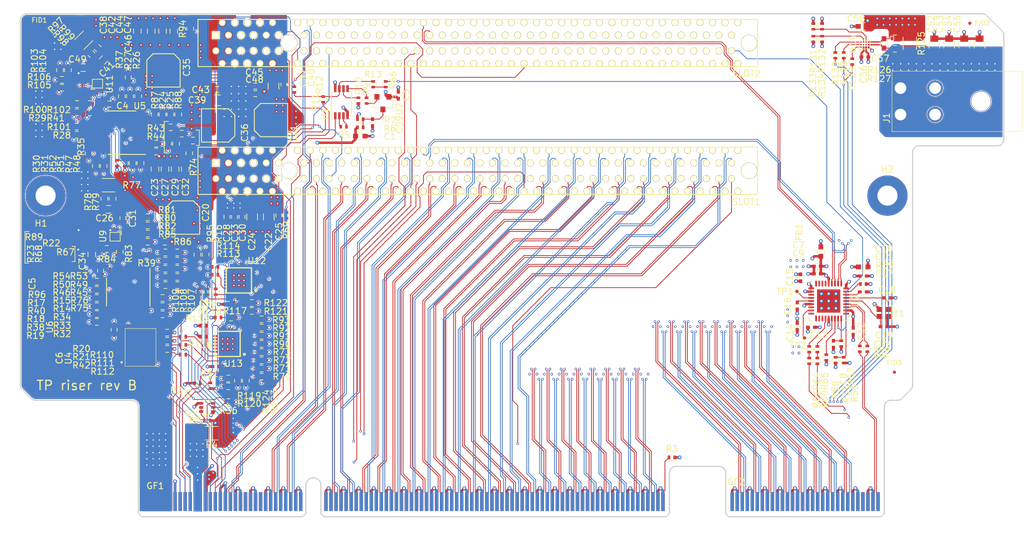
<source format=kicad_pcb>
(kicad_pcb (version 20171130) (host pcbnew "(5.1.6)-1")
  (layers (0 F.Cu signal) (1 In1.Cu power) (2 In2.Cu signal) (3 In3.Cu power) (4 In4.Cu power) (31 B.Cu signal) (34 B.Paste user) (35 F.Paste user) (36 B.SilkS user) (37 F.SilkS user) (38 B.Mask user) (39 F.Mask user) (44 Edge.Cuts user))
  (net 0 "")
  (net 1 GND)
  (net 2 +12V)
  (net 3 +3V3_STBY)
  (net 4 +3V3_USB_HUB)
  (net 5 "/USB HUB/VBUS_DET")
  (net 6 "/USB HUB/CRFILT")
  (net 7 "/USB HUB/PLLFILT")
  (net 8 "/USB HUB/USB_HUB_XTAL_IN")
  (net 9 "/USB HUB/USB_HUB_XTAL_OUT")
  (net 10 +3V3)
  (net 11 "/x16 PCIe Slot 2 (lower)/SLOT2_P12V_SENSE_R_V-")
  (net 12 "/x16 PCIe Slot 2 (lower)/SLOT2_P12V_SENSE_R_V+")
  (net 13 "/x16 PCIe Slot 3 (upper)/SLOT3_P12V_SENSE_R_V-")
  (net 14 "/x16 PCIe Slot 3 (upper)/SLOT3_P12V_SENSE_R_V+")
  (net 15 +12V_ATX)
  (net 16 "/ATX Power/ATX_P12V_SENSE_R_V+")
  (net 17 "/ATX Power/ATX_P12V_SENSE_R_V-")
  (net 18 "Net-(C59-Pad1)")
  (net 19 "Net-(Q1-Pad5)")
  (net 20 SMB_PCH_ALERT_N)
  (net 21 SMB_PCH_ALERT_R_N)
  (net 22 FM_SLT_CFG0)
  (net 23 FM_SLT_CFG1)
  (net 24 FM_PRSNT_2_6_N)
  (net 25 +3V3_MB)
  (net 26 "Net-(R5-Pad1)")
  (net 27 "/Golden Finger/PERST_N_1")
  (net 28 "Net-(R9-Pad2)")
  (net 29 "Net-(R9-Pad1)")
  (net 30 "Net-(R10-Pad1)")
  (net 31 "/Golden Finger/PERST_SLOT_N")
  (net 32 RESET_BUF_N_SLOT2)
  (net 33 RESET_BUF_N_SLOT3)
  (net 34 USB_RESET_N)
  (net 35 SMCLK_PCH_SLOT2)
  (net 36 SMDAT_PCH_SLOT2)
  (net 37 SMCLK_PCH_SLOT3)
  (net 38 SMDAT_PCH_SLOT3)
  (net 39 PU_P_MUX_SCL2)
  (net 40 PU_P_MUX_SDA2)
  (net 41 SMCLK_PCH_DEVICE)
  (net 42 SMDAT_PCH_DEVICE)
  (net 43 SMCLK_BMC_SLOT2)
  (net 44 SMDAT_BMC_SLOT2)
  (net 45 SMCLK_BMC_SLOT3)
  (net 46 SMDAT_BMC_SLOT3)
  (net 47 PU_B_MUX_SCL2)
  (net 48 PU_B_MUX_SDA2)
  (net 49 SMCLK_BMC_DEVICE)
  (net 50 SMDAT_BMC_DEVICE)
  (net 51 SMB_SLOTX24_STBY_LVC3_SDA)
  (net 52 "Net-(R30-Pad1)")
  (net 53 "Net-(R31-Pad1)")
  (net 54 SMB_SLOTX24_STBY_LVC3_SCL)
  (net 55 SMB_P_REPEATER_EN)
  (net 56 SMBDAT_PCH_R)
  (net 57 SMBCLK_PCH_R)
  (net 58 IRQ_OOB_MGMT_RISER_ALERT_N)
  (net 59 PU_I2CMUX_INT2_N)
  (net 60 PU_P_I2CMUX_INT2_N)
  (net 61 SMB_PCIE_SLOT2_ALERT_N)
  (net 62 SMB_PCIE_SLOT3_ALERT_N)
  (net 63 SMB_BMC_DEVICE_ALERT_N)
  (net 64 SMB_PCH_DEVICE_ALERT_N)
  (net 65 "/SMBUS MUX/SMB_B_HUB_A0")
  (net 66 "/SMBUS MUX/SMB_P_HUB_A0")
  (net 67 "/SMBUS MUX/SMB_B_HUB_A1")
  (net 68 "/SMBUS MUX/SMB_P_HUB_A1")
  (net 69 "/SMBUS MUX/SMB_B_HUB_A2")
  (net 70 "/SMBUS MUX/SMB_P_HUB_A2")
  (net 71 "/USB HUB/NON_REM0")
  (net 72 "/USB HUB/CFG_SEL1")
  (net 73 "/USB HUB/RBIAS")
  (net 74 "/USB HUB/SMCLK_USB_HUB")
  (net 75 "/USB HUB/SMDAT_USB_HUB")
  (net 76 USB2_P02_D+)
  (net 77 USB2_P02_D-)
  (net 78 "Net-(R64-Pad2)")
  (net 79 "Net-(R65-Pad2)")
  (net 80 "Net-(R66-Pad2)")
  (net 81 "Net-(R67-Pad1)")
  (net 82 "Net-(R68-Pad1)")
  (net 83 "Net-(R69-Pad1)")
  (net 84 PCIE_SLOT2_PRSNT2_1_N)
  (net 85 PCIE_SLOT2_PRSNT2_2_N)
  (net 86 PCIE_SLOT2_PRSNT2_3_N)
  (net 87 PCIE_SLOT2_PRSNT2_4_N)
  (net 88 "Net-(R74-Pad2)")
  (net 89 "Net-(R75-Pad2)")
  (net 90 "Net-(R76-Pad2)")
  (net 91 "Net-(R80-Pad1)")
  (net 92 "Net-(R81-Pad1)")
  (net 93 "Net-(R82-Pad2)")
  (net 94 "/x16 PCIe Slot 2 (lower)/SLOT2_VMONITOR_A1")
  (net 95 "/x16 PCIe Slot 2 (lower)/SLOT2_VMONITOR_A0")
  (net 96 "Net-(R87-Pad1)")
  (net 97 "Net-(R88-Pad1)")
  (net 98 "Net-(R89-Pad1)")
  (net 99 PCIE_SLOT3_PRSNT2_1_N)
  (net 100 PCIE_SLOT3_PRSNT2_2_N)
  (net 101 PCIE_SLOT3_PRSNT2_3_N)
  (net 102 PCIE_SLOT3_PRSNT2_4_N)
  (net 103 "Net-(R94-Pad2)")
  (net 104 "Net-(R95-Pad2)")
  (net 105 "Net-(R96-Pad2)")
  (net 106 "Net-(R100-Pad1)")
  (net 107 "Net-(R101-Pad1)")
  (net 108 "Net-(R102-Pad2)")
  (net 109 "/x16 PCIe Slot 3 (upper)/SLOT3_VMONITOR_A1")
  (net 110 "/x16 PCIe Slot 3 (upper)/SLOT3_VMONITOR_A0")
  (net 111 "Net-(R107-Pad2)")
  (net 112 "Net-(R108-Pad2)")
  (net 113 "Net-(R109-Pad2)")
  (net 114 "Net-(R110-Pad2)")
  (net 115 "Net-(R111-Pad2)")
  (net 116 "Net-(R112-Pad2)")
  (net 117 "/GPIO expander/GPIO_B_EXP_A0")
  (net 118 "/GPIO expander/GPIO_P_EXP_A0")
  (net 119 "/GPIO expander/GPIO_B_EXP_A1")
  (net 120 "/GPIO expander/GPIO_P_EXP_A1")
  (net 121 "/GPIO expander/GPIO_B_EXP_A2")
  (net 122 "/GPIO expander/GPIO_P_EXP_A2")
  (net 123 "Net-(R128-Pad1)")
  (net 124 "Net-(R129-Pad1)")
  (net 125 "Net-(R130-Pad2)")
  (net 126 "/ATX Power/ATX_VMONITOR_A1")
  (net 127 "/ATX Power/ATX_VMONITOR_A0")
  (net 128 USB_HUB_PCIE_D0+)
  (net 129 P3E_CPU0_PE1_SS_C_RX0-)
  (net 130 P3E_CPU0_PE1_SS_C_RX0+)
  (net 131 P3E_CPU0_PE1_SS_C_RX1-)
  (net 132 P3E_CPU0_PE1_SS_C_RX1+)
  (net 133 P3E_CPU0_PE1_SS_C_RX2-)
  (net 134 P3E_CPU0_PE1_SS_C_RX2+)
  (net 135 P3E_CPU0_PE1_SS_C_RX3-)
  (net 136 P3E_CPU0_PE1_SS_C_RX3+)
  (net 137 P3E_CPU0_PE1_SS_C_RX4-)
  (net 138 P3E_CPU0_PE1_SS_C_RX4+)
  (net 139 P3E_CPU0_PE1_SS_C_RX5-)
  (net 140 P3E_CPU0_PE1_SS_C_RX5+)
  (net 141 P3E_CPU0_PE1_SS_C_RX6-)
  (net 142 P3E_CPU0_PE1_SS_C_RX6+)
  (net 143 P3E_CPU0_PE1_SS_C_RX7-)
  (net 144 P3E_CPU0_PE1_SS_C_RX7+)
  (net 145 P3E_CPU0_PE1_PCH_CON_RX8-)
  (net 146 P3E_CPU0_PE1_PCH_CON_RX8+)
  (net 147 P3E_CPU0_PE1_PCH_CON_RX9-)
  (net 148 P3E_CPU0_PE1_PCH_CON_RX9+)
  (net 149 P3E_CPU0_PE1_PCH_CON_RX10-)
  (net 150 P3E_CPU0_PE1_PCH_CON_RX10+)
  (net 151 P3E_CPU0_PE1_PCH_CON_RX11-)
  (net 152 P3E_CPU0_PE1_PCH_CON_RX11+)
  (net 153 USB_HUB_PCIE_D0-)
  (net 154 P3E_CPU0_PE1_PCH_CON_RX12-)
  (net 155 P3E_CPU0_PE1_PCH_CON_RX12+)
  (net 156 P3E_CPU0_PE1_PCH_CON_RX13-)
  (net 157 P3E_CPU0_PE1_PCH_CON_RX13+)
  (net 158 P3E_CPU0_PE1_PCH_CON_RX14-)
  (net 159 P3E_CPU0_PE1_PCH_CON_RX14+)
  (net 160 P3E_CPU0_PE1_PCH_CON_RX15-)
  (net 161 P3E_CPU0_PE1_PCH_CON_RX15+)
  (net 162 CLK_100M_PCH_SLOTX24_S5_D-)
  (net 163 CLK_100M_PCH_SLOTX24_S5_D+)
  (net 164 P3E_CPU0_PE1_SS_C_TX0-)
  (net 165 P3E_CPU0_PE1_SS_C_TX0+)
  (net 166 P3E_CPU0_PE1_SS_C_TX1-)
  (net 167 P3E_CPU0_PE1_SS_C_TX1+)
  (net 168 P3E_CPU0_PE1_SS_C_TX2-)
  (net 169 P3E_CPU0_PE1_SS_C_TX2+)
  (net 170 P3E_CPU0_PE1_SS_C_TX3-)
  (net 171 P3E_CPU0_PE1_SS_C_TX3+)
  (net 172 P3E_CPU0_PE1_SS_C_TX4-)
  (net 173 P3E_CPU0_PE1_SS_C_TX4+)
  (net 174 P3E_CPU0_PE1_SS_C_TX5-)
  (net 175 P3E_CPU0_PE1_SS_C_TX5+)
  (net 176 P3E_CPU0_PE1_SS_C_TX6-)
  (net 177 P3E_CPU0_PE1_SS_C_TX6+)
  (net 178 P3E_CPU0_PE1_SS_C_TX7-)
  (net 179 P3E_CPU0_PE1_SS_C_TX7+)
  (net 180 P3E_CPU0_PE1_PCH_CON_TX8-)
  (net 181 P3E_CPU0_PE1_PCH_CON_TX8+)
  (net 182 P3E_CPU0_PE1_PCH_CON_TX9-)
  (net 183 P3E_CPU0_PE1_PCH_CON_TX9+)
  (net 184 P3E_CPU0_PE1_PCH_CON_TX10-)
  (net 185 P3E_CPU0_PE1_PCH_CON_TX10+)
  (net 186 P3E_CPU0_PE1_PCH_CON_TX11-)
  (net 187 P3E_CPU0_PE1_PCH_CON_TX11+)
  (net 188 FM_PWRBRK_SLOT_N)
  (net 189 P3E_CPU0_PE1_PCH_CON_TX12-)
  (net 190 P3E_CPU0_PE1_PCH_CON_TX12+)
  (net 191 P3E_CPU0_PE1_PCH_CON_TX13-)
  (net 192 P3E_CPU0_PE1_PCH_CON_TX13+)
  (net 193 P3E_CPU0_PE1_PCH_CON_TX14-)
  (net 194 P3E_CPU0_PE1_PCH_CON_TX14+)
  (net 195 P3E_CPU0_PE1_PCH_CON_TX15-)
  (net 196 P3E_CPU0_PE1_PCH_CON_TX15+)
  (net 197 FM_PE_SLOTX24_WAKE_N)
  (net 198 P3E_CPU0_PE2_SS_C_TX0+)
  (net 199 P3E_CPU0_PE2_SS_C_TX0-)
  (net 200 P3E_CPU0_PE2_SS_C_TX1+)
  (net 201 P3E_CPU0_PE2_SS_C_TX1-)
  (net 202 P3E_CPU0_PE2_SS_C_TX2+)
  (net 203 P3E_CPU0_PE2_SS_C_TX2-)
  (net 204 P3E_CPU0_PE2_SS_C_TX3+)
  (net 205 P3E_CPU0_PE2_SS_C_TX3-)
  (net 206 P3E_CPU0_PE2_SS_C_TX4+)
  (net 207 P3E_CPU0_PE2_SS_C_TX4-)
  (net 208 P3E_CPU0_PE2_SS_C_TX5+)
  (net 209 P3E_CPU0_PE2_SS_C_TX5-)
  (net 210 P3E_CPU0_PE2_SS_C_TX6+)
  (net 211 P3E_CPU0_PE2_SS_C_TX6-)
  (net 212 P3E_CPU0_PE2_SS_C_TX7+)
  (net 213 P3E_CPU0_PE2_SS_C_TX7-)
  (net 214 P3E_CPU0_PE2_SS_C_TX8+)
  (net 215 P3E_CPU0_PE2_SS_C_TX8-)
  (net 216 P3E_CPU0_PE2_SS_C_TX9+)
  (net 217 P3E_CPU0_PE2_SS_C_TX9-)
  (net 218 P3E_CPU0_PE2_SS_C_TX10+)
  (net 219 P3E_CPU0_PE2_SS_C_TX10-)
  (net 220 P3E_CPU0_PE2_SS_C_TX11+)
  (net 221 P3E_CPU0_PE2_SS_C_TX11-)
  (net 222 P3E_CPU0_PE2_SS_C_TX12+)
  (net 223 P3E_CPU0_PE2_SS_C_TX12-)
  (net 224 P3E_CPU0_PE2_SS_C_TX13+)
  (net 225 P3E_CPU0_PE2_SS_C_TX13-)
  (net 226 P3E_CPU0_PE2_SS_C_TX14+)
  (net 227 P3E_CPU0_PE2_SS_C_TX14-)
  (net 228 P3E_CPU0_PE2_SS_C_TX15+)
  (net 229 P3E_CPU0_PE2_SS_C_TX15-)
  (net 230 CLK_100M_PCH_SLOTX24_S4_D+)
  (net 231 CLK_100M_PCH_SLOTX24_S4_D-)
  (net 232 P3E_CPU0_PE2_SS_C_RX0+)
  (net 233 P3E_CPU0_PE2_SS_C_RX0-)
  (net 234 P3E_CPU0_PE2_SS_C_RX1+)
  (net 235 P3E_CPU0_PE2_SS_C_RX1-)
  (net 236 P3E_CPU0_PE2_SS_C_RX2+)
  (net 237 P3E_CPU0_PE2_SS_C_RX2-)
  (net 238 P3E_CPU0_PE2_SS_C_RX3+)
  (net 239 P3E_CPU0_PE2_SS_C_RX3-)
  (net 240 USB_HUB_PCIE_D1-)
  (net 241 P3E_CPU0_PE2_SS_C_RX4+)
  (net 242 P3E_CPU0_PE2_SS_C_RX4-)
  (net 243 P3E_CPU0_PE2_SS_C_RX5+)
  (net 244 P3E_CPU0_PE2_SS_C_RX5-)
  (net 245 P3E_CPU0_PE2_SS_C_RX6+)
  (net 246 P3E_CPU0_PE2_SS_C_RX6-)
  (net 247 P3E_CPU0_PE2_SS_C_RX7+)
  (net 248 P3E_CPU0_PE2_SS_C_RX7-)
  (net 249 P3E_CPU0_PE2_SS_C_RX8+)
  (net 250 P3E_CPU0_PE2_SS_C_RX8-)
  (net 251 P3E_CPU0_PE2_SS_C_RX9+)
  (net 252 P3E_CPU0_PE2_SS_C_RX9-)
  (net 253 P3E_CPU0_PE2_SS_C_RX10+)
  (net 254 P3E_CPU0_PE2_SS_C_RX10-)
  (net 255 P3E_CPU0_PE2_SS_C_RX11+)
  (net 256 P3E_CPU0_PE2_SS_C_RX11-)
  (net 257 P3E_CPU0_PE2_SS_C_RX12+)
  (net 258 P3E_CPU0_PE2_SS_C_RX12-)
  (net 259 P3E_CPU0_PE2_SS_C_RX13+)
  (net 260 P3E_CPU0_PE2_SS_C_RX13-)
  (net 261 P3E_CPU0_PE2_SS_C_RX14+)
  (net 262 P3E_CPU0_PE2_SS_C_RX14-)
  (net 263 P3E_CPU0_PE2_SS_C_RX15+)
  (net 264 P3E_CPU0_PE2_SS_C_RX15-)
  (net 265 USB_HUB_PCIE_D1+)
  (net 266 "Net-(TP1-Pad1)")
  (net 267 "Net-(TP2-Pad1)")
  (net 268 PERST_N)
  (net 269 "Net-(U4-Pad1)")
  (net 270 SMB_HOST_STBY_LVC3_SCL_R5)
  (net 271 SMB_HOST_STBY_LVC3_SDA_R5)
  (net 272 "Net-(U7-Pad21)")
  (net 273 "Net-(U7-Pad20)")
  (net 274 "Net-(U7-Pad19)")
  (net 275 "Net-(U7-Pad18)")
  (net 276 "Net-(U7-Pad16)")
  (net 277 "Net-(U7-Pad12)")
  (net 278 "Net-(U7-Pad9)")
  (net 279 "Net-(U7-Pad8)")
  (net 280 "Net-(U7-Pad7)")
  (net 281 "Net-(U7-Pad6)")
  (net 282 "Net-(U12-Pad17)")
  (net 283 "Net-(U12-Pad16)")
  (net 284 "Net-(U12-Pad13)")
  (net 285 "Net-(U13-Pad13)")
  (net 286 "Net-(U13-Pad16)")
  (net 287 "Net-(U13-Pad17)")
  (net 288 "Net-(GF1-Pad39)")
  (net 289 "Net-(GF1-Pad41)")
  (net 290 "Net-(GF1-Pad42)")
  (net 291 "Net-(GF1-Pad44)")
  (net 292 "Net-(GF1-Pad45)")
  (net 293 "Net-(GF1-Pad47)")
  (net 294 "Net-(GF1-Pad48)")
  (net 295 "Net-(GF1-Pad50)")
  (net 296 "Net-(GF1-Pad63)")
  (net 297 "Net-(GF1-Pad66)")
  (net 298 "Net-(GF2-Pad60)")
  (net 299 "Net-(GF2-Pad2)")
  (net 300 "Net-(GF2-Pad54)")
  (net 301 "Net-(GF2-Pad53)")
  (net 302 "Net-(GF2-Pad51)")
  (net 303 "Net-(GF2-Pad56)")
  (net 304 +12V_SLOT2)
  (net 305 +12V_SLOT3)
  (net 306 "Net-(SLOT1-PadB82)")
  (net 307 "Net-(SLOT1-PadB9)")
  (net 308 "Net-(SLOT1-PadA50)")
  (net 309 "Net-(SLOT1-PadA19)")
  (net 310 "Net-(SLOT1-PadA6)")
  (net 311 "Net-(SLOT1-PadA5)")
  (net 312 "Net-(SLOT2-PadA5)")
  (net 313 "Net-(SLOT2-PadA6)")
  (net 314 "Net-(SLOT2-PadA19)")
  (net 315 "Net-(SLOT2-PadA50)")
  (net 316 "Net-(SLOT2-PadB9)")
  (net 317 "Net-(SLOT2-PadB82)")
  (net 318 "/USB HUB/USB2_P02_-R_D+")
  (net 319 "/USB HUB/USB2_P02_-R_D-")
  (net 320 "Net-(U12-Pad15)")
  (net 321 "Net-(U12-Pad14)")
  (net 322 "Net-(U12-Pad10)")
  (net 323 "Net-(U13-Pad10)")
  (net 324 "Net-(U13-Pad14)")
  (net 325 "Net-(U13-Pad15)")
  (net 326 "Net-(U9-PadB2)")
  (net 327 "Net-(U9-PadC2)")
  (net 328 "Net-(U11-PadC2)")
  (net 329 "Net-(U11-PadB2)")
  (net 330 "Net-(U14-PadB2)")
  (net 331 "Net-(U14-PadC2)")
  (module Resistors_SMD:R_0402 (layer F.Cu) (at 75.85 104.2)
    (fp_text reference R112 (at -12.8 2.675) (layer F.SilkS))
    (fp_text value 0)
    (pad 1 smd rect (at -0.45 0) (size 0.4 0.6) (layers F.Cu F.Paste F.Mask) (net 64 SMB_PCH_DEVICE_ALERT_N))
    (pad 2 smd rect (at 0.45 0) (size 0.4 0.6) (layers F.Cu F.Paste F.Mask) (net 116 "Net-(R112-Pad2)"))
  )
  (module Resistors_SMD:R_0402 (layer F.Cu) (at 79.7 114.7)
    (fp_text reference R8 (at -1.875 0) (layer F.SilkS))
    (fp_text value 4.7k)
    (pad 2 smd rect (at 0.45 0) (size 0.4 0.6) (layers F.Cu F.Paste F.Mask) (net 10 +3V3))
    (pad 1 smd rect (at -0.45 0) (size 0.4 0.6) (layers F.Cu F.Paste F.Mask) (net 19 "Net-(Q1-Pad5)"))
  )
  (module Resistors_SMD:R_0402 (layer F.Cu) (at 180.95 105.075 270)
    (fp_text reference R56 (at 5.3 -1.75 90) (layer F.SilkS))
    (fp_text value 100k)
    (pad 1 smd rect (at -0.45 0 270) (size 0.4 0.6) (layers F.Cu F.Paste F.Mask) (net 71 "/USB HUB/NON_REM0"))
    (pad 2 smd rect (at 0.45 0 270) (size 0.4 0.6) (layers F.Cu F.Paste F.Mask) (net 1 GND))
  )
  (module Resistors_SMD:R_0402 (layer F.Cu) (at 88.35 107.7 180)
    (fp_text reference R70 (at -3.225 0) (layer F.SilkS))
    (fp_text value 4.7k)
    (pad 2 smd rect (at 0.45 0 180) (size 0.4 0.6) (layers F.Cu F.Paste F.Mask) (net 84 PCIE_SLOT2_PRSNT2_1_N))
    (pad 1 smd rect (at -0.45 0 180) (size 0.4 0.6) (layers F.Cu F.Paste F.Mask) (net 3 +3V3_STBY))
  )
  (module Capacitors_SMD:C_0402 (layer F.Cu) (at 110.1 62.95 90)
    (fp_text reference C3 (at 0.05 1.275 90) (layer F.SilkS))
    (fp_text value "0.1u 16V")
    (pad 2 smd rect (at 0.55 0 90) (size 0.6 0.5) (layers F.Cu F.Paste F.Mask) (net 3 +3V3_STBY))
    (pad 1 smd rect (at -0.55 0 90) (size 0.6 0.5) (layers F.Cu F.Paste F.Mask) (net 1 GND))
  )
  (module Capacitors_SMD:C_0402 (layer F.Cu) (at 64.15 64.35 180)
    (fp_text reference C4 (at -2.075 -0.275) (layer F.SilkS))
    (fp_text value "0.1u 16V")
    (pad 1 smd rect (at -0.55 0 180) (size 0.6 0.5) (layers F.Cu F.Paste F.Mask) (net 3 +3V3_STBY))
    (pad 2 smd rect (at 0.55 0 180) (size 0.6 0.5) (layers F.Cu F.Paste F.Mask) (net 1 GND))
  )
  (module Capacitors_SMD:C_0402 (layer F.Cu) (at 62.75 90.85 90)
    (fp_text reference C5 (at -2.075 -10.875 90) (layer F.SilkS))
    (fp_text value "0.1u 16V")
    (pad 2 smd rect (at 0.55 0 90) (size 0.6 0.5) (layers F.Cu F.Paste F.Mask) (net 1 GND))
    (pad 1 smd rect (at -0.55 0 90) (size 0.6 0.5) (layers F.Cu F.Paste F.Mask) (net 3 +3V3_STBY))
  )
  (module Capacitors_SMD:C_0402 (layer F.Cu) (at 64.9 100.25 270)
    (fp_text reference C6 (at 4.5 8.7 90) (layer F.SilkS))
    (fp_text value "0.1u 16V")
    (pad 1 smd rect (at -0.55 0 270) (size 0.6 0.5) (layers F.Cu F.Paste F.Mask) (net 3 +3V3_STBY))
    (pad 2 smd rect (at 0.55 0 270) (size 0.6 0.5) (layers F.Cu F.Paste F.Mask) (net 1 GND))
  )
  (module Capacitors_SMD:C_0402 (layer F.Cu) (at 176.75 90.15 180)
    (fp_text reference C7 (at 3 3.375) (layer F.SilkS))
    (fp_text value "1u 6.3V")
    (pad 1 smd rect (at -0.55 0 180) (size 0.6 0.5) (layers F.Cu F.Paste F.Mask) (net 4 +3V3_USB_HUB))
    (pad 2 smd rect (at 0.55 0 180) (size 0.6 0.5) (layers F.Cu F.Paste F.Mask) (net 1 GND))
  )
  (module Capacitors_SMD:C_0402 (layer F.Cu) (at 179.3 102.55 270)
    (fp_text reference C8 (at 5.5 -1.575 90) (layer F.SilkS))
    (fp_text value "0.1u 16V")
    (pad 2 smd rect (at 0.55 0 270) (size 0.6 0.5) (layers F.Cu F.Paste F.Mask) (net 1 GND))
    (pad 1 smd rect (at -0.55 0 270) (size 0.6 0.5) (layers F.Cu F.Paste F.Mask) (net 5 "/USB HUB/VBUS_DET"))
  )
  (module Capacitors_SMD:C_0402 (layer F.Cu) (at 176.75 91.35 180)
    (fp_text reference C9 (at 3.05 3.25) (layer F.SilkS))
    (fp_text value "1u 10V")
    (pad 2 smd rect (at 0.55 0 180) (size 0.6 0.5) (layers F.Cu F.Paste F.Mask) (net 1 GND))
    (pad 1 smd rect (at -0.55 0 180) (size 0.6 0.5) (layers F.Cu F.Paste F.Mask) (net 4 +3V3_USB_HUB))
  )
  (module Capacitors_SMD:C_0603 (layer F.Cu) (at 184.05 90.25)
    (fp_text reference C10 (at 3.3 -2.9) (layer F.SilkS))
    (fp_text value "2.2u 10V")
    (pad 2 smd rect (at 0.75 0) (size 0.8 0.75) (layers F.Cu F.Paste F.Mask) (net 1 GND))
    (pad 1 smd rect (at -0.75 0) (size 0.8 0.75) (layers F.Cu F.Paste F.Mask) (net 4 +3V3_USB_HUB))
  )
  (module Capacitors_SMD:C_0402 (layer F.Cu) (at 184.05 91.7)
    (fp_text reference C11 (at 3.325 -3.05) (layer F.SilkS))
    (fp_text value "1u 10V")
    (pad 1 smd rect (at -0.55 0) (size 0.6 0.5) (layers F.Cu F.Paste F.Mask) (net 4 +3V3_USB_HUB))
    (pad 2 smd rect (at 0.55 0) (size 0.6 0.5) (layers F.Cu F.Paste F.Mask) (net 1 GND))
  )
  (module Capacitors_SMD:C_0402 (layer F.Cu) (at 182.45 100.475 270)
    (fp_text reference C12 (at 0 -1.27 90) (layer F.SilkS))
    (fp_text value "1u 10V")
    (pad 1 smd rect (at -0.55 0 270) (size 0.6 0.5) (layers F.Cu F.Paste F.Mask) (net 4 +3V3_USB_HUB))
    (pad 2 smd rect (at 0.55 0 270) (size 0.6 0.5) (layers F.Cu F.Paste F.Mask) (net 1 GND))
  )
  (module Capacitors_SMD:C_0402 (layer F.Cu) (at 175.8 99.85 180)
    (fp_text reference C13 (at -1.125 -1.25) (layer F.SilkS))
    (fp_text value "1u 10V")
    (pad 2 smd rect (at 0.55 0 180) (size 0.6 0.5) (layers F.Cu F.Paste F.Mask) (net 1 GND))
    (pad 1 smd rect (at -0.55 0 180) (size 0.6 0.5) (layers F.Cu F.Paste F.Mask) (net 4 +3V3_USB_HUB))
  )
  (module Capacitors_SMD:C_0402 (layer F.Cu) (at 173.55 99.725 270)
    (fp_text reference C14 (at 1 1.125 90) (layer F.SilkS))
    (fp_text value "1u 10V")
    (pad 2 smd rect (at 0.55 0 270) (size 0.6 0.5) (layers F.Cu F.Paste F.Mask) (net 1 GND))
    (pad 1 smd rect (at -0.55 0 270) (size 0.6 0.5) (layers F.Cu F.Paste F.Mask) (net 4 +3V3_USB_HUB))
  )
  (module Capacitors_SMD:C_0402 (layer F.Cu) (at 174.1 91.975 90)
    (fp_text reference C15 (at 0.05 -1.75 90) (layer F.SilkS))
    (fp_text value "1u 10V")
    (pad 1 smd rect (at -0.55 0 90) (size 0.6 0.5) (layers F.Cu F.Paste F.Mask) (net 4 +3V3_USB_HUB))
    (pad 2 smd rect (at 0.55 0 90) (size 0.6 0.5) (layers F.Cu F.Paste F.Mask) (net 1 GND))
  )
  (module Capacitors_SMD:C_0402 (layer F.Cu) (at 173.55 96.45 270)
    (fp_text reference C16 (at 0.025 1.5 90) (layer F.SilkS))
    (fp_text value "0.1u 10V")
    (pad 2 smd rect (at 0.55 0 270) (size 0.6 0.5) (layers F.Cu F.Paste F.Mask) (net 1 GND))
    (pad 1 smd rect (at -0.55 0 270) (size 0.6 0.5) (layers F.Cu F.Paste F.Mask) (net 6 "/USB HUB/CRFILT"))
  )
  (module Capacitors_SMD:C_0402 (layer F.Cu) (at 184.05 94.225)
    (fp_text reference C17 (at 3.4 -2.9) (layer F.SilkS))
    (fp_text value "0.1u 10V")
    (pad 1 smd rect (at -0.55 0) (size 0.6 0.5) (layers F.Cu F.Paste F.Mask) (net 7 "/USB HUB/PLLFILT"))
    (pad 2 smd rect (at 0.55 0) (size 0.6 0.5) (layers F.Cu F.Paste F.Mask) (net 1 GND))
  )
  (module Capacitors_SMD:C_0402 (layer F.Cu) (at 187.85 95.175)
    (fp_text reference C18 (at 0 -1.27) (layer F.SilkS))
    (fp_text value "18p 50V")
    (pad 2 smd rect (at 0.55 0) (size 0.6 0.5) (layers F.Cu F.Paste F.Mask) (net 1 GND))
    (pad 1 smd rect (at -0.55 0) (size 0.6 0.5) (layers F.Cu F.Paste F.Mask) (net 8 "/USB HUB/USB_HUB_XTAL_IN"))
  )
  (module Capacitors_SMD:C_0402 (layer F.Cu) (at 187.35 99.75)
    (fp_text reference C19 (at 0 1.375) (layer F.SilkS))
    (fp_text value "18p 50V")
    (pad 1 smd rect (at -0.55 0) (size 0.6 0.5) (layers F.Cu F.Paste F.Mask) (net 9 "/USB HUB/USB_HUB_XTAL_OUT"))
    (pad 2 smd rect (at 0.55 0) (size 0.6 0.5) (layers F.Cu F.Paste F.Mask) (net 1 GND))
  )
  (module Capacitors_SMD:C_0805 (layer F.Cu) (at 89.5 82.3 270)
    (fp_text reference C22 (at 3.95 0.025 90) (layer F.SilkS))
    (fp_text value "10u 6.3V")
    (pad 2 smd rect (at 1 0 270) (size 1 1.25) (layers F.Cu F.Paste F.Mask) (net 1 GND))
    (pad 1 smd rect (at -1 0 270) (size 1 1.25) (layers F.Cu F.Paste F.Mask) (net 3 +3V3_STBY))
  )
  (module Capacitors_SMD:C_0603 (layer F.Cu) (at 71.4 74.7 90)
    (fp_text reference C23 (at -2.925 -0.025 90) (layer F.SilkS))
    (fp_text value "0.1u 25V")
    (pad 2 smd rect (at 0.75 0 90) (size 0.8 0.75) (layers F.Cu F.Paste F.Mask) (net 1 GND))
    (pad 1 smd rect (at -0.75 0 90) (size 0.8 0.75) (layers F.Cu F.Paste F.Mask) (net 304 +12V_SLOT2))
  )
  (module Capacitors_SMD:C_0805 (layer F.Cu) (at 86.85 82.3 270)
    (fp_text reference C24 (at 3.925 0.025 90) (layer F.SilkS))
    (fp_text value "10u 6.3V")
    (pad 1 smd rect (at -1 0 270) (size 1 1.25) (layers F.Cu F.Paste F.Mask) (net 10 +3V3))
    (pad 2 smd rect (at 1 0 270) (size 1 1.25) (layers F.Cu F.Paste F.Mask) (net 1 GND))
  )
  (module Capacitors_SMD:C_0402 (layer F.Cu) (at 91.1 82.05 270)
    (fp_text reference C25 (at 2.575 -0.025 90) (layer F.SilkS))
    (fp_text value "0.1u 16V")
    (pad 2 smd rect (at 0.55 0 270) (size 0.6 0.5) (layers F.Cu F.Paste F.Mask) (net 1 GND))
    (pad 1 smd rect (at -0.55 0 270) (size 0.6 0.5) (layers F.Cu F.Paste F.Mask) (net 3 +3V3_STBY))
  )
  (module Capacitors_SMD:C_0603 (layer F.Cu) (at 64 81.1)
    (fp_text reference C26 (at -0.625 1.4) (layer F.SilkS))
    (fp_text value "0.1u 25V")
    (pad 2 smd rect (at 0.75 0) (size 0.8 0.75) (layers F.Cu F.Paste F.Mask) (net 11 "/x16 PCIe Slot 2 (lower)/SLOT2_P12V_SENSE_R_V-"))
    (pad 1 smd rect (at -0.75 0) (size 0.8 0.75) (layers F.Cu F.Paste F.Mask) (net 12 "/x16 PCIe Slot 2 (lower)/SLOT2_P12V_SENSE_R_V+"))
  )
  (module Capacitors_SMD:C_0603 (layer F.Cu) (at 73 74.7 90)
    (fp_text reference C27 (at -2.9 0.025 90) (layer F.SilkS))
    (fp_text value "0.1u 25V")
    (pad 1 smd rect (at -0.75 0 90) (size 0.8 0.75) (layers F.Cu F.Paste F.Mask) (net 304 +12V_SLOT2))
    (pad 2 smd rect (at 0.75 0 90) (size 0.8 0.75) (layers F.Cu F.Paste F.Mask) (net 1 GND))
  )
  (module Capacitors_SMD:C_0402 (layer F.Cu) (at 82.85 82.3 270)
    (fp_text reference C28 (at 2.575 0.025 90) (layer F.SilkS))
    (fp_text value "0.1u 16V")
    (pad 1 smd rect (at -0.55 0 270) (size 0.6 0.5) (layers F.Cu F.Paste F.Mask) (net 10 +3V3))
    (pad 2 smd rect (at 0.55 0 270) (size 0.6 0.5) (layers F.Cu F.Paste F.Mask) (net 1 GND))
  )
  (module Capacitors_SMD:C_0603 (layer F.Cu) (at 74.6 74.7 90)
    (fp_text reference C29 (at -2.875 0.025 90) (layer F.SilkS))
    (fp_text value "0.1u 25V")
    (pad 1 smd rect (at -0.75 0 90) (size 0.8 0.75) (layers F.Cu F.Paste F.Mask) (net 304 +12V_SLOT2))
    (pad 2 smd rect (at 0.75 0 90) (size 0.8 0.75) (layers F.Cu F.Paste F.Mask) (net 1 GND))
  )
  (module Capacitors_SMD:C_0402 (layer F.Cu) (at 85.25 82.3 270)
    (fp_text reference C30 (at 2.5 -0.075 90) (layer F.SilkS))
    (fp_text value "0.1u 16V")
    (pad 2 smd rect (at 0.55 0 270) (size 0.6 0.5) (layers F.Cu F.Paste F.Mask) (net 1 GND))
    (pad 1 smd rect (at -0.55 0 270) (size 0.6 0.5) (layers F.Cu F.Paste F.Mask) (net 10 +3V3))
  )
  (module Capacitors_SMD:C_0402 (layer F.Cu) (at 66.3 82.5 270)
    (fp_text reference C31 (at 0.025 -1.55 90) (layer F.SilkS))
    (fp_text value "0.1u 16V")
    (pad 2 smd rect (at 0.55 0 270) (size 0.6 0.5) (layers F.Cu F.Paste F.Mask) (net 1 GND))
    (pad 1 smd rect (at -0.55 0 270) (size 0.6 0.5) (layers F.Cu F.Paste F.Mask) (net 3 +3V3_STBY))
  )
  (module Capacitors_SMD:C_0603 (layer F.Cu) (at 76.2 74.7 90)
    (fp_text reference C32 (at -2.85 0.075 90) (layer F.SilkS))
    (fp_text value "0.1u 25V")
    (pad 1 smd rect (at -0.75 0 90) (size 0.8 0.75) (layers F.Cu F.Paste F.Mask) (net 304 +12V_SLOT2))
    (pad 2 smd rect (at 0.75 0 90) (size 0.8 0.75) (layers F.Cu F.Paste F.Mask) (net 1 GND))
  )
  (module Capacitors_SMD:C_0402 (layer F.Cu) (at 84.05 82.3 270)
    (fp_text reference C33 (at 2.55 -0.05 90) (layer F.SilkS))
    (fp_text value "0.1u 16V")
    (pad 1 smd rect (at -0.55 0 270) (size 0.6 0.5) (layers F.Cu F.Paste F.Mask) (net 10 +3V3))
    (pad 2 smd rect (at 0.55 0 270) (size 0.6 0.5) (layers F.Cu F.Paste F.Mask) (net 1 GND))
  )
  (module Capacitors_SMD:C_0603 (layer F.Cu) (at 61.35 88.25 270)
    (fp_text reference C34 (at 1.075 1.5 90) (layer F.SilkS))
    (fp_text value "0.1u 25V")
    (pad 2 smd rect (at 0.75 0 270) (size 0.8 0.75) (layers F.Cu F.Paste F.Mask) (net 1 GND))
    (pad 1 smd rect (at -0.75 0 270) (size 0.8 0.75) (layers F.Cu F.Paste F.Mask) (net 2 +12V))
  )
  (module Capacitors_SMD:C_0805 (layer F.Cu) (at 90.25 61.5 270)
    (fp_text reference C37 (at -1.3 -4.725 90) (layer F.SilkS))
    (fp_text value "10u 6.3V")
    (pad 1 smd rect (at -1 0 270) (size 1 1.25) (layers F.Cu F.Paste F.Mask) (net 3 +3V3_STBY))
    (pad 2 smd rect (at 1 0 270) (size 1 1.25) (layers F.Cu F.Paste F.Mask) (net 1 GND))
  )
  (module Capacitors_SMD:C_0603 (layer F.Cu) (at 68.6 52.75 90)
    (fp_text reference C38 (at 0.975 -5.375 90) (layer F.SilkS))
    (fp_text value "0.1u 25V")
    (pad 1 smd rect (at -0.75 0 90) (size 0.8 0.75) (layers F.Cu F.Paste F.Mask) (net 305 +12V_SLOT3))
    (pad 2 smd rect (at 0.75 0 90) (size 0.8 0.75) (layers F.Cu F.Paste F.Mask) (net 1 GND))
  )
  (module Capacitors_SMD:C_0805 (layer F.Cu) (at 81.35 63.75 180)
    (fp_text reference C39 (at 3.25 0.025) (layer F.SilkS))
    (fp_text value "10u 6.3V")
    (pad 2 smd rect (at 1 0 180) (size 1 1.25) (layers F.Cu F.Paste F.Mask) (net 1 GND))
    (pad 1 smd rect (at -1 0 180) (size 1 1.25) (layers F.Cu F.Paste F.Mask) (net 10 +3V3))
  )
  (module Capacitors_SMD:C_0402 (layer F.Cu) (at 91.9 61.25 270)
    (fp_text reference C40 (at -1.075 -4.375 90) (layer F.SilkS))
    (fp_text value "0.1u 16V")
    (pad 2 smd rect (at 0.55 0 270) (size 0.6 0.5) (layers F.Cu F.Paste F.Mask) (net 1 GND))
    (pad 1 smd rect (at -0.55 0 270) (size 0.6 0.5) (layers F.Cu F.Paste F.Mask) (net 3 +3V3_STBY))
  )
  (module Capacitors_SMD:C_0603 (layer F.Cu) (at 63.2 57.35 45)
    (fp_text reference C41 (at -0.654074 1.431891 45) (layer F.SilkS))
    (fp_text value "0.1u 25V")
    (pad 2 smd rect (at 0.75 0 45) (size 0.8 0.75) (layers F.Cu F.Paste F.Mask) (net 13 "/x16 PCIe Slot 3 (upper)/SLOT3_P12V_SENSE_R_V-"))
    (pad 1 smd rect (at -0.75 0 45) (size 0.8 0.75) (layers F.Cu F.Paste F.Mask) (net 14 "/x16 PCIe Slot 3 (upper)/SLOT3_P12V_SENSE_R_V+"))
  )
  (module Capacitors_SMD:C_0603 (layer F.Cu) (at 70.8 52.75 90)
    (fp_text reference C42 (at 1 -6.225 90) (layer F.SilkS))
    (fp_text value "0.1u 25V")
    (pad 2 smd rect (at 0.75 0 90) (size 0.8 0.75) (layers F.Cu F.Paste F.Mask) (net 1 GND))
    (pad 1 smd rect (at -0.75 0 90) (size 0.8 0.75) (layers F.Cu F.Paste F.Mask) (net 305 +12V_SLOT3))
  )
  (module Capacitors_SMD:C_0402 (layer F.Cu) (at 81.3 62.05 180)
    (fp_text reference C43 (at 2.625 -0.025) (layer F.SilkS))
    (fp_text value "0.1u 16V")
    (pad 1 smd rect (at -0.55 0 180) (size 0.6 0.5) (layers F.Cu F.Paste F.Mask) (net 10 +3V3))
    (pad 2 smd rect (at 0.55 0 180) (size 0.6 0.5) (layers F.Cu F.Paste F.Mask) (net 1 GND))
  )
  (module Capacitors_SMD:C_0603 (layer F.Cu) (at 72.6 52.75 90)
    (fp_text reference C44 (at 1.05 -6.8 90) (layer F.SilkS))
    (fp_text value "0.1u 25V")
    (pad 1 smd rect (at -0.75 0 90) (size 0.8 0.75) (layers F.Cu F.Paste F.Mask) (net 305 +12V_SLOT3))
    (pad 2 smd rect (at 0.75 0 90) (size 0.8 0.75) (layers F.Cu F.Paste F.Mask) (net 1 GND))
  )
  (module Capacitors_SMD:C_0402 (layer F.Cu) (at 87.35 61.5)
    (fp_text reference C45 (at -0.15 -2.2) (layer F.SilkS))
    (fp_text value "0.1u 16V")
    (pad 2 smd rect (at 0.55 0) (size 0.6 0.5) (layers F.Cu F.Paste F.Mask) (net 1 GND))
    (pad 1 smd rect (at -0.55 0) (size 0.6 0.5) (layers F.Cu F.Paste F.Mask) (net 10 +3V3))
  )
  (module Capacitors_SMD:C_0402 (layer F.Cu) (at 67.15 60.1 90)
    (fp_text reference C46 (at 5.4 0 90) (layer F.SilkS))
    (fp_text value "0.1u 16V")
    (pad 2 smd rect (at 0.55 0 90) (size 0.6 0.5) (layers F.Cu F.Paste F.Mask) (net 1 GND))
    (pad 1 smd rect (at -0.55 0 90) (size 0.6 0.5) (layers F.Cu F.Paste F.Mask) (net 3 +3V3_STBY))
  )
  (module Capacitors_SMD:C_0603 (layer F.Cu) (at 74.4 52.75 90)
    (fp_text reference C47 (at 1.025 -7.325 90) (layer F.SilkS))
    (fp_text value "0.1u 25V")
    (pad 2 smd rect (at 0.75 0 90) (size 0.8 0.75) (layers F.Cu F.Paste F.Mask) (net 1 GND))
    (pad 1 smd rect (at -0.75 0 90) (size 0.8 0.75) (layers F.Cu F.Paste F.Mask) (net 305 +12V_SLOT3))
  )
  (module Capacitors_SMD:C_0402 (layer F.Cu) (at 87.35 62.7)
    (fp_text reference C48 (at -0.125 -2.25) (layer F.SilkS))
    (fp_text value "0.1u 16V")
    (pad 1 smd rect (at -0.55 0) (size 0.6 0.5) (layers F.Cu F.Paste F.Mask) (net 10 +3V3))
    (pad 2 smd rect (at 0.55 0) (size 0.6 0.5) (layers F.Cu F.Paste F.Mask) (net 1 GND))
  )
  (module Capacitors_SMD:C_0603 (layer F.Cu) (at 60 58.55)
    (fp_text reference C49 (at -0.925 -1.325) (layer F.SilkS))
    (fp_text value "0.1u 25V")
    (pad 1 smd rect (at -0.75 0) (size 0.8 0.75) (layers F.Cu F.Paste F.Mask) (net 2 +12V))
    (pad 2 smd rect (at 0.75 0) (size 0.8 0.75) (layers F.Cu F.Paste F.Mask) (net 1 GND))
  )
  (module Capacitors_SMD:C_0402 (layer F.Cu) (at 82.95 96.2 180)
    (fp_text reference C50 (at 3.15 0.15) (layer F.SilkS))
    (fp_text value "0.1u 16V")
    (pad 2 smd rect (at 0.55 0 180) (size 0.6 0.5) (layers F.Cu F.Paste F.Mask) (net 1 GND))
    (pad 1 smd rect (at -0.55 0 180) (size 0.6 0.5) (layers F.Cu F.Paste F.Mask) (net 3 +3V3_STBY))
  )
  (module Capacitors_SMD:C_0402 (layer F.Cu) (at 81.1 106.1 180)
    (fp_text reference C51 (at 1.05 -1.15) (layer F.SilkS))
    (fp_text value "0.1u 16V")
    (pad 1 smd rect (at -0.55 0 180) (size 0.6 0.5) (layers F.Cu F.Paste F.Mask) (net 3 +3V3_STBY))
    (pad 2 smd rect (at 0.55 0 180) (size 0.6 0.5) (layers F.Cu F.Paste F.Mask) (net 1 GND))
  )
  (module Capacitors_SMD:C_0805 (layer F.Cu) (at 195.35 54.95 90)
    (fp_text reference C52 (at 3.35 -0.475 90) (layer F.SilkS))
    (fp_text value "22u 16V")
    (pad 1 smd rect (at -1 0 90) (size 1 1.25) (layers F.Cu F.Paste F.Mask) (net 15 +12V_ATX))
    (pad 2 smd rect (at 1 0 90) (size 1 1.25) (layers F.Cu F.Paste F.Mask) (net 1 GND))
  )
  (module Capacitors_SMD:C_0805 (layer F.Cu) (at 197.7 54.95 90)
    (fp_text reference C53 (at 3.35 -1.425 90) (layer F.SilkS))
    (fp_text value "22u 16V")
    (pad 2 smd rect (at 1 0 90) (size 1 1.25) (layers F.Cu F.Paste F.Mask) (net 1 GND))
    (pad 1 smd rect (at -1 0 90) (size 1 1.25) (layers F.Cu F.Paste F.Mask) (net 15 +12V_ATX))
  )
  (module Capacitors_SMD:C_0805 (layer F.Cu) (at 200.1 54.95 90)
    (fp_text reference C54 (at 3.375 -2.5 90) (layer F.SilkS))
    (fp_text value "22u 16V")
    (pad 1 smd rect (at -1 0 90) (size 1 1.25) (layers F.Cu F.Paste F.Mask) (net 15 +12V_ATX))
    (pad 2 smd rect (at 1 0 90) (size 1 1.25) (layers F.Cu F.Paste F.Mask) (net 1 GND))
  )
  (module Capacitors_SMD:C_0805 (layer F.Cu) (at 202.55 54.95 90)
    (fp_text reference C55 (at 3.35 -3.55 90) (layer F.SilkS))
    (fp_text value "22u 16V")
    (pad 2 smd rect (at 1 0 90) (size 1 1.25) (layers F.Cu F.Paste F.Mask) (net 1 GND))
    (pad 1 smd rect (at -1 0 90) (size 1 1.25) (layers F.Cu F.Paste F.Mask) (net 15 +12V_ATX))
  )
  (module Capacitors_SMD:C_0603 (layer F.Cu) (at 187.35 54.7 270)
    (fp_text reference C56 (at 4.925 3.25 90) (layer F.SilkS))
    (fp_text value "0.1u 25V")
    (pad 1 smd rect (at -0.75 0 270) (size 0.8 0.75) (layers F.Cu F.Paste F.Mask) (net 16 "/ATX Power/ATX_P12V_SENSE_R_V+"))
    (pad 2 smd rect (at 0.75 0 270) (size 0.8 0.75) (layers F.Cu F.Paste F.Mask) (net 17 "/ATX Power/ATX_P12V_SENSE_R_V-"))
  )
  (module Capacitors_SMD:C_0402 (layer F.Cu) (at 184.3 56.85)
    (fp_text reference C57 (at 2.45 0.25) (layer F.SilkS))
    (fp_text value "0.1u 16V")
    (pad 1 smd rect (at -0.55 0) (size 0.6 0.5) (layers F.Cu F.Paste F.Mask) (net 3 +3V3_STBY))
    (pad 2 smd rect (at 0.55 0) (size 0.6 0.5) (layers F.Cu F.Paste F.Mask) (net 1 GND))
  )
  (module Capacitors_SMD:C_0603 (layer F.Cu) (at 184 52 180)
    (fp_text reference C58 (at 1.1 1.225) (layer F.SilkS))
    (fp_text value "0.1u 25V")
    (pad 1 smd rect (at -0.75 0 180) (size 0.8 0.75) (layers F.Cu F.Paste F.Mask) (net 2 +12V))
    (pad 2 smd rect (at 0.75 0 180) (size 0.8 0.75) (layers F.Cu F.Paste F.Mask) (net 1 GND))
  )
  (module Capacitors_SMD:C_0402 (layer F.Cu) (at 106 67.3 270)
    (fp_text reference C59 (at 0.3 -4.3 90) (layer F.SilkS))
    (fp_text value "0.01u 16V")
    (pad 2 smd rect (at 0.55 0 270) (size 0.6 0.5) (layers F.Cu F.Paste F.Mask) (net 1 GND))
    (pad 1 smd rect (at -0.55 0 270) (size 0.6 0.5) (layers F.Cu F.Paste F.Mask) (net 18 "Net-(C59-Pad1)"))
  )
  (module "Switch PCIe:Ferrite_0603" (layer F.Cu) (at 177.9604 89.225 90)
    (fp_text reference FB1 (at 4.5 -4.1104 90) (layer F.SilkS))
    (fp_text value "300 Ohm 0.5A")
    (pad 1 smd rect (at 0.6597 -0.6604 90) (size 0.8 0.75) (layers F.Cu F.Paste F.Mask) (net 4 +3V3_USB_HUB))
    (pad 2 smd rect (at 2.1597 -0.6604 90) (size 0.8 0.75) (layers F.Cu F.Paste F.Mask) (net 3 +3V3_STBY))
  )
  (module Mounting_Holes:MountingHole_3.2mm_M3_Pad (layer F.Cu) (at 53.999903 78.91)
    (fp_text reference H1 (at -0.724903 4.415) (layer F.SilkS))
    (fp_text value MountingHole_Pad)
    (pad 1 thru_hole circle (at 0 0) (size 6.4 6.4) (drill 3.2) (layers *.Cu *.Mask) (net 1 GND))
  )
  (module Mounting_Holes:MountingHole_3.2mm_M3_Pad (layer F.Cu) (at 187.9 78.91)
    (fp_text reference H2 (at 0 -4.2) (layer F.SilkS))
    (fp_text value MountingHole_Pad)
    (pad 1 thru_hole circle (at 0 0) (size 6.4 6.4) (drill 3.2) (layers *.Cu *.Mask) (net 1 GND))
  )
  (module "Switch PCIe:Conn_02x02_RA_4.2mm_MiniFitJr" (layer F.Cu) (at 209.371 68.719 90)
    (fp_text reference J1 (at 2.15 -21.6 90) (layer F.SilkS))
    (fp_text value RA_4pins_ATX)
    (pad 1 thru_hole circle (at 6.9 -13.9 90) (size 2.5 2.5) (drill 1.85) (layers *.Cu *.Mask) (net 1 GND))
    (pad 2 thru_hole circle (at 2.7 -13.9 90) (size 2.5 2.5) (drill 1.85) (layers *.Cu *.Mask) (net 1 GND))
    (pad 3 thru_hole circle (at 6.9 -19.4 90) (size 2.5 2.5) (drill 1.85) (layers *.Cu *.Mask) (net 15 +12V_ATX))
    (pad 4 thru_hole circle (at 2.7 -19.4 90) (size 2.5 2.5) (drill 1.85) (layers *.Cu *.Mask) (net 15 +12V_ATX))
    (pad "" np_thru_hole circle (at 4.8 -6.6 90) (size 3.2 3.2) (drill 3.05) (layers *.Cu *.Mask))
  )
  (module TO_SOT_Packages_SMD:SOT-363_SC-70-6 (layer F.Cu) (at 79.7 112.6 180)
    (fp_text reference Q1 (at 2.6 -0.85) (layer F.SilkS))
    (fp_text value 2N7002KDW)
    (pad 6 smd rect (at 0.95 -0.65 180) (size 0.65 0.4) (layers F.Cu F.Paste F.Mask) (net 19 "Net-(Q1-Pad5)"))
    (pad 4 smd rect (at 0.95 0.65 180) (size 0.65 0.4) (layers F.Cu F.Paste F.Mask) (net 1 GND))
    (pad 2 smd rect (at -0.95 0 180) (size 0.65 0.4) (layers F.Cu F.Paste F.Mask) (net 20 SMB_PCH_ALERT_N))
    (pad 5 smd rect (at 0.95 0 180) (size 0.65 0.4) (layers F.Cu F.Paste F.Mask) (net 19 "Net-(Q1-Pad5)"))
    (pad 3 smd rect (at -0.95 0.65 180) (size 0.65 0.4) (layers F.Cu F.Paste F.Mask) (net 21 SMB_PCH_ALERT_R_N))
    (pad 1 smd rect (at -0.95 -0.65 180) (size 0.65 0.4) (layers F.Cu F.Paste F.Mask) (net 1 GND))
  )
  (module Resistors_SMD:R_0402 (layer F.Cu) (at 80.2 109.15 270)
    (fp_text reference R1 (at 1.15 3.55 90) (layer F.SilkS))
    (fp_text value 475)
    (pad 2 smd rect (at 0.45 0 270) (size 0.4 0.6) (layers F.Cu F.Paste F.Mask) (net 1 GND))
    (pad 1 smd rect (at -0.45 0 270) (size 0.4 0.6) (layers F.Cu F.Paste F.Mask) (net 22 FM_SLT_CFG0))
  )
  (module Resistors_SMD:R_0402 (layer F.Cu) (at 78.15 108.75 180)
    (fp_text reference R2 (at 3.4 -1.15) (layer F.SilkS))
    (fp_text value 475)
    (pad 1 smd rect (at -0.45 0 180) (size 0.4 0.6) (layers F.Cu F.Paste F.Mask) (net 23 FM_SLT_CFG1))
    (pad 2 smd rect (at 0.45 0 180) (size 0.4 0.6) (layers F.Cu F.Paste F.Mask) (net 1 GND))
  )
  (module Resistors_SMD:R_0402 (layer F.Cu) (at 153.6 120.55)
    (fp_text reference R3 (at 0 -1.35) (layer F.SilkS))
    (fp_text value 100)
    (pad 2 smd rect (at 0.45 0) (size 0.4 0.6) (layers F.Cu F.Paste F.Mask) (net 1 GND))
    (pad 1 smd rect (at -0.45 0) (size 0.4 0.6) (layers F.Cu F.Paste F.Mask) (net 24 FM_PRSNT_2_6_N))
  )
  (module Resistors_SMD:R_1206 (layer F.Cu) (at 80.425 116.7 180)
    (fp_text reference R4 (at 0 -1.85) (layer F.SilkS))
    (fp_text value 0)
    (pad 1 smd rect (at -1.45 0 180) (size 0.9 1.7) (layers F.Cu F.Paste F.Mask) (net 10 +3V3))
    (pad 2 smd rect (at 1.45 0 180) (size 0.9 1.7) (layers F.Cu F.Paste F.Mask) (net 25 +3V3_MB))
  )
  (module Resistors_SMD:R_0402 (layer F.Cu) (at 101.4 67.95)
    (fp_text reference R5 (at 0.075 1.35) (layer F.SilkS))
    (fp_text value 0)
    (pad 1 smd rect (at -0.45 0) (size 0.4 0.6) (layers F.Cu F.Paste F.Mask) (net 26 "Net-(R5-Pad1)"))
    (pad 2 smd rect (at 0.45 0) (size 0.4 0.6) (layers F.Cu F.Paste F.Mask) (net 27 "/Golden Finger/PERST_N_1"))
  )
  (module Resistors_SMD:R_0402 (layer F.Cu) (at 104.05 68.05)
    (fp_text reference R6 (at 4.7 0.175) (layer F.SilkS))
    (fp_text value 8.2k)
    (pad 1 smd rect (at -0.45 0) (size 0.4 0.6) (layers F.Cu F.Paste F.Mask) (net 2 +12V))
    (pad 2 smd rect (at 0.45 0) (size 0.4 0.6) (layers F.Cu F.Paste F.Mask) (net 18 "Net-(C59-Pad1)"))
  )
  (module Resistors_SMD:R_0402 (layer F.Cu) (at 104.05 66.75 180)
    (fp_text reference R7 (at -4.725 -0.175) (layer F.SilkS))
    (fp_text value 3.3k)
    (pad 1 smd rect (at -0.45 0 180) (size 0.4 0.6) (layers F.Cu F.Paste F.Mask) (net 18 "Net-(C59-Pad1)"))
    (pad 2 smd rect (at 0.45 0 180) (size 0.4 0.6) (layers F.Cu F.Paste F.Mask) (net 1 GND))
  )
  (module Resistors_SMD:R_0402 (layer F.Cu) (at 105.05 63.8 270)
    (fp_text reference R9 (at -1.85 -0.05 90) (layer F.SilkS))
    (fp_text value 0)
    (pad 2 smd rect (at 0.45 0 270) (size 0.4 0.6) (layers F.Cu F.Paste F.Mask) (net 28 "Net-(R9-Pad2)"))
    (pad 1 smd rect (at -0.45 0 270) (size 0.4 0.6) (layers F.Cu F.Paste F.Mask) (net 29 "Net-(R9-Pad1)"))
  )
  (module Resistors_SMD:R_0402 (layer F.Cu) (at 103.75 63.8 270)
    (fp_text reference R10 (at -2.35 -0.1 90) (layer F.SilkS))
    (fp_text value 4.7k)
    (pad 2 smd rect (at 0.45 0 270) (size 0.4 0.6) (layers F.Cu F.Paste F.Mask) (net 10 +3V3))
    (pad 1 smd rect (at -0.45 0 270) (size 0.4 0.6) (layers F.Cu F.Paste F.Mask) (net 30 "Net-(R10-Pad1)"))
  )
  (module Resistors_SMD:R_0402 (layer F.Cu) (at 98.15 63.6 90)
    (fp_text reference R11 (at -0.45 -1.25 90) (layer F.SilkS))
    (fp_text value 0)
    (pad 2 smd rect (at 0.45 0 90) (size 0.4 0.6) (layers F.Cu F.Paste F.Mask) (net 31 "/Golden Finger/PERST_SLOT_N"))
    (pad 1 smd rect (at -0.45 0 90) (size 0.4 0.6) (layers F.Cu F.Paste F.Mask) (net 32 RESET_BUF_N_SLOT2))
  )
  (module Resistors_SMD:R_0402 (layer F.Cu) (at 93.55 62.05 270)
    (fp_text reference R12 (at -0.775 -4 90) (layer F.SilkS))
    (fp_text value 0)
    (pad 1 smd rect (at -0.45 0 270) (size 0.4 0.6) (layers F.Cu F.Paste F.Mask) (net 33 RESET_BUF_N_SLOT3))
    (pad 2 smd rect (at 0.45 0 270) (size 0.4 0.6) (layers F.Cu F.Paste F.Mask) (net 31 "/Golden Finger/PERST_SLOT_N"))
  )
  (module Resistors_SMD:R_0402 (layer F.Cu) (at 73.05 93.15)
    (fp_text reference R14 (at -16.45 3.725) (layer F.SilkS))
    (fp_text value 4.7k)
    (pad 1 smd rect (at -0.45 0) (size 0.4 0.6) (layers F.Cu F.Paste F.Mask) (net 3 +3V3_STBY))
    (pad 2 smd rect (at 0.45 0) (size 0.4 0.6) (layers F.Cu F.Paste F.Mask) (net 35 SMCLK_PCH_SLOT2))
  )
  (module Resistors_SMD:R_0402 (layer F.Cu) (at 73.05 91.85)
    (fp_text reference R15 (at -16.475 3.725) (layer F.SilkS))
    (fp_text value 4.7k)
    (pad 1 smd rect (at -0.45 0) (size 0.4 0.6) (layers F.Cu F.Paste F.Mask) (net 3 +3V3_STBY))
    (pad 2 smd rect (at 0.45 0) (size 0.4 0.6) (layers F.Cu F.Paste F.Mask) (net 36 SMDAT_PCH_SLOT2))
  )
  (module Resistors_SMD:R_0402 (layer F.Cu) (at 78.15 88.3 270)
    (fp_text reference R16 (at -3.375 -3.375 90) (layer F.SilkS))
    (fp_text value 4.7k)
    (pad 2 smd rect (at 0.45 0 270) (size 0.4 0.6) (layers F.Cu F.Paste F.Mask) (net 37 SMCLK_PCH_SLOT3))
    (pad 1 smd rect (at -0.45 0 270) (size 0.4 0.6) (layers F.Cu F.Paste F.Mask) (net 3 +3V3_STBY))
  )
  (module Resistors_SMD:R_0402 (layer F.Cu) (at 62.15 93.9)
    (fp_text reference R17 (at -9.625 2.075) (layer F.SilkS))
    (fp_text value 4.7k)
    (pad 2 smd rect (at 0.45 0) (size 0.4 0.6) (layers F.Cu F.Paste F.Mask) (net 38 SMDAT_PCH_SLOT3))
    (pad 1 smd rect (at -0.45 0) (size 0.4 0.6) (layers F.Cu F.Paste F.Mask) (net 3 +3V3_STBY))
  )
  (module Resistors_SMD:R_0402 (layer F.Cu) (at 62.15 96.5)
    (fp_text reference R18 (at -9.7 2.025) (layer F.SilkS))
    (fp_text value 4.7k)
    (pad 1 smd rect (at -0.45 0) (size 0.4 0.6) (layers F.Cu F.Paste F.Mask) (net 3 +3V3_STBY))
    (pad 2 smd rect (at 0.45 0) (size 0.4 0.6) (layers F.Cu F.Paste F.Mask) (net 39 PU_P_MUX_SCL2))
  )
  (module Resistors_SMD:R_0402 (layer F.Cu) (at 62.15 99)
    (fp_text reference R19 (at -9.775 2.175) (layer F.SilkS))
    (fp_text value 4.7k)
    (pad 1 smd rect (at -0.45 0) (size 0.4 0.6) (layers F.Cu F.Paste F.Mask) (net 3 +3V3_STBY))
    (pad 2 smd rect (at 0.45 0) (size 0.4 0.6) (layers F.Cu F.Paste F.Mask) (net 40 PU_P_MUX_SDA2))
  )
  (module Resistors_SMD:R_0402 (layer F.Cu) (at 73.35 100.7 180)
    (fp_text reference R20 (at 13.65 -2.575) (layer F.SilkS))
    (fp_text value 4.7k)
    (pad 2 smd rect (at 0.45 0 180) (size 0.4 0.6) (layers F.Cu F.Paste F.Mask) (net 41 SMCLK_PCH_DEVICE))
    (pad 1 smd rect (at -0.45 0 180) (size 0.4 0.6) (layers F.Cu F.Paste F.Mask) (net 3 +3V3_STBY))
  )
  (module Resistors_SMD:R_0402 (layer F.Cu) (at 73.35 102 180)
    (fp_text reference R21 (at 13.65 -2.55) (layer F.SilkS))
    (fp_text value 4.7k)
    (pad 1 smd rect (at -0.45 0 180) (size 0.4 0.6) (layers F.Cu F.Paste F.Mask) (net 3 +3V3_STBY))
    (pad 2 smd rect (at 0.45 0 180) (size 0.4 0.6) (layers F.Cu F.Paste F.Mask) (net 42 SMDAT_PCH_DEVICE))
  )
  (module Resistors_SMD:R_0402 (layer F.Cu) (at 75.65 69.05 180)
    (fp_text reference R22 (at 20.75 -17.425) (layer F.SilkS))
    (fp_text value 4.7k)
    (pad 1 smd rect (at -0.45 0 180) (size 0.4 0.6) (layers F.Cu F.Paste F.Mask) (net 3 +3V3_STBY))
    (pad 2 smd rect (at 0.45 0 180) (size 0.4 0.6) (layers F.Cu F.Paste F.Mask) (net 43 SMCLK_BMC_SLOT2))
  )
  (module Resistors_SMD:R_0402 (layer F.Cu) (at 73.5 70.65 90)
    (fp_text reference R23 (at -17.525 -21.85 90) (layer F.SilkS))
    (fp_text value 4.7k)
    (pad 2 smd rect (at 0.45 0 90) (size 0.4 0.6) (layers F.Cu F.Paste F.Mask) (net 44 SMDAT_BMC_SLOT2))
    (pad 1 smd rect (at -0.45 0 90) (size 0.4 0.6) (layers F.Cu F.Paste F.Mask) (net 3 +3V3_STBY))
  )
  (module Resistors_SMD:R_0402 (layer F.Cu) (at 72.6 66 270)
    (fp_text reference R24 (at -2.275 -0.025 90) (layer F.SilkS))
    (fp_text value 4.7k)
    (pad 2 smd rect (at 0.45 0 270) (size 0.4 0.6) (layers F.Cu F.Paste F.Mask) (net 45 SMCLK_BMC_SLOT3))
    (pad 1 smd rect (at -0.45 0 270) (size 0.4 0.6) (layers F.Cu F.Paste F.Mask) (net 3 +3V3_STBY))
  )
  (module Resistors_SMD:R_0402 (layer F.Cu) (at 73.85 66 270)
    (fp_text reference R25 (at -2.275 0 90) (layer F.SilkS))
    (fp_text value 4.7k)
    (pad 1 smd rect (at -0.45 0 270) (size 0.4 0.6) (layers F.Cu F.Paste F.Mask) (net 3 +3V3_STBY))
    (pad 2 smd rect (at 0.45 0 270) (size 0.4 0.6) (layers F.Cu F.Paste F.Mask) (net 46 SMDAT_BMC_SLOT3))
  )
  (module Resistors_SMD:R_0402 (layer F.Cu) (at 68.725 63.1 270)
    (fp_text reference R26 (at -5.725 0.25 90) (layer F.SilkS))
    (fp_text value 4.7k)
    (pad 1 smd rect (at -0.45 0 270) (size 0.4 0.6) (layers F.Cu F.Paste F.Mask) (net 3 +3V3_STBY))
    (pad 2 smd rect (at 0.45 0 270) (size 0.4 0.6) (layers F.Cu F.Paste F.Mask) (net 47 PU_B_MUX_SCL2))
  )
  (module Resistors_SMD:R_0402 (layer F.Cu) (at 67.425 63.1 270)
    (fp_text reference R27 (at -5.725 0.3 90) (layer F.SilkS))
    (fp_text value 4.7k)
    (pad 2 smd rect (at 0.45 0 270) (size 0.4 0.6) (layers F.Cu F.Paste F.Mask) (net 48 PU_B_MUX_SDA2))
    (pad 1 smd rect (at -0.45 0 270) (size 0.4 0.6) (layers F.Cu F.Paste F.Mask) (net 3 +3V3_STBY))
  )
  (module Resistors_SMD:R_0402 (layer F.Cu) (at 58.95 69.25)
    (fp_text reference R28 (at -2.375 0.075) (layer F.SilkS))
    (fp_text value 4.7k)
    (pad 1 smd rect (at -0.45 0) (size 0.4 0.6) (layers F.Cu F.Paste F.Mask) (net 3 +3V3_STBY))
    (pad 2 smd rect (at 0.45 0) (size 0.4 0.6) (layers F.Cu F.Paste F.Mask) (net 49 SMCLK_BMC_DEVICE))
  )
  (module Resistors_SMD:R_0402 (layer F.Cu) (at 59 65.65)
    (fp_text reference R29 (at -6.3 0.925) (layer F.SilkS))
    (fp_text value 4.7k)
    (pad 1 smd rect (at -0.45 0) (size 0.4 0.6) (layers F.Cu F.Paste F.Mask) (net 3 +3V3_STBY))
    (pad 2 smd rect (at 0.45 0) (size 0.4 0.6) (layers F.Cu F.Paste F.Mask) (net 50 SMDAT_BMC_DEVICE))
  )
  (module Resistors_SMD:R_0402 (layer F.Cu) (at 62 74.2 270)
    (fp_text reference R30 (at -0.35 9.425 90) (layer F.SilkS))
    (fp_text value 0)
    (pad 2 smd rect (at 0.45 0 270) (size 0.4 0.6) (layers F.Cu F.Paste F.Mask) (net 51 SMB_SLOTX24_STBY_LVC3_SDA))
    (pad 1 smd rect (at -0.45 0 270) (size 0.4 0.6) (layers F.Cu F.Paste F.Mask) (net 52 "Net-(R30-Pad1)"))
  )
  (module Resistors_SMD:R_0402 (layer F.Cu) (at 63.25 74.2 270)
    (fp_text reference R31 (at -0.4 9.375 90) (layer F.SilkS))
    (fp_text value 0)
    (pad 1 smd rect (at -0.45 0 270) (size 0.4 0.6) (layers F.Cu F.Paste F.Mask) (net 53 "Net-(R31-Pad1)"))
    (pad 2 smd rect (at 0.45 0 270) (size 0.4 0.6) (layers F.Cu F.Paste F.Mask) (net 54 SMB_SLOTX24_STBY_LVC3_SCL))
  )
  (module Resistors_SMD:R_0402 (layer F.Cu) (at 72.6 97.8 180)
    (fp_text reference R32 (at 15.975 -3.1) (layer F.SilkS))
    (fp_text value 10k)
    (pad 2 smd rect (at 0.45 0 180) (size 0.4 0.6) (layers F.Cu F.Paste F.Mask) (net 55 SMB_P_REPEATER_EN))
    (pad 1 smd rect (at -0.45 0 180) (size 0.4 0.6) (layers F.Cu F.Paste F.Mask) (net 3 +3V3_STBY))
  )
  (module Resistors_SMD:R_0402 (layer F.Cu) (at 72.6 96.5 180)
    (fp_text reference R33 (at 15.975 -3.075) (layer F.SilkS))
    (fp_text value 4.7k)
    (pad 1 smd rect (at -0.45 0 180) (size 0.4 0.6) (layers F.Cu F.Paste F.Mask) (net 3 +3V3_STBY))
    (pad 2 smd rect (at 0.45 0 180) (size 0.4 0.6) (layers F.Cu F.Paste F.Mask) (net 56 SMBDAT_PCH_R))
  )
  (module Resistors_SMD:R_0402 (layer F.Cu) (at 72.6 95.2 180)
    (fp_text reference R34 (at 15.975 -3.025) (layer F.SilkS))
    (fp_text value 4.7k)
    (pad 2 smd rect (at 0.45 0 180) (size 0.4 0.6) (layers F.Cu F.Paste F.Mask) (net 57 SMBCLK_PCH_R))
    (pad 1 smd rect (at -0.45 0 180) (size 0.4 0.6) (layers F.Cu F.Paste F.Mask) (net 3 +3V3_STBY))
  )
  (module Resistors_SMD:R_0402 (layer F.Cu) (at 60.85 72.2 90)
    (fp_text reference R35 (at 1.05 -1.2 90) (layer F.SilkS))
    (fp_text value 10k)
    (pad 2 smd rect (at 0.45 0 90) (size 0.4 0.6) (layers F.Cu F.Paste F.Mask) (net 58 IRQ_OOB_MGMT_RISER_ALERT_N))
    (pad 1 smd rect (at -0.45 0 90) (size 0.4 0.6) (layers F.Cu F.Paste F.Mask) (net 3 +3V3_STBY))
  )
  (module Resistors_SMD:R_0402 (layer F.Cu) (at 83.1 111.75 180)
    (fp_text reference R36 (at 0 -1.35) (layer F.SilkS))
    (fp_text value 10k)
    (pad 1 smd rect (at -0.45 0 180) (size 0.4 0.6) (layers F.Cu F.Paste F.Mask) (net 3 +3V3_STBY))
    (pad 2 smd rect (at 0.45 0 180) (size 0.4 0.6) (layers F.Cu F.Paste F.Mask) (net 20 SMB_PCH_ALERT_N))
  )
  (module Resistors_SMD:R_0402 (layer F.Cu) (at 66.125 63.1 270)
    (fp_text reference R37 (at -5.825 0.375 90) (layer F.SilkS))
    (fp_text value 10k)
    (pad 2 smd rect (at 0.45 0 270) (size 0.4 0.6) (layers F.Cu F.Paste F.Mask) (net 59 PU_I2CMUX_INT2_N))
    (pad 1 smd rect (at -0.45 0 270) (size 0.4 0.6) (layers F.Cu F.Paste F.Mask) (net 3 +3V3_STBY))
  )
  (module Resistors_SMD:R_0402 (layer F.Cu) (at 62.15 97.75)
    (fp_text reference R38 (at -9.75 2.125) (layer F.SilkS))
    (fp_text value 10k)
    (pad 1 smd rect (at -0.45 0) (size 0.4 0.6) (layers F.Cu F.Paste F.Mask) (net 3 +3V3_STBY))
    (pad 2 smd rect (at 0.45 0) (size 0.4 0.6) (layers F.Cu F.Paste F.Mask) (net 60 PU_P_I2CMUX_INT2_N))
  )
  (module Resistors_SMD:R_0402 (layer F.Cu) (at 70.05 88.35 180)
    (fp_text reference R39 (at -0.025 -1.3) (layer F.SilkS))
    (fp_text value 10k)
    (pad 2 smd rect (at 0.45 0 180) (size 0.4 0.6) (layers F.Cu F.Paste F.Mask) (net 61 SMB_PCIE_SLOT2_ALERT_N))
    (pad 1 smd rect (at -0.45 0 180) (size 0.4 0.6) (layers F.Cu F.Paste F.Mask) (net 3 +3V3_STBY))
  )
  (module Resistors_SMD:R_0402 (layer F.Cu) (at 62.15 95.2)
    (fp_text reference R40 (at -9.6 2.05) (layer F.SilkS))
    (fp_text value 10k)
    (pad 2 smd rect (at 0.45 0) (size 0.4 0.6) (layers F.Cu F.Paste F.Mask) (net 62 SMB_PCIE_SLOT3_ALERT_N))
    (pad 1 smd rect (at -0.45 0) (size 0.4 0.6) (layers F.Cu F.Paste F.Mask) (net 3 +3V3_STBY))
  )
  (module Resistors_SMD:R_0402 (layer F.Cu) (at 61.05 65.65)
    (fp_text reference R41 (at -5.45 0.925) (layer F.SilkS))
    (fp_text value 10k)
    (pad 2 smd rect (at 0.45 0) (size 0.4 0.6) (layers F.Cu F.Paste F.Mask) (net 63 SMB_BMC_DEVICE_ALERT_N))
    (pad 1 smd rect (at -0.45 0) (size 0.4 0.6) (layers F.Cu F.Paste F.Mask) (net 3 +3V3_STBY))
  )
  (module Resistors_SMD:R_0402 (layer F.Cu) (at 73.35 103.3 180)
    (fp_text reference R42 (at 13.65 -2.6) (layer F.SilkS))
    (fp_text value 10k)
    (pad 1 smd rect (at -0.45 0 180) (size 0.4 0.6) (layers F.Cu F.Paste F.Mask) (net 3 +3V3_STBY))
    (pad 2 smd rect (at 0.45 0 180) (size 0.4 0.6) (layers F.Cu F.Paste F.Mask) (net 64 SMB_PCH_DEVICE_ALERT_N))
  )
  (module Resistors_SMD:R_0402 (layer F.Cu) (at 71.6 70.65 180)
    (fp_text reference R43 (at 0.05 2.45) (layer F.SilkS))
    (fp_text value 10k)
    (pad 1 smd rect (at -0.45 0 180) (size 0.4 0.6) (layers F.Cu F.Paste F.Mask) (net 3 +3V3_STBY))
    (pad 2 smd rect (at 0.45 0 180) (size 0.4 0.6) (layers F.Cu F.Paste F.Mask) (net 65 "/SMBUS MUX/SMB_B_HUB_A0"))
  )
  (module Resistors_SMD:R_0402 (layer F.Cu) (at 71.6 71.9)
    (fp_text reference R44 (at -0.075 -2.4) (layer F.SilkS))
    (fp_text value 10k)
    (pad 1 smd rect (at -0.45 0) (size 0.4 0.6) (layers F.Cu F.Paste F.Mask) (net 65 "/SMBUS MUX/SMB_B_HUB_A0"))
    (pad 2 smd rect (at 0.45 0) (size 0.4 0.6) (layers F.Cu F.Paste F.Mask) (net 1 GND))
  )
  (module Resistors_SMD:R_0402 (layer F.Cu) (at 74.95 90.55 180)
    (fp_text reference R45 (at 15.65 -3.775) (layer F.SilkS))
    (fp_text value 10k)
    (pad 1 smd rect (at -0.45 0 180) (size 0.4 0.6) (layers F.Cu F.Paste F.Mask) (net 3 +3V3_STBY))
    (pad 2 smd rect (at 0.45 0 180) (size 0.4 0.6) (layers F.Cu F.Paste F.Mask) (net 66 "/SMBUS MUX/SMB_P_HUB_A0"))
  )
  (module Resistors_SMD:R_0402 (layer F.Cu) (at 73.05 90.55 180)
    (fp_text reference R46 (at 16.5 -3.75) (layer F.SilkS))
    (fp_text value 10k)
    (pad 2 smd rect (at 0.45 0 180) (size 0.4 0.6) (layers F.Cu F.Paste F.Mask) (net 1 GND))
    (pad 1 smd rect (at -0.45 0 180) (size 0.4 0.6) (layers F.Cu F.Paste F.Mask) (net 66 "/SMBUS MUX/SMB_P_HUB_A0"))
  )
  (module Resistors_SMD:R_0402 (layer F.Cu) (at 67.85 73.75 90)
    (fp_text reference R47 (at -0.15 -10.1 90) (layer F.SilkS))
    (fp_text value 10k)
    (pad 1 smd rect (at -0.45 0 90) (size 0.4 0.6) (layers F.Cu F.Paste F.Mask) (net 3 +3V3_STBY))
    (pad 2 smd rect (at 0.45 0 90) (size 0.4 0.6) (layers F.Cu F.Paste F.Mask) (net 67 "/SMBUS MUX/SMB_B_HUB_A1"))
  )
  (module Resistors_SMD:R_0402 (layer F.Cu) (at 69.1 73.75 270)
    (fp_text reference R48 (at 0.1 10.1 90) (layer F.SilkS))
    (fp_text value 10k)
    (pad 2 smd rect (at 0.45 0 270) (size 0.4 0.6) (layers F.Cu F.Paste F.Mask) (net 1 GND))
    (pad 1 smd rect (at -0.45 0 270) (size 0.4 0.6) (layers F.Cu F.Paste F.Mask) (net 67 "/SMBUS MUX/SMB_B_HUB_A1"))
  )
  (module Resistors_SMD:R_0402 (layer F.Cu) (at 74.95 89.25 180)
    (fp_text reference R49 (at 15.65 -3.85) (layer F.SilkS))
    (fp_text value 10k)
    (pad 1 smd rect (at -0.45 0 180) (size 0.4 0.6) (layers F.Cu F.Paste F.Mask) (net 3 +3V3_STBY))
    (pad 2 smd rect (at 0.45 0 180) (size 0.4 0.6) (layers F.Cu F.Paste F.Mask) (net 68 "/SMBUS MUX/SMB_P_HUB_A1"))
  )
  (module Resistors_SMD:R_0402 (layer F.Cu) (at 73.05 89.25 180)
    (fp_text reference R50 (at 16.5 -3.8) (layer F.SilkS))
    (fp_text value 10k)
    (pad 2 smd rect (at 0.45 0 180) (size 0.4 0.6) (layers F.Cu F.Paste F.Mask) (net 1 GND))
    (pad 1 smd rect (at -0.45 0 180) (size 0.4 0.6) (layers F.Cu F.Paste F.Mask) (net 68 "/SMBUS MUX/SMB_P_HUB_A1"))
  )
  (module Resistors_SMD:R_0402 (layer F.Cu) (at 66.6 73.75 90)
    (fp_text reference R51 (at -0.075 -10.175 90) (layer F.SilkS))
    (fp_text value 10k)
    (pad 1 smd rect (at -0.45 0 90) (size 0.4 0.6) (layers F.Cu F.Paste F.Mask) (net 3 +3V3_STBY))
    (pad 2 smd rect (at 0.45 0 90) (size 0.4 0.6) (layers F.Cu F.Paste F.Mask) (net 69 "/SMBUS MUX/SMB_B_HUB_A2"))
  )
  (module Resistors_SMD:R_0402 (layer F.Cu) (at 65.35 73.75 270)
    (fp_text reference R52 (at 0.1 10.15 90) (layer F.SilkS))
    (fp_text value 10k)
    (pad 2 smd rect (at 0.45 0 270) (size 0.4 0.6) (layers F.Cu F.Paste F.Mask) (net 1 GND))
    (pad 1 smd rect (at -0.45 0 270) (size 0.4 0.6) (layers F.Cu F.Paste F.Mask) (net 69 "/SMBUS MUX/SMB_B_HUB_A2"))
  )
  (module Resistors_SMD:R_0402 (layer F.Cu) (at 74.95 87.95 180)
    (fp_text reference R53 (at 15.65 -3.75) (layer F.SilkS))
    (fp_text value 10k)
    (pad 2 smd rect (at 0.45 0 180) (size 0.4 0.6) (layers F.Cu F.Paste F.Mask) (net 70 "/SMBUS MUX/SMB_P_HUB_A2"))
    (pad 1 smd rect (at -0.45 0 180) (size 0.4 0.6) (layers F.Cu F.Paste F.Mask) (net 3 +3V3_STBY))
  )
  (module Resistors_SMD:R_0402 (layer F.Cu) (at 73.05 87.95 180)
    (fp_text reference R54 (at 16.5 -3.775) (layer F.SilkS))
    (fp_text value 10k)
    (pad 2 smd rect (at 0.45 0 180) (size 0.4 0.6) (layers F.Cu F.Paste F.Mask) (net 1 GND))
    (pad 1 smd rect (at -0.45 0 180) (size 0.4 0.6) (layers F.Cu F.Paste F.Mask) (net 70 "/SMBUS MUX/SMB_P_HUB_A2"))
  )
  (module Resistors_SMD:R_0402 (layer F.Cu) (at 179.65 105.075 90)
    (fp_text reference R55 (at -5.35 1.725 90) (layer F.SilkS))
    (fp_text value 100k)
    (pad 1 smd rect (at -0.45 0 90) (size 0.4 0.6) (layers F.Cu F.Paste F.Mask) (net 4 +3V3_USB_HUB))
    (pad 2 smd rect (at 0.45 0 90) (size 0.4 0.6) (layers F.Cu F.Paste F.Mask) (net 71 "/USB HUB/NON_REM0"))
  )
  (module Resistors_SMD:R_0402 (layer F.Cu) (at 180.55 102.45 90)
    (fp_text reference R57 (at -5.175 1.6 90) (layer F.SilkS))
    (fp_text value 10k)
    (pad 2 smd rect (at 0.45 0 90) (size 0.4 0.6) (layers F.Cu F.Paste F.Mask) (net 5 "/USB HUB/VBUS_DET"))
    (pad 1 smd rect (at -0.45 0 90) (size 0.4 0.6) (layers F.Cu F.Paste F.Mask) (net 4 +3V3_USB_HUB))
  )
  (module Resistors_SMD:R_0402 (layer F.Cu) (at 178.175 104.65 270)
    (fp_text reference R58 (at 5.125 -1.45 90) (layer F.SilkS))
    (fp_text value 100k)
    (pad 2 smd rect (at 0.45 0 270) (size 0.4 0.6) (layers F.Cu F.Paste F.Mask) (net 1 GND))
    (pad 1 smd rect (at -0.45 0 270) (size 0.4 0.6) (layers F.Cu F.Paste F.Mask) (net 72 "/USB HUB/CFG_SEL1"))
  )
  (module Resistors_SMD:R_0402 (layer F.Cu) (at 184.05 92.975)
    (fp_text reference R59 (at 3.4 -2.975) (layer F.SilkS))
    (fp_text value 12k)
    (pad 2 smd rect (at 0.45 0) (size 0.4 0.6) (layers F.Cu F.Paste F.Mask) (net 1 GND))
    (pad 1 smd rect (at -0.45 0) (size 0.4 0.6) (layers F.Cu F.Paste F.Mask) (net 73 "/USB HUB/RBIAS"))
  )
  (module Resistors_SMD:R_0402 (layer F.Cu) (at 176.75 105.2 270)
    (fp_text reference R60 (at 6.075 -1.125 90) (layer F.SilkS))
    (fp_text value 0)
    (pad 2 smd rect (at 0.45 0 270) (size 0.4 0.6) (layers F.Cu F.Paste F.Mask) (net 41 SMCLK_PCH_DEVICE))
    (pad 1 smd rect (at -0.45 0 270) (size 0.4 0.6) (layers F.Cu F.Paste F.Mask) (net 74 "/USB HUB/SMCLK_USB_HUB"))
  )
  (module Resistors_SMD:R_0402 (layer F.Cu) (at 175.45 105.2 270)
    (fp_text reference R61 (at 6.075 -1.125 90) (layer F.SilkS))
    (fp_text value 0)
    (pad 1 smd rect (at -0.45 0 270) (size 0.4 0.6) (layers F.Cu F.Paste F.Mask) (net 75 "/USB HUB/SMDAT_USB_HUB"))
    (pad 2 smd rect (at 0.45 0 270) (size 0.4 0.6) (layers F.Cu F.Paste F.Mask) (net 42 SMDAT_PCH_DEVICE))
  )
  (module Resistors_SMD:R_0402 (layer F.Cu) (at 184.7 103.275 270)
    (fp_text reference R62 (at 0.025 -3 90) (layer F.SilkS))
    (fp_text value 0)
    (pad 1 smd rect (at -0.45 0 270) (size 0.4 0.6) (layers F.Cu F.Paste F.Mask) (net 318 "/USB HUB/USB2_P02_-R_D+"))
    (pad 2 smd rect (at 0.45 0 270) (size 0.4 0.6) (layers F.Cu F.Paste F.Mask) (net 76 USB2_P02_D+))
  )
  (module Resistors_SMD:R_0402 (layer F.Cu) (at 183.5 103.275 270)
    (fp_text reference R63 (at 0 -2.85 90) (layer F.SilkS))
    (fp_text value 0)
    (pad 2 smd rect (at 0.45 0 270) (size 0.4 0.6) (layers F.Cu F.Paste F.Mask) (net 77 USB2_P02_D-))
    (pad 1 smd rect (at -0.45 0 270) (size 0.4 0.6) (layers F.Cu F.Paste F.Mask) (net 319 "/USB HUB/USB2_P02_-R_D-"))
  )
  (module Resistors_SMD:R_0402 (layer F.Cu) (at 175.45 103.35 90)
    (fp_text reference R64 (at -5.075 1.175 90) (layer F.SilkS))
    (fp_text value 0)
    (pad 1 smd rect (at -0.45 0 90) (size 0.4 0.6) (layers F.Cu F.Paste F.Mask) (net 75 "/USB HUB/SMDAT_USB_HUB"))
    (pad 2 smd rect (at 0.45 0 90) (size 0.4 0.6) (layers F.Cu F.Paste F.Mask) (net 78 "Net-(R64-Pad2)"))
  )
  (module Resistors_SMD:R_0402 (layer F.Cu) (at 176.75 103.35 90)
    (fp_text reference R65 (at -5.075 1.2 90) (layer F.SilkS))
    (fp_text value 0)
    (pad 2 smd rect (at 0.45 0 90) (size 0.4 0.6) (layers F.Cu F.Paste F.Mask) (net 79 "Net-(R65-Pad2)"))
    (pad 1 smd rect (at -0.45 0 90) (size 0.4 0.6) (layers F.Cu F.Paste F.Mask) (net 74 "/USB HUB/SMCLK_USB_HUB"))
  )
  (module Resistors_SMD:R_0402 (layer F.Cu) (at 108.1 61.2 90)
    (fp_text reference R66 (at 0.65 1.2 90) (layer F.SilkS))
    (fp_text value 0)
    (pad 2 smd rect (at 0.45 0 90) (size 0.4 0.6) (layers F.Cu F.Paste F.Mask) (net 80 "Net-(R66-Pad2)"))
    (pad 1 smd rect (at -0.45 0 90) (size 0.4 0.6) (layers F.Cu F.Paste F.Mask) (net 34 USB_RESET_N))
  )
  (module Resistors_SMD:R_0402 (layer F.Cu) (at 77.45 70.15 180)
    (fp_text reference R67 (at 20.3 -17.75) (layer F.SilkS))
    (fp_text value 0)
    (pad 2 smd rect (at 0.45 0 180) (size 0.4 0.6) (layers F.Cu F.Paste F.Mask) (net 43 SMCLK_BMC_SLOT2))
    (pad 1 smd rect (at -0.45 0 180) (size 0.4 0.6) (layers F.Cu F.Paste F.Mask) (net 81 "Net-(R67-Pad1)"))
  )
  (module Resistors_SMD:R_0402 (layer F.Cu) (at 74.75 70.65 90)
    (fp_text reference R68 (at -17.525 -21.825 90) (layer F.SilkS))
    (fp_text value 0)
    (pad 2 smd rect (at 0.45 0 90) (size 0.4 0.6) (layers F.Cu F.Paste F.Mask) (net 44 SMDAT_BMC_SLOT2))
    (pad 1 smd rect (at -0.45 0 90) (size 0.4 0.6) (layers F.Cu F.Paste F.Mask) (net 82 "Net-(R68-Pad1)"))
  )
  (module Resistors_SMD:R_0402 (layer F.Cu) (at 92.3 82.05 270)
    (fp_text reference R69 (at 2.35 -0.025 90) (layer F.SilkS))
    (fp_text value 0)
    (pad 1 smd rect (at -0.45 0 270) (size 0.4 0.6) (layers F.Cu F.Paste F.Mask) (net 83 "Net-(R69-Pad1)"))
    (pad 2 smd rect (at 0.45 0 270) (size 0.4 0.6) (layers F.Cu F.Paste F.Mask) (net 61 SMB_PCIE_SLOT2_ALERT_N))
  )
  (module Resistors_SMD:R_0402 (layer F.Cu) (at 88.35 106.4 180)
    (fp_text reference R71 (at -3.225 0.025) (layer F.SilkS))
    (fp_text value 4.7k)
    (pad 1 smd rect (at -0.45 0 180) (size 0.4 0.6) (layers F.Cu F.Paste F.Mask) (net 3 +3V3_STBY))
    (pad 2 smd rect (at 0.45 0 180) (size 0.4 0.6) (layers F.Cu F.Paste F.Mask) (net 85 PCIE_SLOT2_PRSNT2_2_N))
  )
  (module Resistors_SMD:R_0402 (layer F.Cu) (at 88.35 105.1 180)
    (fp_text reference R72 (at -3.25 0.025) (layer F.SilkS))
    (fp_text value 4.7k)
    (pad 2 smd rect (at 0.45 0 180) (size 0.4 0.6) (layers F.Cu F.Paste F.Mask) (net 86 PCIE_SLOT2_PRSNT2_3_N))
    (pad 1 smd rect (at -0.45 0 180) (size 0.4 0.6) (layers F.Cu F.Paste F.Mask) (net 3 +3V3_STBY))
  )
  (module Resistors_SMD:R_0402 (layer F.Cu) (at 88.35 103.8 180)
    (fp_text reference R73 (at -3.225 0.025) (layer F.SilkS))
    (fp_text value 4.7k)
    (pad 1 smd rect (at -0.45 0 180) (size 0.4 0.6) (layers F.Cu F.Paste F.Mask) (net 3 +3V3_STBY))
    (pad 2 smd rect (at 0.45 0 180) (size 0.4 0.6) (layers F.Cu F.Paste F.Mask) (net 87 PCIE_SLOT2_PRSNT2_4_N))
  )
  (module Resistors_SMD:R_0402 (layer F.Cu) (at 76.85 72.175 90)
    (fp_text reference R74 (at -2.175 0.7 90) (layer F.SilkS))
    (fp_text value 0)
    (pad 2 smd rect (at 0.45 0 90) (size 0.4 0.6) (layers F.Cu F.Paste F.Mask) (net 88 "Net-(R74-Pad2)"))
    (pad 1 smd rect (at -0.45 0 90) (size 0.4 0.6) (layers F.Cu F.Paste F.Mask) (net 1 GND))
  )
  (module Resistors_SMD:R_0402 (layer F.Cu) (at 74.95 93.15)
    (fp_text reference R75 (at -15.575 3.675) (layer F.SilkS))
    (fp_text value 0)
    (pad 2 smd rect (at 0.45 0) (size 0.4 0.6) (layers F.Cu F.Paste F.Mask) (net 89 "Net-(R75-Pad2)"))
    (pad 1 smd rect (at -0.45 0) (size 0.4 0.6) (layers F.Cu F.Paste F.Mask) (net 35 SMCLK_PCH_SLOT2))
  )
  (module Resistors_SMD:R_0402 (layer F.Cu) (at 74.95 91.85)
    (fp_text reference R76 (at -15.575 3.725) (layer F.SilkS))
    (fp_text value 0)
    (pad 2 smd rect (at 0.45 0) (size 0.4 0.6) (layers F.Cu F.Paste F.Mask) (net 90 "Net-(R76-Pad2)"))
    (pad 1 smd rect (at -0.45 0) (size 0.4 0.6) (layers F.Cu F.Paste F.Mask) (net 36 SMDAT_PCH_SLOT2))
  )
  (module Resistors_SMD:R_1206 (layer F.Cu) (at 64 77.25 180)
    (fp_text reference R77 (at -3.675 0) (layer F.SilkS))
    (fp_text value 0.002)
    (pad 2 smd rect (at 1.45 0 180) (size 0.9 1.7) (layers F.Cu F.Paste F.Mask) (net 2 +12V))
    (pad 1 smd rect (at -1.45 0 180) (size 0.9 1.7) (layers F.Cu F.Paste F.Mask) (net 304 +12V_SLOT2))
  )
  (module Resistors_SMD:R_0402 (layer F.Cu) (at 63.35 79.4 90)
    (fp_text reference R78 (at -0.5 -2.575 90) (layer F.SilkS))
    (fp_text value 10)
    (pad 2 smd rect (at 0.45 0 90) (size 0.4 0.6) (layers F.Cu F.Paste F.Mask) (net 2 +12V))
    (pad 1 smd rect (at -0.45 0 90) (size 0.4 0.6) (layers F.Cu F.Paste F.Mask) (net 12 "/x16 PCIe Slot 2 (lower)/SLOT2_P12V_SENSE_R_V+"))
  )
  (module Resistors_SMD:R_0402 (layer F.Cu) (at 64.65 79.4 90)
    (fp_text reference R79 (at -0.5 -2.65 90) (layer F.SilkS))
    (fp_text value 10)
    (pad 2 smd rect (at 0.45 0 90) (size 0.4 0.6) (layers F.Cu F.Paste F.Mask) (net 304 +12V_SLOT2))
    (pad 1 smd rect (at -0.45 0 90) (size 0.4 0.6) (layers F.Cu F.Paste F.Mask) (net 11 "/x16 PCIe Slot 2 (lower)/SLOT2_P12V_SENSE_R_V-"))
  )
  (module Resistors_SMD:R_0402 (layer F.Cu) (at 70.25 83.65)
    (fp_text reference R80 (at 3.075 -1.175) (layer F.SilkS))
    (fp_text value 0)
    (pad 2 smd rect (at 0.45 0) (size 0.4 0.6) (layers F.Cu F.Paste F.Mask) (net 50 SMDAT_BMC_DEVICE))
    (pad 1 smd rect (at -0.45 0) (size 0.4 0.6) (layers F.Cu F.Paste F.Mask) (net 91 "Net-(R80-Pad1)"))
  )
  (module Resistors_SMD:R_0402 (layer F.Cu) (at 70.25 82.35)
    (fp_text reference R81 (at 3.075 -1.175) (layer F.SilkS))
    (fp_text value 0)
    (pad 1 smd rect (at -0.45 0) (size 0.4 0.6) (layers F.Cu F.Paste F.Mask) (net 92 "Net-(R81-Pad1)"))
    (pad 2 smd rect (at 0.45 0) (size 0.4 0.6) (layers F.Cu F.Paste F.Mask) (net 49 SMCLK_BMC_DEVICE))
  )
  (module Resistors_SMD:R_0402 (layer F.Cu) (at 70.25 84.95 180)
    (fp_text reference R82 (at -3.1 1.2) (layer F.SilkS))
    (fp_text value 0)
    (pad 2 smd rect (at 0.45 0 180) (size 0.4 0.6) (layers F.Cu F.Paste F.Mask) (net 93 "Net-(R82-Pad2)"))
    (pad 1 smd rect (at -0.45 0 180) (size 0.4 0.6) (layers F.Cu F.Paste F.Mask) (net 63 SMB_BMC_DEVICE_ALERT_N))
  )
  (module Resistors_SMD:R_0402 (layer F.Cu) (at 65.8 87.85 90)
    (fp_text reference R83 (at -0.3 1.425 90) (layer F.SilkS))
    (fp_text value 10k)
    (pad 1 smd rect (at -0.45 0 90) (size 0.4 0.6) (layers F.Cu F.Paste F.Mask) (net 3 +3V3_STBY))
    (pad 2 smd rect (at 0.45 0 90) (size 0.4 0.6) (layers F.Cu F.Paste F.Mask) (net 94 "/x16 PCIe Slot 2 (lower)/SLOT2_VMONITOR_A1"))
  )
  (module Resistors_SMD:R_0402 (layer F.Cu) (at 63.75 87.4 180)
    (fp_text reference R84 (at 0 -1.625) (layer F.SilkS))
    (fp_text value 10k)
    (pad 2 smd rect (at 0.45 0 180) (size 0.4 0.6) (layers F.Cu F.Paste F.Mask) (net 1 GND))
    (pad 1 smd rect (at -0.45 0 180) (size 0.4 0.6) (layers F.Cu F.Paste F.Mask) (net 94 "/x16 PCIe Slot 2 (lower)/SLOT2_VMONITOR_A1"))
  )
  (module Resistors_SMD:R_0402 (layer F.Cu) (at 70.25 86.25 180)
    (fp_text reference R85 (at -3.1 1.2) (layer F.SilkS))
    (fp_text value 10k)
    (pad 1 smd rect (at -0.45 0 180) (size 0.4 0.6) (layers F.Cu F.Paste F.Mask) (net 3 +3V3_STBY))
    (pad 2 smd rect (at 0.45 0 180) (size 0.4 0.6) (layers F.Cu F.Paste F.Mask) (net 95 "/x16 PCIe Slot 2 (lower)/SLOT2_VMONITOR_A0"))
  )
  (module Resistors_SMD:R_0402 (layer F.Cu) (at 72.95 86.25)
    (fp_text reference R86 (at 2.85 0) (layer F.SilkS))
    (fp_text value 10k)
    (pad 2 smd rect (at 0.45 0) (size 0.4 0.6) (layers F.Cu F.Paste F.Mask) (net 1 GND))
    (pad 1 smd rect (at -0.45 0) (size 0.4 0.6) (layers F.Cu F.Paste F.Mask) (net 95 "/x16 PCIe Slot 2 (lower)/SLOT2_VMONITOR_A0"))
  )
  (module Resistors_SMD:R_0402 (layer F.Cu) (at 71.35 66 270)
    (fp_text reference R87 (at -2.275 -0.05 90) (layer F.SilkS))
    (fp_text value 0)
    (pad 1 smd rect (at -0.45 0 270) (size 0.4 0.6) (layers F.Cu F.Paste F.Mask) (net 96 "Net-(R87-Pad1)"))
    (pad 2 smd rect (at 0.45 0 270) (size 0.4 0.6) (layers F.Cu F.Paste F.Mask) (net 45 SMCLK_BMC_SLOT3))
  )
  (module Resistors_SMD:R_0402 (layer F.Cu) (at 75.1 66 270)
    (fp_text reference R88 (at -2.275 -0.025 90) (layer F.SilkS))
    (fp_text value 0)
    (pad 2 smd rect (at 0.45 0 270) (size 0.4 0.6) (layers F.Cu F.Paste F.Mask) (net 46 SMDAT_BMC_SLOT3))
    (pad 1 smd rect (at -0.45 0 270) (size 0.4 0.6) (layers F.Cu F.Paste F.Mask) (net 97 "Net-(R88-Pad1)"))
  )
  (module Resistors_SMD:R_0402 (layer F.Cu) (at 73.9 68.05 180)
    (fp_text reference R89 (at 21.75 -17.45) (layer F.SilkS))
    (fp_text value 0)
    (pad 1 smd rect (at -0.45 0 180) (size 0.4 0.6) (layers F.Cu F.Paste F.Mask) (net 98 "Net-(R89-Pad1)"))
    (pad 2 smd rect (at 0.45 0 180) (size 0.4 0.6) (layers F.Cu F.Paste F.Mask) (net 62 SMB_PCIE_SLOT3_ALERT_N))
  )
  (module Resistors_SMD:R_0402 (layer F.Cu) (at 88.35 102.5 180)
    (fp_text reference R90 (at -3.2 -0.025) (layer F.SilkS))
    (fp_text value 4.7k)
    (pad 1 smd rect (at -0.45 0 180) (size 0.4 0.6) (layers F.Cu F.Paste F.Mask) (net 3 +3V3_STBY))
    (pad 2 smd rect (at 0.45 0 180) (size 0.4 0.6) (layers F.Cu F.Paste F.Mask) (net 99 PCIE_SLOT3_PRSNT2_1_N))
  )
  (module Resistors_SMD:R_0402 (layer F.Cu) (at 88.35 101.2 180)
    (fp_text reference R91 (at -3.175 -0.05) (layer F.SilkS))
    (fp_text value 4.7k)
    (pad 1 smd rect (at -0.45 0 180) (size 0.4 0.6) (layers F.Cu F.Paste F.Mask) (net 3 +3V3_STBY))
    (pad 2 smd rect (at 0.45 0 180) (size 0.4 0.6) (layers F.Cu F.Paste F.Mask) (net 100 PCIE_SLOT3_PRSNT2_2_N))
  )
  (module Resistors_SMD:R_0402 (layer F.Cu) (at 88.35 99.9 180)
    (fp_text reference R92 (at -3.15 -0.075) (layer F.SilkS))
    (fp_text value 4.7k)
    (pad 1 smd rect (at -0.45 0 180) (size 0.4 0.6) (layers F.Cu F.Paste F.Mask) (net 3 +3V3_STBY))
    (pad 2 smd rect (at 0.45 0 180) (size 0.4 0.6) (layers F.Cu F.Paste F.Mask) (net 101 PCIE_SLOT3_PRSNT2_3_N))
  )
  (module Resistors_SMD:R_0402 (layer F.Cu) (at 88.35 98.6 180)
    (fp_text reference R93 (at -3.125 -0.1) (layer F.SilkS))
    (fp_text value 4.7k)
    (pad 2 smd rect (at 0.45 0 180) (size 0.4 0.6) (layers F.Cu F.Paste F.Mask) (net 102 PCIE_SLOT3_PRSNT2_4_N))
    (pad 1 smd rect (at -0.45 0 180) (size 0.4 0.6) (layers F.Cu F.Paste F.Mask) (net 3 +3V3_STBY))
  )
  (module Resistors_SMD:R_0402 (layer F.Cu) (at 77 52.35 270)
    (fp_text reference R94 (at 0.05 1.2 90) (layer F.SilkS))
    (fp_text value 0)
    (pad 2 smd rect (at 0.45 0 270) (size 0.4 0.6) (layers F.Cu F.Paste F.Mask) (net 103 "Net-(R94-Pad2)"))
    (pad 1 smd rect (at -0.45 0 270) (size 0.4 0.6) (layers F.Cu F.Paste F.Mask) (net 1 GND))
  )
  (module Resistors_SMD:R_0402 (layer F.Cu) (at 79.45 88.3 90)
    (fp_text reference R95 (at 3.375 0.775 90) (layer F.SilkS))
    (fp_text value 0)
    (pad 1 smd rect (at -0.45 0 90) (size 0.4 0.6) (layers F.Cu F.Paste F.Mask) (net 37 SMCLK_PCH_SLOT3))
    (pad 2 smd rect (at 0.45 0 90) (size 0.4 0.6) (layers F.Cu F.Paste F.Mask) (net 104 "Net-(R95-Pad2)"))
  )
  (module Resistors_SMD:R_0402 (layer F.Cu) (at 62.15 92.6 180)
    (fp_text reference R96 (at 9.525 -2.05) (layer F.SilkS))
    (fp_text value 0)
    (pad 2 smd rect (at 0.45 0 180) (size 0.4 0.6) (layers F.Cu F.Paste F.Mask) (net 105 "Net-(R96-Pad2)"))
    (pad 1 smd rect (at -0.45 0 180) (size 0.4 0.6) (layers F.Cu F.Paste F.Mask) (net 38 SMDAT_PCH_SLOT3))
  )
  (module Resistors_SMD:R_1206 (layer F.Cu) (at 60.05 54.2 45)
    (fp_text reference R97 (at -1.431891 -4.790648 45) (layer F.SilkS))
    (fp_text value 0.002)
    (pad 1 smd rect (at -1.45 0 45) (size 0.9 1.7) (layers F.Cu F.Paste F.Mask) (net 2 +12V))
    (pad 2 smd rect (at 1.45 0 45) (size 0.9 1.7) (layers F.Cu F.Paste F.Mask) (net 305 +12V_SLOT3))
  )
  (module Resistors_SMD:R_0402 (layer F.Cu) (at 61.3 56.4 135)
    (fp_text reference R98 (at 5.267946 -1.661701 135) (layer F.SilkS))
    (fp_text value 10)
    (pad 2 smd rect (at 0.45 0 135) (size 0.4 0.6) (layers F.Cu F.Paste F.Mask) (net 2 +12V))
    (pad 1 smd rect (at -0.45 0 135) (size 0.4 0.6) (layers F.Cu F.Paste F.Mask) (net 14 "/x16 PCIe Slot 3 (upper)/SLOT3_P12V_SENSE_R_V+"))
  )
  (module Resistors_SMD:R_0402 (layer F.Cu) (at 62.3 55.45 135)
    (fp_text reference R99 (at 5.23259 -1.732412 135) (layer F.SilkS))
    (fp_text value 10)
    (pad 2 smd rect (at 0.45 0 135) (size 0.4 0.6) (layers F.Cu F.Paste F.Mask) (net 305 +12V_SLOT3))
    (pad 1 smd rect (at -0.45 0 135) (size 0.4 0.6) (layers F.Cu F.Paste F.Mask) (net 13 "/x16 PCIe Slot 3 (upper)/SLOT3_P12V_SENSE_R_V-"))
  )
  (module Resistors_SMD:R_0402 (layer F.Cu) (at 59 64.35)
    (fp_text reference R100 (at -6.65 0.9) (layer F.SilkS))
    (fp_text value 0)
    (pad 1 smd rect (at -0.45 0) (size 0.4 0.6) (layers F.Cu F.Paste F.Mask) (net 106 "Net-(R100-Pad1)"))
    (pad 2 smd rect (at 0.45 0) (size 0.4 0.6) (layers F.Cu F.Paste F.Mask) (net 50 SMDAT_BMC_DEVICE))
  )
  (module Resistors_SMD:R_0402 (layer F.Cu) (at 58.95 67.95)
    (fp_text reference R101 (at -2.825 0.05) (layer F.SilkS))
    (fp_text value 0)
    (pad 1 smd rect (at -0.45 0) (size 0.4 0.6) (layers F.Cu F.Paste F.Mask) (net 107 "Net-(R101-Pad1)"))
    (pad 2 smd rect (at 0.45 0) (size 0.4 0.6) (layers F.Cu F.Paste F.Mask) (net 49 SMCLK_BMC_DEVICE))
  )
  (module Resistors_SMD:R_0402 (layer F.Cu) (at 61.05 64.35 180)
    (fp_text reference R102 (at 4.95 -0.925) (layer F.SilkS))
    (fp_text value 0)
    (pad 1 smd rect (at -0.45 0 180) (size 0.4 0.6) (layers F.Cu F.Paste F.Mask) (net 63 SMB_BMC_DEVICE_ALERT_N))
    (pad 2 smd rect (at 0.45 0 180) (size 0.4 0.6) (layers F.Cu F.Paste F.Mask) (net 108 "Net-(R102-Pad2)"))
  )
  (module Resistors_SMD:R_0402 (layer F.Cu) (at 56.3 58.95 270)
    (fp_text reference R103 (at -1.5 4.05 90) (layer F.SilkS))
    (fp_text value 10k)
    (pad 1 smd rect (at -0.45 0 270) (size 0.4 0.6) (layers F.Cu F.Paste F.Mask) (net 3 +3V3_STBY))
    (pad 2 smd rect (at 0.45 0 270) (size 0.4 0.6) (layers F.Cu F.Paste F.Mask) (net 109 "/x16 PCIe Slot 3 (upper)/SLOT3_VMONITOR_A1"))
  )
  (module Resistors_SMD:R_0402 (layer F.Cu) (at 57.55 58.95 90)
    (fp_text reference R104 (at 1.5 -3.975 90) (layer F.SilkS))
    (fp_text value 10k)
    (pad 2 smd rect (at 0.45 0 90) (size 0.4 0.6) (layers F.Cu F.Paste F.Mask) (net 1 GND))
    (pad 1 smd rect (at -0.45 0 90) (size 0.4 0.6) (layers F.Cu F.Paste F.Mask) (net 109 "/x16 PCIe Slot 3 (upper)/SLOT3_VMONITOR_A1"))
  )
  (module Resistors_SMD:R_0402 (layer F.Cu) (at 56.6 61.75)
    (fp_text reference R105 (at -3.6 -0.425) (layer F.SilkS))
    (fp_text value 10k)
    (pad 1 smd rect (at -0.45 0) (size 0.4 0.6) (layers F.Cu F.Paste F.Mask) (net 3 +3V3_STBY))
    (pad 2 smd rect (at 0.45 0) (size 0.4 0.6) (layers F.Cu F.Paste F.Mask) (net 110 "/x16 PCIe Slot 3 (upper)/SLOT3_VMONITOR_A0"))
  )
  (module Resistors_SMD:R_0402 (layer F.Cu) (at 56.6 60.5 180)
    (fp_text reference R106 (at 3.625 0.45) (layer F.SilkS))
    (fp_text value 10k)
    (pad 2 smd rect (at 0.45 0 180) (size 0.4 0.6) (layers F.Cu F.Paste F.Mask) (net 1 GND))
    (pad 1 smd rect (at -0.45 0 180) (size 0.4 0.6) (layers F.Cu F.Paste F.Mask) (net 110 "/x16 PCIe Slot 3 (upper)/SLOT3_VMONITOR_A0"))
  )
  (module Resistors_SMD:R_0402 (layer F.Cu) (at 81.05 94.2 270)
    (fp_text reference R107 (at 1.425 3.825 90) (layer F.SilkS))
    (fp_text value 0)
    (pad 2 smd rect (at 0.45 0 270) (size 0.4 0.6) (layers F.Cu F.Paste F.Mask) (net 111 "Net-(R107-Pad2)"))
    (pad 1 smd rect (at -0.45 0 270) (size 0.4 0.6) (layers F.Cu F.Paste F.Mask) (net 49 SMCLK_BMC_DEVICE))
  )
  (module Resistors_SMD:R_0402 (layer F.Cu) (at 79.75 94.2 270)
    (fp_text reference R108 (at 1.425 3.775 90) (layer F.SilkS))
    (fp_text value 0)
    (pad 2 smd rect (at 0.45 0 270) (size 0.4 0.6) (layers F.Cu F.Paste F.Mask) (net 112 "Net-(R108-Pad2)"))
    (pad 1 smd rect (at -0.45 0 270) (size 0.4 0.6) (layers F.Cu F.Paste F.Mask) (net 50 SMDAT_BMC_DEVICE))
  )
  (module Resistors_SMD:R_0402 (layer F.Cu) (at 78.45 94.2 270)
    (fp_text reference R109 (at 1.425 3.75 90) (layer F.SilkS))
    (fp_text value 0)
    (pad 1 smd rect (at -0.45 0 270) (size 0.4 0.6) (layers F.Cu F.Paste F.Mask) (net 63 SMB_BMC_DEVICE_ALERT_N))
    (pad 2 smd rect (at 0.45 0 270) (size 0.4 0.6) (layers F.Cu F.Paste F.Mask) (net 113 "Net-(R109-Pad2)"))
  )
  (module Resistors_SMD:R_0402 (layer F.Cu) (at 75.85 101.35)
    (fp_text reference R110 (at -12.9 2.9) (layer F.SilkS))
    (fp_text value 0)
    (pad 1 smd rect (at -0.45 0) (size 0.4 0.6) (layers F.Cu F.Paste F.Mask) (net 41 SMCLK_PCH_DEVICE))
    (pad 2 smd rect (at 0.45 0) (size 0.4 0.6) (layers F.Cu F.Paste F.Mask) (net 114 "Net-(R110-Pad2)"))
  )
  (module Resistors_SMD:R_0402 (layer F.Cu) (at 75.85 102.65)
    (fp_text reference R111 (at -12.8 2.875) (layer F.SilkS))
    (fp_text value 0)
    (pad 2 smd rect (at 0.45 0) (size 0.4 0.6) (layers F.Cu F.Paste F.Mask) (net 115 "Net-(R111-Pad2)"))
    (pad 1 smd rect (at -0.45 0) (size 0.4 0.6) (layers F.Cu F.Paste F.Mask) (net 42 SMDAT_PCH_DEVICE))
  )
  (module Resistors_SMD:R_0402 (layer F.Cu) (at 80.95 91.5)
    (fp_text reference R113 (at 2.1 -3.35) (layer F.SilkS))
    (fp_text value 10k)
    (pad 2 smd rect (at 0.45 0) (size 0.4 0.6) (layers F.Cu F.Paste F.Mask) (net 117 "/GPIO expander/GPIO_B_EXP_A0"))
    (pad 1 smd rect (at -0.45 0) (size 0.4 0.6) (layers F.Cu F.Paste F.Mask) (net 3 +3V3_STBY))
  )
  (module Resistors_SMD:R_0402 (layer F.Cu) (at 80.95 90.25 180)
    (fp_text reference R114 (at -2.1 3.35) (layer F.SilkS))
    (fp_text value 10k)
    (pad 1 smd rect (at -0.45 0 180) (size 0.4 0.6) (layers F.Cu F.Paste F.Mask) (net 117 "/GPIO expander/GPIO_B_EXP_A0"))
    (pad 2 smd rect (at 0.45 0 180) (size 0.4 0.6) (layers F.Cu F.Paste F.Mask) (net 1 GND))
  )
  (module Resistors_SMD:R_0402 (layer F.Cu) (at 79.1 99.6)
    (fp_text reference R115 (at -0.95 -1.15) (layer F.SilkS))
    (fp_text value 10k)
    (pad 1 smd rect (at -0.45 0) (size 0.4 0.6) (layers F.Cu F.Paste F.Mask) (net 3 +3V3_STBY))
    (pad 2 smd rect (at 0.45 0) (size 0.4 0.6) (layers F.Cu F.Paste F.Mask) (net 118 "/GPIO expander/GPIO_P_EXP_A0"))
  )
  (module Resistors_SMD:R_0402 (layer F.Cu) (at 79.1 101.35 180)
    (fp_text reference R116 (at 0.45 -1.25) (layer F.SilkS))
    (fp_text value 10k)
    (pad 1 smd rect (at -0.45 0 180) (size 0.4 0.6) (layers F.Cu F.Paste F.Mask) (net 118 "/GPIO expander/GPIO_P_EXP_A0"))
    (pad 2 smd rect (at 0.45 0 180) (size 0.4 0.6) (layers F.Cu F.Paste F.Mask) (net 1 GND))
  )
  (module Resistors_SMD:R_0402 (layer F.Cu) (at 83.5 98.3 180)
    (fp_text reference R117 (at -0.6 1.05) (layer F.SilkS))
    (fp_text value 10k)
    (pad 2 smd rect (at 0.45 0 180) (size 0.4 0.6) (layers F.Cu F.Paste F.Mask) (net 119 "/GPIO expander/GPIO_B_EXP_A1"))
    (pad 1 smd rect (at -0.45 0 180) (size 0.4 0.6) (layers F.Cu F.Paste F.Mask) (net 3 +3V3_STBY))
  )
  (module Resistors_SMD:R_0402 (layer F.Cu) (at 81.45 98.3 180)
    (fp_text reference R118 (at 1.35 1.05) (layer F.SilkS))
    (fp_text value 10k)
    (pad 1 smd rect (at -0.45 0 180) (size 0.4 0.6) (layers F.Cu F.Paste F.Mask) (net 119 "/GPIO expander/GPIO_B_EXP_A1"))
    (pad 2 smd rect (at 0.45 0 180) (size 0.4 0.6) (layers F.Cu F.Paste F.Mask) (net 1 GND))
  )
  (module Resistors_SMD:R_0402 (layer F.Cu) (at 83.05 108)
    (fp_text reference R119 (at 3.325 2.75) (layer F.SilkS))
    (fp_text value 10k)
    (pad 2 smd rect (at 0.45 0) (size 0.4 0.6) (layers F.Cu F.Paste F.Mask) (net 120 "/GPIO expander/GPIO_P_EXP_A1"))
    (pad 1 smd rect (at -0.45 0) (size 0.4 0.6) (layers F.Cu F.Paste F.Mask) (net 3 +3V3_STBY))
  )
  (module Resistors_SMD:R_0402 (layer F.Cu) (at 83.05 109.25 180)
    (fp_text reference R120 (at -3.375 -2.725) (layer F.SilkS))
    (fp_text value 10k)
    (pad 1 smd rect (at -0.45 0 180) (size 0.4 0.6) (layers F.Cu F.Paste F.Mask) (net 120 "/GPIO expander/GPIO_P_EXP_A1"))
    (pad 2 smd rect (at 0.45 0 180) (size 0.4 0.6) (layers F.Cu F.Paste F.Mask) (net 1 GND))
  )
  (module Resistors_SMD:R_0402 (layer F.Cu) (at 86.8 97.25 180)
    (fp_text reference R121 (at -3.825 -0.075) (layer F.SilkS))
    (fp_text value 10k)
    (pad 1 smd rect (at -0.45 0 180) (size 0.4 0.6) (layers F.Cu F.Paste F.Mask) (net 3 +3V3_STBY))
    (pad 2 smd rect (at 0.45 0 180) (size 0.4 0.6) (layers F.Cu F.Paste F.Mask) (net 121 "/GPIO expander/GPIO_B_EXP_A2"))
  )
  (module Resistors_SMD:R_0402 (layer F.Cu) (at 86.8 96)
    (fp_text reference R122 (at 3.8 -0.025) (layer F.SilkS))
    (fp_text value 10k)
    (pad 2 smd rect (at 0.45 0) (size 0.4 0.6) (layers F.Cu F.Paste F.Mask) (net 1 GND))
    (pad 1 smd rect (at -0.45 0) (size 0.4 0.6) (layers F.Cu F.Paste F.Mask) (net 121 "/GPIO expander/GPIO_B_EXP_A2"))
  )
  (module Resistors_SMD:R_0402 (layer F.Cu) (at 85.85 108.35 90)
    (fp_text reference R123 (at -3.3 4.55 90) (layer F.SilkS))
    (fp_text value 10k)
    (pad 2 smd rect (at 0.45 0 90) (size 0.4 0.6) (layers F.Cu F.Paste F.Mask) (net 122 "/GPIO expander/GPIO_P_EXP_A2"))
    (pad 1 smd rect (at -0.45 0 90) (size 0.4 0.6) (layers F.Cu F.Paste F.Mask) (net 3 +3V3_STBY))
  )
  (module Resistors_SMD:R_0402 (layer F.Cu) (at 84.6 108.35 270)
    (fp_text reference R124 (at 3.3 -4.5 90) (layer F.SilkS))
    (fp_text value 10k)
    (pad 1 smd rect (at -0.45 0 270) (size 0.4 0.6) (layers F.Cu F.Paste F.Mask) (net 122 "/GPIO expander/GPIO_P_EXP_A2"))
    (pad 2 smd rect (at 0.45 0 270) (size 0.4 0.6) (layers F.Cu F.Paste F.Mask) (net 1 GND))
  )
  (module Resistors_SMD:R_1206 (layer F.Cu) (at 191.45 54.7 270)
    (fp_text reference R125 (at 0 -1.85 90) (layer F.SilkS))
    (fp_text value 0.002)
    (pad 2 smd rect (at 1.45 0 270) (size 0.9 1.7) (layers F.Cu F.Paste F.Mask) (net 15 +12V_ATX))
    (pad 1 smd rect (at -1.45 0 270) (size 0.9 1.7) (layers F.Cu F.Paste F.Mask) (net 2 +12V))
  )
  (module Resistors_SMD:R_0402 (layer F.Cu) (at 189.1 53.9)
    (fp_text reference R126 (at -2.5 5.025) (layer F.SilkS))
    (fp_text value 10)
    (pad 1 smd rect (at -0.45 0) (size 0.4 0.6) (layers F.Cu F.Paste F.Mask) (net 16 "/ATX Power/ATX_P12V_SENSE_R_V+"))
    (pad 2 smd rect (at 0.45 0) (size 0.4 0.6) (layers F.Cu F.Paste F.Mask) (net 2 +12V))
  )
  (module Resistors_SMD:R_0402 (layer F.Cu) (at 189.1 55.55)
    (fp_text reference R127 (at -2.55 4.775) (layer F.SilkS))
    (fp_text value 10)
    (pad 1 smd rect (at -0.45 0) (size 0.4 0.6) (layers F.Cu F.Paste F.Mask) (net 17 "/ATX Power/ATX_P12V_SENSE_R_V-"))
    (pad 2 smd rect (at 0.45 0) (size 0.4 0.6) (layers F.Cu F.Paste F.Mask) (net 15 +12V_ATX))
  )
  (module Resistors_SMD:R_0402 (layer F.Cu) (at 180.95 56.6 270)
    (fp_text reference R128 (at 2.8 -0.05 90) (layer F.SilkS))
    (fp_text value 0)
    (pad 2 smd rect (at 0.45 0 270) (size 0.4 0.6) (layers F.Cu F.Paste F.Mask) (net 50 SMDAT_BMC_DEVICE))
    (pad 1 smd rect (at -0.45 0 270) (size 0.4 0.6) (layers F.Cu F.Paste F.Mask) (net 123 "Net-(R128-Pad1)"))
  )
  (module Resistors_SMD:R_0402 (layer F.Cu) (at 182.3 57.6 270)
    (fp_text reference R129 (at 2.75 0 90) (layer F.SilkS))
    (fp_text value 0)
    (pad 1 smd rect (at -0.45 0 270) (size 0.4 0.6) (layers F.Cu F.Paste F.Mask) (net 124 "Net-(R129-Pad1)"))
    (pad 2 smd rect (at 0.45 0 270) (size 0.4 0.6) (layers F.Cu F.Paste F.Mask) (net 49 SMCLK_BMC_DEVICE))
  )
  (module Resistors_SMD:R_0402 (layer F.Cu) (at 179.6 56.6 90)
    (fp_text reference R130 (at -2.85 0.05 90) (layer F.SilkS))
    (fp_text value 0)
    (pad 1 smd rect (at -0.45 0 90) (size 0.4 0.6) (layers F.Cu F.Paste F.Mask) (net 63 SMB_BMC_DEVICE_ALERT_N))
    (pad 2 smd rect (at 0.45 0 90) (size 0.4 0.6) (layers F.Cu F.Paste F.Mask) (net 125 "Net-(R130-Pad2)"))
  )
  (module Resistors_SMD:R_0402 (layer F.Cu) (at 176.1 52 270)
    (fp_text reference R131 (at 5.5 0 90) (layer F.SilkS))
    (fp_text value 10k)
    (pad 1 smd rect (at -0.45 0 270) (size 0.4 0.6) (layers F.Cu F.Paste F.Mask) (net 3 +3V3_STBY))
    (pad 2 smd rect (at 0.45 0 270) (size 0.4 0.6) (layers F.Cu F.Paste F.Mask) (net 126 "/ATX Power/ATX_VMONITOR_A1"))
  )
  (module Resistors_SMD:R_0402 (layer F.Cu) (at 177.5 52 90)
    (fp_text reference R132 (at -5.5 0 90) (layer F.SilkS))
    (fp_text value 10k)
    (pad 1 smd rect (at -0.45 0 90) (size 0.4 0.6) (layers F.Cu F.Paste F.Mask) (net 126 "/ATX Power/ATX_VMONITOR_A1"))
    (pad 2 smd rect (at 0.45 0 90) (size 0.4 0.6) (layers F.Cu F.Paste F.Mask) (net 1 GND))
  )
  (module Resistors_SMD:R_0402 (layer F.Cu) (at 176.1 54 90)
    (fp_text reference R133 (at -7.35 -0.05 90) (layer F.SilkS))
    (fp_text value 10k)
    (pad 1 smd rect (at -0.45 0 90) (size 0.4 0.6) (layers F.Cu F.Paste F.Mask) (net 3 +3V3_STBY))
    (pad 2 smd rect (at 0.45 0 90) (size 0.4 0.6) (layers F.Cu F.Paste F.Mask) (net 127 "/ATX Power/ATX_VMONITOR_A0"))
  )
  (module Resistors_SMD:R_0402 (layer F.Cu) (at 177.5 54 270)
    (fp_text reference R134 (at 7.35 0.025 90) (layer F.SilkS))
    (fp_text value 10k)
    (pad 2 smd rect (at 0.45 0 270) (size 0.4 0.6) (layers F.Cu F.Paste F.Mask) (net 1 GND))
    (pad 1 smd rect (at -0.45 0 270) (size 0.4 0.6) (layers F.Cu F.Paste F.Mask) (net 127 "/ATX Power/ATX_VMONITOR_A0"))
  )
  (module TO_SOT_Packages_SMD:SOT-23 (layer F.Cu) (at 107.65 64.2 270)
    (fp_text reference U2 (at 0.925 -2.575 90) (layer F.SilkS))
    (fp_text value TPS3809K33)
    (pad 3 smd rect (at 1 0 270) (size 0.9 0.8) (layers F.Cu F.Paste F.Mask) (net 18 "Net-(C59-Pad1)"))
    (pad 2 smd rect (at -1 0.95 270) (size 0.9 0.8) (layers F.Cu F.Paste F.Mask) (net 28 "Net-(R9-Pad2)"))
    (pad 1 smd rect (at -1 -0.95 270) (size 0.9 0.8) (layers F.Cu F.Paste F.Mask) (net 1 GND))
  )
  (module "Switch PCIe:SO-8_4.9mmx3.9mm" (layer F.Cu) (at 66.65 106.05)
    (fp_text reference U4 (at -9.025 -1.275 90) (layer F.SilkS))
    (fp_text value PCA9515AD,118)
    (pad 1 smd rect (at 0.5 -0.465) (size 0.49 1.524) (layers F.Cu F.Paste F.Mask) (net 269 "Net-(U4-Pad1)"))
    (pad 2 smd rect (at 1.77 -0.465) (size 0.49 1.524) (layers F.Cu F.Paste F.Mask) (net 270 SMB_HOST_STBY_LVC3_SCL_R5))
    (pad 3 smd rect (at 3.04 -0.465) (size 0.49 1.524) (layers F.Cu F.Paste F.Mask) (net 271 SMB_HOST_STBY_LVC3_SDA_R5))
    (pad 4 smd rect (at 4.31 -0.465) (size 0.49 1.524) (layers F.Cu F.Paste F.Mask) (net 1 GND))
    (pad 5 smd rect (at 4.31 -5.545) (size 0.49 1.524) (layers F.Cu F.Paste F.Mask) (net 55 SMB_P_REPEATER_EN))
    (pad 6 smd rect (at 3.04 -5.545) (size 0.49 1.524) (layers F.Cu F.Paste F.Mask) (net 56 SMBDAT_PCH_R))
    (pad 7 smd rect (at 1.77 -5.545) (size 0.49 1.524) (layers F.Cu F.Paste F.Mask) (net 57 SMBCLK_PCH_R))
    (pad 8 smd rect (at 0.5 -5.545) (size 0.49 1.524) (layers F.Cu F.Paste F.Mask) (net 3 +3V3_STBY))
  )
  (module Housings_DFN_QFN:QFN-36-1EP_6x6mm_Pitch0.5mm (layer F.Cu) (at 178.55 95.675 270)
    (fp_text reference U7 (at 0 -4.25 90) (layer F.SilkS))
    (fp_text value USB2512BI-AEZG)
    (pad 37 smd rect (at 0 0 270) (size 3.7 3.7) (layers F.Cu F.Mask) (net 1 GND))
    (pad 36 smd rect (at -2 -2.775) (size 0.9 0.28) (layers F.Cu F.Paste F.Mask) (net 4 +3V3_USB_HUB))
    (pad 35 smd rect (at -1.5 -2.775) (size 0.9 0.28) (layers F.Cu F.Paste F.Mask) (net 73 "/USB HUB/RBIAS"))
    (pad 34 smd rect (at -1 -2.775) (size 0.9 0.28) (layers F.Cu F.Paste F.Mask) (net 7 "/USB HUB/PLLFILT"))
    (pad 33 smd rect (at -0.5 -2.775) (size 0.9 0.28) (layers F.Cu F.Paste F.Mask) (net 8 "/USB HUB/USB_HUB_XTAL_IN"))
    (pad 32 smd rect (at 0 -2.775) (size 0.9 0.28) (layers F.Cu F.Paste F.Mask) (net 9 "/USB HUB/USB_HUB_XTAL_OUT"))
    (pad 31 smd rect (at 0.5 -2.775) (size 0.9 0.28) (layers F.Cu F.Paste F.Mask) (net 318 "/USB HUB/USB2_P02_-R_D+"))
    (pad 30 smd rect (at 1 -2.775) (size 0.9 0.28) (layers F.Cu F.Paste F.Mask) (net 319 "/USB HUB/USB2_P02_-R_D-"))
    (pad 29 smd rect (at 1.5 -2.775) (size 0.9 0.28) (layers F.Cu F.Paste F.Mask) (net 4 +3V3_USB_HUB))
    (pad 28 smd rect (at 2 -2.775) (size 0.9 0.28) (layers F.Cu F.Paste F.Mask) (net 71 "/USB HUB/NON_REM0"))
    (pad 27 smd rect (at 2.775 -2 270) (size 0.9 0.28) (layers F.Cu F.Paste F.Mask) (net 5 "/USB HUB/VBUS_DET"))
    (pad 26 smd rect (at 2.775 -1.5 270) (size 0.9 0.28) (layers F.Cu F.Paste F.Mask) (net 80 "Net-(R66-Pad2)"))
    (pad 25 smd rect (at 2.775 -1 270) (size 0.9 0.28) (layers F.Cu F.Paste F.Mask) (net 72 "/USB HUB/CFG_SEL1"))
    (pad 24 smd rect (at 2.775 -0.5 270) (size 0.9 0.28) (layers F.Cu F.Paste F.Mask) (net 79 "Net-(R65-Pad2)"))
    (pad 23 smd rect (at 2.775 0 270) (size 0.9 0.28) (layers F.Cu F.Paste F.Mask) (net 4 +3V3_USB_HUB))
    (pad 22 smd rect (at 2.775 0.5 270) (size 0.9 0.28) (layers F.Cu F.Paste F.Mask) (net 78 "Net-(R64-Pad2)"))
    (pad 21 smd rect (at 2.775 1 270) (size 0.9 0.28) (layers F.Cu F.Paste F.Mask) (net 272 "Net-(U7-Pad21)"))
    (pad 20 smd rect (at 2.775 1.5 270) (size 0.9 0.28) (layers F.Cu F.Paste F.Mask) (net 273 "Net-(U7-Pad20)"))
    (pad 19 smd rect (at 2.775 2 270) (size 0.9 0.28) (layers F.Cu F.Paste F.Mask) (net 274 "Net-(U7-Pad19)"))
    (pad 18 smd rect (at 2 2.775) (size 0.9 0.28) (layers F.Cu F.Paste F.Mask) (net 275 "Net-(U7-Pad18)"))
    (pad 17 smd rect (at 1.5 2.775) (size 0.9 0.28) (layers F.Cu F.Paste F.Mask) (net 267 "Net-(TP2-Pad1)"))
    (pad 16 smd rect (at 1 2.775) (size 0.9 0.28) (layers F.Cu F.Paste F.Mask) (net 276 "Net-(U7-Pad16)"))
    (pad 15 smd rect (at 0.5 2.775) (size 0.9 0.28) (layers F.Cu F.Paste F.Mask) (net 4 +3V3_USB_HUB))
    (pad 14 smd rect (at 0 2.775) (size 0.9 0.28) (layers F.Cu F.Paste F.Mask) (net 6 "/USB HUB/CRFILT"))
    (pad 13 smd rect (at -0.5 2.775) (size 0.9 0.28) (layers F.Cu F.Paste F.Mask) (net 266 "Net-(TP1-Pad1)"))
    (pad 12 smd rect (at -1 2.775) (size 0.9 0.28) (layers F.Cu F.Paste F.Mask) (net 277 "Net-(U7-Pad12)"))
    (pad 11 smd rect (at -1.5 2.775) (size 0.9 0.28) (layers F.Cu F.Paste F.Mask) (net 1 GND))
    (pad 10 smd rect (at -2 2.775) (size 0.9 0.28) (layers F.Cu F.Paste F.Mask) (net 4 +3V3_USB_HUB))
    (pad 9 smd rect (at -2.775 2 270) (size 0.9 0.28) (layers F.Cu F.Paste F.Mask) (net 278 "Net-(U7-Pad9)"))
    (pad 8 smd rect (at -2.775 1.5 270) (size 0.9 0.28) (layers F.Cu F.Paste F.Mask) (net 279 "Net-(U7-Pad8)"))
    (pad 7 smd rect (at -2.775 1 270) (size 0.9 0.28) (layers F.Cu F.Paste F.Mask) (net 280 "Net-(U7-Pad7)"))
    (pad 6 smd rect (at -2.775 0.5 270) (size 0.9 0.28) (layers F.Cu F.Paste F.Mask) (net 281 "Net-(U7-Pad6)"))
    (pad 5 smd rect (at -2.775 0 270) (size 0.9 0.28) (layers F.Cu F.Paste F.Mask) (net 4 +3V3_USB_HUB))
    (pad 4 smd rect (at -2.775 -0.5 270) (size 0.9 0.28) (layers F.Cu F.Paste F.Mask) (net 265 USB_HUB_PCIE_D1+))
    (pad 3 smd rect (at -2.775 -1 270) (size 0.9 0.28) (layers F.Cu F.Paste F.Mask) (net 240 USB_HUB_PCIE_D1-))
    (pad 2 smd rect (at -2.775 -1.5 270) (size 0.9 0.28) (layers F.Cu F.Paste F.Mask) (net 128 USB_HUB_PCIE_D0+))
    (pad 1 smd rect (at -2.775 -2 270) (size 0.9 0.28) (layers F.Cu F.Paste F.Mask) (net 153 USB_HUB_PCIE_D0-))
  )
  (module Crystals:Crystal_SMD_2016-4pin_2.0x1.6mm (layer F.Cu) (at 187.325 97.575 180)
    (fp_text reference Y1 (at -2.4 -0.05) (layer F.SilkS))
    (fp_text value "XTAL 24Mhz")
    (pad 4 smd rect (at -0.7 -0.55 180) (size 0.9 0.8) (layers F.Cu F.Paste F.Mask) (net 1 GND))
    (pad 3 smd rect (at 0.7 -0.55 180) (size 0.9 0.8) (layers F.Cu F.Paste F.Mask) (net 9 "/USB HUB/USB_HUB_XTAL_OUT"))
    (pad 2 smd rect (at 0.7 0.55 180) (size 0.9 0.8) (layers F.Cu F.Paste F.Mask) (net 1 GND))
    (pad 1 smd rect (at -0.7 0.55 180) (size 0.9 0.8) (layers F.Cu F.Paste F.Mask) (net 8 "/USB HUB/USB_HUB_XTAL_IN"))
  )
  (module "Switch PCIe:GoldFinger_Samtec_HSEC8-1XXX_200pins" (layer F.Cu) (at 69.795 127.58)
    (fp_text reference GF1 (at 1.65 -2.5) (layer F.SilkS))
    (fp_text value TiogaPass_GF1)
    (pad 1 smd rect (at 0 0) (size 0.55 3) (layers F.Cu F.Paste F.Mask) (net 2 +12V))
    (pad 2 smd rect (at 0 0) (size 0.55 3) (layers B.Cu B.Paste B.Mask) (net 2 +12V))
    (pad 3 smd rect (at 0.8 0) (size 0.55 3) (layers F.Cu F.Paste F.Mask) (net 2 +12V))
    (pad 4 smd rect (at 0.8 0) (size 0.55 3) (layers B.Cu B.Paste B.Mask) (net 2 +12V))
    (pad 5 smd rect (at 1.6 0) (size 0.55 3) (layers F.Cu F.Paste F.Mask) (net 2 +12V))
    (pad 6 smd rect (at 1.6 0) (size 0.55 3) (layers B.Cu B.Paste B.Mask) (net 2 +12V))
    (pad 7 smd rect (at 2.4 0) (size 0.55 3) (layers F.Cu F.Paste F.Mask) (net 2 +12V))
    (pad 8 smd rect (at 2.4 0) (size 0.55 3) (layers B.Cu B.Paste B.Mask) (net 2 +12V))
    (pad 9 smd rect (at 3.2 0) (size 0.55 3) (layers F.Cu F.Paste F.Mask) (net 2 +12V))
    (pad 10 smd rect (at 3.2 0) (size 0.55 3) (layers B.Cu B.Paste B.Mask) (net 2 +12V))
    (pad 11 smd rect (at 4 0) (size 0.55 3) (layers F.Cu F.Paste F.Mask) (net 2 +12V))
    (pad 12 smd rect (at 4 0) (size 0.55 3) (layers B.Cu B.Paste B.Mask) (net 2 +12V))
    (pad 13 smd rect (at 4.8 0) (size 0.55 3) (layers F.Cu F.Paste F.Mask) (net 1 GND))
    (pad 14 smd rect (at 4.8 0) (size 0.55 3) (layers B.Cu B.Paste B.Mask) (net 1 GND))
    (pad 15 smd rect (at 5.6 0) (size 0.55 3) (layers F.Cu F.Paste F.Mask) (net 51 SMB_SLOTX24_STBY_LVC3_SDA))
    (pad 16 smd rect (at 5.6 0) (size 0.55 3) (layers B.Cu B.Paste B.Mask) (net 58 IRQ_OOB_MGMT_RISER_ALERT_N))
    (pad 17 smd rect (at 6.4 0) (size 0.55 3) (layers F.Cu F.Paste F.Mask) (net 54 SMB_SLOTX24_STBY_LVC3_SCL))
    (pad 18 smd rect (at 6.4 0) (size 0.55 3) (layers B.Cu B.Paste B.Mask) (net 23 FM_SLT_CFG1))
    (pad 19 smd rect (at 7.2 0) (size 0.55 3) (layers F.Cu F.Paste F.Mask) (net 22 FM_SLT_CFG0))
    (pad 20 smd rect (at 7.2 0) (size 0.55 3) (layers B.Cu B.Paste B.Mask) (net 188 FM_PWRBRK_SLOT_N))
    (pad 21 smd rect (at 8 0) (size 0.55 3) (layers F.Cu F.Paste F.Mask) (net 25 +3V3_MB))
    (pad 22 smd rect (at 8 0) (size 0.55 3) (layers B.Cu B.Paste B.Mask) (net 25 +3V3_MB))
    (pad 23 smd rect (at 8.8 0) (size 0.55 3) (layers F.Cu F.Paste F.Mask) (net 25 +3V3_MB))
    (pad 24 smd rect (at 8.8 0) (size 0.55 3) (layers B.Cu B.Paste B.Mask) (net 25 +3V3_MB))
    (pad 25 smd rect (at 9.6 0) (size 0.55 3) (layers F.Cu F.Paste F.Mask) (net 3 +3V3_STBY))
    (pad 26 smd rect (at 9.6 0) (size 0.55 3) (layers B.Cu B.Paste B.Mask) (net 1 GND))
    (pad 27 smd rect (at 10.4 0) (size 0.55 3) (layers F.Cu F.Paste F.Mask) (net 21 SMB_PCH_ALERT_R_N))
    (pad 28 smd rect (at 10.4 0) (size 0.55 3) (layers B.Cu B.Paste B.Mask) (net 197 FM_PE_SLOTX24_WAKE_N))
    (pad 29 smd rect (at 11.2 0) (size 0.55 3) (layers F.Cu F.Paste F.Mask) (net 268 PERST_N))
    (pad 30 smd rect (at 11.2 0) (size 0.55 3) (layers B.Cu B.Paste B.Mask) (net 271 SMB_HOST_STBY_LVC3_SDA_R5))
    (pad 31 smd rect (at 12 0) (size 0.55 3) (layers F.Cu F.Paste F.Mask) (net 1 GND))
    (pad 32 smd rect (at 12 0) (size 0.55 3) (layers B.Cu B.Paste B.Mask) (net 270 SMB_HOST_STBY_LVC3_SCL_R5))
    (pad 33 smd rect (at 12.8 0) (size 0.55 3) (layers F.Cu F.Paste F.Mask) (net 163 CLK_100M_PCH_SLOTX24_S5_D+))
    (pad 34 smd rect (at 12.8 0) (size 0.55 3) (layers B.Cu B.Paste B.Mask) (net 1 GND))
    (pad 35 smd rect (at 13.6 0) (size 0.55 3) (layers F.Cu F.Paste F.Mask) (net 162 CLK_100M_PCH_SLOTX24_S5_D-))
    (pad 36 smd rect (at 13.6 0) (size 0.55 3) (layers B.Cu B.Paste B.Mask) (net 230 CLK_100M_PCH_SLOTX24_S4_D+))
    (pad 37 smd rect (at 14.4 0) (size 0.55 3) (layers F.Cu F.Paste F.Mask) (net 1 GND))
    (pad 38 smd rect (at 14.4 0) (size 0.55 3) (layers B.Cu B.Paste B.Mask) (net 231 CLK_100M_PCH_SLOTX24_S4_D-))
    (pad 39 smd rect (at 15.2 0) (size 0.55 3) (layers F.Cu F.Paste F.Mask) (net 288 "Net-(GF1-Pad39)"))
    (pad 40 smd rect (at 15.2 0) (size 0.55 3) (layers B.Cu B.Paste B.Mask) (net 1 GND))
    (pad 41 smd rect (at 16 0) (size 0.55 3) (layers F.Cu F.Paste F.Mask) (net 289 "Net-(GF1-Pad41)"))
    (pad 42 smd rect (at 16 0) (size 0.55 3) (layers B.Cu B.Paste B.Mask) (net 290 "Net-(GF1-Pad42)"))
    (pad 43 smd rect (at 16.8 0) (size 0.55 3) (layers F.Cu F.Paste F.Mask) (net 1 GND))
    (pad 44 smd rect (at 16.8 0) (size 0.55 3) (layers B.Cu B.Paste B.Mask) (net 291 "Net-(GF1-Pad44)"))
    (pad 45 smd rect (at 17.6 0) (size 0.55 3) (layers F.Cu F.Paste F.Mask) (net 292 "Net-(GF1-Pad45)"))
    (pad 46 smd rect (at 17.6 0) (size 0.55 3) (layers B.Cu B.Paste B.Mask) (net 1 GND))
    (pad 47 smd rect (at 18.4 0) (size 0.55 3) (layers F.Cu F.Paste F.Mask) (net 293 "Net-(GF1-Pad47)"))
    (pad 48 smd rect (at 18.4 0) (size 0.55 3) (layers B.Cu B.Paste B.Mask) (net 294 "Net-(GF1-Pad48)"))
    (pad 49 smd rect (at 19.2 0) (size 0.55 3) (layers F.Cu F.Paste F.Mask) (net 1 GND))
    (pad 50 smd rect (at 19.2 0) (size 0.55 3) (layers B.Cu B.Paste B.Mask) (net 295 "Net-(GF1-Pad50)"))
    (pad 51 smd rect (at 20 0) (size 0.55 3) (layers F.Cu F.Paste F.Mask) (net 196 P3E_CPU0_PE1_PCH_CON_TX15+))
    (pad 52 smd rect (at 20 0) (size 0.55 3) (layers B.Cu B.Paste B.Mask) (net 1 GND))
    (pad 53 smd rect (at 20.8 0) (size 0.55 3) (layers F.Cu F.Paste F.Mask) (net 195 P3E_CPU0_PE1_PCH_CON_TX15-))
    (pad 54 smd rect (at 20.8 0) (size 0.55 3) (layers B.Cu B.Paste B.Mask) (net 161 P3E_CPU0_PE1_PCH_CON_RX15+))
    (pad 55 smd rect (at 21.6 0) (size 0.55 3) (layers F.Cu F.Paste F.Mask) (net 1 GND))
    (pad 56 smd rect (at 21.6 0) (size 0.55 3) (layers B.Cu B.Paste B.Mask) (net 160 P3E_CPU0_PE1_PCH_CON_RX15-))
    (pad 57 smd rect (at 22.4 0) (size 0.55 3) (layers F.Cu F.Paste F.Mask) (net 194 P3E_CPU0_PE1_PCH_CON_TX14+))
    (pad 58 smd rect (at 22.4 0) (size 0.55 3) (layers B.Cu B.Paste B.Mask) (net 1 GND))
    (pad 59 smd rect (at 23.2 0) (size 0.55 3) (layers F.Cu F.Paste F.Mask) (net 193 P3E_CPU0_PE1_PCH_CON_TX14-))
    (pad 60 smd rect (at 23.2 0) (size 0.55 3) (layers B.Cu B.Paste B.Mask) (net 159 P3E_CPU0_PE1_PCH_CON_RX14+))
    (pad 61 smd rect (at 24 0) (size 0.55 3) (layers F.Cu F.Paste F.Mask) (net 1 GND))
    (pad 62 smd rect (at 24 0) (size 0.55 3) (layers B.Cu B.Paste B.Mask) (net 158 P3E_CPU0_PE1_PCH_CON_RX14-))
    (pad 63 smd rect (at 24.8 0) (size 0.55 3) (layers F.Cu F.Paste F.Mask) (net 296 "Net-(GF1-Pad63)"))
    (pad 64 smd rect (at 24.8 0) (size 0.55 3) (layers B.Cu B.Paste B.Mask) (net 1 GND))
    (pad 65 smd rect (at 28.8 0) (size 0.55 3) (layers F.Cu F.Paste F.Mask) (net 1 GND))
    (pad 66 smd rect (at 28.8 0) (size 0.55 3) (layers B.Cu B.Paste B.Mask) (net 297 "Net-(GF1-Pad66)"))
    (pad 67 smd rect (at 29.6 0) (size 0.55 3) (layers F.Cu F.Paste F.Mask) (net 192 P3E_CPU0_PE1_PCH_CON_TX13+))
    (pad 68 smd rect (at 29.6 0) (size 0.55 3) (layers B.Cu B.Paste B.Mask) (net 1 GND))
    (pad 69 smd rect (at 30.4 0) (size 0.55 3) (layers F.Cu F.Paste F.Mask) (net 191 P3E_CPU0_PE1_PCH_CON_TX13-))
    (pad 70 smd rect (at 30.4 0) (size 0.55 3) (layers B.Cu B.Paste B.Mask) (net 157 P3E_CPU0_PE1_PCH_CON_RX13+))
    (pad 71 smd rect (at 31.2 0) (size 0.55 3) (layers F.Cu F.Paste F.Mask) (net 1 GND))
    (pad 72 smd rect (at 31.2 0) (size 0.55 3) (layers B.Cu B.Paste B.Mask) (net 156 P3E_CPU0_PE1_PCH_CON_RX13-))
    (pad 73 smd rect (at 32 0) (size 0.55 3) (layers F.Cu F.Paste F.Mask) (net 190 P3E_CPU0_PE1_PCH_CON_TX12+))
    (pad 74 smd rect (at 32 0) (size 0.55 3) (layers B.Cu B.Paste B.Mask) (net 1 GND))
    (pad 75 smd rect (at 32.8 0) (size 0.55 3) (layers F.Cu F.Paste F.Mask) (net 189 P3E_CPU0_PE1_PCH_CON_TX12-))
    (pad 76 smd rect (at 32.8 0) (size 0.55 3) (layers B.Cu B.Paste B.Mask) (net 155 P3E_CPU0_PE1_PCH_CON_RX12+))
    (pad 77 smd rect (at 33.6 0) (size 0.55 3) (layers F.Cu F.Paste F.Mask) (net 1 GND))
    (pad 78 smd rect (at 33.6 0) (size 0.55 3) (layers B.Cu B.Paste B.Mask) (net 154 P3E_CPU0_PE1_PCH_CON_RX12-))
    (pad 79 smd rect (at 34.4 0) (size 0.55 3) (layers F.Cu F.Paste F.Mask) (net 187 P3E_CPU0_PE1_PCH_CON_TX11+))
    (pad 80 smd rect (at 34.4 0) (size 0.55 3) (layers B.Cu B.Paste B.Mask) (net 1 GND))
    (pad 81 smd rect (at 35.2 0) (size 0.55 3) (layers F.Cu F.Paste F.Mask) (net 186 P3E_CPU0_PE1_PCH_CON_TX11-))
    (pad 82 smd rect (at 35.2 0) (size 0.55 3) (layers B.Cu B.Paste B.Mask) (net 152 P3E_CPU0_PE1_PCH_CON_RX11+))
    (pad 83 smd rect (at 36 0) (size 0.55 3) (layers F.Cu F.Paste F.Mask) (net 1 GND))
    (pad 84 smd rect (at 36 0) (size 0.55 3) (layers B.Cu B.Paste B.Mask) (net 151 P3E_CPU0_PE1_PCH_CON_RX11-))
    (pad 85 smd rect (at 36.8 0) (size 0.55 3) (layers F.Cu F.Paste F.Mask) (net 185 P3E_CPU0_PE1_PCH_CON_TX10+))
    (pad 86 smd rect (at 36.8 0) (size 0.55 3) (layers B.Cu B.Paste B.Mask) (net 1 GND))
    (pad 87 smd rect (at 37.6 0) (size 0.55 3) (layers F.Cu F.Paste F.Mask) (net 184 P3E_CPU0_PE1_PCH_CON_TX10-))
    (pad 88 smd rect (at 37.6 0) (size 0.55 3) (layers B.Cu B.Paste B.Mask) (net 150 P3E_CPU0_PE1_PCH_CON_RX10+))
    (pad 89 smd rect (at 38.4 0) (size 0.55 3) (layers F.Cu F.Paste F.Mask) (net 1 GND))
    (pad 90 smd rect (at 38.4 0) (size 0.55 3) (layers B.Cu B.Paste B.Mask) (net 149 P3E_CPU0_PE1_PCH_CON_RX10-))
    (pad 91 smd rect (at 39.2 0) (size 0.55 3) (layers F.Cu F.Paste F.Mask) (net 183 P3E_CPU0_PE1_PCH_CON_TX9+))
    (pad 92 smd rect (at 39.2 0) (size 0.55 3) (layers B.Cu B.Paste B.Mask) (net 1 GND))
    (pad 93 smd rect (at 40 0) (size 0.55 3) (layers F.Cu F.Paste F.Mask) (net 182 P3E_CPU0_PE1_PCH_CON_TX9-))
    (pad 94 smd rect (at 40 0) (size 0.55 3) (layers B.Cu B.Paste B.Mask) (net 148 P3E_CPU0_PE1_PCH_CON_RX9+))
    (pad 95 smd rect (at 40.8 0) (size 0.55 3) (layers F.Cu F.Paste F.Mask) (net 1 GND))
    (pad 96 smd rect (at 40.8 0) (size 0.55 3) (layers B.Cu B.Paste B.Mask) (net 147 P3E_CPU0_PE1_PCH_CON_RX9-))
    (pad 97 smd rect (at 41.6 0) (size 0.55 3) (layers F.Cu F.Paste F.Mask) (net 181 P3E_CPU0_PE1_PCH_CON_TX8+))
    (pad 98 smd rect (at 41.6 0) (size 0.55 3) (layers B.Cu B.Paste B.Mask) (net 1 GND))
    (pad 99 smd rect (at 42.4 0) (size 0.55 3) (layers F.Cu F.Paste F.Mask) (net 180 P3E_CPU0_PE1_PCH_CON_TX8-))
    (pad 100 smd rect (at 42.4 0) (size 0.55 3) (layers B.Cu B.Paste B.Mask) (net 146 P3E_CPU0_PE1_PCH_CON_RX8+))
    (pad 101 smd rect (at 43.2 0) (size 0.55 3) (layers F.Cu F.Paste F.Mask) (net 1 GND))
    (pad 102 smd rect (at 43.2 0) (size 0.55 3) (layers B.Cu B.Paste B.Mask) (net 145 P3E_CPU0_PE1_PCH_CON_RX8-))
    (pad 103 smd rect (at 44 0) (size 0.55 3) (layers F.Cu F.Paste F.Mask) (net 179 P3E_CPU0_PE1_SS_C_TX7+))
    (pad 104 smd rect (at 44 0) (size 0.55 3) (layers B.Cu B.Paste B.Mask) (net 1 GND))
    (pad 105 smd rect (at 44.8 0) (size 0.55 3) (layers F.Cu F.Paste F.Mask) (net 178 P3E_CPU0_PE1_SS_C_TX7-))
    (pad 106 smd rect (at 44.8 0) (size 0.55 3) (layers B.Cu B.Paste B.Mask) (net 144 P3E_CPU0_PE1_SS_C_RX7+))
    (pad 107 smd rect (at 45.6 0) (size 0.55 3) (layers F.Cu F.Paste F.Mask) (net 1 GND))
    (pad 108 smd rect (at 45.6 0) (size 0.55 3) (layers B.Cu B.Paste B.Mask) (net 143 P3E_CPU0_PE1_SS_C_RX7-))
    (pad 109 smd rect (at 46.4 0) (size 0.55 3) (layers F.Cu F.Paste F.Mask) (net 177 P3E_CPU0_PE1_SS_C_TX6+))
    (pad 110 smd rect (at 46.4 0) (size 0.55 3) (layers B.Cu B.Paste B.Mask) (net 1 GND))
    (pad 111 smd rect (at 47.2 0) (size 0.55 3) (layers F.Cu F.Paste F.Mask) (net 176 P3E_CPU0_PE1_SS_C_TX6-))
    (pad 112 smd rect (at 47.2 0) (size 0.55 3) (layers B.Cu B.Paste B.Mask) (net 142 P3E_CPU0_PE1_SS_C_RX6+))
    (pad 113 smd rect (at 48 0) (size 0.55 3) (layers F.Cu F.Paste F.Mask) (net 1 GND))
    (pad 114 smd rect (at 48 0) (size 0.55 3) (layers B.Cu B.Paste B.Mask) (net 141 P3E_CPU0_PE1_SS_C_RX6-))
    (pad 115 smd rect (at 48.8 0) (size 0.55 3) (layers F.Cu F.Paste F.Mask) (net 175 P3E_CPU0_PE1_SS_C_TX5+))
    (pad 116 smd rect (at 48.8 0) (size 0.55 3) (layers B.Cu B.Paste B.Mask) (net 1 GND))
    (pad 117 smd rect (at 49.6 0) (size 0.55 3) (layers F.Cu F.Paste F.Mask) (net 174 P3E_CPU0_PE1_SS_C_TX5-))
    (pad 118 smd rect (at 49.6 0) (size 0.55 3) (layers B.Cu B.Paste B.Mask) (net 140 P3E_CPU0_PE1_SS_C_RX5+))
    (pad 119 smd rect (at 50.4 0) (size 0.55 3) (layers F.Cu F.Paste F.Mask) (net 1 GND))
    (pad 120 smd rect (at 50.4 0) (size 0.55 3) (layers B.Cu B.Paste B.Mask) (net 139 P3E_CPU0_PE1_SS_C_RX5-))
    (pad 121 smd rect (at 51.2 0) (size 0.55 3) (layers F.Cu F.Paste F.Mask) (net 173 P3E_CPU0_PE1_SS_C_TX4+))
    (pad 122 smd rect (at 51.2 0) (size 0.55 3) (layers B.Cu B.Paste B.Mask) (net 1 GND))
    (pad 123 smd rect (at 52 0) (size 0.55 3) (layers F.Cu F.Paste F.Mask) (net 172 P3E_CPU0_PE1_SS_C_TX4-))
    (pad 124 smd rect (at 52 0) (size 0.55 3) (layers B.Cu B.Paste B.Mask) (net 138 P3E_CPU0_PE1_SS_C_RX4+))
    (pad 125 smd rect (at 52.8 0) (size 0.55 3) (layers F.Cu F.Paste F.Mask) (net 1 GND))
    (pad 126 smd rect (at 52.8 0) (size 0.55 3) (layers B.Cu B.Paste B.Mask) (net 137 P3E_CPU0_PE1_SS_C_RX4-))
    (pad 127 smd rect (at 53.6 0) (size 0.55 3) (layers F.Cu F.Paste F.Mask) (net 171 P3E_CPU0_PE1_SS_C_TX3+))
    (pad 128 smd rect (at 53.6 0) (size 0.55 3) (layers B.Cu B.Paste B.Mask) (net 1 GND))
    (pad 129 smd rect (at 54.4 0) (size 0.55 3) (layers F.Cu F.Paste F.Mask) (net 170 P3E_CPU0_PE1_SS_C_TX3-))
    (pad 130 smd rect (at 54.4 0) (size 0.55 3) (layers B.Cu B.Paste B.Mask) (net 136 P3E_CPU0_PE1_SS_C_RX3+))
    (pad 131 smd rect (at 55.2 0) (size 0.55 3) (layers F.Cu F.Paste F.Mask) (net 1 GND))
    (pad 132 smd rect (at 55.2 0) (size 0.55 3) (layers B.Cu B.Paste B.Mask) (net 135 P3E_CPU0_PE1_SS_C_RX3-))
    (pad 133 smd rect (at 56 0) (size 0.55 3) (layers F.Cu F.Paste F.Mask) (net 169 P3E_CPU0_PE1_SS_C_TX2+))
    (pad 134 smd rect (at 56 0) (size 0.55 3) (layers B.Cu B.Paste B.Mask) (net 1 GND))
    (pad 135 smd rect (at 56.8 0) (size 0.55 3) (layers F.Cu F.Paste F.Mask) (net 168 P3E_CPU0_PE1_SS_C_TX2-))
    (pad 136 smd rect (at 56.8 0) (size 0.55 3) (layers B.Cu B.Paste B.Mask) (net 134 P3E_CPU0_PE1_SS_C_RX2+))
    (pad 137 smd rect (at 57.6 0) (size 0.55 3) (layers F.Cu F.Paste F.Mask) (net 1 GND))
    (pad 138 smd rect (at 57.6 0) (size 0.55 3) (layers B.Cu B.Paste B.Mask) (net 133 P3E_CPU0_PE1_SS_C_RX2-))
    (pad 139 smd rect (at 58.4 0) (size 0.55 3) (layers F.Cu F.Paste F.Mask) (net 167 P3E_CPU0_PE1_SS_C_TX1+))
    (pad 140 smd rect (at 58.4 0) (size 0.55 3) (layers B.Cu B.Paste B.Mask) (net 1 GND))
    (pad 141 smd rect (at 59.2 0) (size 0.55 3) (layers F.Cu F.Paste F.Mask) (net 166 P3E_CPU0_PE1_SS_C_TX1-))
    (pad 142 smd rect (at 59.2 0) (size 0.55 3) (layers B.Cu B.Paste B.Mask) (net 132 P3E_CPU0_PE1_SS_C_RX1+))
    (pad 143 smd rect (at 60 0) (size 0.55 3) (layers F.Cu F.Paste F.Mask) (net 1 GND))
    (pad 144 smd rect (at 60 0) (size 0.55 3) (layers B.Cu B.Paste B.Mask) (net 131 P3E_CPU0_PE1_SS_C_RX1-))
    (pad 145 smd rect (at 60.8 0) (size 0.55 3) (layers F.Cu F.Paste F.Mask) (net 165 P3E_CPU0_PE1_SS_C_TX0+))
    (pad 146 smd rect (at 60.8 0) (size 0.55 3) (layers B.Cu B.Paste B.Mask) (net 1 GND))
    (pad 147 smd rect (at 61.6 0) (size 0.55 3) (layers F.Cu F.Paste F.Mask) (net 164 P3E_CPU0_PE1_SS_C_TX0-))
    (pad 148 smd rect (at 61.6 0) (size 0.55 3) (layers B.Cu B.Paste B.Mask) (net 130 P3E_CPU0_PE1_SS_C_RX0+))
    (pad 149 smd rect (at 62.4 0) (size 0.55 3) (layers F.Cu F.Paste F.Mask) (net 1 GND))
    (pad 150 smd rect (at 62.4 0) (size 0.55 3) (layers B.Cu B.Paste B.Mask) (net 129 P3E_CPU0_PE1_SS_C_RX0-))
    (pad 151 smd rect (at 63.2 0) (size 0.55 3) (layers F.Cu F.Paste F.Mask) (net 198 P3E_CPU0_PE2_SS_C_TX0+))
    (pad 152 smd rect (at 63.2 0) (size 0.55 3) (layers B.Cu B.Paste B.Mask) (net 1 GND))
    (pad 153 smd rect (at 64 0) (size 0.55 3) (layers F.Cu F.Paste F.Mask) (net 199 P3E_CPU0_PE2_SS_C_TX0-))
    (pad 154 smd rect (at 64 0) (size 0.55 3) (layers B.Cu B.Paste B.Mask) (net 232 P3E_CPU0_PE2_SS_C_RX0+))
    (pad 155 smd rect (at 64.8 0) (size 0.55 3) (layers F.Cu F.Paste F.Mask) (net 1 GND))
    (pad 156 smd rect (at 64.8 0) (size 0.55 3) (layers B.Cu B.Paste B.Mask) (net 233 P3E_CPU0_PE2_SS_C_RX0-))
    (pad 157 smd rect (at 65.6 0) (size 0.55 3) (layers F.Cu F.Paste F.Mask) (net 200 P3E_CPU0_PE2_SS_C_TX1+))
    (pad 158 smd rect (at 65.6 0) (size 0.55 3) (layers B.Cu B.Paste B.Mask) (net 1 GND))
    (pad 159 smd rect (at 66.4 0) (size 0.55 3) (layers F.Cu F.Paste F.Mask) (net 201 P3E_CPU0_PE2_SS_C_TX1-))
    (pad 160 smd rect (at 66.4 0) (size 0.55 3) (layers B.Cu B.Paste B.Mask) (net 234 P3E_CPU0_PE2_SS_C_RX1+))
    (pad 161 smd rect (at 67.2 0) (size 0.55 3) (layers F.Cu F.Paste F.Mask) (net 1 GND))
    (pad 162 smd rect (at 67.2 0) (size 0.55 3) (layers B.Cu B.Paste B.Mask) (net 235 P3E_CPU0_PE2_SS_C_RX1-))
    (pad 163 smd rect (at 68 0) (size 0.55 3) (layers F.Cu F.Paste F.Mask) (net 202 P3E_CPU0_PE2_SS_C_TX2+))
    (pad 164 smd rect (at 68 0) (size 0.55 3) (layers B.Cu B.Paste B.Mask) (net 1 GND))
    (pad 165 smd rect (at 68.8 0) (size 0.55 3) (layers F.Cu F.Paste F.Mask) (net 203 P3E_CPU0_PE2_SS_C_TX2-))
    (pad 166 smd rect (at 68.8 0) (size 0.55 3) (layers B.Cu B.Paste B.Mask) (net 236 P3E_CPU0_PE2_SS_C_RX2+))
    (pad 167 smd rect (at 69.6 0) (size 0.55 3) (layers F.Cu F.Paste F.Mask) (net 1 GND))
    (pad 168 smd rect (at 69.6 0) (size 0.55 3) (layers B.Cu B.Paste B.Mask) (net 237 P3E_CPU0_PE2_SS_C_RX2-))
    (pad 169 smd rect (at 70.4 0) (size 0.55 3) (layers F.Cu F.Paste F.Mask) (net 204 P3E_CPU0_PE2_SS_C_TX3+))
    (pad 170 smd rect (at 70.4 0) (size 0.55 3) (layers B.Cu B.Paste B.Mask) (net 1 GND))
    (pad 171 smd rect (at 71.2 0) (size 0.55 3) (layers F.Cu F.Paste F.Mask) (net 205 P3E_CPU0_PE2_SS_C_TX3-))
    (pad 172 smd rect (at 71.2 0) (size 0.55 3) (layers B.Cu B.Paste B.Mask) (net 238 P3E_CPU0_PE2_SS_C_RX3+))
    (pad 173 smd rect (at 72 0) (size 0.55 3) (layers F.Cu F.Paste F.Mask) (net 1 GND))
    (pad 174 smd rect (at 72 0) (size 0.55 3) (layers B.Cu B.Paste B.Mask) (net 239 P3E_CPU0_PE2_SS_C_RX3-))
    (pad 175 smd rect (at 72.8 0) (size 0.55 3) (layers F.Cu F.Paste F.Mask) (net 206 P3E_CPU0_PE2_SS_C_TX4+))
    (pad 176 smd rect (at 72.8 0) (size 0.55 3) (layers B.Cu B.Paste B.Mask) (net 1 GND))
    (pad 177 smd rect (at 73.6 0) (size 0.55 3) (layers F.Cu F.Paste F.Mask) (net 207 P3E_CPU0_PE2_SS_C_TX4-))
    (pad 178 smd rect (at 73.6 0) (size 0.55 3) (layers B.Cu B.Paste B.Mask) (net 241 P3E_CPU0_PE2_SS_C_RX4+))
    (pad 179 smd rect (at 74.4 0) (size 0.55 3) (layers F.Cu F.Paste F.Mask) (net 1 GND))
    (pad 180 smd rect (at 74.4 0) (size 0.55 3) (layers B.Cu B.Paste B.Mask) (net 242 P3E_CPU0_PE2_SS_C_RX4-))
    (pad 181 smd rect (at 75.2 0) (size 0.55 3) (layers F.Cu F.Paste F.Mask) (net 208 P3E_CPU0_PE2_SS_C_TX5+))
    (pad 182 smd rect (at 75.2 0) (size 0.55 3) (layers B.Cu B.Paste B.Mask) (net 1 GND))
    (pad 183 smd rect (at 76 0) (size 0.55 3) (layers F.Cu F.Paste F.Mask) (net 209 P3E_CPU0_PE2_SS_C_TX5-))
    (pad 184 smd rect (at 76 0) (size 0.55 3) (layers B.Cu B.Paste B.Mask) (net 243 P3E_CPU0_PE2_SS_C_RX5+))
    (pad 185 smd rect (at 76.8 0) (size 0.55 3) (layers F.Cu F.Paste F.Mask) (net 1 GND))
    (pad 186 smd rect (at 76.8 0) (size 0.55 3) (layers B.Cu B.Paste B.Mask) (net 244 P3E_CPU0_PE2_SS_C_RX5-))
    (pad 187 smd rect (at 77.6 0) (size 0.55 3) (layers F.Cu F.Paste F.Mask) (net 210 P3E_CPU0_PE2_SS_C_TX6+))
    (pad 188 smd rect (at 77.6 0) (size 0.55 3) (layers B.Cu B.Paste B.Mask) (net 1 GND))
    (pad 189 smd rect (at 78.4 0) (size 0.55 3) (layers F.Cu F.Paste F.Mask) (net 211 P3E_CPU0_PE2_SS_C_TX6-))
    (pad 190 smd rect (at 78.4 0) (size 0.55 3) (layers B.Cu B.Paste B.Mask) (net 245 P3E_CPU0_PE2_SS_C_RX6+))
    (pad 191 smd rect (at 79.2 0) (size 0.55 3) (layers F.Cu F.Paste F.Mask) (net 1 GND))
    (pad 192 smd rect (at 79.2 0) (size 0.55 3) (layers B.Cu B.Paste B.Mask) (net 246 P3E_CPU0_PE2_SS_C_RX6-))
    (pad 193 smd rect (at 80 0) (size 0.55 3) (layers F.Cu F.Paste F.Mask) (net 212 P3E_CPU0_PE2_SS_C_TX7+))
    (pad 194 smd rect (at 80 0) (size 0.55 3) (layers B.Cu B.Paste B.Mask) (net 1 GND))
    (pad 195 smd rect (at 80.8 0) (size 0.55 3) (layers F.Cu F.Paste F.Mask) (net 213 P3E_CPU0_PE2_SS_C_TX7-))
    (pad 196 smd rect (at 80.8 0) (size 0.55 3) (layers B.Cu B.Paste B.Mask) (net 247 P3E_CPU0_PE2_SS_C_RX7+))
    (pad 197 smd rect (at 81.6 0) (size 0.55 3) (layers F.Cu F.Paste F.Mask) (net 1 GND))
    (pad 198 smd rect (at 81.6 0) (size 0.55 3) (layers B.Cu B.Paste B.Mask) (net 248 P3E_CPU0_PE2_SS_C_RX7-))
    (pad 199 smd rect (at 82.4 0) (size 0.55 3) (layers F.Cu F.Paste F.Mask) (net 24 FM_PRSNT_2_6_N))
    (pad 200 smd rect (at 82.4 0) (size 0.55 3) (layers B.Cu B.Paste B.Mask) (net 1 GND))
  )
  (module "Switch PCIe:GoldFinger_Samtec_HSEC8-1XXX_60pins" (layer F.Cu) (at 163.195 127.58)
    (fp_text reference GF2 (at 0.63 -3.155) (layer F.SilkS))
    (fp_text value TiogaPAss_GF2)
    (pad 57 smd rect (at 22.4 0) (size 0.55 3) (layers F.Cu F.Paste F.Mask) (net 77 USB2_P02_D-))
    (pad 59 smd rect (at 23.2 0) (size 0.55 3) (layers F.Cu F.Paste F.Mask) (net 76 USB2_P02_D+))
    (pad 60 smd rect (at 23.2 0) (size 0.55 3) (layers B.Cu B.Paste B.Mask) (net 298 "Net-(GF2-Pad60)"))
    (pad 58 smd rect (at 22.4 0) (size 0.55 3) (layers B.Cu B.Paste B.Mask) (net 1 GND))
    (pad 7 smd rect (at 2.4 0) (size 0.55 3) (layers F.Cu F.Paste F.Mask) (net 1 GND))
    (pad 6 smd rect (at 1.6 0) (size 0.55 3) (layers B.Cu B.Paste B.Mask) (net 249 P3E_CPU0_PE2_SS_C_RX8+))
    (pad 1 smd rect (at 0 0) (size 0.55 3) (layers F.Cu F.Paste F.Mask) (net 1 GND))
    (pad 4 smd rect (at 0.8 0) (size 0.55 3) (layers B.Cu B.Paste B.Mask) (net 1 GND))
    (pad 5 smd rect (at 1.6 0) (size 0.55 3) (layers F.Cu F.Paste F.Mask) (net 215 P3E_CPU0_PE2_SS_C_TX8-))
    (pad 3 smd rect (at 0.8 0) (size 0.55 3) (layers F.Cu F.Paste F.Mask) (net 214 P3E_CPU0_PE2_SS_C_TX8+))
    (pad 8 smd rect (at 2.4 0) (size 0.55 3) (layers B.Cu B.Paste B.Mask) (net 250 P3E_CPU0_PE2_SS_C_RX8-))
    (pad 2 smd rect (at 0 0) (size 0.55 3) (layers B.Cu B.Paste B.Mask) (net 299 "Net-(GF2-Pad2)"))
    (pad 44 smd rect (at 16.8 0) (size 0.55 3) (layers B.Cu B.Paste B.Mask) (net 262 P3E_CPU0_PE2_SS_C_RX14-))
    (pad 41 smd rect (at 16 0) (size 0.55 3) (layers F.Cu F.Paste F.Mask) (net 227 P3E_CPU0_PE2_SS_C_TX14-))
    (pad 45 smd rect (at 17.6 0) (size 0.55 3) (layers F.Cu F.Paste F.Mask) (net 228 P3E_CPU0_PE2_SS_C_TX15+))
    (pad 43 smd rect (at 16.8 0) (size 0.55 3) (layers F.Cu F.Paste F.Mask) (net 1 GND))
    (pad 42 smd rect (at 16 0) (size 0.55 3) (layers B.Cu B.Paste B.Mask) (net 261 P3E_CPU0_PE2_SS_C_RX14+))
    (pad 47 smd rect (at 18.4 0) (size 0.55 3) (layers F.Cu F.Paste F.Mask) (net 229 P3E_CPU0_PE2_SS_C_TX15-))
    (pad 46 smd rect (at 17.6 0) (size 0.55 3) (layers B.Cu B.Paste B.Mask) (net 1 GND))
    (pad 48 smd rect (at 18.4 0) (size 0.55 3) (layers B.Cu B.Paste B.Mask) (net 263 P3E_CPU0_PE2_SS_C_RX15+))
    (pad 52 smd rect (at 20 0) (size 0.55 3) (layers B.Cu B.Paste B.Mask) (net 1 GND))
    (pad 54 smd rect (at 20.8 0) (size 0.55 3) (layers B.Cu B.Paste B.Mask) (net 300 "Net-(GF2-Pad54)"))
    (pad 49 smd rect (at 19.2 0) (size 0.55 3) (layers F.Cu F.Paste F.Mask) (net 1 GND))
    (pad 55 smd rect (at 21.6 0) (size 0.55 3) (layers F.Cu F.Paste F.Mask) (net 1 GND))
    (pad 53 smd rect (at 20.8 0) (size 0.55 3) (layers F.Cu F.Paste F.Mask) (net 301 "Net-(GF2-Pad53)"))
    (pad 51 smd rect (at 20 0) (size 0.55 3) (layers F.Cu F.Paste F.Mask) (net 302 "Net-(GF2-Pad51)"))
    (pad 50 smd rect (at 19.2 0) (size 0.55 3) (layers B.Cu B.Paste B.Mask) (net 264 P3E_CPU0_PE2_SS_C_RX15-))
    (pad 56 smd rect (at 21.6 0) (size 0.55 3) (layers B.Cu B.Paste B.Mask) (net 303 "Net-(GF2-Pad56)"))
    (pad 12 smd rect (at 4 0) (size 0.55 3) (layers B.Cu B.Paste B.Mask) (net 251 P3E_CPU0_PE2_SS_C_RX9+))
    (pad 15 smd rect (at 5.6 0) (size 0.55 3) (layers F.Cu F.Paste F.Mask) (net 218 P3E_CPU0_PE2_SS_C_TX10+))
    (pad 14 smd rect (at 4.8 0) (size 0.55 3) (layers B.Cu B.Paste B.Mask) (net 252 P3E_CPU0_PE2_SS_C_RX9-))
    (pad 10 smd rect (at 3.2 0) (size 0.55 3) (layers B.Cu B.Paste B.Mask) (net 1 GND))
    (pad 11 smd rect (at 4 0) (size 0.55 3) (layers F.Cu F.Paste F.Mask) (net 217 P3E_CPU0_PE2_SS_C_TX9-))
    (pad 16 smd rect (at 5.6 0) (size 0.55 3) (layers B.Cu B.Paste B.Mask) (net 1 GND))
    (pad 13 smd rect (at 4.8 0) (size 0.55 3) (layers F.Cu F.Paste F.Mask) (net 1 GND))
    (pad 9 smd rect (at 3.2 0) (size 0.55 3) (layers F.Cu F.Paste F.Mask) (net 216 P3E_CPU0_PE2_SS_C_TX9+))
    (pad 17 smd rect (at 6.4 0) (size 0.55 3) (layers F.Cu F.Paste F.Mask) (net 219 P3E_CPU0_PE2_SS_C_TX10-))
    (pad 23 smd rect (at 8.8 0) (size 0.55 3) (layers F.Cu F.Paste F.Mask) (net 221 P3E_CPU0_PE2_SS_C_TX11-))
    (pad 22 smd rect (at 8 0) (size 0.55 3) (layers B.Cu B.Paste B.Mask) (net 1 GND))
    (pad 19 smd rect (at 7.2 0) (size 0.55 3) (layers F.Cu F.Paste F.Mask) (net 1 GND))
    (pad 18 smd rect (at 6.4 0) (size 0.55 3) (layers B.Cu B.Paste B.Mask) (net 253 P3E_CPU0_PE2_SS_C_RX10+))
    (pad 21 smd rect (at 8 0) (size 0.55 3) (layers F.Cu F.Paste F.Mask) (net 220 P3E_CPU0_PE2_SS_C_TX11+))
    (pad 20 smd rect (at 7.2 0) (size 0.55 3) (layers B.Cu B.Paste B.Mask) (net 254 P3E_CPU0_PE2_SS_C_RX10-))
    (pad 24 smd rect (at 8.8 0) (size 0.55 3) (layers B.Cu B.Paste B.Mask) (net 255 P3E_CPU0_PE2_SS_C_RX11+))
    (pad 35 smd rect (at 13.6 0) (size 0.55 3) (layers F.Cu F.Paste F.Mask) (net 225 P3E_CPU0_PE2_SS_C_TX13-))
    (pad 34 smd rect (at 12.8 0) (size 0.55 3) (layers B.Cu B.Paste B.Mask) (net 1 GND))
    (pad 38 smd rect (at 14.4 0) (size 0.55 3) (layers B.Cu B.Paste B.Mask) (net 260 P3E_CPU0_PE2_SS_C_RX13-))
    (pad 40 smd rect (at 15.2 0) (size 0.55 3) (layers B.Cu B.Paste B.Mask) (net 1 GND))
    (pad 33 smd rect (at 12.8 0) (size 0.55 3) (layers F.Cu F.Paste F.Mask) (net 224 P3E_CPU0_PE2_SS_C_TX13+))
    (pad 39 smd rect (at 15.2 0) (size 0.55 3) (layers F.Cu F.Paste F.Mask) (net 226 P3E_CPU0_PE2_SS_C_TX14+))
    (pad 37 smd rect (at 14.4 0) (size 0.55 3) (layers F.Cu F.Paste F.Mask) (net 1 GND))
    (pad 36 smd rect (at 13.6 0) (size 0.55 3) (layers B.Cu B.Paste B.Mask) (net 259 P3E_CPU0_PE2_SS_C_RX13+))
    (pad 28 smd rect (at 10.4 0) (size 0.55 3) (layers B.Cu B.Paste B.Mask) (net 1 GND))
    (pad 30 smd rect (at 11.2 0) (size 0.55 3) (layers B.Cu B.Paste B.Mask) (net 257 P3E_CPU0_PE2_SS_C_RX12+))
    (pad 29 smd rect (at 11.2 0) (size 0.55 3) (layers F.Cu F.Paste F.Mask) (net 223 P3E_CPU0_PE2_SS_C_TX12-))
    (pad 26 smd rect (at 9.6 0) (size 0.55 3) (layers B.Cu B.Paste B.Mask) (net 256 P3E_CPU0_PE2_SS_C_RX11-))
    (pad 32 smd rect (at 12 0) (size 0.55 3) (layers B.Cu B.Paste B.Mask) (net 258 P3E_CPU0_PE2_SS_C_RX12-))
    (pad 25 smd rect (at 9.6 0) (size 0.55 3) (layers F.Cu F.Paste F.Mask) (net 1 GND))
    (pad 31 smd rect (at 12 0) (size 0.55 3) (layers F.Cu F.Paste F.Mask) (net 1 GND))
    (pad 27 smd rect (at 10.4 0) (size 0.55 3) (layers F.Cu F.Paste F.Mask) (net 222 P3E_CPU0_PE2_SS_C_TX12+))
  )
  (module Fiducials:Fiducial_0.5mm_Dia_1mm_Outer (layer F.Cu) (at 53 52.5)
    (fp_text reference FID1 (at 0 -1.5) (layer F.SilkS) (effects (font (size 0.75 0.75) (thickness 0.125))))
    (fp_text value Fiducial)
    (pad ~ smd circle (at 0 0) (size 0.5 0.5) (layers F.Cu F.Mask) (clearance 0.25))
  )
  (module Fiducials:Fiducial_0.5mm_Dia_1mm_Outer (layer F.Cu) (at 201 51.5)
    (fp_text reference FID2 (at 2 0) (layer F.SilkS) (effects (font (size 0.75 0.75) (thickness 0.125))))
    (fp_text value Fiducial)
    (pad ~ smd circle (at 0 0) (size 0.5 0.5) (layers F.Cu F.Mask) (clearance 0.25))
  )
  (module Fiducials:Fiducial_0.5mm_Dia_1mm_Outer (layer F.Cu) (at 189 107)
    (fp_text reference FID3 (at 0 -1.5) (layer F.SilkS) (effects (font (size 0.75 0.75) (thickness 0.125))))
    (fp_text value Fiducial)
    (pad ~ smd circle (at 0 0) (size 0.5 0.5) (layers F.Cu F.Mask) (clearance 0.25))
  )
  (module Housings_SSOP:TSSOP-20_4.4x6.5mm_Pitch0.65mm (layer F.Cu) (at 66.15 68.9 180)
    (fp_text reference U5 (at -2.825 4.25) (layer F.SilkS))
    (fp_text value PCA9544APWR)
    (pad 20 smd rect (at 2.95 -2.925 180) (size 1.45 0.45) (layers F.Cu F.Paste F.Mask) (net 3 +3V3_STBY))
    (pad 19 smd rect (at 2.95 -2.275 180) (size 1.45 0.45) (layers F.Cu F.Paste F.Mask) (net 52 "Net-(R30-Pad1)"))
    (pad 18 smd rect (at 2.95 -1.625 180) (size 1.45 0.45) (layers F.Cu F.Paste F.Mask) (net 53 "Net-(R31-Pad1)"))
    (pad 17 smd rect (at 2.95 -0.975 180) (size 1.45 0.45) (layers F.Cu F.Paste F.Mask) (net 58 IRQ_OOB_MGMT_RISER_ALERT_N))
    (pad 16 smd rect (at 2.95 -0.325 180) (size 1.45 0.45) (layers F.Cu F.Paste F.Mask) (net 49 SMCLK_BMC_DEVICE))
    (pad 15 smd rect (at 2.95 0.325 180) (size 1.45 0.45) (layers F.Cu F.Paste F.Mask) (net 50 SMDAT_BMC_DEVICE))
    (pad 14 smd rect (at 2.95 0.975 180) (size 1.45 0.45) (layers F.Cu F.Paste F.Mask) (net 63 SMB_BMC_DEVICE_ALERT_N))
    (pad 13 smd rect (at 2.95 1.625 180) (size 1.45 0.45) (layers F.Cu F.Paste F.Mask) (net 47 PU_B_MUX_SCL2))
    (pad 12 smd rect (at 2.95 2.275 180) (size 1.45 0.45) (layers F.Cu F.Paste F.Mask) (net 48 PU_B_MUX_SDA2))
    (pad 11 smd rect (at 2.95 2.925 180) (size 1.45 0.45) (layers F.Cu F.Paste F.Mask) (net 59 PU_I2CMUX_INT2_N))
    (pad 10 smd rect (at -2.95 2.925 180) (size 1.45 0.45) (layers F.Cu F.Paste F.Mask) (net 1 GND))
    (pad 9 smd rect (at -2.95 2.275 180) (size 1.45 0.45) (layers F.Cu F.Paste F.Mask) (net 45 SMCLK_BMC_SLOT3))
    (pad 8 smd rect (at -2.95 1.625 180) (size 1.45 0.45) (layers F.Cu F.Paste F.Mask) (net 46 SMDAT_BMC_SLOT3))
    (pad 7 smd rect (at -2.95 0.975 180) (size 1.45 0.45) (layers F.Cu F.Paste F.Mask) (net 62 SMB_PCIE_SLOT3_ALERT_N))
    (pad 6 smd rect (at -2.95 0.325 180) (size 1.45 0.45) (layers F.Cu F.Paste F.Mask) (net 43 SMCLK_BMC_SLOT2))
    (pad 5 smd rect (at -2.95 -0.325 180) (size 1.45 0.45) (layers F.Cu F.Paste F.Mask) (net 44 SMDAT_BMC_SLOT2))
    (pad 4 smd rect (at -2.95 -0.975 180) (size 1.45 0.45) (layers F.Cu F.Paste F.Mask) (net 61 SMB_PCIE_SLOT2_ALERT_N))
    (pad 3 smd rect (at -2.95 -1.625 180) (size 1.45 0.45) (layers F.Cu F.Paste F.Mask) (net 69 "/SMBUS MUX/SMB_B_HUB_A2"))
    (pad 2 smd rect (at -2.95 -2.275 180) (size 1.45 0.45) (layers F.Cu F.Paste F.Mask) (net 67 "/SMBUS MUX/SMB_B_HUB_A1"))
    (pad 1 smd rect (at -2.95 -2.925 180) (size 1.45 0.45) (layers F.Cu F.Paste F.Mask) (net 65 "/SMBUS MUX/SMB_B_HUB_A0"))
  )
  (module Housings_SSOP:TSSOP-20_4.4x6.5mm_Pitch0.65mm (layer F.Cu) (at 67.15 94.25 270)
    (fp_text reference U6 (at 5.55 12.475 90) (layer F.SilkS))
    (fp_text value PCA9544APWR)
    (pad 20 smd rect (at 2.95 -2.925 270) (size 1.45 0.45) (layers F.Cu F.Paste F.Mask) (net 3 +3V3_STBY))
    (pad 19 smd rect (at 2.95 -2.275 270) (size 1.45 0.45) (layers F.Cu F.Paste F.Mask) (net 56 SMBDAT_PCH_R))
    (pad 18 smd rect (at 2.95 -1.625 270) (size 1.45 0.45) (layers F.Cu F.Paste F.Mask) (net 57 SMBCLK_PCH_R))
    (pad 17 smd rect (at 2.95 -0.975 270) (size 1.45 0.45) (layers F.Cu F.Paste F.Mask) (net 20 SMB_PCH_ALERT_N))
    (pad 16 smd rect (at 2.95 -0.325 270) (size 1.45 0.45) (layers F.Cu F.Paste F.Mask) (net 41 SMCLK_PCH_DEVICE))
    (pad 15 smd rect (at 2.95 0.325 270) (size 1.45 0.45) (layers F.Cu F.Paste F.Mask) (net 42 SMDAT_PCH_DEVICE))
    (pad 14 smd rect (at 2.95 0.975 270) (size 1.45 0.45) (layers F.Cu F.Paste F.Mask) (net 64 SMB_PCH_DEVICE_ALERT_N))
    (pad 13 smd rect (at 2.95 1.625 270) (size 1.45 0.45) (layers F.Cu F.Paste F.Mask) (net 39 PU_P_MUX_SCL2))
    (pad 12 smd rect (at 2.95 2.275 270) (size 1.45 0.45) (layers F.Cu F.Paste F.Mask) (net 40 PU_P_MUX_SDA2))
    (pad 11 smd rect (at 2.95 2.925 270) (size 1.45 0.45) (layers F.Cu F.Paste F.Mask) (net 60 PU_P_I2CMUX_INT2_N))
    (pad 10 smd rect (at -2.95 2.925 270) (size 1.45 0.45) (layers F.Cu F.Paste F.Mask) (net 1 GND))
    (pad 9 smd rect (at -2.95 2.275 270) (size 1.45 0.45) (layers F.Cu F.Paste F.Mask) (net 37 SMCLK_PCH_SLOT3))
    (pad 8 smd rect (at -2.95 1.625 270) (size 1.45 0.45) (layers F.Cu F.Paste F.Mask) (net 38 SMDAT_PCH_SLOT3))
    (pad 7 smd rect (at -2.95 0.975 270) (size 1.45 0.45) (layers F.Cu F.Paste F.Mask) (net 62 SMB_PCIE_SLOT3_ALERT_N))
    (pad 6 smd rect (at -2.95 0.325 270) (size 1.45 0.45) (layers F.Cu F.Paste F.Mask) (net 35 SMCLK_PCH_SLOT2))
    (pad 5 smd rect (at -2.95 -0.325 270) (size 1.45 0.45) (layers F.Cu F.Paste F.Mask) (net 36 SMDAT_PCH_SLOT2))
    (pad 4 smd rect (at -2.95 -0.975 270) (size 1.45 0.45) (layers F.Cu F.Paste F.Mask) (net 61 SMB_PCIE_SLOT2_ALERT_N))
    (pad 3 smd rect (at -2.95 -1.625 270) (size 1.45 0.45) (layers F.Cu F.Paste F.Mask) (net 70 "/SMBUS MUX/SMB_P_HUB_A2"))
    (pad 2 smd rect (at -2.95 -2.275 270) (size 1.45 0.45) (layers F.Cu F.Paste F.Mask) (net 68 "/SMBUS MUX/SMB_P_HUB_A1"))
    (pad 1 smd rect (at -2.95 -2.925 270) (size 1.45 0.45) (layers F.Cu F.Paste F.Mask) (net 66 "/SMBUS MUX/SMB_P_HUB_A0"))
  )
  (module "Switch PCIe:TestPoint_Pad_D0.5mm" (layer F.Cu) (at 173.5 94.15)
    (fp_text reference TP1 (at -1.925 0.025) (layer F.SilkS))
    (fp_text value OCS_N1)
    (pad 1 smd circle (at 0 0) (size 0.5 0.5) (layers F.Cu F.Mask) (net 266 "Net-(TP1-Pad1)"))
  )
  (module "Switch PCIe:TestPoint_Pad_D0.5mm" (layer F.Cu) (at 174.7 101.55)
    (fp_text reference TP2 (at -1.05 1.2) (layer F.SilkS))
    (fp_text value OCS_N2)
    (pad 1 smd circle (at 0 0) (size 0.5 0.5) (layers F.Cu F.Mask) (net 267 "Net-(TP2-Pad1)"))
  )
  (module "Switch PCIe:CapaElec_100u_16V_5.3x5.3mm" (layer F.Cu) (at 92.5 69.55 90)
    (fp_text reference C21 (at 0.45 0.975 90) (layer F.SilkS))
    (fp_text value "100u 16V")
    (pad 1 smd rect (at 2.65 -4.55 180) (size 2.8 1.6) (layers F.Cu F.Paste F.Mask) (net 10 +3V3))
    (pad 2 smd rect (at 2.65 -0.75 180) (size 2.8 1.6) (layers F.Cu F.Paste F.Mask) (net 1 GND))
  )
  (module "Switch PCIe:CapaElec_100u_16V_5.3x5.3mm" (layer F.Cu) (at 78.8 65.1 270)
    (fp_text reference C36 (at 3.8 -6.875 90) (layer F.SilkS))
    (fp_text value "100u 16V")
    (pad 2 smd rect (at 2.65 -0.75) (size 2.8 1.6) (layers F.Cu F.Paste F.Mask) (net 1 GND))
    (pad 1 smd rect (at 2.65 -4.55) (size 2.8 1.6) (layers F.Cu F.Paste F.Mask) (net 10 +3V3))
  )
  (module "Switch PCIe:CapaElec_100u_16V_5.3x5.3mm" (layer F.Cu) (at 73.2 85.05)
    (fp_text reference C20 (at 6.275 -3.45 90) (layer F.SilkS))
    (fp_text value "100u 16V")
    (pad 1 smd rect (at 2.65 -4.55 90) (size 2.8 1.6) (layers F.Cu F.Paste F.Mask) (net 304 +12V_SLOT2))
    (pad 2 smd rect (at 2.65 -0.75 90) (size 2.8 1.6) (layers F.Cu F.Paste F.Mask) (net 1 GND))
  )
  (module "Switch PCIe:CapaElec_100u_16V_5.3x5.3mm" (layer F.Cu) (at 70.1 61.65)
    (fp_text reference C35 (at 6.35 -3.125 90) (layer F.SilkS))
    (fp_text value "100u 16V")
    (pad 2 smd rect (at 2.65 -0.75 90) (size 2.8 1.6) (layers F.Cu F.Paste F.Mask) (net 1 GND))
    (pad 1 smd rect (at 2.65 -4.55 90) (size 2.8 1.6) (layers F.Cu F.Paste F.Mask) (net 305 +12V_SLOT3))
  )
  (module Housings_SSOP:TSSOP-8_3x3mm_Pitch0.65mm (layer F.Cu) (at 101.05 64.05 90)
    (fp_text reference U1 (at -1.85 -2.6 90) (layer F.SilkS))
    (fp_text value 74LVC2G08DP-Q100H)
    (pad 1 smd rect (at -2.15 -0.975 90) (size 1.1 0.4) (layers F.Cu F.Paste F.Mask) (net 268 PERST_N))
    (pad 2 smd rect (at -2.15 -0.325 90) (size 1.1 0.4) (layers F.Cu F.Paste F.Mask) (net 26 "Net-(R5-Pad1)"))
    (pad 3 smd rect (at -2.15 0.325 90) (size 1.1 0.4) (layers F.Cu F.Paste F.Mask) (net 27 "/Golden Finger/PERST_N_1"))
    (pad 4 smd rect (at -2.15 0.975 90) (size 1.1 0.4) (layers F.Cu F.Paste F.Mask) (net 1 GND))
    (pad 5 smd rect (at 2.15 0.975 90) (size 1.1 0.4) (layers F.Cu F.Paste F.Mask) (net 29 "Net-(R9-Pad1)"))
    (pad 6 smd rect (at 2.15 0.325 90) (size 1.1 0.4) (layers F.Cu F.Paste F.Mask) (net 30 "Net-(R10-Pad1)"))
    (pad 7 smd rect (at 2.15 -0.325 90) (size 1.1 0.4) (layers F.Cu F.Paste F.Mask) (net 31 "/Golden Finger/PERST_SLOT_N"))
    (pad 8 smd rect (at 2.15 -0.975 90) (size 1.1 0.4) (layers F.Cu F.Paste F.Mask) (net 3 +3V3_STBY))
  )
  (module Capacitors_SMD:C_0603 (layer F.Cu) (at 104.05 69.45)
    (fp_text reference C1 (at 4.725 0.075) (layer F.SilkS))
    (fp_text value "0.1u 25V")
    (pad 1 smd rect (at -0.75 0) (size 0.8 0.75) (layers F.Cu F.Paste F.Mask) (net 2 +12V))
    (pad 2 smd rect (at 0.75 0) (size 0.8 0.75) (layers F.Cu F.Paste F.Mask) (net 1 GND))
  )
  (module Resistors_SMD:R_0402 (layer F.Cu) (at 106.1 61.2 90)
    (fp_text reference R13 (at 1.575 -0.025 180) (layer F.SilkS))
    (fp_text value 0)
    (pad 2 smd rect (at 0.45 0 90) (size 0.4 0.6) (layers F.Cu F.Paste F.Mask) (net 31 "/Golden Finger/PERST_SLOT_N"))
    (pad 1 smd rect (at -0.45 0 90) (size 0.4 0.6) (layers F.Cu F.Paste F.Mask) (net 34 USB_RESET_N))
  )
  (module "Switch PCIe:pcie_16x" (layer F.Cu) (at 78.24 54.641)
    (fp_text reference SLOT2 (at 87.21 4.859) (layer F.SilkS))
    (fp_text value x16_PCIe_Conn)
    (pad "" np_thru_hole circle (at 14.5 0) (size 2.6 2.6) (drill 2.4) (layers *.Cu *.Mask F.SilkS))
    (pad "" np_thru_hole circle (at 87.65 0) (size 2.6 2.6) (drill 2.4) (layers *.Cu *.Mask F.SilkS))
    (pad A1 thru_hole rect (at 2.85 -1.25) (size 1.1 1.1) (drill 0.78) (layers *.Cu *.Mask F.SilkS) (net 103 "Net-(R94-Pad2)"))
    (pad A2 thru_hole circle (at 3.85 -3.25) (size 1.1 1.1) (drill 0.78) (layers *.Cu *.Mask F.SilkS) (net 305 +12V_SLOT3))
    (pad A3 thru_hole circle (at 4.85 -1.25) (size 1.1 1.1) (drill 0.78) (layers *.Cu *.Mask F.SilkS) (net 305 +12V_SLOT3))
    (pad A4 thru_hole circle (at 5.85 -3.25) (size 1.1 1.1) (drill 0.78) (layers *.Cu *.Mask F.SilkS) (net 1 GND))
    (pad A5 thru_hole circle (at 6.85 -1.25) (size 1.1 1.1) (drill 0.78) (layers *.Cu *.Mask F.SilkS) (net 312 "Net-(SLOT2-PadA5)"))
    (pad A6 thru_hole circle (at 7.85 -3.25) (size 1.1 1.1) (drill 0.78) (layers *.Cu *.Mask F.SilkS) (net 313 "Net-(SLOT2-PadA6)"))
    (pad A7 thru_hole circle (at 8.85 -1.25) (size 1.1 1.1) (drill 0.78) (layers *.Cu *.Mask F.SilkS) (net 104 "Net-(R95-Pad2)"))
    (pad A8 thru_hole circle (at 9.85 -3.25) (size 1.1 1.1) (drill 0.78) (layers *.Cu *.Mask F.SilkS) (net 105 "Net-(R96-Pad2)"))
    (pad A9 thru_hole circle (at 10.85 -1.25) (size 1.1 1.1) (drill 0.78) (layers *.Cu *.Mask F.SilkS) (net 10 +3V3))
    (pad A10 thru_hole circle (at 11.85 -3.25) (size 1.1 1.1) (drill 0.78) (layers *.Cu *.Mask F.SilkS) (net 10 +3V3))
    (pad A11 thru_hole circle (at 12.85 -1.25) (size 1.1 1.1) (drill 0.78) (layers *.Cu *.Mask F.SilkS) (net 33 RESET_BUF_N_SLOT3))
    (pad A12 thru_hole circle (at 15.85 -3.25) (size 1.1 1.1) (drill 0.78) (layers *.Cu *.Mask F.SilkS) (net 1 GND))
    (pad A13 thru_hole circle (at 16.85 -1.25) (size 1.1 1.1) (drill 0.78) (layers *.Cu *.Mask F.SilkS) (net 230 CLK_100M_PCH_SLOTX24_S4_D+))
    (pad A14 thru_hole circle (at 17.85 -3.25) (size 1.1 1.1) (drill 0.78) (layers *.Cu *.Mask F.SilkS) (net 231 CLK_100M_PCH_SLOTX24_S4_D-))
    (pad A15 thru_hole circle (at 18.85 -1.25) (size 1.1 1.1) (drill 0.78) (layers *.Cu *.Mask F.SilkS) (net 1 GND))
    (pad A16 thru_hole circle (at 19.85 -3.25) (size 1.1 1.1) (drill 0.78) (layers *.Cu *.Mask F.SilkS) (net 232 P3E_CPU0_PE2_SS_C_RX0+))
    (pad A17 thru_hole circle (at 20.85 -1.25) (size 1.1 1.1) (drill 0.78) (layers *.Cu *.Mask F.SilkS) (net 233 P3E_CPU0_PE2_SS_C_RX0-))
    (pad A18 thru_hole circle (at 21.85 -3.25) (size 1.1 1.1) (drill 0.78) (layers *.Cu *.Mask F.SilkS) (net 1 GND))
    (pad A19 thru_hole circle (at 22.85 -1.25) (size 1.1 1.1) (drill 0.78) (layers *.Cu *.Mask F.SilkS) (net 314 "Net-(SLOT2-PadA19)"))
    (pad A20 thru_hole circle (at 23.85 -3.25) (size 1.1 1.1) (drill 0.78) (layers *.Cu *.Mask F.SilkS) (net 1 GND))
    (pad A21 thru_hole circle (at 24.85 -1.25) (size 1.1 1.1) (drill 0.78) (layers *.Cu *.Mask F.SilkS) (net 234 P3E_CPU0_PE2_SS_C_RX1+))
    (pad A22 thru_hole circle (at 25.85 -3.25) (size 1.1 1.1) (drill 0.78) (layers *.Cu *.Mask F.SilkS) (net 235 P3E_CPU0_PE2_SS_C_RX1-))
    (pad A23 thru_hole circle (at 26.85 -1.25) (size 1.1 1.1) (drill 0.78) (layers *.Cu *.Mask F.SilkS) (net 1 GND))
    (pad A24 thru_hole circle (at 27.85 -3.25) (size 1.1 1.1) (drill 0.78) (layers *.Cu *.Mask F.SilkS) (net 1 GND))
    (pad A25 thru_hole circle (at 28.85 -1.25) (size 1.1 1.1) (drill 0.78) (layers *.Cu *.Mask F.SilkS) (net 236 P3E_CPU0_PE2_SS_C_RX2+))
    (pad A26 thru_hole circle (at 29.85 -3.25) (size 1.1 1.1) (drill 0.78) (layers *.Cu *.Mask F.SilkS) (net 237 P3E_CPU0_PE2_SS_C_RX2-))
    (pad A27 thru_hole circle (at 30.85 -1.25) (size 1.1 1.1) (drill 0.78) (layers *.Cu *.Mask F.SilkS) (net 1 GND))
    (pad A28 thru_hole circle (at 31.85 -3.25) (size 1.1 1.1) (drill 0.78) (layers *.Cu *.Mask F.SilkS) (net 1 GND))
    (pad A29 thru_hole circle (at 32.85 -1.25) (size 1.1 1.1) (drill 0.78) (layers *.Cu *.Mask F.SilkS) (net 238 P3E_CPU0_PE2_SS_C_RX3+))
    (pad A30 thru_hole circle (at 33.85 -3.25) (size 1.1 1.1) (drill 0.78) (layers *.Cu *.Mask F.SilkS) (net 239 P3E_CPU0_PE2_SS_C_RX3-))
    (pad A31 thru_hole circle (at 34.85 -1.25) (size 1.1 1.1) (drill 0.78) (layers *.Cu *.Mask F.SilkS) (net 1 GND))
    (pad A32 thru_hole circle (at 35.85 -3.25) (size 1.1 1.1) (drill 0.78) (layers *.Cu *.Mask F.SilkS) (net 265 USB_HUB_PCIE_D1+))
    (pad A33 thru_hole circle (at 36.85 -1.25) (size 1.1 1.1) (drill 0.78) (layers *.Cu *.Mask F.SilkS) (net 240 USB_HUB_PCIE_D1-))
    (pad A34 thru_hole circle (at 37.85 -3.25) (size 1.1 1.1) (drill 0.78) (layers *.Cu *.Mask F.SilkS) (net 1 GND))
    (pad A35 thru_hole circle (at 38.85 -1.25) (size 1.1 1.1) (drill 0.78) (layers *.Cu *.Mask F.SilkS) (net 241 P3E_CPU0_PE2_SS_C_RX4+))
    (pad A36 thru_hole circle (at 39.85 -3.25) (size 1.1 1.1) (drill 0.78) (layers *.Cu *.Mask F.SilkS) (net 242 P3E_CPU0_PE2_SS_C_RX4-))
    (pad A37 thru_hole circle (at 40.85 -1.25) (size 1.1 1.1) (drill 0.78) (layers *.Cu *.Mask F.SilkS) (net 1 GND))
    (pad A38 thru_hole circle (at 41.85 -3.25) (size 1.1 1.1) (drill 0.78) (layers *.Cu *.Mask F.SilkS) (net 1 GND))
    (pad A39 thru_hole circle (at 42.85 -1.25) (size 1.1 1.1) (drill 0.78) (layers *.Cu *.Mask F.SilkS) (net 243 P3E_CPU0_PE2_SS_C_RX5+))
    (pad A40 thru_hole circle (at 43.85 -3.25) (size 1.1 1.1) (drill 0.78) (layers *.Cu *.Mask F.SilkS) (net 244 P3E_CPU0_PE2_SS_C_RX5-))
    (pad A41 thru_hole circle (at 44.85 -1.25) (size 1.1 1.1) (drill 0.78) (layers *.Cu *.Mask F.SilkS) (net 1 GND))
    (pad A42 thru_hole circle (at 45.85 -3.25) (size 1.1 1.1) (drill 0.78) (layers *.Cu *.Mask F.SilkS) (net 1 GND))
    (pad A43 thru_hole circle (at 46.85 -1.25) (size 1.1 1.1) (drill 0.78) (layers *.Cu *.Mask F.SilkS) (net 245 P3E_CPU0_PE2_SS_C_RX6+))
    (pad A44 thru_hole circle (at 47.85 -3.25) (size 1.1 1.1) (drill 0.78) (layers *.Cu *.Mask F.SilkS) (net 246 P3E_CPU0_PE2_SS_C_RX6-))
    (pad A45 thru_hole circle (at 48.85 -1.25) (size 1.1 1.1) (drill 0.78) (layers *.Cu *.Mask F.SilkS) (net 1 GND))
    (pad A46 thru_hole circle (at 49.85 -3.25) (size 1.1 1.1) (drill 0.78) (layers *.Cu *.Mask F.SilkS) (net 1 GND))
    (pad A47 thru_hole circle (at 50.85 -1.25) (size 1.1 1.1) (drill 0.78) (layers *.Cu *.Mask F.SilkS) (net 247 P3E_CPU0_PE2_SS_C_RX7+))
    (pad A48 thru_hole circle (at 51.85 -3.25) (size 1.1 1.1) (drill 0.78) (layers *.Cu *.Mask F.SilkS) (net 248 P3E_CPU0_PE2_SS_C_RX7-))
    (pad A49 thru_hole circle (at 52.85 -1.25) (size 1.1 1.1) (drill 0.78) (layers *.Cu *.Mask F.SilkS) (net 1 GND))
    (pad A50 thru_hole circle (at 53.85 -3.25) (size 1.1 1.1) (drill 0.78) (layers *.Cu *.Mask F.SilkS) (net 315 "Net-(SLOT2-PadA50)"))
    (pad A51 thru_hole circle (at 54.85 -1.25) (size 1.1 1.1) (drill 0.78) (layers *.Cu *.Mask F.SilkS) (net 1 GND))
    (pad A52 thru_hole circle (at 55.85 -3.25) (size 1.1 1.1) (drill 0.78) (layers *.Cu *.Mask F.SilkS) (net 249 P3E_CPU0_PE2_SS_C_RX8+))
    (pad A53 thru_hole circle (at 56.85 -1.25) (size 1.1 1.1) (drill 0.78) (layers *.Cu *.Mask F.SilkS) (net 250 P3E_CPU0_PE2_SS_C_RX8-))
    (pad A54 thru_hole circle (at 57.85 -3.25) (size 1.1 1.1) (drill 0.78) (layers *.Cu *.Mask F.SilkS) (net 1 GND))
    (pad A55 thru_hole circle (at 58.85 -1.25) (size 1.1 1.1) (drill 0.78) (layers *.Cu *.Mask F.SilkS) (net 1 GND))
    (pad A56 thru_hole circle (at 59.85 -3.25) (size 1.1 1.1) (drill 0.78) (layers *.Cu *.Mask F.SilkS) (net 251 P3E_CPU0_PE2_SS_C_RX9+))
    (pad A57 thru_hole circle (at 60.85 -1.25) (size 1.1 1.1) (drill 0.78) (layers *.Cu *.Mask F.SilkS) (net 252 P3E_CPU0_PE2_SS_C_RX9-))
    (pad A58 thru_hole circle (at 61.85 -3.25) (size 1.1 1.1) (drill 0.78) (layers *.Cu *.Mask F.SilkS) (net 1 GND))
    (pad A59 thru_hole circle (at 62.85 -1.25) (size 1.1 1.1) (drill 0.78) (layers *.Cu *.Mask F.SilkS) (net 1 GND))
    (pad A60 thru_hole circle (at 63.85 -3.25) (size 1.1 1.1) (drill 0.78) (layers *.Cu *.Mask F.SilkS) (net 253 P3E_CPU0_PE2_SS_C_RX10+))
    (pad A61 thru_hole circle (at 64.85 -1.25) (size 1.1 1.1) (drill 0.78) (layers *.Cu *.Mask F.SilkS) (net 254 P3E_CPU0_PE2_SS_C_RX10-))
    (pad A62 thru_hole circle (at 65.85 -3.25) (size 1.1 1.1) (drill 0.78) (layers *.Cu *.Mask F.SilkS) (net 1 GND))
    (pad A63 thru_hole circle (at 66.85 -1.25) (size 1.1 1.1) (drill 0.78) (layers *.Cu *.Mask F.SilkS) (net 1 GND))
    (pad A64 thru_hole circle (at 67.85 -3.25) (size 1.1 1.1) (drill 0.78) (layers *.Cu *.Mask F.SilkS) (net 255 P3E_CPU0_PE2_SS_C_RX11+))
    (pad A65 thru_hole circle (at 68.85 -1.25) (size 1.1 1.1) (drill 0.78) (layers *.Cu *.Mask F.SilkS) (net 256 P3E_CPU0_PE2_SS_C_RX11-))
    (pad A66 thru_hole circle (at 69.85 -3.25) (size 1.1 1.1) (drill 0.78) (layers *.Cu *.Mask F.SilkS) (net 1 GND))
    (pad A67 thru_hole circle (at 70.85 -1.25) (size 1.1 1.1) (drill 0.78) (layers *.Cu *.Mask F.SilkS) (net 1 GND))
    (pad A68 thru_hole circle (at 71.85 -3.25) (size 1.1 1.1) (drill 0.78) (layers *.Cu *.Mask F.SilkS) (net 257 P3E_CPU0_PE2_SS_C_RX12+))
    (pad A69 thru_hole circle (at 72.85 -1.25) (size 1.1 1.1) (drill 0.78) (layers *.Cu *.Mask F.SilkS) (net 258 P3E_CPU0_PE2_SS_C_RX12-))
    (pad A70 thru_hole circle (at 73.85 -3.25) (size 1.1 1.1) (drill 0.78) (layers *.Cu *.Mask F.SilkS) (net 1 GND))
    (pad A71 thru_hole circle (at 74.85 -1.25) (size 1.1 1.1) (drill 0.78) (layers *.Cu *.Mask F.SilkS) (net 1 GND))
    (pad A72 thru_hole circle (at 75.85 -3.25) (size 1.1 1.1) (drill 0.78) (layers *.Cu *.Mask F.SilkS) (net 259 P3E_CPU0_PE2_SS_C_RX13+))
    (pad A73 thru_hole circle (at 76.85 -1.25) (size 1.1 1.1) (drill 0.78) (layers *.Cu *.Mask F.SilkS) (net 260 P3E_CPU0_PE2_SS_C_RX13-))
    (pad A74 thru_hole circle (at 77.85 -3.25) (size 1.1 1.1) (drill 0.78) (layers *.Cu *.Mask F.SilkS) (net 1 GND))
    (pad A75 thru_hole circle (at 78.85 -1.25) (size 1.1 1.1) (drill 0.78) (layers *.Cu *.Mask F.SilkS) (net 1 GND))
    (pad A76 thru_hole circle (at 79.85 -3.25) (size 1.1 1.1) (drill 0.78) (layers *.Cu *.Mask F.SilkS) (net 261 P3E_CPU0_PE2_SS_C_RX14+))
    (pad A77 thru_hole circle (at 80.85 -1.25) (size 1.1 1.1) (drill 0.78) (layers *.Cu *.Mask F.SilkS) (net 262 P3E_CPU0_PE2_SS_C_RX14-))
    (pad A78 thru_hole circle (at 81.85 -3.25) (size 1.1 1.1) (drill 0.78) (layers *.Cu *.Mask F.SilkS) (net 1 GND))
    (pad A79 thru_hole circle (at 82.85 -1.25) (size 1.1 1.1) (drill 0.78) (layers *.Cu *.Mask F.SilkS) (net 1 GND))
    (pad A80 thru_hole circle (at 83.85 -3.25) (size 1.1 1.1) (drill 0.78) (layers *.Cu *.Mask F.SilkS) (net 263 P3E_CPU0_PE2_SS_C_RX15+))
    (pad A81 thru_hole circle (at 84.85 -1.25) (size 1.1 1.1) (drill 0.78) (layers *.Cu *.Mask F.SilkS) (net 264 P3E_CPU0_PE2_SS_C_RX15-))
    (pad B1 thru_hole circle (at 2.85 1.25) (size 1.1 1.1) (drill 0.78) (layers *.Cu *.Mask F.SilkS) (net 305 +12V_SLOT3))
    (pad B2 thru_hole circle (at 3.85 3.25) (size 1.1 1.1) (drill 0.78) (layers *.Cu *.Mask F.SilkS) (net 305 +12V_SLOT3))
    (pad B3 thru_hole circle (at 4.85 1.25) (size 1.1 1.1) (drill 0.78) (layers *.Cu *.Mask F.SilkS) (net 305 +12V_SLOT3))
    (pad B4 thru_hole circle (at 5.85 3.25) (size 1.1 1.1) (drill 0.78) (layers *.Cu *.Mask F.SilkS) (net 1 GND))
    (pad B5 thru_hole circle (at 6.85 1.25) (size 1.1 1.1) (drill 0.78) (layers *.Cu *.Mask F.SilkS) (net 96 "Net-(R87-Pad1)"))
    (pad B6 thru_hole circle (at 7.85 3.25) (size 1.1 1.1) (drill 0.78) (layers *.Cu *.Mask F.SilkS) (net 97 "Net-(R88-Pad1)"))
    (pad B7 thru_hole circle (at 8.85 1.25) (size 1.1 1.1) (drill 0.78) (layers *.Cu *.Mask F.SilkS) (net 1 GND))
    (pad B8 thru_hole circle (at 9.85 3.25) (size 1.1 1.1) (drill 0.78) (layers *.Cu *.Mask F.SilkS) (net 10 +3V3))
    (pad B9 thru_hole circle (at 10.85 1.25) (size 1.1 1.1) (drill 0.78) (layers *.Cu *.Mask F.SilkS) (net 316 "Net-(SLOT2-PadB9)"))
    (pad B10 thru_hole circle (at 11.85 3.25) (size 1.1 1.1) (drill 0.78) (layers *.Cu *.Mask F.SilkS) (net 3 +3V3_STBY))
    (pad B11 thru_hole circle (at 12.85 1.25) (size 1.1 1.1) (drill 0.78) (layers *.Cu *.Mask F.SilkS) (net 197 FM_PE_SLOTX24_WAKE_N))
    (pad B12 thru_hole circle (at 15.85 3.25) (size 1.1 1.1) (drill 0.78) (layers *.Cu *.Mask F.SilkS) (net 98 "Net-(R89-Pad1)"))
    (pad B13 thru_hole circle (at 16.85 1.25) (size 1.1 1.1) (drill 0.78) (layers *.Cu *.Mask F.SilkS) (net 1 GND))
    (pad B14 thru_hole circle (at 17.85 3.25) (size 1.1 1.1) (drill 0.78) (layers *.Cu *.Mask F.SilkS) (net 198 P3E_CPU0_PE2_SS_C_TX0+))
    (pad B15 thru_hole circle (at 18.85 1.25) (size 1.1 1.1) (drill 0.78) (layers *.Cu *.Mask F.SilkS) (net 199 P3E_CPU0_PE2_SS_C_TX0-))
    (pad B16 thru_hole circle (at 19.85 3.25) (size 1.1 1.1) (drill 0.78) (layers *.Cu *.Mask F.SilkS) (net 1 GND))
    (pad B17 thru_hole circle (at 20.85 1.25) (size 1.1 1.1) (drill 0.78) (layers *.Cu *.Mask F.SilkS) (net 99 PCIE_SLOT3_PRSNT2_1_N))
    (pad B18 thru_hole circle (at 21.85 3.25) (size 1.1 1.1) (drill 0.78) (layers *.Cu *.Mask F.SilkS) (net 1 GND))
    (pad B19 thru_hole circle (at 22.85 1.25) (size 1.1 1.1) (drill 0.78) (layers *.Cu *.Mask F.SilkS) (net 200 P3E_CPU0_PE2_SS_C_TX1+))
    (pad B20 thru_hole circle (at 23.85 3.25) (size 1.1 1.1) (drill 0.78) (layers *.Cu *.Mask F.SilkS) (net 201 P3E_CPU0_PE2_SS_C_TX1-))
    (pad B21 thru_hole circle (at 24.85 1.25) (size 1.1 1.1) (drill 0.78) (layers *.Cu *.Mask F.SilkS) (net 1 GND))
    (pad B22 thru_hole circle (at 25.85 3.25) (size 1.1 1.1) (drill 0.78) (layers *.Cu *.Mask F.SilkS) (net 1 GND))
    (pad B23 thru_hole circle (at 26.85 1.25) (size 1.1 1.1) (drill 0.78) (layers *.Cu *.Mask F.SilkS) (net 202 P3E_CPU0_PE2_SS_C_TX2+))
    (pad B24 thru_hole circle (at 27.85 3.25) (size 1.1 1.1) (drill 0.78) (layers *.Cu *.Mask F.SilkS) (net 203 P3E_CPU0_PE2_SS_C_TX2-))
    (pad B25 thru_hole circle (at 28.85 1.25) (size 1.1 1.1) (drill 0.78) (layers *.Cu *.Mask F.SilkS) (net 1 GND))
    (pad B26 thru_hole circle (at 29.85 3.25) (size 1.1 1.1) (drill 0.78) (layers *.Cu *.Mask F.SilkS) (net 1 GND))
    (pad B27 thru_hole circle (at 30.85 1.25) (size 1.1 1.1) (drill 0.78) (layers *.Cu *.Mask F.SilkS) (net 204 P3E_CPU0_PE2_SS_C_TX3+))
    (pad B28 thru_hole circle (at 31.85 3.25) (size 1.1 1.1) (drill 0.78) (layers *.Cu *.Mask F.SilkS) (net 205 P3E_CPU0_PE2_SS_C_TX3-))
    (pad B29 thru_hole circle (at 32.85 1.25) (size 1.1 1.1) (drill 0.78) (layers *.Cu *.Mask F.SilkS) (net 1 GND))
    (pad B30 thru_hole circle (at 33.85 3.25) (size 1.1 1.1) (drill 0.78) (layers *.Cu *.Mask F.SilkS) (net 188 FM_PWRBRK_SLOT_N))
    (pad B31 thru_hole circle (at 34.85 1.25) (size 1.1 1.1) (drill 0.78) (layers *.Cu *.Mask F.SilkS) (net 100 PCIE_SLOT3_PRSNT2_2_N))
    (pad B33 thru_hole circle (at 36.85 1.25) (size 1.1 1.1) (drill 0.78) (layers *.Cu *.Mask F.SilkS) (net 206 P3E_CPU0_PE2_SS_C_TX4+))
    (pad B34 thru_hole circle (at 37.85 3.25) (size 1.1 1.1) (drill 0.78) (layers *.Cu *.Mask F.SilkS) (net 207 P3E_CPU0_PE2_SS_C_TX4-))
    (pad B35 thru_hole circle (at 38.85 1.25) (size 1.1 1.1) (drill 0.78) (layers *.Cu *.Mask F.SilkS) (net 1 GND))
    (pad B36 thru_hole circle (at 39.85 3.25) (size 1.1 1.1) (drill 0.78) (layers *.Cu *.Mask F.SilkS) (net 1 GND))
    (pad B37 thru_hole circle (at 40.85 1.25) (size 1.1 1.1) (drill 0.78) (layers *.Cu *.Mask F.SilkS) (net 208 P3E_CPU0_PE2_SS_C_TX5+))
    (pad B38 thru_hole circle (at 41.85 3.25) (size 1.1 1.1) (drill 0.78) (layers *.Cu *.Mask F.SilkS) (net 209 P3E_CPU0_PE2_SS_C_TX5-))
    (pad B39 thru_hole circle (at 42.85 1.25) (size 1.1 1.1) (drill 0.78) (layers *.Cu *.Mask F.SilkS) (net 1 GND))
    (pad B40 thru_hole circle (at 43.85 3.25) (size 1.1 1.1) (drill 0.78) (layers *.Cu *.Mask F.SilkS) (net 1 GND))
    (pad B41 thru_hole circle (at 44.85 1.25) (size 1.1 1.1) (drill 0.78) (layers *.Cu *.Mask F.SilkS) (net 210 P3E_CPU0_PE2_SS_C_TX6+))
    (pad B42 thru_hole circle (at 45.85 3.25) (size 1.1 1.1) (drill 0.78) (layers *.Cu *.Mask F.SilkS) (net 211 P3E_CPU0_PE2_SS_C_TX6-))
    (pad B43 thru_hole circle (at 46.85 1.25) (size 1.1 1.1) (drill 0.78) (layers *.Cu *.Mask F.SilkS) (net 1 GND))
    (pad B44 thru_hole circle (at 47.85 3.25) (size 1.1 1.1) (drill 0.78) (layers *.Cu *.Mask F.SilkS) (net 1 GND))
    (pad B45 thru_hole circle (at 48.85 1.25) (size 1.1 1.1) (drill 0.78) (layers *.Cu *.Mask F.SilkS) (net 212 P3E_CPU0_PE2_SS_C_TX7+))
    (pad B46 thru_hole circle (at 49.85 3.25) (size 1.1 1.1) (drill 0.78) (layers *.Cu *.Mask F.SilkS) (net 213 P3E_CPU0_PE2_SS_C_TX7-))
    (pad B47 thru_hole circle (at 50.85 1.25) (size 1.1 1.1) (drill 0.78) (layers *.Cu *.Mask F.SilkS) (net 1 GND))
    (pad B48 thru_hole circle (at 51.85 3.25) (size 1.1 1.1) (drill 0.78) (layers *.Cu *.Mask F.SilkS) (net 101 PCIE_SLOT3_PRSNT2_3_N))
    (pad B49 thru_hole circle (at 52.85 1.25) (size 1.1 1.1) (drill 0.78) (layers *.Cu *.Mask F.SilkS) (net 1 GND))
    (pad B50 thru_hole circle (at 53.85 3.25) (size 1.1 1.1) (drill 0.78) (layers *.Cu *.Mask F.SilkS) (net 214 P3E_CPU0_PE2_SS_C_TX8+))
    (pad B51 thru_hole circle (at 54.85 1.25) (size 1.1 1.1) (drill 0.78) (layers *.Cu *.Mask F.SilkS) (net 215 P3E_CPU0_PE2_SS_C_TX8-))
    (pad B52 thru_hole circle (at 55.85 3.25) (size 1.1 1.1) (drill 0.78) (layers *.Cu *.Mask F.SilkS) (net 1 GND))
    (pad B53 thru_hole circle (at 56.85 1.25) (size 1.1 1.1) (drill 0.78) (layers *.Cu *.Mask F.SilkS) (net 1 GND))
    (pad B54 thru_hole circle (at 57.85 3.25) (size 1.1 1.1) (drill 0.78) (layers *.Cu *.Mask F.SilkS) (net 216 P3E_CPU0_PE2_SS_C_TX9+))
    (pad B55 thru_hole circle (at 58.85 1.25) (size 1.1 1.1) (drill 0.78) (layers *.Cu *.Mask F.SilkS) (net 217 P3E_CPU0_PE2_SS_C_TX9-))
    (pad B56 thru_hole circle (at 59.85 3.25) (size 1.1 1.1) (drill 0.78) (layers *.Cu *.Mask F.SilkS) (net 1 GND))
    (pad B57 thru_hole circle (at 60.85 1.25) (size 1.1 1.1) (drill 0.78) (layers *.Cu *.Mask F.SilkS) (net 1 GND))
    (pad B58 thru_hole circle (at 61.85 3.25) (size 1.1 1.1) (drill 0.78) (layers *.Cu *.Mask F.SilkS) (net 218 P3E_CPU0_PE2_SS_C_TX10+))
    (pad B59 thru_hole circle (at 62.85 1.25) (size 1.1 1.1) (drill 0.78) (layers *.Cu *.Mask F.SilkS) (net 219 P3E_CPU0_PE2_SS_C_TX10-))
    (pad B60 thru_hole circle (at 63.85 3.25) (size 1.1 1.1) (drill 0.78) (layers *.Cu *.Mask F.SilkS) (net 1 GND))
    (pad B61 thru_hole circle (at 64.85 1.25) (size 1.1 1.1) (drill 0.78) (layers *.Cu *.Mask F.SilkS) (net 1 GND))
    (pad B62 thru_hole circle (at 65.85 3.25) (size 1.1 1.1) (drill 0.78) (layers *.Cu *.Mask F.SilkS) (net 220 P3E_CPU0_PE2_SS_C_TX11+))
    (pad B63 thru_hole circle (at 66.85 1.25) (size 1.1 1.1) (drill 0.78) (layers *.Cu *.Mask F.SilkS) (net 221 P3E_CPU0_PE2_SS_C_TX11-))
    (pad B64 thru_hole circle (at 67.85 3.25) (size 1.1 1.1) (drill 0.78) (layers *.Cu *.Mask F.SilkS) (net 1 GND))
    (pad B65 thru_hole circle (at 68.85 1.25) (size 1.1 1.1) (drill 0.78) (layers *.Cu *.Mask F.SilkS) (net 1 GND))
    (pad B66 thru_hole circle (at 69.85 3.25) (size 1.1 1.1) (drill 0.78) (layers *.Cu *.Mask F.SilkS) (net 222 P3E_CPU0_PE2_SS_C_TX12+))
    (pad B67 thru_hole circle (at 70.85 1.25) (size 1.1 1.1) (drill 0.78) (layers *.Cu *.Mask F.SilkS) (net 223 P3E_CPU0_PE2_SS_C_TX12-))
    (pad B68 thru_hole circle (at 71.85 3.25) (size 1.1 1.1) (drill 0.78) (layers *.Cu *.Mask F.SilkS) (net 1 GND))
    (pad B69 thru_hole circle (at 72.85 1.25) (size 1.1 1.1) (drill 0.78) (layers *.Cu *.Mask F.SilkS) (net 1 GND))
    (pad B70 thru_hole circle (at 73.85 3.25) (size 1.1 1.1) (drill 0.78) (layers *.Cu *.Mask F.SilkS) (net 224 P3E_CPU0_PE2_SS_C_TX13+))
    (pad B71 thru_hole circle (at 74.85 1.25) (size 1.1 1.1) (drill 0.78) (layers *.Cu *.Mask F.SilkS) (net 225 P3E_CPU0_PE2_SS_C_TX13-))
    (pad B72 thru_hole circle (at 75.85 3.25) (size 1.1 1.1) (drill 0.78) (layers *.Cu *.Mask F.SilkS) (net 1 GND))
    (pad B73 thru_hole circle (at 76.85 1.25) (size 1.1 1.1) (drill 0.78) (layers *.Cu *.Mask F.SilkS) (net 1 GND))
    (pad B74 thru_hole circle (at 77.85 3.25) (size 1.1 1.1) (drill 0.78) (layers *.Cu *.Mask F.SilkS) (net 226 P3E_CPU0_PE2_SS_C_TX14+))
    (pad B75 thru_hole circle (at 78.85 1.25) (size 1.1 1.1) (drill 0.78) (layers *.Cu *.Mask F.SilkS) (net 227 P3E_CPU0_PE2_SS_C_TX14-))
    (pad B76 thru_hole circle (at 79.85 3.25) (size 1.1 1.1) (drill 0.78) (layers *.Cu *.Mask F.SilkS) (net 1 GND))
    (pad B77 thru_hole circle (at 80.85 1.25) (size 1.1 1.1) (drill 0.78) (layers *.Cu *.Mask F.SilkS) (net 1 GND))
    (pad B78 thru_hole circle (at 81.85 3.25) (size 1.1 1.1) (drill 0.78) (layers *.Cu *.Mask F.SilkS) (net 228 P3E_CPU0_PE2_SS_C_TX15+))
    (pad B79 thru_hole circle (at 82.85 1.25) (size 1.1 1.1) (drill 0.78) (layers *.Cu *.Mask F.SilkS) (net 229 P3E_CPU0_PE2_SS_C_TX15-))
    (pad B80 thru_hole circle (at 83.85 3.25) (size 1.1 1.1) (drill 0.78) (layers *.Cu *.Mask F.SilkS) (net 1 GND))
    (pad B81 thru_hole circle (at 84.85 1.25) (size 1.1 1.1) (drill 0.78) (layers *.Cu *.Mask F.SilkS) (net 102 PCIE_SLOT3_PRSNT2_4_N))
    (pad B32 thru_hole circle (at 35.85 3.25) (size 1.1 1.1) (drill 0.78) (layers *.Cu *.Mask F.SilkS) (net 1 GND))
    (pad A82 thru_hole circle (at 85.85 -3.25) (size 1.1 1.1) (drill 0.78) (layers *.Cu *.Mask F.SilkS) (net 1 GND))
    (pad B82 thru_hole circle (at 85.85 3.25) (size 1.1 1.1) (drill 0.78) (layers *.Cu *.Mask F.SilkS) (net 317 "Net-(SLOT2-PadB82)"))
  )
  (module "Switch PCIe:pcie_16x" (layer F.Cu) (at 78.24 74.961)
    (fp_text reference SLOT1 (at 87.21 4.939) (layer F.SilkS))
    (fp_text value x16_PCIe_Conn)
    (pad "" np_thru_hole circle (at 14.5 0) (size 2.6 2.6) (drill 2.4) (layers *.Cu *.Mask F.SilkS))
    (pad "" np_thru_hole circle (at 87.65 0) (size 2.6 2.6) (drill 2.4) (layers *.Cu *.Mask F.SilkS))
    (pad A1 thru_hole rect (at 2.85 -1.25) (size 1.1 1.1) (drill 0.78) (layers *.Cu *.Mask F.SilkS) (net 88 "Net-(R74-Pad2)"))
    (pad A2 thru_hole circle (at 3.85 -3.25) (size 1.1 1.1) (drill 0.78) (layers *.Cu *.Mask F.SilkS) (net 304 +12V_SLOT2))
    (pad A3 thru_hole circle (at 4.85 -1.25) (size 1.1 1.1) (drill 0.78) (layers *.Cu *.Mask F.SilkS) (net 304 +12V_SLOT2))
    (pad A4 thru_hole circle (at 5.85 -3.25) (size 1.1 1.1) (drill 0.78) (layers *.Cu *.Mask F.SilkS) (net 1 GND))
    (pad A5 thru_hole circle (at 6.85 -1.25) (size 1.1 1.1) (drill 0.78) (layers *.Cu *.Mask F.SilkS) (net 311 "Net-(SLOT1-PadA5)"))
    (pad A6 thru_hole circle (at 7.85 -3.25) (size 1.1 1.1) (drill 0.78) (layers *.Cu *.Mask F.SilkS) (net 310 "Net-(SLOT1-PadA6)"))
    (pad A7 thru_hole circle (at 8.85 -1.25) (size 1.1 1.1) (drill 0.78) (layers *.Cu *.Mask F.SilkS) (net 89 "Net-(R75-Pad2)"))
    (pad A8 thru_hole circle (at 9.85 -3.25) (size 1.1 1.1) (drill 0.78) (layers *.Cu *.Mask F.SilkS) (net 90 "Net-(R76-Pad2)"))
    (pad A9 thru_hole circle (at 10.85 -1.25) (size 1.1 1.1) (drill 0.78) (layers *.Cu *.Mask F.SilkS) (net 10 +3V3))
    (pad A10 thru_hole circle (at 11.85 -3.25) (size 1.1 1.1) (drill 0.78) (layers *.Cu *.Mask F.SilkS) (net 10 +3V3))
    (pad A11 thru_hole circle (at 12.85 -1.25) (size 1.1 1.1) (drill 0.78) (layers *.Cu *.Mask F.SilkS) (net 32 RESET_BUF_N_SLOT2))
    (pad A12 thru_hole circle (at 15.85 -3.25) (size 1.1 1.1) (drill 0.78) (layers *.Cu *.Mask F.SilkS) (net 1 GND))
    (pad A13 thru_hole circle (at 16.85 -1.25) (size 1.1 1.1) (drill 0.78) (layers *.Cu *.Mask F.SilkS) (net 163 CLK_100M_PCH_SLOTX24_S5_D+))
    (pad A14 thru_hole circle (at 17.85 -3.25) (size 1.1 1.1) (drill 0.78) (layers *.Cu *.Mask F.SilkS) (net 162 CLK_100M_PCH_SLOTX24_S5_D-))
    (pad A15 thru_hole circle (at 18.85 -1.25) (size 1.1 1.1) (drill 0.78) (layers *.Cu *.Mask F.SilkS) (net 1 GND))
    (pad A16 thru_hole circle (at 19.85 -3.25) (size 1.1 1.1) (drill 0.78) (layers *.Cu *.Mask F.SilkS) (net 161 P3E_CPU0_PE1_PCH_CON_RX15+))
    (pad A17 thru_hole circle (at 20.85 -1.25) (size 1.1 1.1) (drill 0.78) (layers *.Cu *.Mask F.SilkS) (net 160 P3E_CPU0_PE1_PCH_CON_RX15-))
    (pad A18 thru_hole circle (at 21.85 -3.25) (size 1.1 1.1) (drill 0.78) (layers *.Cu *.Mask F.SilkS) (net 1 GND))
    (pad A19 thru_hole circle (at 22.85 -1.25) (size 1.1 1.1) (drill 0.78) (layers *.Cu *.Mask F.SilkS) (net 309 "Net-(SLOT1-PadA19)"))
    (pad A20 thru_hole circle (at 23.85 -3.25) (size 1.1 1.1) (drill 0.78) (layers *.Cu *.Mask F.SilkS) (net 1 GND))
    (pad A21 thru_hole circle (at 24.85 -1.25) (size 1.1 1.1) (drill 0.78) (layers *.Cu *.Mask F.SilkS) (net 159 P3E_CPU0_PE1_PCH_CON_RX14+))
    (pad A22 thru_hole circle (at 25.85 -3.25) (size 1.1 1.1) (drill 0.78) (layers *.Cu *.Mask F.SilkS) (net 158 P3E_CPU0_PE1_PCH_CON_RX14-))
    (pad A23 thru_hole circle (at 26.85 -1.25) (size 1.1 1.1) (drill 0.78) (layers *.Cu *.Mask F.SilkS) (net 1 GND))
    (pad A24 thru_hole circle (at 27.85 -3.25) (size 1.1 1.1) (drill 0.78) (layers *.Cu *.Mask F.SilkS) (net 1 GND))
    (pad A25 thru_hole circle (at 28.85 -1.25) (size 1.1 1.1) (drill 0.78) (layers *.Cu *.Mask F.SilkS) (net 157 P3E_CPU0_PE1_PCH_CON_RX13+))
    (pad A26 thru_hole circle (at 29.85 -3.25) (size 1.1 1.1) (drill 0.78) (layers *.Cu *.Mask F.SilkS) (net 156 P3E_CPU0_PE1_PCH_CON_RX13-))
    (pad A27 thru_hole circle (at 30.85 -1.25) (size 1.1 1.1) (drill 0.78) (layers *.Cu *.Mask F.SilkS) (net 1 GND))
    (pad A28 thru_hole circle (at 31.85 -3.25) (size 1.1 1.1) (drill 0.78) (layers *.Cu *.Mask F.SilkS) (net 1 GND))
    (pad A29 thru_hole circle (at 32.85 -1.25) (size 1.1 1.1) (drill 0.78) (layers *.Cu *.Mask F.SilkS) (net 155 P3E_CPU0_PE1_PCH_CON_RX12+))
    (pad A30 thru_hole circle (at 33.85 -3.25) (size 1.1 1.1) (drill 0.78) (layers *.Cu *.Mask F.SilkS) (net 154 P3E_CPU0_PE1_PCH_CON_RX12-))
    (pad A31 thru_hole circle (at 34.85 -1.25) (size 1.1 1.1) (drill 0.78) (layers *.Cu *.Mask F.SilkS) (net 1 GND))
    (pad A32 thru_hole circle (at 35.85 -3.25) (size 1.1 1.1) (drill 0.78) (layers *.Cu *.Mask F.SilkS) (net 128 USB_HUB_PCIE_D0+))
    (pad A33 thru_hole circle (at 36.85 -1.25) (size 1.1 1.1) (drill 0.78) (layers *.Cu *.Mask F.SilkS) (net 153 USB_HUB_PCIE_D0-))
    (pad A34 thru_hole circle (at 37.85 -3.25) (size 1.1 1.1) (drill 0.78) (layers *.Cu *.Mask F.SilkS) (net 1 GND))
    (pad A35 thru_hole circle (at 38.85 -1.25) (size 1.1 1.1) (drill 0.78) (layers *.Cu *.Mask F.SilkS) (net 152 P3E_CPU0_PE1_PCH_CON_RX11+))
    (pad A36 thru_hole circle (at 39.85 -3.25) (size 1.1 1.1) (drill 0.78) (layers *.Cu *.Mask F.SilkS) (net 151 P3E_CPU0_PE1_PCH_CON_RX11-))
    (pad A37 thru_hole circle (at 40.85 -1.25) (size 1.1 1.1) (drill 0.78) (layers *.Cu *.Mask F.SilkS) (net 1 GND))
    (pad A38 thru_hole circle (at 41.85 -3.25) (size 1.1 1.1) (drill 0.78) (layers *.Cu *.Mask F.SilkS) (net 1 GND))
    (pad A39 thru_hole circle (at 42.85 -1.25) (size 1.1 1.1) (drill 0.78) (layers *.Cu *.Mask F.SilkS) (net 150 P3E_CPU0_PE1_PCH_CON_RX10+))
    (pad A40 thru_hole circle (at 43.85 -3.25) (size 1.1 1.1) (drill 0.78) (layers *.Cu *.Mask F.SilkS) (net 149 P3E_CPU0_PE1_PCH_CON_RX10-))
    (pad A41 thru_hole circle (at 44.85 -1.25) (size 1.1 1.1) (drill 0.78) (layers *.Cu *.Mask F.SilkS) (net 1 GND))
    (pad A42 thru_hole circle (at 45.85 -3.25) (size 1.1 1.1) (drill 0.78) (layers *.Cu *.Mask F.SilkS) (net 1 GND))
    (pad A43 thru_hole circle (at 46.85 -1.25) (size 1.1 1.1) (drill 0.78) (layers *.Cu *.Mask F.SilkS) (net 148 P3E_CPU0_PE1_PCH_CON_RX9+))
    (pad A44 thru_hole circle (at 47.85 -3.25) (size 1.1 1.1) (drill 0.78) (layers *.Cu *.Mask F.SilkS) (net 147 P3E_CPU0_PE1_PCH_CON_RX9-))
    (pad A45 thru_hole circle (at 48.85 -1.25) (size 1.1 1.1) (drill 0.78) (layers *.Cu *.Mask F.SilkS) (net 1 GND))
    (pad A46 thru_hole circle (at 49.85 -3.25) (size 1.1 1.1) (drill 0.78) (layers *.Cu *.Mask F.SilkS) (net 1 GND))
    (pad A47 thru_hole circle (at 50.85 -1.25) (size 1.1 1.1) (drill 0.78) (layers *.Cu *.Mask F.SilkS) (net 146 P3E_CPU0_PE1_PCH_CON_RX8+))
    (pad A48 thru_hole circle (at 51.85 -3.25) (size 1.1 1.1) (drill 0.78) (layers *.Cu *.Mask F.SilkS) (net 145 P3E_CPU0_PE1_PCH_CON_RX8-))
    (pad A49 thru_hole circle (at 52.85 -1.25) (size 1.1 1.1) (drill 0.78) (layers *.Cu *.Mask F.SilkS) (net 1 GND))
    (pad A50 thru_hole circle (at 53.85 -3.25) (size 1.1 1.1) (drill 0.78) (layers *.Cu *.Mask F.SilkS) (net 308 "Net-(SLOT1-PadA50)"))
    (pad A51 thru_hole circle (at 54.85 -1.25) (size 1.1 1.1) (drill 0.78) (layers *.Cu *.Mask F.SilkS) (net 1 GND))
    (pad A52 thru_hole circle (at 55.85 -3.25) (size 1.1 1.1) (drill 0.78) (layers *.Cu *.Mask F.SilkS) (net 144 P3E_CPU0_PE1_SS_C_RX7+))
    (pad A53 thru_hole circle (at 56.85 -1.25) (size 1.1 1.1) (drill 0.78) (layers *.Cu *.Mask F.SilkS) (net 143 P3E_CPU0_PE1_SS_C_RX7-))
    (pad A54 thru_hole circle (at 57.85 -3.25) (size 1.1 1.1) (drill 0.78) (layers *.Cu *.Mask F.SilkS) (net 1 GND))
    (pad A55 thru_hole circle (at 58.85 -1.25) (size 1.1 1.1) (drill 0.78) (layers *.Cu *.Mask F.SilkS) (net 1 GND))
    (pad A56 thru_hole circle (at 59.85 -3.25) (size 1.1 1.1) (drill 0.78) (layers *.Cu *.Mask F.SilkS) (net 142 P3E_CPU0_PE1_SS_C_RX6+))
    (pad A57 thru_hole circle (at 60.85 -1.25) (size 1.1 1.1) (drill 0.78) (layers *.Cu *.Mask F.SilkS) (net 141 P3E_CPU0_PE1_SS_C_RX6-))
    (pad A58 thru_hole circle (at 61.85 -3.25) (size 1.1 1.1) (drill 0.78) (layers *.Cu *.Mask F.SilkS) (net 1 GND))
    (pad A59 thru_hole circle (at 62.85 -1.25) (size 1.1 1.1) (drill 0.78) (layers *.Cu *.Mask F.SilkS) (net 1 GND))
    (pad A60 thru_hole circle (at 63.85 -3.25) (size 1.1 1.1) (drill 0.78) (layers *.Cu *.Mask F.SilkS) (net 140 P3E_CPU0_PE1_SS_C_RX5+))
    (pad A61 thru_hole circle (at 64.85 -1.25) (size 1.1 1.1) (drill 0.78) (layers *.Cu *.Mask F.SilkS) (net 139 P3E_CPU0_PE1_SS_C_RX5-))
    (pad A62 thru_hole circle (at 65.85 -3.25) (size 1.1 1.1) (drill 0.78) (layers *.Cu *.Mask F.SilkS) (net 1 GND))
    (pad A63 thru_hole circle (at 66.85 -1.25) (size 1.1 1.1) (drill 0.78) (layers *.Cu *.Mask F.SilkS) (net 1 GND))
    (pad A64 thru_hole circle (at 67.85 -3.25) (size 1.1 1.1) (drill 0.78) (layers *.Cu *.Mask F.SilkS) (net 138 P3E_CPU0_PE1_SS_C_RX4+))
    (pad A65 thru_hole circle (at 68.85 -1.25) (size 1.1 1.1) (drill 0.78) (layers *.Cu *.Mask F.SilkS) (net 137 P3E_CPU0_PE1_SS_C_RX4-))
    (pad A66 thru_hole circle (at 69.85 -3.25) (size 1.1 1.1) (drill 0.78) (layers *.Cu *.Mask F.SilkS) (net 1 GND))
    (pad A67 thru_hole circle (at 70.85 -1.25) (size 1.1 1.1) (drill 0.78) (layers *.Cu *.Mask F.SilkS) (net 1 GND))
    (pad A68 thru_hole circle (at 71.85 -3.25) (size 1.1 1.1) (drill 0.78) (layers *.Cu *.Mask F.SilkS) (net 136 P3E_CPU0_PE1_SS_C_RX3+))
    (pad A69 thru_hole circle (at 72.85 -1.25) (size 1.1 1.1) (drill 0.78) (layers *.Cu *.Mask F.SilkS) (net 135 P3E_CPU0_PE1_SS_C_RX3-))
    (pad A70 thru_hole circle (at 73.85 -3.25) (size 1.1 1.1) (drill 0.78) (layers *.Cu *.Mask F.SilkS) (net 1 GND))
    (pad A71 thru_hole circle (at 74.85 -1.25) (size 1.1 1.1) (drill 0.78) (layers *.Cu *.Mask F.SilkS) (net 1 GND))
    (pad A72 thru_hole circle (at 75.85 -3.25) (size 1.1 1.1) (drill 0.78) (layers *.Cu *.Mask F.SilkS) (net 134 P3E_CPU0_PE1_SS_C_RX2+))
    (pad A73 thru_hole circle (at 76.85 -1.25) (size 1.1 1.1) (drill 0.78) (layers *.Cu *.Mask F.SilkS) (net 133 P3E_CPU0_PE1_SS_C_RX2-))
    (pad A74 thru_hole circle (at 77.85 -3.25) (size 1.1 1.1) (drill 0.78) (layers *.Cu *.Mask F.SilkS) (net 1 GND))
    (pad A75 thru_hole circle (at 78.85 -1.25) (size 1.1 1.1) (drill 0.78) (layers *.Cu *.Mask F.SilkS) (net 1 GND))
    (pad A76 thru_hole circle (at 79.85 -3.25) (size 1.1 1.1) (drill 0.78) (layers *.Cu *.Mask F.SilkS) (net 132 P3E_CPU0_PE1_SS_C_RX1+))
    (pad A77 thru_hole circle (at 80.85 -1.25) (size 1.1 1.1) (drill 0.78) (layers *.Cu *.Mask F.SilkS) (net 131 P3E_CPU0_PE1_SS_C_RX1-))
    (pad A78 thru_hole circle (at 81.85 -3.25) (size 1.1 1.1) (drill 0.78) (layers *.Cu *.Mask F.SilkS) (net 1 GND))
    (pad A79 thru_hole circle (at 82.85 -1.25) (size 1.1 1.1) (drill 0.78) (layers *.Cu *.Mask F.SilkS) (net 1 GND))
    (pad A80 thru_hole circle (at 83.85 -3.25) (size 1.1 1.1) (drill 0.78) (layers *.Cu *.Mask F.SilkS) (net 130 P3E_CPU0_PE1_SS_C_RX0+))
    (pad A81 thru_hole circle (at 84.85 -1.25) (size 1.1 1.1) (drill 0.78) (layers *.Cu *.Mask F.SilkS) (net 129 P3E_CPU0_PE1_SS_C_RX0-))
    (pad B1 thru_hole circle (at 2.85 1.25) (size 1.1 1.1) (drill 0.78) (layers *.Cu *.Mask F.SilkS) (net 304 +12V_SLOT2))
    (pad B2 thru_hole circle (at 3.85 3.25) (size 1.1 1.1) (drill 0.78) (layers *.Cu *.Mask F.SilkS) (net 304 +12V_SLOT2))
    (pad B3 thru_hole circle (at 4.85 1.25) (size 1.1 1.1) (drill 0.78) (layers *.Cu *.Mask F.SilkS) (net 304 +12V_SLOT2))
    (pad B4 thru_hole circle (at 5.85 3.25) (size 1.1 1.1) (drill 0.78) (layers *.Cu *.Mask F.SilkS) (net 1 GND))
    (pad B5 thru_hole circle (at 6.85 1.25) (size 1.1 1.1) (drill 0.78) (layers *.Cu *.Mask F.SilkS) (net 81 "Net-(R67-Pad1)"))
    (pad B6 thru_hole circle (at 7.85 3.25) (size 1.1 1.1) (drill 0.78) (layers *.Cu *.Mask F.SilkS) (net 82 "Net-(R68-Pad1)"))
    (pad B7 thru_hole circle (at 8.85 1.25) (size 1.1 1.1) (drill 0.78) (layers *.Cu *.Mask F.SilkS) (net 1 GND))
    (pad B8 thru_hole circle (at 9.85 3.25) (size 1.1 1.1) (drill 0.78) (layers *.Cu *.Mask F.SilkS) (net 10 +3V3))
    (pad B9 thru_hole circle (at 10.85 1.25) (size 1.1 1.1) (drill 0.78) (layers *.Cu *.Mask F.SilkS) (net 307 "Net-(SLOT1-PadB9)"))
    (pad B10 thru_hole circle (at 11.85 3.25) (size 1.1 1.1) (drill 0.78) (layers *.Cu *.Mask F.SilkS) (net 3 +3V3_STBY))
    (pad B11 thru_hole circle (at 12.85 1.25) (size 1.1 1.1) (drill 0.78) (layers *.Cu *.Mask F.SilkS) (net 197 FM_PE_SLOTX24_WAKE_N))
    (pad B12 thru_hole circle (at 15.85 3.25) (size 1.1 1.1) (drill 0.78) (layers *.Cu *.Mask F.SilkS) (net 83 "Net-(R69-Pad1)"))
    (pad B13 thru_hole circle (at 16.85 1.25) (size 1.1 1.1) (drill 0.78) (layers *.Cu *.Mask F.SilkS) (net 1 GND))
    (pad B14 thru_hole circle (at 17.85 3.25) (size 1.1 1.1) (drill 0.78) (layers *.Cu *.Mask F.SilkS) (net 196 P3E_CPU0_PE1_PCH_CON_TX15+))
    (pad B15 thru_hole circle (at 18.85 1.25) (size 1.1 1.1) (drill 0.78) (layers *.Cu *.Mask F.SilkS) (net 195 P3E_CPU0_PE1_PCH_CON_TX15-))
    (pad B16 thru_hole circle (at 19.85 3.25) (size 1.1 1.1) (drill 0.78) (layers *.Cu *.Mask F.SilkS) (net 1 GND))
    (pad B17 thru_hole circle (at 20.85 1.25) (size 1.1 1.1) (drill 0.78) (layers *.Cu *.Mask F.SilkS) (net 84 PCIE_SLOT2_PRSNT2_1_N))
    (pad B18 thru_hole circle (at 21.85 3.25) (size 1.1 1.1) (drill 0.78) (layers *.Cu *.Mask F.SilkS) (net 1 GND))
    (pad B19 thru_hole circle (at 22.85 1.25) (size 1.1 1.1) (drill 0.78) (layers *.Cu *.Mask F.SilkS) (net 194 P3E_CPU0_PE1_PCH_CON_TX14+))
    (pad B20 thru_hole circle (at 23.85 3.25) (size 1.1 1.1) (drill 0.78) (layers *.Cu *.Mask F.SilkS) (net 193 P3E_CPU0_PE1_PCH_CON_TX14-))
    (pad B21 thru_hole circle (at 24.85 1.25) (size 1.1 1.1) (drill 0.78) (layers *.Cu *.Mask F.SilkS) (net 1 GND))
    (pad B22 thru_hole circle (at 25.85 3.25) (size 1.1 1.1) (drill 0.78) (layers *.Cu *.Mask F.SilkS) (net 1 GND))
    (pad B23 thru_hole circle (at 26.85 1.25) (size 1.1 1.1) (drill 0.78) (layers *.Cu *.Mask F.SilkS) (net 192 P3E_CPU0_PE1_PCH_CON_TX13+))
    (pad B24 thru_hole circle (at 27.85 3.25) (size 1.1 1.1) (drill 0.78) (layers *.Cu *.Mask F.SilkS) (net 191 P3E_CPU0_PE1_PCH_CON_TX13-))
    (pad B25 thru_hole circle (at 28.85 1.25) (size 1.1 1.1) (drill 0.78) (layers *.Cu *.Mask F.SilkS) (net 1 GND))
    (pad B26 thru_hole circle (at 29.85 3.25) (size 1.1 1.1) (drill 0.78) (layers *.Cu *.Mask F.SilkS) (net 1 GND))
    (pad B27 thru_hole circle (at 30.85 1.25) (size 1.1 1.1) (drill 0.78) (layers *.Cu *.Mask F.SilkS) (net 190 P3E_CPU0_PE1_PCH_CON_TX12+))
    (pad B28 thru_hole circle (at 31.85 3.25) (size 1.1 1.1) (drill 0.78) (layers *.Cu *.Mask F.SilkS) (net 189 P3E_CPU0_PE1_PCH_CON_TX12-))
    (pad B29 thru_hole circle (at 32.85 1.25) (size 1.1 1.1) (drill 0.78) (layers *.Cu *.Mask F.SilkS) (net 1 GND))
    (pad B30 thru_hole circle (at 33.85 3.25) (size 1.1 1.1) (drill 0.78) (layers *.Cu *.Mask F.SilkS) (net 188 FM_PWRBRK_SLOT_N))
    (pad B31 thru_hole circle (at 34.85 1.25) (size 1.1 1.1) (drill 0.78) (layers *.Cu *.Mask F.SilkS) (net 85 PCIE_SLOT2_PRSNT2_2_N))
    (pad B33 thru_hole circle (at 36.85 1.25) (size 1.1 1.1) (drill 0.78) (layers *.Cu *.Mask F.SilkS) (net 187 P3E_CPU0_PE1_PCH_CON_TX11+))
    (pad B34 thru_hole circle (at 37.85 3.25) (size 1.1 1.1) (drill 0.78) (layers *.Cu *.Mask F.SilkS) (net 186 P3E_CPU0_PE1_PCH_CON_TX11-))
    (pad B35 thru_hole circle (at 38.85 1.25) (size 1.1 1.1) (drill 0.78) (layers *.Cu *.Mask F.SilkS) (net 1 GND))
    (pad B36 thru_hole circle (at 39.85 3.25) (size 1.1 1.1) (drill 0.78) (layers *.Cu *.Mask F.SilkS) (net 1 GND))
    (pad B37 thru_hole circle (at 40.85 1.25) (size 1.1 1.1) (drill 0.78) (layers *.Cu *.Mask F.SilkS) (net 185 P3E_CPU0_PE1_PCH_CON_TX10+))
    (pad B38 thru_hole circle (at 41.85 3.25) (size 1.1 1.1) (drill 0.78) (layers *.Cu *.Mask F.SilkS) (net 184 P3E_CPU0_PE1_PCH_CON_TX10-))
    (pad B39 thru_hole circle (at 42.85 1.25) (size 1.1 1.1) (drill 0.78) (layers *.Cu *.Mask F.SilkS) (net 1 GND))
    (pad B40 thru_hole circle (at 43.85 3.25) (size 1.1 1.1) (drill 0.78) (layers *.Cu *.Mask F.SilkS) (net 1 GND))
    (pad B41 thru_hole circle (at 44.85 1.25) (size 1.1 1.1) (drill 0.78) (layers *.Cu *.Mask F.SilkS) (net 183 P3E_CPU0_PE1_PCH_CON_TX9+))
    (pad B42 thru_hole circle (at 45.85 3.25) (size 1.1 1.1) (drill 0.78) (layers *.Cu *.Mask F.SilkS) (net 182 P3E_CPU0_PE1_PCH_CON_TX9-))
    (pad B43 thru_hole circle (at 46.85 1.25) (size 1.1 1.1) (drill 0.78) (layers *.Cu *.Mask F.SilkS) (net 1 GND))
    (pad B44 thru_hole circle (at 47.85 3.25) (size 1.1 1.1) (drill 0.78) (layers *.Cu *.Mask F.SilkS) (net 1 GND))
    (pad B45 thru_hole circle (at 48.85 1.25) (size 1.1 1.1) (drill 0.78) (layers *.Cu *.Mask F.SilkS) (net 181 P3E_CPU0_PE1_PCH_CON_TX8+))
    (pad B46 thru_hole circle (at 49.85 3.25) (size 1.1 1.1) (drill 0.78) (layers *.Cu *.Mask F.SilkS) (net 180 P3E_CPU0_PE1_PCH_CON_TX8-))
    (pad B47 thru_hole circle (at 50.85 1.25) (size 1.1 1.1) (drill 0.78) (layers *.Cu *.Mask F.SilkS) (net 1 GND))
    (pad B48 thru_hole circle (at 51.85 3.25) (size 1.1 1.1) (drill 0.78) (layers *.Cu *.Mask F.SilkS) (net 86 PCIE_SLOT2_PRSNT2_3_N))
    (pad B49 thru_hole circle (at 52.85 1.25) (size 1.1 1.1) (drill 0.78) (layers *.Cu *.Mask F.SilkS) (net 1 GND))
    (pad B50 thru_hole circle (at 53.85 3.25) (size 1.1 1.1) (drill 0.78) (layers *.Cu *.Mask F.SilkS) (net 179 P3E_CPU0_PE1_SS_C_TX7+))
    (pad B51 thru_hole circle (at 54.85 1.25) (size 1.1 1.1) (drill 0.78) (layers *.Cu *.Mask F.SilkS) (net 178 P3E_CPU0_PE1_SS_C_TX7-))
    (pad B52 thru_hole circle (at 55.85 3.25) (size 1.1 1.1) (drill 0.78) (layers *.Cu *.Mask F.SilkS) (net 1 GND))
    (pad B53 thru_hole circle (at 56.85 1.25) (size 1.1 1.1) (drill 0.78) (layers *.Cu *.Mask F.SilkS) (net 1 GND))
    (pad B54 thru_hole circle (at 57.85 3.25) (size 1.1 1.1) (drill 0.78) (layers *.Cu *.Mask F.SilkS) (net 177 P3E_CPU0_PE1_SS_C_TX6+))
    (pad B55 thru_hole circle (at 58.85 1.25) (size 1.1 1.1) (drill 0.78) (layers *.Cu *.Mask F.SilkS) (net 176 P3E_CPU0_PE1_SS_C_TX6-))
    (pad B56 thru_hole circle (at 59.85 3.25) (size 1.1 1.1) (drill 0.78) (layers *.Cu *.Mask F.SilkS) (net 1 GND))
    (pad B57 thru_hole circle (at 60.85 1.25) (size 1.1 1.1) (drill 0.78) (layers *.Cu *.Mask F.SilkS) (net 1 GND))
    (pad B58 thru_hole circle (at 61.85 3.25) (size 1.1 1.1) (drill 0.78) (layers *.Cu *.Mask F.SilkS) (net 175 P3E_CPU0_PE1_SS_C_TX5+))
    (pad B59 thru_hole circle (at 62.85 1.25) (size 1.1 1.1) (drill 0.78) (layers *.Cu *.Mask F.SilkS) (net 174 P3E_CPU0_PE1_SS_C_TX5-))
    (pad B60 thru_hole circle (at 63.85 3.25) (size 1.1 1.1) (drill 0.78) (layers *.Cu *.Mask F.SilkS) (net 1 GND))
    (pad B61 thru_hole circle (at 64.85 1.25) (size 1.1 1.1) (drill 0.78) (layers *.Cu *.Mask F.SilkS) (net 1 GND))
    (pad B62 thru_hole circle (at 65.85 3.25) (size 1.1 1.1) (drill 0.78) (layers *.Cu *.Mask F.SilkS) (net 173 P3E_CPU0_PE1_SS_C_TX4+))
    (pad B63 thru_hole circle (at 66.85 1.25) (size 1.1 1.1) (drill 0.78) (layers *.Cu *.Mask F.SilkS) (net 172 P3E_CPU0_PE1_SS_C_TX4-))
    (pad B64 thru_hole circle (at 67.85 3.25) (size 1.1 1.1) (drill 0.78) (layers *.Cu *.Mask F.SilkS) (net 1 GND))
    (pad B65 thru_hole circle (at 68.85 1.25) (size 1.1 1.1) (drill 0.78) (layers *.Cu *.Mask F.SilkS) (net 1 GND))
    (pad B66 thru_hole circle (at 69.85 3.25) (size 1.1 1.1) (drill 0.78) (layers *.Cu *.Mask F.SilkS) (net 171 P3E_CPU0_PE1_SS_C_TX3+))
    (pad B67 thru_hole circle (at 70.85 1.25) (size 1.1 1.1) (drill 0.78) (layers *.Cu *.Mask F.SilkS) (net 170 P3E_CPU0_PE1_SS_C_TX3-))
    (pad B68 thru_hole circle (at 71.85 3.25) (size 1.1 1.1) (drill 0.78) (layers *.Cu *.Mask F.SilkS) (net 1 GND))
    (pad B69 thru_hole circle (at 72.85 1.25) (size 1.1 1.1) (drill 0.78) (layers *.Cu *.Mask F.SilkS) (net 1 GND))
    (pad B70 thru_hole circle (at 73.85 3.25) (size 1.1 1.1) (drill 0.78) (layers *.Cu *.Mask F.SilkS) (net 169 P3E_CPU0_PE1_SS_C_TX2+))
    (pad B71 thru_hole circle (at 74.85 1.25) (size 1.1 1.1) (drill 0.78) (layers *.Cu *.Mask F.SilkS) (net 168 P3E_CPU0_PE1_SS_C_TX2-))
    (pad B72 thru_hole circle (at 75.85 3.25) (size 1.1 1.1) (drill 0.78) (layers *.Cu *.Mask F.SilkS) (net 1 GND))
    (pad B73 thru_hole circle (at 76.85 1.25) (size 1.1 1.1) (drill 0.78) (layers *.Cu *.Mask F.SilkS) (net 1 GND))
    (pad B74 thru_hole circle (at 77.85 3.25) (size 1.1 1.1) (drill 0.78) (layers *.Cu *.Mask F.SilkS) (net 167 P3E_CPU0_PE1_SS_C_TX1+))
    (pad B75 thru_hole circle (at 78.85 1.25) (size 1.1 1.1) (drill 0.78) (layers *.Cu *.Mask F.SilkS) (net 166 P3E_CPU0_PE1_SS_C_TX1-))
    (pad B76 thru_hole circle (at 79.85 3.25) (size 1.1 1.1) (drill 0.78) (layers *.Cu *.Mask F.SilkS) (net 1 GND))
    (pad B77 thru_hole circle (at 80.85 1.25) (size 1.1 1.1) (drill 0.78) (layers *.Cu *.Mask F.SilkS) (net 1 GND))
    (pad B78 thru_hole circle (at 81.85 3.25) (size 1.1 1.1) (drill 0.78) (layers *.Cu *.Mask F.SilkS) (net 165 P3E_CPU0_PE1_SS_C_TX0+))
    (pad B79 thru_hole circle (at 82.85 1.25) (size 1.1 1.1) (drill 0.78) (layers *.Cu *.Mask F.SilkS) (net 164 P3E_CPU0_PE1_SS_C_TX0-))
    (pad B80 thru_hole circle (at 83.85 3.25) (size 1.1 1.1) (drill 0.78) (layers *.Cu *.Mask F.SilkS) (net 1 GND))
    (pad B81 thru_hole circle (at 84.85 1.25) (size 1.1 1.1) (drill 0.78) (layers *.Cu *.Mask F.SilkS) (net 87 PCIE_SLOT2_PRSNT2_4_N))
    (pad B32 thru_hole circle (at 35.85 3.25) (size 1.1 1.1) (drill 0.78) (layers *.Cu *.Mask F.SilkS) (net 1 GND))
    (pad A82 thru_hole circle (at 85.85 -3.25) (size 1.1 1.1) (drill 0.78) (layers *.Cu *.Mask F.SilkS) (net 1 GND))
    (pad B82 thru_hole circle (at 85.85 3.25) (size 1.1 1.1) (drill 0.78) (layers *.Cu *.Mask F.SilkS) (net 306 "Net-(SLOT1-PadB82)"))
  )
  (module "Switch PCIe:DSBGA-12_1.65x1.39mm_Pitch0.4mm" (layer F.Cu) (at 184.3 54.9 90)
    (fp_text reference U14 (at 0.1 -1.95 270) (layer F.SilkS))
    (fp_text value INA231AIYFFT)
    (pad A1 smd circle (at -0.4 -0.6 90) (size 0.23 0.23) (layers F.Cu F.Paste F.Mask) (net 124 "Net-(R129-Pad1)"))
    (pad B1 smd circle (at -0.4 -0.2 90) (size 0.23 0.23) (layers F.Cu F.Paste F.Mask) (net 3 +3V3_STBY))
    (pad C1 smd circle (at -0.4 0.2 90) (size 0.23 0.23) (layers F.Cu F.Paste F.Mask) (net 1 GND))
    (pad D1 smd circle (at -0.4 0.6 90) (size 0.23 0.23) (layers F.Cu F.Paste F.Mask) (net 2 +12V))
    (pad A2 smd circle (at 0 -0.6 90) (size 0.23 0.23) (layers F.Cu F.Paste F.Mask) (net 123 "Net-(R128-Pad1)"))
    (pad B2 smd circle (at 0 -0.2 90) (size 0.23 0.23) (layers F.Cu F.Paste F.Mask) (net 330 "Net-(U14-PadB2)"))
    (pad C2 smd circle (at 0 0.2 90) (size 0.23 0.23) (layers F.Cu F.Paste F.Mask) (net 331 "Net-(U14-PadC2)"))
    (pad D2 smd circle (at 0 0.6 90) (size 0.23 0.23) (layers F.Cu F.Paste F.Mask) (net 17 "/ATX Power/ATX_P12V_SENSE_R_V-"))
    (pad A3 smd circle (at 0.4 -0.6 90) (size 0.23 0.23) (layers F.Cu F.Paste F.Mask) (net 125 "Net-(R130-Pad2)"))
    (pad B3 smd circle (at 0.4 -0.2 90) (size 0.23 0.23) (layers F.Cu F.Paste F.Mask) (net 127 "/ATX Power/ATX_VMONITOR_A0"))
    (pad C3 smd circle (at 0.4 0.2 90) (size 0.23 0.23) (layers F.Cu F.Paste F.Mask) (net 126 "/ATX Power/ATX_VMONITOR_A1"))
    (pad D3 smd circle (at 0.4 0.6 90) (size 0.23 0.23) (layers F.Cu F.Paste F.Mask) (net 16 "/ATX Power/ATX_P12V_SENSE_R_V+"))
  )
  (module "Switch PCIe:DSBGA-12_1.65x1.39mm_Pitch0.4mm" (layer F.Cu) (at 65.05 85.45 270)
    (fp_text reference U9 (at -0.07 1.92 90) (layer F.SilkS))
    (fp_text value INA231AIYFFT)
    (pad A1 smd circle (at -0.4 -0.6 270) (size 0.23 0.23) (layers F.Cu F.Paste F.Mask) (net 92 "Net-(R81-Pad1)"))
    (pad B1 smd circle (at -0.4 -0.2 270) (size 0.23 0.23) (layers F.Cu F.Paste F.Mask) (net 3 +3V3_STBY))
    (pad C1 smd circle (at -0.4 0.2 270) (size 0.23 0.23) (layers F.Cu F.Paste F.Mask) (net 1 GND))
    (pad D1 smd circle (at -0.4 0.6 270) (size 0.23 0.23) (layers F.Cu F.Paste F.Mask) (net 2 +12V))
    (pad A2 smd circle (at 0 -0.6 270) (size 0.23 0.23) (layers F.Cu F.Paste F.Mask) (net 91 "Net-(R80-Pad1)"))
    (pad B2 smd circle (at 0 -0.2 270) (size 0.23 0.23) (layers F.Cu F.Paste F.Mask) (net 326 "Net-(U9-PadB2)"))
    (pad C2 smd circle (at 0 0.2 270) (size 0.23 0.23) (layers F.Cu F.Paste F.Mask) (net 327 "Net-(U9-PadC2)"))
    (pad D2 smd circle (at 0 0.6 270) (size 0.23 0.23) (layers F.Cu F.Paste F.Mask) (net 11 "/x16 PCIe Slot 2 (lower)/SLOT2_P12V_SENSE_R_V-"))
    (pad A3 smd circle (at 0.4 -0.6 270) (size 0.23 0.23) (layers F.Cu F.Paste F.Mask) (net 93 "Net-(R82-Pad2)"))
    (pad B3 smd circle (at 0.4 -0.2 270) (size 0.23 0.23) (layers F.Cu F.Paste F.Mask) (net 95 "/x16 PCIe Slot 2 (lower)/SLOT2_VMONITOR_A0"))
    (pad C3 smd circle (at 0.4 0.2 270) (size 0.23 0.23) (layers F.Cu F.Paste F.Mask) (net 94 "/x16 PCIe Slot 2 (lower)/SLOT2_VMONITOR_A1"))
    (pad D3 smd circle (at 0.4 0.6 270) (size 0.23 0.23) (layers F.Cu F.Paste F.Mask) (net 12 "/x16 PCIe Slot 2 (lower)/SLOT2_P12V_SENSE_R_V+"))
  )
  (module "Switch PCIe:DSBGA-12_1.65x1.39mm_Pitch0.4mm" (layer F.Cu) (at 62.25 61.1 90)
    (fp_text reference U11 (at -0.07 1.92 90) (layer F.SilkS))
    (fp_text value INA231AIYFFT)
    (pad A1 smd circle (at -0.4 -0.6 90) (size 0.23 0.23) (layers F.Cu F.Paste F.Mask) (net 107 "Net-(R101-Pad1)"))
    (pad B1 smd circle (at -0.4 -0.2 90) (size 0.23 0.23) (layers F.Cu F.Paste F.Mask) (net 3 +3V3_STBY))
    (pad C1 smd circle (at -0.4 0.2 90) (size 0.23 0.23) (layers F.Cu F.Paste F.Mask) (net 1 GND))
    (pad D1 smd circle (at -0.4 0.6 90) (size 0.23 0.23) (layers F.Cu F.Paste F.Mask) (net 2 +12V))
    (pad A2 smd circle (at 0 -0.6 90) (size 0.23 0.23) (layers F.Cu F.Paste F.Mask) (net 106 "Net-(R100-Pad1)"))
    (pad B2 smd circle (at 0 -0.2 90) (size 0.23 0.23) (layers F.Cu F.Paste F.Mask) (net 329 "Net-(U11-PadB2)"))
    (pad C2 smd circle (at 0 0.2 90) (size 0.23 0.23) (layers F.Cu F.Paste F.Mask) (net 328 "Net-(U11-PadC2)"))
    (pad D2 smd circle (at 0 0.6 90) (size 0.23 0.23) (layers F.Cu F.Paste F.Mask) (net 13 "/x16 PCIe Slot 3 (upper)/SLOT3_P12V_SENSE_R_V-"))
    (pad A3 smd circle (at 0.4 -0.6 90) (size 0.23 0.23) (layers F.Cu F.Paste F.Mask) (net 108 "Net-(R102-Pad2)"))
    (pad B3 smd circle (at 0.4 -0.2 90) (size 0.23 0.23) (layers F.Cu F.Paste F.Mask) (net 110 "/x16 PCIe Slot 3 (upper)/SLOT3_VMONITOR_A0"))
    (pad C3 smd circle (at 0.4 0.2 90) (size 0.23 0.23) (layers F.Cu F.Paste F.Mask) (net 109 "/x16 PCIe Slot 3 (upper)/SLOT3_VMONITOR_A1"))
    (pad D3 smd circle (at 0.4 0.6 90) (size 0.23 0.23) (layers F.Cu F.Paste F.Mask) (net 14 "/x16 PCIe Slot 3 (upper)/SLOT3_P12V_SENSE_R_V+"))
  )
  (module "Switch PCIe:TQFN-24_4x4mm_Pitch0.5mm" (layer F.Cu) (at 84.75 92.4 180)
    (fp_text reference U12 (at -2.854558 3.122001) (layer F.SilkS))
    (fp_text value PI4IOE5V9535ZDEX)
    (pad 1 smd rect (at -1.93 -1.25 180) (size 0.7 0.28) (layers F.Cu F.Paste F.Mask) (net 84 PCIE_SLOT2_PRSNT2_1_N))
    (pad 2 smd rect (at -1.93 -0.75 180) (size 0.7 0.28) (layers F.Cu F.Paste F.Mask) (net 85 PCIE_SLOT2_PRSNT2_2_N))
    (pad 3 smd rect (at -1.93 -0.25 180) (size 0.7 0.28) (layers F.Cu F.Paste F.Mask) (net 86 PCIE_SLOT2_PRSNT2_3_N))
    (pad 4 smd rect (at -1.93 0.25 180) (size 0.7 0.28) (layers F.Cu F.Paste F.Mask) (net 87 PCIE_SLOT2_PRSNT2_4_N))
    (pad 5 smd rect (at -1.93 0.75 180) (size 0.7 0.28) (layers F.Cu F.Paste F.Mask) (net 99 PCIE_SLOT3_PRSNT2_1_N))
    (pad 6 smd rect (at -1.93 1.25 180) (size 0.7 0.28) (layers F.Cu F.Paste F.Mask) (net 100 PCIE_SLOT3_PRSNT2_2_N))
    (pad 7 smd rect (at -1.25 1.93 270) (size 0.7 0.28) (layers F.Cu F.Paste F.Mask) (net 101 PCIE_SLOT3_PRSNT2_3_N))
    (pad 8 smd rect (at -0.75 1.93 270) (size 0.7 0.28) (layers F.Cu F.Paste F.Mask) (net 102 PCIE_SLOT3_PRSNT2_4_N))
    (pad 9 smd rect (at -0.25 1.93 270) (size 0.7 0.28) (layers F.Cu F.Paste F.Mask) (net 1 GND))
    (pad 10 smd rect (at 0.25 1.93 270) (size 0.7 0.28) (layers F.Cu F.Paste F.Mask) (net 322 "Net-(U12-Pad10)"))
    (pad 11 smd rect (at 0.75 1.93 270) (size 0.7 0.28) (layers F.Cu F.Paste F.Mask) (net 22 FM_SLT_CFG0))
    (pad 12 smd rect (at 1.25 1.93 270) (size 0.7 0.28) (layers F.Cu F.Paste F.Mask) (net 23 FM_SLT_CFG1))
    (pad 13 smd rect (at 1.93 1.25) (size 0.7 0.28) (layers F.Cu F.Paste F.Mask) (net 284 "Net-(U12-Pad13)"))
    (pad 14 smd rect (at 1.93 0.75) (size 0.7 0.28) (layers F.Cu F.Paste F.Mask) (net 321 "Net-(U12-Pad14)"))
    (pad 15 smd rect (at 1.93 0.25) (size 0.7 0.28) (layers F.Cu F.Paste F.Mask) (net 320 "Net-(U12-Pad15)"))
    (pad 16 smd rect (at 1.93 -0.25) (size 0.7 0.28) (layers F.Cu F.Paste F.Mask) (net 283 "Net-(U12-Pad16)"))
    (pad 17 smd rect (at 1.93 -0.75) (size 0.7 0.28) (layers F.Cu F.Paste F.Mask) (net 282 "Net-(U12-Pad17)"))
    (pad 18 smd rect (at 1.93 -1.25) (size 0.7 0.28) (layers F.Cu F.Paste F.Mask) (net 117 "/GPIO expander/GPIO_B_EXP_A0"))
    (pad 19 smd rect (at 1.25 -1.93 90) (size 0.7 0.28) (layers F.Cu F.Paste F.Mask) (net 111 "Net-(R107-Pad2)"))
    (pad 20 smd rect (at 0.75 -1.93 90) (size 0.7 0.28) (layers F.Cu F.Paste F.Mask) (net 112 "Net-(R108-Pad2)"))
    (pad 21 smd rect (at 0.25 -1.93 90) (size 0.7 0.28) (layers F.Cu F.Paste F.Mask) (net 3 +3V3_STBY))
    (pad 22 smd rect (at -0.25 -1.93 90) (size 0.7 0.28) (layers F.Cu F.Paste F.Mask) (net 113 "Net-(R109-Pad2)"))
    (pad 23 smd rect (at -0.75 -1.93 90) (size 0.7 0.28) (layers F.Cu F.Paste F.Mask) (net 119 "/GPIO expander/GPIO_B_EXP_A1"))
    (pad 24 smd rect (at -1.25 -1.93 90) (size 0.7 0.28) (layers F.Cu F.Paste F.Mask) (net 121 "/GPIO expander/GPIO_B_EXP_A2"))
    (pad 25 smd rect (at 0 0 90) (size 2.45 2.45) (layers F.Cu F.Paste F.Mask) (net 1 GND))
  )
  (module "Switch PCIe:TQFN-24_4x4mm_Pitch0.5mm" (layer F.Cu) (at 82.95 102.5 180)
    (fp_text reference U13 (at -0.92202 -3.11404) (layer F.SilkS))
    (fp_text value PI4IOE5V9535ZDEX)
    (pad 25 smd rect (at 0 0 90) (size 2.45 2.45) (layers F.Cu F.Paste F.Mask) (net 1 GND))
    (pad 24 smd rect (at -1.25 -1.93 90) (size 0.7 0.28) (layers F.Cu F.Paste F.Mask) (net 122 "/GPIO expander/GPIO_P_EXP_A2"))
    (pad 23 smd rect (at -0.75 -1.93 90) (size 0.7 0.28) (layers F.Cu F.Paste F.Mask) (net 120 "/GPIO expander/GPIO_P_EXP_A1"))
    (pad 22 smd rect (at -0.25 -1.93 90) (size 0.7 0.28) (layers F.Cu F.Paste F.Mask) (net 116 "Net-(R112-Pad2)"))
    (pad 21 smd rect (at 0.25 -1.93 90) (size 0.7 0.28) (layers F.Cu F.Paste F.Mask) (net 3 +3V3_STBY))
    (pad 20 smd rect (at 0.75 -1.93 90) (size 0.7 0.28) (layers F.Cu F.Paste F.Mask) (net 115 "Net-(R111-Pad2)"))
    (pad 19 smd rect (at 1.25 -1.93 90) (size 0.7 0.28) (layers F.Cu F.Paste F.Mask) (net 114 "Net-(R110-Pad2)"))
    (pad 18 smd rect (at 1.93 -1.25) (size 0.7 0.28) (layers F.Cu F.Paste F.Mask) (net 118 "/GPIO expander/GPIO_P_EXP_A0"))
    (pad 17 smd rect (at 1.93 -0.75) (size 0.7 0.28) (layers F.Cu F.Paste F.Mask) (net 287 "Net-(U13-Pad17)"))
    (pad 16 smd rect (at 1.93 -0.25) (size 0.7 0.28) (layers F.Cu F.Paste F.Mask) (net 286 "Net-(U13-Pad16)"))
    (pad 15 smd rect (at 1.93 0.25) (size 0.7 0.28) (layers F.Cu F.Paste F.Mask) (net 325 "Net-(U13-Pad15)"))
    (pad 14 smd rect (at 1.93 0.75) (size 0.7 0.28) (layers F.Cu F.Paste F.Mask) (net 324 "Net-(U13-Pad14)"))
    (pad 13 smd rect (at 1.93 1.25) (size 0.7 0.28) (layers F.Cu F.Paste F.Mask) (net 285 "Net-(U13-Pad13)"))
    (pad 12 smd rect (at 1.25 1.93 270) (size 0.7 0.28) (layers F.Cu F.Paste F.Mask) (net 23 FM_SLT_CFG1))
    (pad 11 smd rect (at 0.75 1.93 270) (size 0.7 0.28) (layers F.Cu F.Paste F.Mask) (net 22 FM_SLT_CFG0))
    (pad 10 smd rect (at 0.25 1.93 270) (size 0.7 0.28) (layers F.Cu F.Paste F.Mask) (net 323 "Net-(U13-Pad10)"))
    (pad 9 smd rect (at -0.25 1.93 270) (size 0.7 0.28) (layers F.Cu F.Paste F.Mask) (net 1 GND))
    (pad 8 smd rect (at -0.75 1.93 270) (size 0.7 0.28) (layers F.Cu F.Paste F.Mask) (net 102 PCIE_SLOT3_PRSNT2_4_N))
    (pad 7 smd rect (at -1.25 1.93 270) (size 0.7 0.28) (layers F.Cu F.Paste F.Mask) (net 101 PCIE_SLOT3_PRSNT2_3_N))
    (pad 6 smd rect (at -1.93 1.25 180) (size 0.7 0.28) (layers F.Cu F.Paste F.Mask) (net 100 PCIE_SLOT3_PRSNT2_2_N))
    (pad 5 smd rect (at -1.93 0.75 180) (size 0.7 0.28) (layers F.Cu F.Paste F.Mask) (net 99 PCIE_SLOT3_PRSNT2_1_N))
    (pad 4 smd rect (at -1.93 0.25 180) (size 0.7 0.28) (layers F.Cu F.Paste F.Mask) (net 87 PCIE_SLOT2_PRSNT2_4_N))
    (pad 3 smd rect (at -1.93 -0.25 180) (size 0.7 0.28) (layers F.Cu F.Paste F.Mask) (net 86 PCIE_SLOT2_PRSNT2_3_N))
    (pad 2 smd rect (at -1.93 -0.75 180) (size 0.7 0.28) (layers F.Cu F.Paste F.Mask) (net 85 PCIE_SLOT2_PRSNT2_2_N))
    (pad 1 smd rect (at -1.93 -1.25 180) (size 0.7 0.28) (layers F.Cu F.Paste F.Mask) (net 84 PCIE_SLOT2_PRSNT2_1_N))
  )
  (gr_text "TP riser rev B" (at 60.55 109.1) (layer F.SilkS) (effects (font (size 1.5 1.5) (thickness 0.2))))
  (gr_line (start 72.875 72.125) (end 73.45 72.125) (layer F.SilkS) (width 0.12))
  (gr_line (start 73.55 67.1) (end 72.875 67.1) (layer F.SilkS) (width 0.12))
  (gr_line (start 72.875 67.1) (end 72.875 72.125) (layer F.SilkS) (width 0.12))
  (gr_line (start 78.45 68.5) (end 77.975 68.5) (layer F.SilkS) (width 0.12))
  (gr_line (start 77.975 70.925) (end 78.45 70.925) (layer F.SilkS) (width 0.12))
  (gr_line (start 78.45 70.925) (end 78.45 68.5) (layer F.SilkS) (width 0.12))
  (gr_line (start 58.675 86.975) (end 58.2 86.975) (layer F.SilkS) (width 0.12))
  (gr_line (start 58.675 89.4) (end 58.675 86.975) (layer F.SilkS) (width 0.12))
  (gr_line (start 58.2 89.4) (end 58.675 89.4) (layer F.SilkS) (width 0.12))
  (gr_line (start 50.725 89.65) (end 51.3 89.65) (layer F.SilkS) (width 0.12))
  (gr_line (start 50.725 84.625) (end 50.725 89.65) (layer F.SilkS) (width 0.12))
  (gr_line (start 51.4 84.625) (end 50.725 84.625) (layer F.SilkS) (width 0.12))
  (gr_arc (start 154.22 122.98) (end 154.22 121.98) (angle -90) (layer Edge.Cuts) (width 0.2))
  (gr_line (start 153.22 129.48) (end 153.22 122.98) (layer Edge.Cuts) (width 0.2))
  (gr_line (start 97.79 129.200577) (end 97.79 129.48) (layer Edge.Cuts) (width 0.2))
  (gr_line (start 98.29 129.98) (end 97.79 129.48) (layer Edge.Cuts) (width 0.2))
  (gr_line (start 152.715 129.98) (end 98.29 129.98) (layer Edge.Cuts) (width 0.2))
  (gr_line (start 153.22 129.48) (end 152.715 129.98) (layer Edge.Cuts) (width 0.2))
  (gr_line (start 162.165 129.200577) (end 162.165 129.48) (layer Edge.Cuts) (width 0.2))
  (gr_line (start 162.665152 129.98) (end 162.165 129.48) (layer Edge.Cuts) (width 0.2))
  (gr_line (start 186.915 129.98) (end 162.665152 129.98) (layer Edge.Cuts) (width 0.2))
  (gr_line (start 187.405 129.48) (end 186.915 129.98) (layer Edge.Cuts) (width 0.2))
  (gr_line (start 187.405 129.48) (end 187.405 129.200577) (layer Edge.Cuts) (width 0.2))
  (gr_line (start 95.39 129.200577) (end 95.39 124.98) (layer Edge.Cuts) (width 0.2))
  (gr_line (start 51.707107 111.167136) (end 50.292893 109.752923) (layer Edge.Cuts) (width 0.2))
  (gr_arc (start 52.414214 110.46) (end 51.707107 111.167136) (angle -45) (layer Edge.Cuts) (width 0.2))
  (gr_line (start 52.414214 111.46) (end 67.765 111.46) (layer Edge.Cuts) (width 0.2))
  (gr_arc (start 67.765 112.46) (end 68.765 112.46) (angle -90) (layer Edge.Cuts) (width 0.2))
  (gr_line (start 68.765 112.46003) (end 68.765 129.200577) (layer Edge.Cuts) (width 0.2))
  (gr_arc (start 96.59 124.98) (end 97.79 124.98) (angle -180) (layer Edge.Cuts) (width 0.2))
  (gr_line (start 97.79 124.98) (end 97.79 129.200577) (layer Edge.Cuts) (width 0.2))
  (gr_line (start 154.22 121.98) (end 161.165 121.98) (layer Edge.Cuts) (width 0.2))
  (gr_arc (start 161.165 122.98) (end 162.165 122.98) (angle -90) (layer Edge.Cuts) (width 0.2))
  (gr_line (start 162.165 122.98) (end 162.165 129.200577) (layer Edge.Cuts) (width 0.2))
  (gr_line (start 187.405 129.200577) (end 187.405 112.46003) (layer Edge.Cuts) (width 0.2))
  (gr_arc (start 188.405 112.46003) (end 188.405 111.46003) (angle -90) (layer Edge.Cuts) (width 0.2))
  (gr_line (start 188.405 111.46003) (end 189.485787 111.46003) (layer Edge.Cuts) (width 0.2))
  (gr_arc (start 189.485787 110.46003) (end 189.485787 111.46003) (angle -45) (layer Edge.Cuts) (width 0.2))
  (gr_line (start 191.607107 109.752923) (end 190.192893 111.167136) (layer Edge.Cuts) (width 0.2))
  (gr_arc (start 190.9 109.045816) (end 191.607107 109.752923) (angle -45) (layer Edge.Cuts) (width 0.2))
  (gr_line (start 191.9 109.045816) (end 191.9 71.995) (layer Edge.Cuts) (width 0.2))
  (gr_arc (start 192.9 71.995) (end 192.9 70.995) (angle -90) (layer Edge.Cuts) (width 0.2))
  (gr_line (start 192.9 70.995) (end 205.4 70.995) (layer Edge.Cuts) (width 0.2))
  (gr_arc (start 205.4 69.995) (end 205.4 70.995) (angle -90) (layer Edge.Cuts) (width 0.2))
  (gr_line (start 206.4 53.414213) (end 206.4 69.995) (layer Edge.Cuts) (width 0.2))
  (gr_arc (start 205.4 53.414213) (end 206.4 53.414213) (angle -45) (layer Edge.Cuts) (width 0.2))
  (gr_line (start 203.692893 50.292893) (end 206.107107 52.707106) (layer Edge.Cuts) (width 0.2))
  (gr_arc (start 202.985787 51) (end 203.692893 50.292893) (angle -45) (layer Edge.Cuts) (width 0.2))
  (gr_line (start 51 50) (end 202.985787 50) (layer Edge.Cuts) (width 0.2))
  (gr_arc (start 51 51) (end 51 50) (angle -90) (layer Edge.Cuts) (width 0.2))
  (gr_line (start 50 109.045816) (end 50 51) (layer Edge.Cuts) (width 0.2))
  (gr_arc (start 51 109.045816) (end 50 109.045816) (angle -45) (layer Edge.Cuts) (width 0.2))
  (gr_line (start 68.765 129.200577) (end 68.765 129.48) (layer Edge.Cuts) (width 0.2))
  (gr_line (start 69.265 129.98) (end 68.765 129.48) (layer Edge.Cuts) (width 0.2))
  (gr_line (start 94.89 129.98) (end 69.265 129.98) (layer Edge.Cuts) (width 0.2))
  (gr_line (start 95.39 129.48) (end 94.89 129.98) (layer Edge.Cuts) (width 0.2))
  (gr_line (start 95.39 129.48) (end 95.39 129.200577) (layer Edge.Cuts) (width 0.2))
  (via (at 82.15 101.7) (size 0.4) (drill 0.2) (layers F.Cu B.Cu) (net 1))
  (via (at 67.65 50.7) (size 0.4) (drill 0.2) (layers F.Cu B.Cu) (net 1))
  (via (at 132.1528 107.3) (size 0.4) (drill 0.2) (layers F.Cu B.Cu) (net 1))
  (via (at 130.975 107.3) (size 0.4) (drill 0.2) (layers F.Cu B.Cu) (net 1))
  (via (at 74.6 124.35) (size 0.6) (drill 0.3) (layers F.Cu B.Cu) (net 1))
  (segment (start 74.595 127.58) (end 74.595 124.355) (width 0.4) (layer B.Cu) (net 1))
  (segment (start 74.595 124.355) (end 74.6 124.35) (width 0.4) (layer B.Cu) (net 1))
  (segment (start 74.595 124.355) (end 74.6 124.35) (width 0.4) (layer F.Cu) (net 1))
  (segment (start 74.595 127.58) (end 74.595 124.355) (width 0.4) (layer F.Cu) (net 1))
  (via (at 82.6 124.65) (size 0.6) (drill 0.3) (layers F.Cu B.Cu) (net 1))
  (segment (start 82.595 127.58) (end 82.595 124.655) (width 0.4) (layer B.Cu) (net 1))
  (segment (start 82.595 124.655) (end 82.6 124.65) (width 0.4) (layer B.Cu) (net 1))
  (segment (start 81.795 125.455) (end 82.6 124.65) (width 0.4) (layer F.Cu) (net 1))
  (segment (start 81.795 127.58) (end 81.795 125.455) (width 0.4) (layer F.Cu) (net 1))
  (via (at 173.35 91.425) (size 0.6) (drill 0.3) (layers F.Cu B.Cu) (net 1))
  (segment (start 175.775 94.175) (end 175.75 94.175) (width 0.3) (layer F.Cu) (net 1))
  (via (at 185.2 92.975) (size 0.6) (drill 0.3) (layers F.Cu B.Cu) (net 1))
  (segment (start 184.5 92.975) (end 185.2 92.975) (width 0.4) (layer F.Cu) (net 1))
  (via (at 185.3 94.225) (size 0.6) (drill 0.3) (layers F.Cu B.Cu) (net 1))
  (segment (start 184.6 94.225) (end 185.3 94.225) (width 0.4) (layer F.Cu) (net 1))
  (via (at 178.175 105.75) (size 0.6) (drill 0.3) (layers F.Cu B.Cu) (net 1))
  (via (at 181.9 105.525) (size 0.6) (drill 0.3) (layers F.Cu B.Cu) (net 1))
  (segment (start 180.95 105.525) (end 181.9 105.525) (width 0.4) (layer F.Cu) (net 1))
  (via (at 182.45 101.875) (size 0.6) (drill 0.3) (layers F.Cu B.Cu) (net 1))
  (segment (start 182.45 101.025) (end 182.45 101.875) (width 0.4) (layer F.Cu) (net 1))
  (via (at 133.3306 107.3) (size 0.4) (drill 0.2) (layers F.Cu B.Cu) (net 1))
  (via (at 134.5084 107.3) (size 0.4) (drill 0.2) (layers F.Cu B.Cu) (net 1))
  (via (at 135.6862 107.3) (size 0.4) (drill 0.2) (layers F.Cu B.Cu) (net 1))
  (via (at 136.864 107.3) (size 0.4) (drill 0.2) (layers F.Cu B.Cu) (net 1))
  (via (at 138.0418 107.3) (size 0.4) (drill 0.2) (layers F.Cu B.Cu) (net 1))
  (via (at 139.2196 107.3) (size 0.4) (drill 0.2) (layers F.Cu B.Cu) (net 1))
  (via (at 140.3974 107.3) (size 0.4) (drill 0.2) (layers F.Cu B.Cu) (net 1))
  (via (at 141.5752 107.3) (size 0.4) (drill 0.2) (layers F.Cu B.Cu) (net 1))
  (via (at 142.753 107.3) (size 0.4) (drill 0.2) (layers F.Cu B.Cu) (net 1))
  (via (at 143.9308 107.3) (size 0.4) (drill 0.2) (layers F.Cu B.Cu) (net 1))
  (via (at 145.1086 107.3) (size 0.4) (drill 0.2) (layers F.Cu B.Cu) (net 1))
  (via (at 146.2864 107.3) (size 0.4) (drill 0.2) (layers F.Cu B.Cu) (net 1))
  (via (at 147.4642 107.3) (size 0.4) (drill 0.2) (layers F.Cu B.Cu) (net 1))
  (via (at 148.642 107.3) (size 0.4) (drill 0.2) (layers F.Cu B.Cu) (net 1))
  (via (at 149.8198 107.3) (size 0.4) (drill 0.2) (layers F.Cu B.Cu) (net 1))
  (via (at 137.395 125.45) (size 0.6) (drill 0.3) (layers F.Cu B.Cu) (net 1))
  (segment (start 136.995 125.85) (end 137.395 125.45) (width 0.4) (layer F.Cu) (net 1))
  (segment (start 136.995 127.58) (end 136.995 125.85) (width 0.4) (layer F.Cu) (net 1))
  (segment (start 137.795 125.85) (end 137.395 125.45) (width 0.4) (layer B.Cu) (net 1))
  (segment (start 137.795 127.58) (end 137.795 125.85) (width 0.4) (layer B.Cu) (net 1))
  (via (at 139.795 125.45) (size 0.6) (drill 0.3) (layers F.Cu B.Cu) (net 1))
  (via (at 142.195 125.45) (size 0.6) (drill 0.3) (layers F.Cu B.Cu) (net 1))
  (via (at 144.595 125.45) (size 0.6) (drill 0.3) (layers F.Cu B.Cu) (net 1))
  (via (at 146.995 125.45) (size 0.6) (drill 0.3) (layers F.Cu B.Cu) (net 1))
  (via (at 149.395 125.45) (size 0.6) (drill 0.3) (layers F.Cu B.Cu) (net 1))
  (via (at 151.795 125.45) (size 0.6) (drill 0.3) (layers F.Cu B.Cu) (net 1))
  (segment (start 139.395 127.58) (end 139.395 125.85) (width 0.4) (layer F.Cu) (net 1))
  (segment (start 141.795 127.58) (end 141.795 125.85) (width 0.4) (layer F.Cu) (net 1))
  (segment (start 144.195 127.58) (end 144.195 125.85) (width 0.4) (layer F.Cu) (net 1))
  (segment (start 146.595 127.58) (end 146.595 125.85) (width 0.4) (layer F.Cu) (net 1))
  (segment (start 148.995 127.58) (end 148.995 125.85) (width 0.4) (layer F.Cu) (net 1))
  (segment (start 151.395 127.58) (end 151.395 125.85) (width 0.4) (layer F.Cu) (net 1))
  (segment (start 139.395 125.85) (end 139.795 125.45) (width 0.4) (layer F.Cu) (net 1))
  (segment (start 141.795 125.85) (end 142.195 125.45) (width 0.4) (layer F.Cu) (net 1))
  (segment (start 144.195 125.85) (end 144.595 125.45) (width 0.4) (layer F.Cu) (net 1))
  (segment (start 146.595 125.85) (end 146.995 125.45) (width 0.4) (layer F.Cu) (net 1))
  (segment (start 148.995 125.85) (end 149.395 125.45) (width 0.4) (layer F.Cu) (net 1))
  (segment (start 151.395 125.85) (end 151.795 125.45) (width 0.4) (layer F.Cu) (net 1))
  (segment (start 140.195 125.85) (end 139.795 125.45) (width 0.4) (layer B.Cu) (net 1))
  (segment (start 142.595 125.85) (end 142.195 125.45) (width 0.4) (layer B.Cu) (net 1))
  (segment (start 144.995 125.85) (end 144.595 125.45) (width 0.4) (layer B.Cu) (net 1))
  (segment (start 147.395 125.85) (end 146.995 125.45) (width 0.4) (layer B.Cu) (net 1))
  (segment (start 149.795 125.85) (end 149.395 125.45) (width 0.4) (layer B.Cu) (net 1))
  (segment (start 152.195 125.85) (end 151.795 125.45) (width 0.4) (layer B.Cu) (net 1))
  (segment (start 140.195 127.58) (end 140.195 125.85) (width 0.4) (layer B.Cu) (net 1))
  (segment (start 142.595 127.58) (end 142.595 125.85) (width 0.4) (layer B.Cu) (net 1))
  (segment (start 144.995 127.58) (end 144.995 125.85) (width 0.4) (layer B.Cu) (net 1))
  (segment (start 147.395 127.58) (end 147.395 125.85) (width 0.4) (layer B.Cu) (net 1))
  (segment (start 149.795 127.58) (end 149.795 125.85) (width 0.4) (layer B.Cu) (net 1))
  (segment (start 152.195 127.58) (end 152.195 125.85) (width 0.4) (layer B.Cu) (net 1))
  (via (at 134.995 125.45) (size 0.6) (drill 0.3) (layers F.Cu B.Cu) (net 1))
  (via (at 132.595 125.45) (size 0.6) (drill 0.3) (layers F.Cu B.Cu) (net 1))
  (via (at 130.195 125.45) (size 0.6) (drill 0.3) (layers F.Cu B.Cu) (net 1))
  (via (at 127.795 125.45) (size 0.6) (drill 0.3) (layers F.Cu B.Cu) (net 1))
  (via (at 125.395 125.45) (size 0.6) (drill 0.3) (layers F.Cu B.Cu) (net 1))
  (via (at 122.995 125.45) (size 0.6) (drill 0.3) (layers F.Cu B.Cu) (net 1))
  (via (at 120.595 125.45) (size 0.6) (drill 0.3) (layers F.Cu B.Cu) (net 1))
  (via (at 118.195 125.45) (size 0.6) (drill 0.3) (layers F.Cu B.Cu) (net 1))
  (via (at 115.795 125.45) (size 0.6) (drill 0.3) (layers F.Cu B.Cu) (net 1))
  (via (at 113.395 125.45) (size 0.6) (drill 0.3) (layers F.Cu B.Cu) (net 1))
  (via (at 110.995 125.45) (size 0.6) (drill 0.3) (layers F.Cu B.Cu) (net 1))
  (via (at 108.595 125.45) (size 0.6) (drill 0.3) (layers F.Cu B.Cu) (net 1))
  (via (at 106.195 125.45) (size 0.6) (drill 0.3) (layers F.Cu B.Cu) (net 1))
  (via (at 103.795 125.45) (size 0.6) (drill 0.3) (layers F.Cu B.Cu) (net 1))
  (segment (start 134.595 127.58) (end 134.595 125.85) (width 0.4) (layer F.Cu) (net 1))
  (segment (start 132.195 127.58) (end 132.195 125.85) (width 0.4) (layer F.Cu) (net 1))
  (segment (start 129.795 127.58) (end 129.795 125.85) (width 0.4) (layer F.Cu) (net 1))
  (segment (start 127.395 127.58) (end 127.395 125.85) (width 0.4) (layer F.Cu) (net 1))
  (segment (start 124.995 127.58) (end 124.995 125.85) (width 0.4) (layer F.Cu) (net 1))
  (segment (start 122.595 127.58) (end 122.595 125.85) (width 0.4) (layer F.Cu) (net 1))
  (segment (start 120.195 127.58) (end 120.195 125.85) (width 0.4) (layer F.Cu) (net 1))
  (segment (start 117.795 127.58) (end 117.795 125.85) (width 0.4) (layer F.Cu) (net 1))
  (segment (start 115.395 127.58) (end 115.395 125.85) (width 0.4) (layer F.Cu) (net 1))
  (segment (start 112.995 127.58) (end 112.995 125.85) (width 0.4) (layer F.Cu) (net 1))
  (segment (start 110.595 127.58) (end 110.595 125.85) (width 0.4) (layer F.Cu) (net 1))
  (segment (start 108.195 127.58) (end 108.195 125.85) (width 0.4) (layer F.Cu) (net 1))
  (segment (start 105.795 127.58) (end 105.795 125.85) (width 0.4) (layer F.Cu) (net 1))
  (segment (start 103.395 127.58) (end 103.395 125.85) (width 0.4) (layer F.Cu) (net 1))
  (segment (start 134.595 125.85) (end 134.995 125.45) (width 0.4) (layer F.Cu) (net 1))
  (segment (start 132.195 125.85) (end 132.595 125.45) (width 0.4) (layer F.Cu) (net 1))
  (segment (start 129.795 125.85) (end 130.195 125.45) (width 0.4) (layer F.Cu) (net 1))
  (segment (start 127.395 125.85) (end 127.795 125.45) (width 0.4) (layer F.Cu) (net 1))
  (segment (start 124.995 125.85) (end 125.395 125.45) (width 0.4) (layer F.Cu) (net 1))
  (segment (start 122.595 125.85) (end 122.995 125.45) (width 0.4) (layer F.Cu) (net 1))
  (segment (start 120.195 125.85) (end 120.595 125.45) (width 0.4) (layer F.Cu) (net 1))
  (segment (start 117.795 125.85) (end 118.195 125.45) (width 0.4) (layer F.Cu) (net 1))
  (segment (start 115.395 125.85) (end 115.795 125.45) (width 0.4) (layer F.Cu) (net 1))
  (segment (start 112.995 125.85) (end 113.395 125.45) (width 0.4) (layer F.Cu) (net 1))
  (segment (start 110.595 125.85) (end 110.995 125.45) (width 0.4) (layer F.Cu) (net 1))
  (segment (start 108.195 125.85) (end 108.595 125.45) (width 0.4) (layer F.Cu) (net 1))
  (segment (start 105.795 125.85) (end 106.195 125.45) (width 0.4) (layer F.Cu) (net 1))
  (segment (start 103.395 125.85) (end 103.795 125.45) (width 0.4) (layer F.Cu) (net 1))
  (segment (start 135.395 125.85) (end 134.995 125.45) (width 0.4) (layer B.Cu) (net 1))
  (segment (start 132.995 125.85) (end 132.595 125.45) (width 0.4) (layer B.Cu) (net 1))
  (segment (start 130.595 125.85) (end 130.195 125.45) (width 0.4) (layer B.Cu) (net 1))
  (segment (start 128.195 125.85) (end 127.795 125.45) (width 0.4) (layer B.Cu) (net 1))
  (segment (start 125.795 125.85) (end 125.395 125.45) (width 0.4) (layer B.Cu) (net 1))
  (segment (start 123.395 125.85) (end 122.995 125.45) (width 0.4) (layer B.Cu) (net 1))
  (segment (start 120.995 125.85) (end 120.595 125.45) (width 0.4) (layer B.Cu) (net 1))
  (segment (start 118.595 125.85) (end 118.195 125.45) (width 0.4) (layer B.Cu) (net 1))
  (segment (start 116.195 125.85) (end 115.795 125.45) (width 0.4) (layer B.Cu) (net 1))
  (segment (start 113.795 125.85) (end 113.395 125.45) (width 0.4) (layer B.Cu) (net 1))
  (segment (start 111.395 125.85) (end 110.995 125.45) (width 0.4) (layer B.Cu) (net 1))
  (segment (start 108.995 125.85) (end 108.595 125.45) (width 0.4) (layer B.Cu) (net 1))
  (segment (start 106.595 125.85) (end 106.195 125.45) (width 0.4) (layer B.Cu) (net 1))
  (segment (start 104.195 125.85) (end 103.795 125.45) (width 0.4) (layer B.Cu) (net 1))
  (segment (start 135.395 127.58) (end 135.395 125.85) (width 0.4) (layer B.Cu) (net 1))
  (segment (start 132.995 127.58) (end 132.995 125.85) (width 0.4) (layer B.Cu) (net 1))
  (segment (start 130.595 127.58) (end 130.595 125.85) (width 0.4) (layer B.Cu) (net 1))
  (segment (start 128.195 127.58) (end 128.195 125.85) (width 0.4) (layer B.Cu) (net 1))
  (segment (start 125.795 127.58) (end 125.795 125.85) (width 0.4) (layer B.Cu) (net 1))
  (segment (start 123.395 127.58) (end 123.395 125.85) (width 0.4) (layer B.Cu) (net 1))
  (segment (start 120.995 127.58) (end 120.995 125.85) (width 0.4) (layer B.Cu) (net 1))
  (segment (start 118.595 127.58) (end 118.595 125.85) (width 0.4) (layer B.Cu) (net 1))
  (segment (start 116.195 127.58) (end 116.195 125.85) (width 0.4) (layer B.Cu) (net 1))
  (segment (start 113.795 127.58) (end 113.795 125.85) (width 0.4) (layer B.Cu) (net 1))
  (segment (start 111.395 127.58) (end 111.395 125.85) (width 0.4) (layer B.Cu) (net 1))
  (segment (start 108.995 127.58) (end 108.995 125.85) (width 0.4) (layer B.Cu) (net 1))
  (segment (start 106.595 127.58) (end 106.595 125.85) (width 0.4) (layer B.Cu) (net 1))
  (segment (start 104.195 127.58) (end 104.195 125.85) (width 0.4) (layer B.Cu) (net 1))
  (via (at 101.395 125.45) (size 0.6) (drill 0.3) (layers F.Cu B.Cu) (net 1))
  (via (at 98.995 125.45) (size 0.6) (drill 0.3) (layers F.Cu B.Cu) (net 1))
  (segment (start 100.995 127.58) (end 100.995 125.85) (width 0.4) (layer F.Cu) (net 1))
  (segment (start 98.595 127.58) (end 98.595 125.85) (width 0.4) (layer F.Cu) (net 1))
  (segment (start 101.795 125.85) (end 101.395 125.45) (width 0.4) (layer B.Cu) (net 1))
  (segment (start 99.395 125.85) (end 98.995 125.45) (width 0.4) (layer B.Cu) (net 1))
  (segment (start 100.995 125.85) (end 101.395 125.45) (width 0.4) (layer F.Cu) (net 1))
  (segment (start 98.595 125.85) (end 98.995 125.45) (width 0.4) (layer F.Cu) (net 1))
  (segment (start 101.795 127.58) (end 101.795 125.85) (width 0.4) (layer B.Cu) (net 1))
  (segment (start 99.395 127.58) (end 99.395 125.85) (width 0.4) (layer B.Cu) (net 1))
  (segment (start 187.9 98.25) (end 188.025 98.125) (width 0.4) (layer F.Cu) (net 1))
  (segment (start 187.9 99.75) (end 187.9 98.25) (width 0.4) (layer F.Cu) (net 1))
  (segment (start 79.395 127.58) (end 79.395 123.555) (width 0.4) (layer B.Cu) (net 1))
  (via (at 80.5 121.9) (size 0.6) (drill 0.3) (layers F.Cu B.Cu) (net 1))
  (via (at 71.8 90.55) (size 0.6) (drill 0.3) (layers F.Cu B.Cu) (net 1))
  (segment (start 72.6 90.55) (end 71.8 90.55) (width 0.4) (layer F.Cu) (net 1))
  (via (at 64.2 90.15) (size 0.6) (drill 0.3) (layers F.Cu B.Cu) (net 1))
  (segment (start 64.225 91.3) (end 64.225 90.175) (width 0.4) (layer F.Cu) (net 1))
  (segment (start 64.225 90.175) (end 64.2 90.15) (width 0.4) (layer F.Cu) (net 1))
  (segment (start 62.9 90.15) (end 62.75 90.3) (width 0.4) (layer F.Cu) (net 1))
  (segment (start 64.2 90.15) (end 62.9 90.15) (width 0.4) (layer F.Cu) (net 1))
  (via (at 64.9 101.55) (size 0.6) (drill 0.3) (layers F.Cu B.Cu) (net 1))
  (segment (start 64.9 100.8) (end 64.9 101.55) (width 0.4) (layer F.Cu) (net 1))
  (via (at 67.05 83.05) (size 0.5) (drill 0.3) (layers F.Cu B.Cu) (net 1))
  (segment (start 66.3 83.05) (end 67.05 83.05) (width 0.4) (layer F.Cu) (net 1))
  (via (at 154.85 120.55) (size 0.6) (drill 0.3) (layers F.Cu B.Cu) (net 1))
  (segment (start 154.05 120.55) (end 154.85 120.55) (width 0.4) (layer F.Cu) (net 1))
  (via (at 79.75 106.1) (size 0.6) (drill 0.3) (layers F.Cu B.Cu) (net 1))
  (segment (start 80.55 106.1) (end 79.75 106.1) (width 0.4) (layer F.Cu) (net 1))
  (via (at 81.95 109.25) (size 0.6) (drill 0.3) (layers F.Cu B.Cu) (net 1))
  (segment (start 82.6 109.25) (end 81.95 109.25) (width 0.4) (layer F.Cu) (net 1))
  (via (at 84.6 109.45) (size 0.6) (drill 0.3) (layers F.Cu B.Cu) (net 1))
  (segment (start 84.6 108.8) (end 84.6 109.45) (width 0.4) (layer F.Cu) (net 1))
  (via (at 87.85 96) (size 0.6) (drill 0.3) (layers F.Cu B.Cu) (net 1))
  (segment (start 87.25 96) (end 87.85 96) (width 0.4) (layer F.Cu) (net 1))
  (via (at 81.55 96.2) (size 0.6) (drill 0.3) (layers F.Cu B.Cu) (net 1))
  (segment (start 82.4 96.2) (end 81.55 96.2) (width 0.4) (layer F.Cu) (net 1))
  (via (at 74.1 86.25) (size 0.6) (drill 0.3) (layers F.Cu B.Cu) (net 1))
  (segment (start 73.4 86.25) (end 74.1 86.25) (width 0.4) (layer F.Cu) (net 1))
  (via (at 63.3 88.2) (size 0.6) (drill 0.3) (layers F.Cu B.Cu) (net 1))
  (segment (start 63.3 87.4) (end 63.3 88.2) (width 0.4) (layer F.Cu) (net 1))
  (via (at 72.05 72.65) (size 0.6) (drill 0.3) (layers F.Cu B.Cu) (net 1))
  (segment (start 72.05 71.9) (end 72.05 72.65) (width 0.4) (layer F.Cu) (net 1))
  (via (at 67.15 58.8) (size 0.6) (drill 0.3) (layers F.Cu B.Cu) (net 1))
  (via (at 69.95 59.875) (size 0.4) (drill 0.2) (layers F.Cu B.Cu) (net 1))
  (segment (start 76.9 52) (end 77 51.9) (width 0.4) (layer F.Cu) (net 1))
  (segment (start 74.4 52) (end 76.9 52) (width 0.4) (layer F.Cu) (net 1))
  (segment (start 79.395 123.005) (end 80.5 121.9) (width 0.4) (layer B.Cu) (net 1))
  (segment (start 79.395 123.555) (end 79.395 123.005) (width 0.4) (layer B.Cu) (net 1))
  (via (at 82.5 84.65) (size 0.4) (drill 0.2) (layers F.Cu B.Cu) (net 1))
  (via (at 78.575 83.35) (size 0.4) (drill 0.2) (layers F.Cu B.Cu) (net 1))
  (segment (start 85 90.5) (end 85 89.7) (width 0.3) (layer F.Cu) (net 1))
  (via (at 83.2 99.75) (size 0.6) (drill 0.3) (layers F.Cu B.Cu) (net 1))
  (segment (start 83.2 100.6) (end 83.2 99.75) (width 0.3) (layer F.Cu) (net 1))
  (segment (start 70.96 105.585) (end 71.635 105.585) (width 0.4) (layer F.Cu) (net 1))
  (via (at 71.8 105.75) (size 0.6) (drill 0.3) (layers F.Cu B.Cu) (net 1))
  (segment (start 71.635 105.585) (end 71.8 105.75) (width 0.4) (layer F.Cu) (net 1))
  (via (at 71.8 87.95) (size 0.6) (drill 0.3) (layers F.Cu B.Cu) (net 1))
  (segment (start 72.6 87.95) (end 71.8 87.95) (width 0.4) (layer F.Cu) (net 1))
  (via (at 55.5 60.5) (size 0.6) (drill 0.3) (layers F.Cu B.Cu) (net 1))
  (segment (start 56.15 60.5) (end 55.5 60.5) (width 0.3) (layer F.Cu) (net 1))
  (via (at 70.35 65.6) (size 0.6) (drill 0.3) (layers F.Cu B.Cu) (net 1))
  (segment (start 69.1 65.975) (end 69.975 65.975) (width 0.3) (layer F.Cu) (net 1))
  (segment (start 69.975 65.975) (end 70.35 65.6) (width 0.3) (layer F.Cu) (net 1))
  (via (at 63.6 65.15) (size 0.6) (drill 0.3) (layers F.Cu B.Cu) (net 1))
  (segment (start 63.6 64.35) (end 63.6 65.15) (width 0.3) (layer F.Cu) (net 1))
  (via (at 84.8 89.5) (size 0.6) (drill 0.3) (layers F.Cu B.Cu) (net 1))
  (segment (start 85 89.7) (end 84.8 89.5) (width 0.3) (layer F.Cu) (net 1))
  (via (at 79.8 90.25) (size 0.6) (drill 0.3) (layers F.Cu B.Cu) (net 1))
  (segment (start 80.5 90.25) (end 79.8 90.25) (width 0.4) (layer F.Cu) (net 1))
  (via (at 88.8 62.35) (size 0.6) (drill 0.3) (layers F.Cu B.Cu) (net 1))
  (segment (start 184.6 90.475) (end 184.8 90.275) (width 0.4) (layer F.Cu) (net 1))
  (via (at 185.45 91.7) (size 0.6) (drill 0.3) (layers F.Cu B.Cu) (net 1))
  (segment (start 184.6 91.7) (end 185.45 91.7) (width 0.4) (layer F.Cu) (net 1))
  (via (at 184.8 89.25) (size 0.6) (drill 0.3) (layers F.Cu B.Cu) (net 1))
  (segment (start 184.8 90.25) (end 184.8 89.25) (width 0.4) (layer F.Cu) (net 1))
  (via (at 182.2 52) (size 0.6) (drill 0.3) (layers F.Cu B.Cu) (net 1))
  (segment (start 183.25 52) (end 182.2 52) (width 0.4) (layer F.Cu) (net 1))
  (via (at 177.5 50.75) (size 0.6) (drill 0.3) (layers F.Cu B.Cu) (net 1))
  (segment (start 177.5 51.55) (end 177.5 50.75) (width 0.4) (layer F.Cu) (net 1))
  (via (at 177.5 55.15) (size 0.6) (drill 0.3) (layers F.Cu B.Cu) (net 1))
  (segment (start 177.5 54.45) (end 177.5 55.15) (width 0.4) (layer F.Cu) (net 1))
  (segment (start 195.35 53.95) (end 197.7 53.95) (width 0.4) (layer F.Cu) (net 1))
  (segment (start 197.7 53.95) (end 200.1 53.95) (width 0.4) (layer F.Cu) (net 1))
  (segment (start 200.1 53.95) (end 202.55 53.95) (width 0.4) (layer F.Cu) (net 1))
  (via (at 200.1 52.9) (size 0.6) (drill 0.3) (layers F.Cu B.Cu) (net 1))
  (segment (start 200.1 53.95) (end 200.1 52.9) (width 0.4) (layer F.Cu) (net 1))
  (via (at 197.7 52.9) (size 0.6) (drill 0.3) (layers F.Cu B.Cu) (net 1))
  (segment (start 197.7 53.95) (end 197.7 52.9) (width 0.4) (layer F.Cu) (net 1))
  (via (at 202.55 52.9) (size 0.6) (drill 0.3) (layers F.Cu B.Cu) (net 1))
  (segment (start 202.55 53.95) (end 202.55 52.9) (width 0.4) (layer F.Cu) (net 1))
  (via (at 195.35 52.9) (size 0.6) (drill 0.3) (layers F.Cu B.Cu) (net 1))
  (segment (start 195.35 53.95) (end 195.35 52.9) (width 0.4) (layer F.Cu) (net 1))
  (segment (start 103.6 66.75) (end 103.6 66.2) (width 0.4) (layer F.Cu) (net 1))
  (via (at 103.85 65.95) (size 0.6) (drill 0.3) (layers F.Cu B.Cu) (net 1))
  (segment (start 103.6 66.2) (end 103.85 65.95) (width 0.4) (layer F.Cu) (net 1))
  (via (at 106 68.6) (size 0.6) (drill 0.3) (layers F.Cu B.Cu) (net 1))
  (segment (start 106 67.85) (end 106 68.6) (width 0.4) (layer F.Cu) (net 1))
  (via (at 106 69.45) (size 0.6) (drill 0.3) (layers F.Cu B.Cu) (net 1))
  (segment (start 104.8 69.45) (end 106 69.45) (width 0.4) (layer F.Cu) (net 1))
  (via (at 101.35 64.9) (size 0.6) (drill 0.3) (layers F.Cu B.Cu) (net 1))
  (segment (start 102.025 66.2) (end 102.025 65.575) (width 0.4) (layer F.Cu) (net 1))
  (segment (start 102.025 65.575) (end 101.35 64.9) (width 0.4) (layer F.Cu) (net 1))
  (via (at 62.3 89) (size 0.6) (drill 0.3) (layers F.Cu B.Cu) (net 1))
  (segment (start 61.35 89) (end 62.3 89) (width 0.4) (layer F.Cu) (net 1))
  (via (at 72 89.25) (size 0.6) (drill 0.3) (layers F.Cu B.Cu) (net 1))
  (segment (start 72.6 89.25) (end 72 89.25) (width 0.4) (layer F.Cu) (net 1))
  (via (at 65.35 74.8) (size 0.6) (drill 0.3) (layers F.Cu B.Cu) (net 1))
  (segment (start 65.35 74.2) (end 65.35 74.8) (width 0.4) (layer F.Cu) (net 1))
  (via (at 69.1 74.8) (size 0.6) (drill 0.3) (layers F.Cu B.Cu) (net 1))
  (segment (start 69.1 74.2) (end 69.1 74.8) (width 0.4) (layer F.Cu) (net 1))
  (via (at 80.35 98.3) (size 0.6) (drill 0.3) (layers F.Cu B.Cu) (net 1))
  (segment (start 81 98.3) (end 80.35 98.3) (width 0.4) (layer F.Cu) (net 1))
  (via (at 82.95 101.7) (size 0.4) (drill 0.2) (layers F.Cu B.Cu) (net 1))
  (via (at 83.75 101.7) (size 0.4) (drill 0.2) (layers F.Cu B.Cu) (net 1))
  (via (at 82.15 102.5) (size 0.4) (drill 0.2) (layers F.Cu B.Cu) (net 1))
  (via (at 82.95 102.5) (size 0.4) (drill 0.2) (layers F.Cu B.Cu) (net 1))
  (via (at 83.75 102.5) (size 0.4) (drill 0.2) (layers F.Cu B.Cu) (net 1))
  (via (at 82.15 103.3) (size 0.4) (drill 0.2) (layers F.Cu B.Cu) (net 1))
  (via (at 82.95 103.3) (size 0.4) (drill 0.2) (layers F.Cu B.Cu) (net 1))
  (via (at 83.75 103.3) (size 0.4) (drill 0.2) (layers F.Cu B.Cu) (net 1))
  (via (at 83.95 93.2) (size 0.4) (drill 0.2) (layers F.Cu B.Cu) (net 1))
  (via (at 85.55 92.4) (size 0.4) (drill 0.2) (layers F.Cu B.Cu) (net 1))
  (via (at 84.75 92.4) (size 0.4) (drill 0.2) (layers F.Cu B.Cu) (net 1))
  (via (at 85.55 93.2) (size 0.4) (drill 0.2) (layers F.Cu B.Cu) (net 1))
  (via (at 83.95 92.4) (size 0.4) (drill 0.2) (layers F.Cu B.Cu) (net 1))
  (via (at 84.75 91.6) (size 0.4) (drill 0.2) (layers F.Cu B.Cu) (net 1))
  (via (at 84.75 93.2) (size 0.4) (drill 0.2) (layers F.Cu B.Cu) (net 1))
  (via (at 83.95 91.6) (size 0.4) (drill 0.2) (layers F.Cu B.Cu) (net 1))
  (via (at 85.55 91.6) (size 0.4) (drill 0.2) (layers F.Cu B.Cu) (net 1))
  (via (at 77.9 100.8) (size 0.6) (drill 0.3) (layers F.Cu B.Cu) (net 1))
  (segment (start 78.65 101.35) (end 78.45 101.35) (width 0.4) (layer F.Cu) (net 1))
  (segment (start 78.45 101.35) (end 77.9 100.8) (width 0.4) (layer F.Cu) (net 1))
  (via (at 81.15 109.6) (size 0.6) (drill 0.3) (layers F.Cu B.Cu) (net 1))
  (segment (start 80.2 109.6) (end 81.15 109.6) (width 0.4) (layer F.Cu) (net 1))
  (via (at 77.65 112.5) (size 0.6) (drill 0.3) (layers F.Cu B.Cu) (net 1))
  (segment (start 78.75 111.95) (end 78.2 111.95) (width 0.4) (layer F.Cu) (net 1))
  (segment (start 78.2 111.95) (end 77.65 112.5) (width 0.4) (layer F.Cu) (net 1))
  (via (at 76.15 108.95) (size 0.6) (drill 0.3) (layers F.Cu B.Cu) (net 1))
  (segment (start 77.7 108.75) (end 76.35 108.75) (width 0.4) (layer F.Cu) (net 1))
  (segment (start 76.35 108.75) (end 76.15 108.95) (width 0.4) (layer F.Cu) (net 1))
  (via (at 80.3 113.85) (size 0.6) (drill 0.3) (layers F.Cu B.Cu) (net 1))
  (segment (start 80.65 113.25) (end 80.65 113.5) (width 0.4) (layer F.Cu) (net 1))
  (segment (start 80.65 113.5) (end 80.3 113.85) (width 0.4) (layer F.Cu) (net 1))
  (segment (start 108.6 63.2) (end 108.35 63.2) (width 0.4) (layer F.Cu) (net 1))
  (via (at 108.1 62.4) (size 0.6) (drill 0.3) (layers F.Cu B.Cu) (net 1))
  (segment (start 108.35 63.2) (end 108.1 62.95) (width 0.4) (layer F.Cu) (net 1))
  (segment (start 108.1 62.95) (end 108.1 62.4) (width 0.4) (layer F.Cu) (net 1))
  (segment (start 109.8 63.2) (end 110.1 63.5) (width 0.4) (layer F.Cu) (net 1))
  (segment (start 108.6 63.2) (end 109.8 63.2) (width 0.4) (layer F.Cu) (net 1))
  (via (at 179.3 103.8) (size 0.6) (drill 0.3) (layers F.Cu B.Cu) (net 1))
  (segment (start 179.3 103.1) (end 179.3 103.8) (width 0.4) (layer F.Cu) (net 1))
  (segment (start 178.175 105.1) (end 178.175 105.75) (width 0.4) (layer F.Cu) (net 1))
  (via (at 175.25 100.55) (size 0.6) (drill 0.3) (layers F.Cu B.Cu) (net 1))
  (segment (start 175.25 99.85) (end 175.25 100.55) (width 0.4) (layer F.Cu) (net 1))
  (via (at 173.55 101.05) (size 0.6) (drill 0.3) (layers F.Cu B.Cu) (net 1))
  (segment (start 173.55 100.275) (end 173.55 101.05) (width 0.4) (layer F.Cu) (net 1))
  (via (at 173.55 97.65) (size 0.6) (drill 0.3) (layers F.Cu B.Cu) (net 1))
  (segment (start 173.55 97) (end 173.55 97.65) (width 0.4) (layer F.Cu) (net 1))
  (via (at 174.8 94.15) (size 0.6) (drill 0.3) (layers F.Cu B.Cu) (net 1))
  (segment (start 175.775 94.175) (end 174.825 94.175) (width 0.4) (layer F.Cu) (net 1))
  (segment (start 174.825 94.175) (end 174.8 94.15) (width 0.4) (layer F.Cu) (net 1))
  (segment (start 174.1 91.425) (end 173.35 91.425) (width 0.4) (layer F.Cu) (net 1))
  (via (at 175.3 91.35) (size 0.6) (drill 0.3) (layers F.Cu B.Cu) (net 1))
  (segment (start 176.2 91.35) (end 175.3 91.35) (width 0.4) (layer F.Cu) (net 1))
  (segment (start 176.2 90.15) (end 176.2 91.35) (width 0.4) (layer F.Cu) (net 1))
  (via (at 160.0474 99.75) (size 0.4) (drill 0.2) (layers F.Cu B.Cu) (net 1))
  (via (at 165.9364 99.75) (size 0.4) (drill 0.2) (layers F.Cu B.Cu) (net 1))
  (via (at 151.8028 99.75) (size 0.4) (drill 0.2) (layers F.Cu B.Cu) (net 1))
  (via (at 150.625 99.75) (size 0.4) (drill 0.2) (layers F.Cu B.Cu) (net 1))
  (via (at 152.9806 99.75) (size 0.4) (drill 0.2) (layers F.Cu B.Cu) (net 1))
  (via (at 155.3362 99.75) (size 0.4) (drill 0.2) (layers F.Cu B.Cu) (net 1))
  (via (at 156.514 99.75) (size 0.4) (drill 0.2) (layers F.Cu B.Cu) (net 1))
  (via (at 157.6918 99.75) (size 0.4) (drill 0.2) (layers F.Cu B.Cu) (net 1))
  (via (at 158.8696 99.75) (size 0.4) (drill 0.2) (layers F.Cu B.Cu) (net 1))
  (via (at 161.2252 99.75) (size 0.4) (drill 0.2) (layers F.Cu B.Cu) (net 1))
  (via (at 167.1142 99.75) (size 0.4) (drill 0.2) (layers F.Cu B.Cu) (net 1))
  (via (at 168.292 99.75) (size 0.4) (drill 0.2) (layers F.Cu B.Cu) (net 1))
  (via (at 163.5808 99.75) (size 0.4) (drill 0.2) (layers F.Cu B.Cu) (net 1))
  (via (at 169.4698 99.75) (size 0.4) (drill 0.2) (layers F.Cu B.Cu) (net 1))
  (via (at 162.403 99.75) (size 0.4) (drill 0.2) (layers F.Cu B.Cu) (net 1))
  (via (at 164.7586 99.75) (size 0.4) (drill 0.2) (layers F.Cu B.Cu) (net 1))
  (via (at 154.1584 99.75) (size 0.4) (drill 0.2) (layers F.Cu B.Cu) (net 1))
  (via (at 163.595 125.45) (size 0.6) (drill 0.3) (layers F.Cu B.Cu) (net 1))
  (segment (start 163.995 125.85) (end 163.595 125.45) (width 0.4) (layer B.Cu) (net 1))
  (segment (start 163.995 127.58) (end 163.995 125.85) (width 0.4) (layer B.Cu) (net 1))
  (segment (start 163.195 125.85) (end 163.595 125.45) (width 0.4) (layer F.Cu) (net 1))
  (segment (start 163.195 127.58) (end 163.195 125.85) (width 0.4) (layer F.Cu) (net 1))
  (via (at 165.995 125.45) (size 0.6) (drill 0.3) (layers F.Cu B.Cu) (net 1))
  (via (at 168.395 125.45) (size 0.6) (drill 0.3) (layers F.Cu B.Cu) (net 1))
  (via (at 170.795 125.45) (size 0.6) (drill 0.3) (layers F.Cu B.Cu) (net 1))
  (via (at 173.195 125.45) (size 0.6) (drill 0.3) (layers F.Cu B.Cu) (net 1))
  (via (at 175.595 125.45) (size 0.6) (drill 0.3) (layers F.Cu B.Cu) (net 1))
  (via (at 177.995 125.45) (size 0.6) (drill 0.3) (layers F.Cu B.Cu) (net 1))
  (via (at 180.395 125.45) (size 0.6) (drill 0.3) (layers F.Cu B.Cu) (net 1))
  (via (at 182.795 125.45) (size 0.6) (drill 0.3) (layers F.Cu B.Cu) (net 1))
  (via (at 185.195 125.45) (size 0.6) (drill 0.3) (layers F.Cu B.Cu) (net 1))
  (segment (start 165.595 125.85) (end 165.995 125.45) (width 0.4) (layer F.Cu) (net 1))
  (segment (start 165.595 127.58) (end 165.595 125.85) (width 0.4) (layer F.Cu) (net 1))
  (segment (start 166.395 125.85) (end 165.995 125.45) (width 0.4) (layer B.Cu) (net 1))
  (segment (start 166.395 127.58) (end 166.395 125.85) (width 0.4) (layer B.Cu) (net 1))
  (segment (start 168.795 125.85) (end 168.395 125.45) (width 0.4) (layer B.Cu) (net 1))
  (segment (start 168.795 127.58) (end 168.795 125.85) (width 0.4) (layer B.Cu) (net 1))
  (segment (start 171.195 125.85) (end 170.795 125.45) (width 0.4) (layer B.Cu) (net 1))
  (segment (start 171.195 127.58) (end 171.195 125.85) (width 0.4) (layer B.Cu) (net 1))
  (segment (start 173.595 125.85) (end 173.195 125.45) (width 0.4) (layer B.Cu) (net 1))
  (segment (start 173.595 127.58) (end 173.595 125.85) (width 0.4) (layer B.Cu) (net 1))
  (segment (start 175.995 125.85) (end 175.595 125.45) (width 0.4) (layer B.Cu) (net 1))
  (segment (start 175.995 127.58) (end 175.995 125.85) (width 0.4) (layer B.Cu) (net 1))
  (segment (start 178.395 125.85) (end 177.995 125.45) (width 0.4) (layer B.Cu) (net 1))
  (segment (start 178.395 127.58) (end 178.395 125.85) (width 0.4) (layer B.Cu) (net 1))
  (segment (start 180.795 125.85) (end 180.395 125.45) (width 0.4) (layer B.Cu) (net 1))
  (segment (start 180.795 127.58) (end 180.795 125.85) (width 0.4) (layer B.Cu) (net 1))
  (segment (start 183.195 125.85) (end 182.795 125.45) (width 0.4) (layer B.Cu) (net 1))
  (segment (start 183.195 127.58) (end 183.195 125.85) (width 0.4) (layer B.Cu) (net 1))
  (segment (start 185.595 125.85) (end 185.195 125.45) (width 0.4) (layer B.Cu) (net 1))
  (segment (start 185.595 127.58) (end 185.595 125.85) (width 0.4) (layer B.Cu) (net 1))
  (segment (start 184.795 125.85) (end 185.195 125.45) (width 0.4) (layer F.Cu) (net 1))
  (segment (start 184.795 127.58) (end 184.795 125.85) (width 0.4) (layer F.Cu) (net 1))
  (segment (start 182.395 125.85) (end 182.795 125.45) (width 0.4) (layer F.Cu) (net 1))
  (segment (start 182.395 127.58) (end 182.395 125.85) (width 0.4) (layer F.Cu) (net 1))
  (segment (start 179.995 125.85) (end 180.395 125.45) (width 0.4) (layer F.Cu) (net 1))
  (segment (start 179.995 127.58) (end 179.995 125.85) (width 0.4) (layer F.Cu) (net 1))
  (segment (start 177.595 125.85) (end 177.995 125.45) (width 0.4) (layer F.Cu) (net 1))
  (segment (start 177.595 127.58) (end 177.595 125.85) (width 0.4) (layer F.Cu) (net 1))
  (segment (start 175.195 125.85) (end 175.595 125.45) (width 0.4) (layer F.Cu) (net 1))
  (segment (start 175.195 127.58) (end 175.195 125.85) (width 0.4) (layer F.Cu) (net 1))
  (segment (start 172.795 125.85) (end 173.195 125.45) (width 0.4) (layer F.Cu) (net 1))
  (segment (start 172.795 127.58) (end 172.795 125.85) (width 0.4) (layer F.Cu) (net 1))
  (segment (start 170.395 125.85) (end 170.795 125.45) (width 0.4) (layer F.Cu) (net 1))
  (segment (start 170.395 127.58) (end 170.395 125.85) (width 0.4) (layer F.Cu) (net 1))
  (segment (start 167.995 125.85) (end 168.395 125.45) (width 0.4) (layer F.Cu) (net 1))
  (segment (start 167.995 127.58) (end 167.995 125.85) (width 0.4) (layer F.Cu) (net 1))
  (via (at 84.595 125.45) (size 0.6) (drill 0.3) (layers F.Cu B.Cu) (net 1))
  (segment (start 84.995 125.85) (end 84.595 125.45) (width 0.4) (layer B.Cu) (net 1))
  (segment (start 84.995 127.58) (end 84.995 125.85) (width 0.4) (layer B.Cu) (net 1))
  (segment (start 84.195 125.85) (end 84.595 125.45) (width 0.4) (layer F.Cu) (net 1))
  (segment (start 84.195 127.58) (end 84.195 125.85) (width 0.4) (layer F.Cu) (net 1))
  (via (at 86.995 125.45) (size 0.6) (drill 0.3) (layers F.Cu B.Cu) (net 1))
  (via (at 89.395 125.45) (size 0.6) (drill 0.3) (layers F.Cu B.Cu) (net 1))
  (via (at 91.795 125.45) (size 0.6) (drill 0.3) (layers F.Cu B.Cu) (net 1))
  (via (at 94.195 125.45) (size 0.6) (drill 0.3) (layers F.Cu B.Cu) (net 1))
  (segment (start 86.595 125.85) (end 86.995 125.45) (width 0.4) (layer F.Cu) (net 1))
  (segment (start 86.595 127.58) (end 86.595 125.85) (width 0.4) (layer F.Cu) (net 1))
  (segment (start 88.995 125.85) (end 89.395 125.45) (width 0.4) (layer F.Cu) (net 1))
  (segment (start 88.995 127.58) (end 88.995 125.85) (width 0.4) (layer F.Cu) (net 1))
  (segment (start 91.395 125.85) (end 91.795 125.45) (width 0.4) (layer F.Cu) (net 1))
  (segment (start 91.395 127.58) (end 91.395 125.85) (width 0.4) (layer F.Cu) (net 1))
  (segment (start 93.795 125.85) (end 94.195 125.45) (width 0.4) (layer F.Cu) (net 1))
  (segment (start 93.795 127.58) (end 93.795 125.85) (width 0.4) (layer F.Cu) (net 1))
  (segment (start 94.595 125.85) (end 94.195 125.45) (width 0.4) (layer B.Cu) (net 1))
  (segment (start 94.595 127.58) (end 94.595 125.85) (width 0.4) (layer B.Cu) (net 1))
  (segment (start 92.195 125.85) (end 91.795 125.45) (width 0.4) (layer B.Cu) (net 1))
  (segment (start 92.195 127.58) (end 92.195 125.85) (width 0.4) (layer B.Cu) (net 1))
  (segment (start 89.795 125.85) (end 89.395 125.45) (width 0.4) (layer B.Cu) (net 1))
  (segment (start 89.795 127.58) (end 89.795 125.85) (width 0.4) (layer B.Cu) (net 1))
  (segment (start 87.395 125.85) (end 86.995 125.45) (width 0.4) (layer B.Cu) (net 1))
  (segment (start 87.395 127.58) (end 87.395 125.85) (width 0.4) (layer B.Cu) (net 1))
  (via (at 179.7 96.825) (size 0.6) (drill 0.3) (layers F.Cu B.Cu) (net 1))
  (via (at 177.4 95.675) (size 0.6) (drill 0.3) (layers F.Cu B.Cu) (net 1))
  (via (at 178.55 96.825) (size 0.6) (drill 0.3) (layers F.Cu B.Cu) (net 1))
  (via (at 177.4 96.825) (size 0.6) (drill 0.3) (layers F.Cu B.Cu) (net 1))
  (via (at 178.55 95.675) (size 0.6) (drill 0.3) (layers F.Cu B.Cu) (net 1))
  (via (at 179.7 95.675) (size 0.6) (drill 0.3) (layers F.Cu B.Cu) (net 1))
  (via (at 177.4 94.525) (size 0.6) (drill 0.3) (layers F.Cu B.Cu) (net 1))
  (via (at 178.55 94.525) (size 0.6) (drill 0.3) (layers F.Cu B.Cu) (net 1))
  (via (at 179.7 94.525) (size 0.6) (drill 0.3) (layers F.Cu B.Cu) (net 1))
  (via (at 68.8 50.7) (size 0.4) (drill 0.2) (layers F.Cu B.Cu) (net 1))
  (via (at 69.95 50.7) (size 0.4) (drill 0.2) (layers F.Cu B.Cu) (net 1))
  (via (at 71.1 50.7) (size 0.4) (drill 0.2) (layers F.Cu B.Cu) (net 1))
  (via (at 72.25 50.7) (size 0.4) (drill 0.2) (layers F.Cu B.Cu) (net 1))
  (via (at 73.4 50.7) (size 0.4) (drill 0.2) (layers F.Cu B.Cu) (net 1))
  (via (at 74.55 50.7) (size 0.4) (drill 0.2) (layers F.Cu B.Cu) (net 1))
  (segment (start 67.15 59.55) (end 67.15 58.8) (width 0.4) (layer F.Cu) (net 1))
  (via (at 185.85 96.15) (size 0.6) (drill 0.3) (layers F.Cu B.Cu) (net 1))
  (segment (start 186.625 97.025) (end 186.625 96.925) (width 0.4) (layer F.Cu) (net 1))
  (segment (start 186.625 96.925) (end 185.85 96.15) (width 0.4) (layer F.Cu) (net 1))
  (via (at 189.175 95.175) (size 0.6) (drill 0.3) (layers F.Cu B.Cu) (net 1))
  (segment (start 188.4 95.175) (end 189.175 95.175) (width 0.4) (layer F.Cu) (net 1))
  (via (at 189.45 99.75) (size 0.6) (drill 0.3) (layers F.Cu B.Cu) (net 1))
  (segment (start 187.9 99.75) (end 189.45 99.75) (width 0.4) (layer F.Cu) (net 1))
  (via (at 175.35 90.15) (size 0.6) (drill 0.3) (layers F.Cu B.Cu) (net 1))
  (segment (start 176.2 90.15) (end 175.35 90.15) (width 0.4) (layer F.Cu) (net 1))
  (via (at 180.2 86.05) (size 0.4) (drill 0.2) (layers F.Cu B.Cu) (net 1))
  (via (at 182.15 86.05) (size 0.4) (drill 0.2) (layers F.Cu B.Cu) (net 1))
  (via (at 78.525 61.7) (size 0.4) (drill 0.2) (layers F.Cu B.Cu) (net 1))
  (via (at 78.525 62.85) (size 0.4) (drill 0.2) (layers F.Cu B.Cu) (net 1))
  (via (at 78.525 64) (size 0.4) (drill 0.2) (layers F.Cu B.Cu) (net 1))
  (via (at 78.525 65.15) (size 0.4) (drill 0.2) (layers F.Cu B.Cu) (net 1))
  (via (at 78.525 66.3) (size 0.4) (drill 0.2) (layers F.Cu B.Cu) (net 1))
  (via (at 77.225 66.825) (size 0.4) (drill 0.2) (layers F.Cu B.Cu) (net 1))
  (via (at 77.225 68.275) (size 0.4) (drill 0.2) (layers F.Cu B.Cu) (net 1))
  (via (at 77.225 64.525) (size 0.4) (drill 0.2) (layers F.Cu B.Cu) (net 1))
  (via (at 77.225 65.675) (size 0.4) (drill 0.2) (layers F.Cu B.Cu) (net 1))
  (via (at 72.85 72.65) (size 0.4) (drill 0.2) (layers F.Cu B.Cu) (net 1))
  (via (at 73.85 72.65) (size 0.4) (drill 0.2) (layers F.Cu B.Cu) (net 1))
  (via (at 74.85 72.65) (size 0.4) (drill 0.2) (layers F.Cu B.Cu) (net 1))
  (via (at 90.725 63.575) (size 0.4) (drill 0.2) (layers F.Cu B.Cu) (net 1))
  (via (at 91.725 63.575) (size 0.4) (drill 0.2) (layers F.Cu B.Cu) (net 1))
  (via (at 90.725 64.575) (size 0.4) (drill 0.2) (layers F.Cu B.Cu) (net 1))
  (via (at 91.725 64.575) (size 0.4) (drill 0.2) (layers F.Cu B.Cu) (net 1))
  (via (at 90.725 65.575) (size 0.4) (drill 0.2) (layers F.Cu B.Cu) (net 1))
  (via (at 91.725 65.575) (size 0.4) (drill 0.2) (layers F.Cu B.Cu) (net 1))
  (via (at 93.825 65.475) (size 0.4) (drill 0.2) (layers F.Cu B.Cu) (net 1))
  (via (at 93.825 66.475) (size 0.4) (drill 0.2) (layers F.Cu B.Cu) (net 1))
  (via (at 93.825 67.475) (size 0.4) (drill 0.2) (layers F.Cu B.Cu) (net 1))
  (via (at 70.95 59.875) (size 0.4) (drill 0.2) (layers F.Cu B.Cu) (net 1))
  (via (at 69.95 60.875) (size 0.4) (drill 0.2) (layers F.Cu B.Cu) (net 1))
  (via (at 70.95 60.875) (size 0.4) (drill 0.2) (layers F.Cu B.Cu) (net 1))
  (via (at 69.95 61.875) (size 0.4) (drill 0.2) (layers F.Cu B.Cu) (net 1))
  (via (at 70.95 61.875) (size 0.4) (drill 0.2) (layers F.Cu B.Cu) (net 1))
  (via (at 69.95 62.875) (size 0.4) (drill 0.2) (layers F.Cu B.Cu) (net 1))
  (via (at 70.95 62.875) (size 0.4) (drill 0.2) (layers F.Cu B.Cu) (net 1))
  (via (at 83.5 84.65) (size 0.4) (drill 0.2) (layers F.Cu B.Cu) (net 1))
  (via (at 84.5 84.65) (size 0.4) (drill 0.2) (layers F.Cu B.Cu) (net 1))
  (via (at 85.5 84.65) (size 0.4) (drill 0.2) (layers F.Cu B.Cu) (net 1))
  (via (at 86.5 84.65) (size 0.4) (drill 0.2) (layers F.Cu B.Cu) (net 1))
  (via (at 87.5 84.65) (size 0.4) (drill 0.2) (layers F.Cu B.Cu) (net 1))
  (via (at 88.5 84.65) (size 0.4) (drill 0.2) (layers F.Cu B.Cu) (net 1))
  (via (at 89.5 84.65) (size 0.4) (drill 0.2) (layers F.Cu B.Cu) (net 1))
  (via (at 77.6 83.35) (size 0.4) (drill 0.2) (layers F.Cu B.Cu) (net 1))
  (via (at 78.575 84.15) (size 0.4) (drill 0.2) (layers F.Cu B.Cu) (net 1))
  (via (at 77.65 85.675) (size 0.4) (drill 0.2) (layers F.Cu B.Cu) (net 1))
  (via (at 78.35 86.25) (size 0.4) (drill 0.2) (layers F.Cu B.Cu) (net 1))
  (via (at 184.85 57.65) (size 0.6) (drill 0.3) (layers F.Cu B.Cu) (net 1))
  (segment (start 184.85 56.85) (end 184.85 57.65) (width 0.4) (layer F.Cu) (net 1))
  (segment (start 184.5 55.3) (end 184.5 56) (width 0.3) (layer F.Cu) (net 1))
  (segment (start 184.85 56.35) (end 184.85 56.85) (width 0.3) (layer F.Cu) (net 1))
  (segment (start 184.5 56) (end 184.85 56.35) (width 0.3) (layer F.Cu) (net 1))
  (via (at 64.85 83.8) (size 0.5) (drill 0.3) (layers F.Cu B.Cu) (net 1))
  (segment (start 64.85 85.05) (end 64.85 83.8) (width 0.3) (layer F.Cu) (net 1))
  (via (at 57.55 57.85) (size 0.6) (drill 0.3) (layers F.Cu B.Cu) (net 1))
  (segment (start 57.55 58.5) (end 57.55 57.85) (width 0.4) (layer F.Cu) (net 1))
  (via (at 60.15 57.55) (size 0.6) (drill 0.3) (layers F.Cu B.Cu) (net 1))
  (segment (start 60.75 58.55) (end 60.75 58.15) (width 0.3) (layer F.Cu) (net 1))
  (segment (start 60.75 58.15) (end 60.15 57.55) (width 0.3) (layer F.Cu) (net 1))
  (via (at 63.3 62.7) (size 0.6) (drill 0.3) (layers F.Cu B.Cu) (net 1))
  (segment (start 62.45 61.5) (end 62.45 61.85) (width 0.3) (layer F.Cu) (net 1))
  (segment (start 62.45 61.85) (end 63.3 62.7) (width 0.3) (layer F.Cu) (net 1))
  (segment (start 63.35 78.05) (end 62.55 77.25) (width 0.4) (layer F.Cu) (net 2))
  (segment (start 63.35 78.95) (end 63.35 78.05) (width 0.4) (layer F.Cu) (net 2))
  (segment (start 60.125305 55.225305) (end 60.981802 56.081802) (width 0.4) (layer F.Cu) (net 2))
  (segment (start 59.024695 55.225305) (end 60.125305 55.225305) (width 0.4) (layer F.Cu) (net 2))
  (segment (start 103.3 68.35) (end 103.6 68.05) (width 0.4) (layer F.Cu) (net 2))
  (segment (start 103.3 69.45) (end 103.3 68.35) (width 0.4) (layer F.Cu) (net 2))
  (segment (start 103.3 69.45) (end 103.3 69.925) (width 0.4) (layer F.Cu) (net 2))
  (via (at 97.225 70.5) (size 0.6) (drill 0.3) (layers F.Cu B.Cu) (net 2))
  (segment (start 103.3 69.925) (end 102.725 70.5) (width 0.4) (layer F.Cu) (net 2))
  (via (at 184.75 51.075) (size 0.6) (drill 0.3) (layers F.Cu B.Cu) (net 2))
  (segment (start 184.75 52) (end 184.75 51.075) (width 0.4) (layer F.Cu) (net 2))
  (segment (start 190.8 53.9) (end 191.45 53.25) (width 0.4) (layer F.Cu) (net 2))
  (segment (start 189.55 53.9) (end 190.8 53.9) (width 0.4) (layer F.Cu) (net 2))
  (via (at 70.1 116.775) (size 0.4) (drill 0.2) (layers F.Cu B.Cu) (net 2))
  (via (at 71.1 116.775) (size 0.4) (drill 0.2) (layers F.Cu B.Cu) (net 2))
  (via (at 72.1 116.775) (size 0.4) (drill 0.2) (layers F.Cu B.Cu) (net 2))
  (via (at 73.1 116.775) (size 0.4) (drill 0.2) (layers F.Cu B.Cu) (net 2))
  (via (at 70.1 117.775) (size 0.4) (drill 0.2) (layers F.Cu B.Cu) (net 2))
  (via (at 71.1 117.775) (size 0.4) (drill 0.2) (layers F.Cu B.Cu) (net 2))
  (via (at 72.1 117.775) (size 0.4) (drill 0.2) (layers F.Cu B.Cu) (net 2))
  (via (at 73.1 117.775) (size 0.4) (drill 0.2) (layers F.Cu B.Cu) (net 2))
  (via (at 70.1 118.775) (size 0.4) (drill 0.2) (layers F.Cu B.Cu) (net 2))
  (via (at 71.1 118.775) (size 0.4) (drill 0.2) (layers F.Cu B.Cu) (net 2))
  (via (at 72.1 118.775) (size 0.4) (drill 0.2) (layers F.Cu B.Cu) (net 2))
  (via (at 73.1 118.775) (size 0.4) (drill 0.2) (layers F.Cu B.Cu) (net 2))
  (via (at 70.1 119.775) (size 0.4) (drill 0.2) (layers F.Cu B.Cu) (net 2))
  (via (at 71.1 119.775) (size 0.4) (drill 0.2) (layers F.Cu B.Cu) (net 2))
  (via (at 72.1 119.775) (size 0.4) (drill 0.2) (layers F.Cu B.Cu) (net 2))
  (via (at 73.1 119.775) (size 0.4) (drill 0.2) (layers F.Cu B.Cu) (net 2))
  (via (at 70.1 120.775) (size 0.4) (drill 0.2) (layers F.Cu B.Cu) (net 2))
  (via (at 71.1 120.775) (size 0.4) (drill 0.2) (layers F.Cu B.Cu) (net 2))
  (via (at 72.1 120.775) (size 0.4) (drill 0.2) (layers F.Cu B.Cu) (net 2))
  (via (at 73.1 120.775) (size 0.4) (drill 0.2) (layers F.Cu B.Cu) (net 2))
  (via (at 70.1 121.775) (size 0.4) (drill 0.2) (layers F.Cu B.Cu) (net 2))
  (via (at 71.1 121.775) (size 0.4) (drill 0.2) (layers F.Cu B.Cu) (net 2))
  (via (at 72.1 121.775) (size 0.4) (drill 0.2) (layers F.Cu B.Cu) (net 2))
  (via (at 73.1 121.775) (size 0.4) (drill 0.2) (layers F.Cu B.Cu) (net 2))
  (via (at 52.45 64.3) (size 0.4) (drill 0.2) (layers F.Cu B.Cu) (net 2))
  (via (at 53.45 63.3) (size 0.4) (drill 0.2) (layers F.Cu B.Cu) (net 2))
  (via (at 52.45 67.525) (size 0.4) (drill 0.2) (layers F.Cu B.Cu) (net 2))
  (via (at 52.45 63.3) (size 0.4) (drill 0.2) (layers F.Cu B.Cu) (net 2))
  (via (at 52.45 69.525) (size 0.4) (drill 0.2) (layers F.Cu B.Cu) (net 2))
  (via (at 52.45 68.525) (size 0.4) (drill 0.2) (layers F.Cu B.Cu) (net 2))
  (via (at 53.45 66.525) (size 0.4) (drill 0.2) (layers F.Cu B.Cu) (net 2))
  (via (at 52.45 65.3) (size 0.4) (drill 0.2) (layers F.Cu B.Cu) (net 2))
  (via (at 52.45 66.525) (size 0.4) (drill 0.2) (layers F.Cu B.Cu) (net 2))
  (via (at 53.45 62.3) (size 0.4) (drill 0.2) (layers F.Cu B.Cu) (net 2))
  (via (at 53.45 65.3) (size 0.4) (drill 0.2) (layers F.Cu B.Cu) (net 2))
  (via (at 53.45 68.525) (size 0.4) (drill 0.2) (layers F.Cu B.Cu) (net 2))
  (via (at 53.45 64.3) (size 0.4) (drill 0.2) (layers F.Cu B.Cu) (net 2))
  (via (at 52.45 62.3) (size 0.4) (drill 0.2) (layers F.Cu B.Cu) (net 2))
  (via (at 53.45 69.525) (size 0.4) (drill 0.2) (layers F.Cu B.Cu) (net 2))
  (via (at 53.45 67.525) (size 0.4) (drill 0.2) (layers F.Cu B.Cu) (net 2))
  (via (at 186.275 50.75) (size 0.4) (drill 0.2) (layers F.Cu B.Cu) (net 2))
  (via (at 187.275 50.75) (size 0.4) (drill 0.2) (layers F.Cu B.Cu) (net 2))
  (via (at 188.275 50.75) (size 0.4) (drill 0.2) (layers F.Cu B.Cu) (net 2))
  (via (at 189.275 50.75) (size 0.4) (drill 0.2) (layers F.Cu B.Cu) (net 2))
  (via (at 190.275 50.75) (size 0.4) (drill 0.2) (layers F.Cu B.Cu) (net 2))
  (via (at 191.275 50.75) (size 0.4) (drill 0.2) (layers F.Cu B.Cu) (net 2))
  (via (at 192.275 50.75) (size 0.4) (drill 0.2) (layers F.Cu B.Cu) (net 2))
  (via (at 186.275 51.75) (size 0.4) (drill 0.2) (layers F.Cu B.Cu) (net 2))
  (via (at 187.275 51.75) (size 0.4) (drill 0.2) (layers F.Cu B.Cu) (net 2))
  (via (at 188.275 51.75) (size 0.4) (drill 0.2) (layers F.Cu B.Cu) (net 2))
  (via (at 189.275 51.75) (size 0.4) (drill 0.2) (layers F.Cu B.Cu) (net 2))
  (via (at 190.275 51.75) (size 0.4) (drill 0.2) (layers F.Cu B.Cu) (net 2))
  (via (at 191.275 51.75) (size 0.4) (drill 0.2) (layers F.Cu B.Cu) (net 2))
  (via (at 192.275 51.75) (size 0.4) (drill 0.2) (layers F.Cu B.Cu) (net 2))
  (via (at 59.725 77.15) (size 0.4) (drill 0.2) (layers F.Cu B.Cu) (net 2))
  (via (at 59.725 76.15) (size 0.4) (drill 0.2) (layers F.Cu B.Cu) (net 2))
  (via (at 59.725 75.15) (size 0.4) (drill 0.2) (layers F.Cu B.Cu) (net 2))
  (via (at 60.725 78.15) (size 0.4) (drill 0.2) (layers F.Cu B.Cu) (net 2))
  (via (at 60.725 75.15) (size 0.4) (drill 0.2) (layers F.Cu B.Cu) (net 2))
  (via (at 60.725 77.15) (size 0.4) (drill 0.2) (layers F.Cu B.Cu) (net 2))
  (via (at 59.725 78.15) (size 0.4) (drill 0.2) (layers F.Cu B.Cu) (net 2))
  (via (at 60.725 76.15) (size 0.4) (drill 0.2) (layers F.Cu B.Cu) (net 2))
  (via (at 55.425 54.65) (size 0.4) (drill 0.2) (layers F.Cu B.Cu) (net 2))
  (via (at 55.425 53.65) (size 0.4) (drill 0.2) (layers F.Cu B.Cu) (net 2))
  (via (at 56.425 53.65) (size 0.4) (drill 0.2) (layers F.Cu B.Cu) (net 2))
  (via (at 55.425 55.65) (size 0.4) (drill 0.2) (layers F.Cu B.Cu) (net 2))
  (via (at 56.425 54.65) (size 0.4) (drill 0.2) (layers F.Cu B.Cu) (net 2))
  (via (at 55.425 52.65) (size 0.4) (drill 0.2) (layers F.Cu B.Cu) (net 2))
  (via (at 56.425 52.65) (size 0.4) (drill 0.2) (layers F.Cu B.Cu) (net 2))
  (via (at 56.425 55.65) (size 0.4) (drill 0.2) (layers F.Cu B.Cu) (net 2))
  (via (at 59.2 87.5) (size 0.5) (drill 0.3) (layers F.Cu B.Cu) (net 2))
  (segment (start 61.35 87.5) (end 59.2 87.5) (width 0.4) (layer F.Cu) (net 2))
  (via (at 185.45 55.85) (size 0.6) (drill 0.3) (layers F.Cu B.Cu) (net 2))
  (segment (start 184.9 55.3) (end 185.45 55.85) (width 0.3) (layer F.Cu) (net 2))
  (via (at 64.3 84.4) (size 0.5) (drill 0.3) (layers F.Cu B.Cu) (net 2))
  (segment (start 64.45 85.05) (end 64.45 84.55) (width 0.3) (layer F.Cu) (net 2))
  (segment (start 64.45 84.55) (end 64.3 84.4) (width 0.3) (layer F.Cu) (net 2))
  (via (at 59.25 84.4) (size 0.5) (drill 0.3) (layers F.Cu B.Cu) (net 2))
  (segment (start 64.3 84.4) (end 59.25 84.4) (width 0.3) (layer B.Cu) (net 2))
  (via (at 59.25 59.45) (size 0.6) (drill 0.3) (layers F.Cu B.Cu) (net 2))
  (segment (start 59.25 58.55) (end 59.25 59.45) (width 0.3) (layer F.Cu) (net 2))
  (segment (start 62.85 61.5) (end 63.3 61.95) (width 0.3) (layer F.Cu) (net 2))
  (via (at 64.15 61.95) (size 0.6) (drill 0.3) (layers F.Cu B.Cu) (net 2))
  (segment (start 63.3 61.95) (end 64.15 61.95) (width 0.3) (layer F.Cu) (net 2))
  (segment (start 102.725 70.5) (end 97.225 70.5) (width 0.4) (layer F.Cu) (net 2))
  (via (at 70.8 97.2) (size 0.6) (drill 0.3) (layers F.Cu B.Cu) (net 3))
  (segment (start 70.075 97.2) (end 70.8 97.2) (width 0.4) (layer F.Cu) (net 3))
  (via (at 84.3 111.75) (size 0.6) (drill 0.3) (layers F.Cu B.Cu) (net 3))
  (segment (start 83.55 111.75) (end 84.3 111.75) (width 0.4) (layer F.Cu) (net 3))
  (via (at 76.15 90.55) (size 0.6) (drill 0.3) (layers F.Cu B.Cu) (net 3))
  (segment (start 75.4 90.55) (end 76.15 90.55) (width 0.4) (layer F.Cu) (net 3))
  (via (at 70.5 87.65) (size 0.6) (drill 0.3) (layers F.Cu B.Cu) (net 3))
  (segment (start 70.5 88.35) (end 70.5 87.65) (width 0.4) (layer F.Cu) (net 3))
  (via (at 63.45 91.4) (size 0.6) (drill 0.3) (layers F.Cu B.Cu) (net 3))
  (segment (start 62.75 91.4) (end 63.45 91.4) (width 0.4) (layer F.Cu) (net 3))
  (via (at 64.9 98.9) (size 0.6) (drill 0.3) (layers F.Cu B.Cu) (net 3))
  (segment (start 64.9 99.7) (end 64.9 98.9) (width 0.4) (layer F.Cu) (net 3))
  (via (at 73.8 96.5) (size 0.6) (drill 0.3) (layers F.Cu B.Cu) (net 3))
  (segment (start 73.05 96.5) (end 73.8 96.5) (width 0.4) (layer F.Cu) (net 3))
  (segment (start 61.7 99) (end 61.7 97.75) (width 0.4) (layer F.Cu) (net 3))
  (segment (start 61.7 97.75) (end 61.7 96.5) (width 0.4) (layer F.Cu) (net 3))
  (via (at 60.95 99) (size 0.6) (drill 0.3) (layers F.Cu B.Cu) (net 3))
  (segment (start 61.7 99) (end 60.95 99) (width 0.4) (layer F.Cu) (net 3))
  (via (at 61 97.75) (size 0.6) (drill 0.3) (layers F.Cu B.Cu) (net 3))
  (segment (start 61.7 97.75) (end 61 97.75) (width 0.4) (layer F.Cu) (net 3))
  (via (at 61 96.5) (size 0.6) (drill 0.3) (layers F.Cu B.Cu) (net 3))
  (segment (start 61.7 96.5) (end 61 96.5) (width 0.4) (layer F.Cu) (net 3))
  (via (at 67 81.95) (size 0.5) (drill 0.3) (layers F.Cu B.Cu) (net 3))
  (segment (start 66.3 81.95) (end 67 81.95) (width 0.4) (layer F.Cu) (net 3))
  (via (at 82.4 105.65) (size 0.6) (drill 0.3) (layers F.Cu B.Cu) (net 3))
  (segment (start 81.65 106.1) (end 81.95 106.1) (width 0.4) (layer F.Cu) (net 3))
  (segment (start 81.95 106.1) (end 82.4 105.65) (width 0.4) (layer F.Cu) (net 3))
  (via (at 81.95 108) (size 0.6) (drill 0.3) (layers F.Cu B.Cu) (net 3))
  (segment (start 82.6 108) (end 81.95 108) (width 0.4) (layer F.Cu) (net 3))
  (via (at 85.85 109.45) (size 0.6) (drill 0.3) (layers F.Cu B.Cu) (net 3))
  (segment (start 85.85 108.8) (end 85.85 109.45) (width 0.4) (layer F.Cu) (net 3))
  (via (at 84.25 95.6) (size 0.6) (drill 0.3) (layers F.Cu B.Cu) (net 3))
  (segment (start 83.5 96.2) (end 83.65 96.2) (width 0.4) (layer F.Cu) (net 3))
  (segment (start 83.65 96.2) (end 84.25 95.6) (width 0.4) (layer F.Cu) (net 3))
  (via (at 87.85 97.25) (size 0.6) (drill 0.3) (layers F.Cu B.Cu) (net 3))
  (segment (start 87.25 97.25) (end 87.85 97.25) (width 0.4) (layer F.Cu) (net 3))
  (via (at 71.4 86.25) (size 0.6) (drill 0.3) (layers F.Cu B.Cu) (net 3))
  (segment (start 70.7 86.25) (end 71.4 86.25) (width 0.4) (layer F.Cu) (net 3))
  (via (at 64.95 88.3) (size 0.6) (drill 0.3) (layers F.Cu B.Cu) (net 3))
  (segment (start 65.8 88.3) (end 64.95 88.3) (width 0.4) (layer F.Cu) (net 3))
  (via (at 63.2 72.55) (size 0.6) (drill 0.3) (layers F.Cu B.Cu) (net 3))
  (segment (start 63.2 71.825) (end 63.2 72.55) (width 0.4) (layer F.Cu) (net 3))
  (via (at 72.571141 70.714933) (size 0.6) (drill 0.3) (layers F.Cu B.Cu) (net 3))
  (segment (start 72.05 70.65) (end 72.506208 70.65) (width 0.4) (layer F.Cu) (net 3))
  (segment (start 72.506208 70.65) (end 72.571141 70.714933) (width 0.4) (layer F.Cu) (net 3))
  (via (at 73.5 71.8) (size 0.6) (drill 0.3) (layers F.Cu B.Cu) (net 3))
  (segment (start 73.5 71.1) (end 73.5 71.8) (width 0.4) (layer F.Cu) (net 3))
  (segment (start 66.6 74.2) (end 67.85 74.2) (width 0.4) (layer F.Cu) (net 3))
  (via (at 67.85 74.85) (size 0.6) (drill 0.3) (layers F.Cu B.Cu) (net 3))
  (segment (start 67.85 74.2) (end 67.85 74.85) (width 0.4) (layer F.Cu) (net 3))
  (via (at 66.6 74.85) (size 0.6) (drill 0.3) (layers F.Cu B.Cu) (net 3))
  (segment (start 66.6 74.2) (end 66.6 74.85) (width 0.4) (layer F.Cu) (net 3))
  (segment (start 73.85 65.55) (end 72.6 65.55) (width 0.4) (layer F.Cu) (net 3))
  (via (at 72.6 64.95) (size 0.6) (drill 0.3) (layers F.Cu B.Cu) (net 3))
  (segment (start 72.6 65.55) (end 72.6 64.95) (width 0.4) (layer F.Cu) (net 3))
  (via (at 73.85 64.95) (size 0.6) (drill 0.3) (layers F.Cu B.Cu) (net 3))
  (segment (start 73.85 65.55) (end 73.85 64.95) (width 0.4) (layer F.Cu) (net 3))
  (via (at 56.3 57.85) (size 0.6) (drill 0.3) (layers F.Cu B.Cu) (net 3))
  (segment (start 56.3 58.5) (end 56.3 57.85) (width 0.4) (layer F.Cu) (net 3))
  (via (at 76.8 69.05) (size 0.6) (drill 0.3) (layers F.Cu B.Cu) (net 3))
  (segment (start 76.1 69.05) (end 76.8 69.05) (width 0.4) (layer F.Cu) (net 3))
  (via (at 80.65 123) (size 0.4) (drill 0.2) (layers F.Cu B.Cu) (net 3))
  (via (at 80 123.35) (size 0.4) (drill 0.2) (layers F.Cu B.Cu) (net 3))
  (via (at 80 124) (size 0.4) (drill 0.2) (layers F.Cu B.Cu) (net 3))
  (via (at 79.8 91.5) (size 0.6) (drill 0.3) (layers F.Cu B.Cu) (net 3))
  (segment (start 80.5 91.5) (end 79.8 91.5) (width 0.4) (layer F.Cu) (net 3))
  (segment (start 82.7 105.35) (end 82.4 105.65) (width 0.3) (layer F.Cu) (net 3))
  (segment (start 82.7 104.4) (end 82.7 105.35) (width 0.3) (layer F.Cu) (net 3))
  (segment (start 84.5 95.35) (end 84.25 95.6) (width 0.3) (layer F.Cu) (net 3))
  (segment (start 84.5 94.3) (end 84.5 95.35) (width 0.3) (layer F.Cu) (net 3))
  (via (at 73.8 95.2) (size 0.6) (drill 0.3) (layers F.Cu B.Cu) (net 3))
  (segment (start 73.05 95.2) (end 73.8 95.2) (width 0.4) (layer F.Cu) (net 3))
  (via (at 74.5 102) (size 0.6) (drill 0.3) (layers F.Cu B.Cu) (net 3))
  (segment (start 73.8 102) (end 74.5 102) (width 0.4) (layer F.Cu) (net 3))
  (via (at 76.15 87.95) (size 0.6) (drill 0.3) (layers F.Cu B.Cu) (net 3))
  (segment (start 75.4 87.95) (end 76.15 87.95) (width 0.4) (layer F.Cu) (net 3))
  (via (at 76.15 89.25) (size 0.6) (drill 0.3) (layers F.Cu B.Cu) (net 3))
  (segment (start 75.4 89.25) (end 76.15 89.25) (width 0.4) (layer F.Cu) (net 3))
  (via (at 71.8 91.85) (size 0.6) (drill 0.3) (layers F.Cu B.Cu) (net 3))
  (segment (start 72.6 91.85) (end 71.8 91.85) (width 0.4) (layer F.Cu) (net 3))
  (via (at 71.8 93.15) (size 0.6) (drill 0.3) (layers F.Cu B.Cu) (net 3))
  (segment (start 72.6 93.15) (end 71.8 93.15) (width 0.4) (layer F.Cu) (net 3))
  (via (at 73.8 97.8) (size 0.6) (drill 0.3) (layers F.Cu B.Cu) (net 3))
  (segment (start 73.05 97.8) (end 73.8 97.8) (width 0.4) (layer F.Cu) (net 3))
  (via (at 74.5 100.7) (size 0.6) (drill 0.3) (layers F.Cu B.Cu) (net 3))
  (segment (start 73.8 100.7) (end 74.5 100.7) (width 0.4) (layer F.Cu) (net 3))
  (via (at 74.5 103.3) (size 0.6) (drill 0.3) (layers F.Cu B.Cu) (net 3))
  (segment (start 73.8 103.3) (end 74.5 103.3) (width 0.4) (layer F.Cu) (net 3))
  (via (at 67.95 60.65) (size 0.6) (drill 0.3) (layers F.Cu B.Cu) (net 3))
  (segment (start 67.15 60.65) (end 67.95 60.65) (width 0.4) (layer F.Cu) (net 3))
  (via (at 60.85 73.35) (size 0.6) (drill 0.3) (layers F.Cu B.Cu) (net 3))
  (segment (start 60.85 72.65) (end 60.85 73.35) (width 0.3) (layer F.Cu) (net 3))
  (via (at 56.15 62.5) (size 0.6) (drill 0.3) (layers F.Cu B.Cu) (net 3))
  (segment (start 56.15 61.75) (end 56.15 62.5) (width 0.3) (layer F.Cu) (net 3))
  (via (at 64.7 63.55) (size 0.6) (drill 0.3) (layers F.Cu B.Cu) (net 3))
  (segment (start 64.7 64.35) (end 64.7 63.55) (width 0.3) (layer F.Cu) (net 3))
  (via (at 84.7 98.3) (size 0.6) (drill 0.3) (layers F.Cu B.Cu) (net 3))
  (segment (start 83.95 98.3) (end 84.7 98.3) (width 0.4) (layer F.Cu) (net 3))
  (via (at 89.55 106.4) (size 0.6) (drill 0.3) (layers F.Cu B.Cu) (net 3))
  (segment (start 88.8 106.4) (end 89.55 106.4) (width 0.4) (layer F.Cu) (net 3))
  (via (at 89.55 105.1) (size 0.6) (drill 0.3) (layers F.Cu B.Cu) (net 3))
  (segment (start 88.8 105.1) (end 89.55 105.1) (width 0.4) (layer F.Cu) (net 3))
  (via (at 89.55 103.8) (size 0.6) (drill 0.3) (layers F.Cu B.Cu) (net 3))
  (segment (start 88.8 103.8) (end 89.55 103.8) (width 0.4) (layer F.Cu) (net 3))
  (via (at 89.55 102.5) (size 0.6) (drill 0.3) (layers F.Cu B.Cu) (net 3))
  (segment (start 88.8 102.5) (end 89.55 102.5) (width 0.4) (layer F.Cu) (net 3))
  (via (at 89.55 101.2) (size 0.6) (drill 0.3) (layers F.Cu B.Cu) (net 3))
  (segment (start 88.8 101.2) (end 89.55 101.2) (width 0.4) (layer F.Cu) (net 3))
  (via (at 89.55 99.9) (size 0.6) (drill 0.3) (layers F.Cu B.Cu) (net 3))
  (segment (start 88.8 99.9) (end 89.55 99.9) (width 0.4) (layer F.Cu) (net 3))
  (via (at 89.55 98.6) (size 0.6) (drill 0.3) (layers F.Cu B.Cu) (net 3))
  (segment (start 88.8 98.6) (end 89.55 98.6) (width 0.4) (layer F.Cu) (net 3))
  (via (at 60.6 66.5) (size 0.6) (drill 0.3) (layers F.Cu B.Cu) (net 3))
  (segment (start 60.6 65.65) (end 60.6 66.5) (width 0.4) (layer F.Cu) (net 3))
  (via (at 58.55 66.4) (size 0.6) (drill 0.3) (layers F.Cu B.Cu) (net 3))
  (segment (start 58.55 65.65) (end 58.55 66.4) (width 0.4) (layer F.Cu) (net 3))
  (via (at 58.5 70) (size 0.6) (drill 0.3) (layers F.Cu B.Cu) (net 3))
  (segment (start 58.5 69.25) (end 58.5 70) (width 0.4) (layer F.Cu) (net 3))
  (via (at 176.1 50.75) (size 0.6) (drill 0.3) (layers F.Cu B.Cu) (net 3))
  (segment (start 176.1 51.55) (end 176.1 50.75) (width 0.4) (layer F.Cu) (net 3))
  (via (at 176.1 55.15) (size 0.6) (drill 0.3) (layers F.Cu B.Cu) (net 3))
  (segment (start 176.1 54.45) (end 176.1 55.15) (width 0.4) (layer F.Cu) (net 3))
  (segment (start 88.8 107.7) (end 88.8 108.2) (width 0.4) (layer F.Cu) (net 3))
  (via (at 88.35 108.65) (size 0.6) (drill 0.3) (layers F.Cu B.Cu) (net 3))
  (segment (start 88.8 108.2) (end 88.35 108.65) (width 0.4) (layer F.Cu) (net 3))
  (via (at 100.05 60.9) (size 0.6) (drill 0.3) (layers F.Cu B.Cu) (net 3))
  (segment (start 100.075 61.9) (end 100.075 60.925) (width 0.4) (layer F.Cu) (net 3))
  (segment (start 100.075 60.925) (end 100.05 60.9) (width 0.4) (layer F.Cu) (net 3))
  (via (at 67.15 99.25) (size 0.4) (drill 0.2) (layers F.Cu B.Cu) (net 3))
  (segment (start 67.15 100.505) (end 67.15 99.25) (width 0.4) (layer F.Cu) (net 3))
  (segment (start 61.7 95.2) (end 61.7 96.5) (width 0.4) (layer F.Cu) (net 3))
  (segment (start 61.7 95.2) (end 61.7 93.9) (width 0.4) (layer F.Cu) (net 3))
  (via (at 61 95.2) (size 0.6) (drill 0.3) (layers F.Cu B.Cu) (net 3))
  (segment (start 61.7 95.2) (end 61 95.2) (width 0.4) (layer F.Cu) (net 3))
  (via (at 61.05 93.9) (size 0.6) (drill 0.3) (layers F.Cu B.Cu) (net 3))
  (segment (start 61.7 93.9) (end 61.05 93.9) (width 0.4) (layer F.Cu) (net 3))
  (via (at 78.55 87.25) (size 0.6) (drill 0.3) (layers F.Cu B.Cu) (net 3))
  (segment (start 78.15 87.85) (end 78.15 87.65) (width 0.4) (layer F.Cu) (net 3))
  (segment (start 78.15 87.65) (end 78.55 87.25) (width 0.4) (layer F.Cu) (net 3))
  (via (at 77.85 99.6) (size 0.6) (drill 0.3) (layers F.Cu B.Cu) (net 3))
  (segment (start 78.65 99.6) (end 77.85 99.6) (width 0.4) (layer F.Cu) (net 3))
  (via (at 110.1 61.7) (size 0.6) (drill 0.3) (layers F.Cu B.Cu) (net 3))
  (segment (start 110.1 62.4) (end 110.1 61.7) (width 0.4) (layer F.Cu) (net 3))
  (via (at 177.3 86.15) (size 0.6) (drill 0.3) (layers F.Cu B.Cu) (net 3))
  (segment (start 177.3 87.0653) (end 177.3 86.15) (width 0.4) (layer F.Cu) (net 3))
  (via (at 68.725 62) (size 0.6) (drill 0.3) (layers F.Cu B.Cu) (net 3))
  (segment (start 68.725 62.65) (end 68.725 62) (width 0.4) (layer F.Cu) (net 3))
  (via (at 67.425 62) (size 0.6) (drill 0.3) (layers F.Cu B.Cu) (net 3))
  (segment (start 67.425 62.65) (end 67.425 62) (width 0.4) (layer F.Cu) (net 3))
  (via (at 66.125 62) (size 0.6) (drill 0.3) (layers F.Cu B.Cu) (net 3))
  (segment (start 66.125 62.65) (end 66.125 62) (width 0.4) (layer F.Cu) (net 3))
  (segment (start 66.125 62.65) (end 67.425 62.65) (width 0.4) (layer F.Cu) (net 3))
  (segment (start 67.425 62.65) (end 68.725 62.65) (width 0.4) (layer F.Cu) (net 3))
  (via (at 89.675 59) (size 0.4) (drill 0.2) (layers F.Cu B.Cu) (net 3))
  (via (at 90.675 59) (size 0.4) (drill 0.2) (layers F.Cu B.Cu) (net 3))
  (via (at 91.675 59) (size 0.4) (drill 0.2) (layers F.Cu B.Cu) (net 3))
  (via (at 89.9 79.175) (size 0.4) (drill 0.2) (layers F.Cu B.Cu) (net 3))
  (via (at 90.9 79.175) (size 0.4) (drill 0.2) (layers F.Cu B.Cu) (net 3))
  (via (at 89.9 80.175) (size 0.4) (drill 0.2) (layers F.Cu B.Cu) (net 3))
  (via (at 90.9 80.175) (size 0.4) (drill 0.2) (layers F.Cu B.Cu) (net 3))
  (via (at 183.75 57.65) (size 0.6) (drill 0.3) (layers F.Cu B.Cu) (net 3))
  (segment (start 183.75 56.85) (end 183.75 57.65) (width 0.4) (layer F.Cu) (net 3))
  (segment (start 184.1 55.3) (end 184.1 55.9) (width 0.3) (layer F.Cu) (net 3))
  (segment (start 183.75 56.25) (end 183.75 56.85) (width 0.3) (layer F.Cu) (net 3))
  (segment (start 184.1 55.9) (end 183.75 56.25) (width 0.3) (layer F.Cu) (net 3))
  (via (at 65.75 84) (size 0.5) (drill 0.3) (layers F.Cu B.Cu) (net 3))
  (segment (start 65.25 85.05) (end 65.25 84.5) (width 0.3) (layer F.Cu) (net 3))
  (segment (start 65.25 84.5) (end 65.75 84) (width 0.3) (layer F.Cu) (net 3))
  (via (at 62.45 62.95) (size 0.6) (drill 0.3) (layers F.Cu B.Cu) (net 3))
  (segment (start 62.05 61.5) (end 62.05 62.55) (width 0.3) (layer F.Cu) (net 3))
  (segment (start 62.05 62.55) (end 62.45 62.95) (width 0.3) (layer F.Cu) (net 3))
  (via (at 172.5 89.225) (size 0.4) (drill 0.2) (layers F.Cu B.Cu) (net 4))
  (segment (start 177.3 88.5757) (end 177.2896 88.5653) (width 0.4) (layer F.Cu) (net 4))
  (segment (start 181.325 93.4) (end 181.325 93.634999) (width 0.4) (layer F.Cu) (net 4))
  (segment (start 178.55 98.45) (end 178.55 98.525) (width 0.3) (layer F.Cu) (net 4))
  (segment (start 178.55 92.9) (end 178.55 92.25) (width 0.3) (layer F.Cu) (net 4))
  (via (at 180.55 103.75) (size 0.6) (drill 0.3) (layers F.Cu B.Cu) (net 4))
  (segment (start 180.55 102.925) (end 180.55 103.725) (width 0.4) (layer F.Cu) (net 4))
  (via (at 179.65 106.175) (size 0.6) (drill 0.3) (layers F.Cu B.Cu) (net 4))
  (via (at 173.35 92.525) (size 0.6) (drill 0.3) (layers F.Cu B.Cu) (net 4))
  (via (at 177.15 99.85) (size 0.6) (drill 0.3) (layers F.Cu B.Cu) (net 4))
  (via (at 181.8 92.6) (size 0.6) (drill 0.3) (layers F.Cu B.Cu) (net 4))
  (segment (start 181.325 93.4) (end 181.325 93.075) (width 0.4) (layer F.Cu) (net 4))
  (segment (start 181.325 93.075) (end 181.8 92.6) (width 0.4) (layer F.Cu) (net 4))
  (via (at 182.65 91.7) (size 0.6) (drill 0.3) (layers F.Cu B.Cu) (net 4))
  (segment (start 183.5 91.7) (end 182.65 91.7) (width 0.4) (layer F.Cu) (net 4))
  (via (at 182.25 90.25) (size 0.6) (drill 0.3) (layers F.Cu B.Cu) (net 4))
  (segment (start 183.3 90.25) (end 182.25 90.25) (width 0.4) (layer F.Cu) (net 4))
  (via (at 178.15 91.65) (size 0.6) (drill 0.3) (layers F.Cu B.Cu) (net 4))
  (segment (start 178.55 92.25) (end 178.55 92.05) (width 0.4) (layer F.Cu) (net 4))
  (segment (start 178.55 92.05) (end 178.15 91.65) (width 0.4) (layer F.Cu) (net 4))
  (segment (start 177.85 91.35) (end 178.15 91.65) (width 0.4) (layer F.Cu) (net 4))
  (segment (start 177.3 91.35) (end 177.85 91.35) (width 0.4) (layer F.Cu) (net 4))
  (segment (start 177.3 91.35) (end 177.3 90.15) (width 0.4) (layer F.Cu) (net 4))
  (via (at 178.2 90.15) (size 0.6) (drill 0.3) (layers F.Cu B.Cu) (net 4))
  (segment (start 177.3 90.15) (end 178.2 90.15) (width 0.4) (layer F.Cu) (net 4))
  (segment (start 177.3 90.15) (end 177.3 88.5653) (width 0.4) (layer F.Cu) (net 4))
  (segment (start 179.65 105.525) (end 179.65 106.175) (width 0.4) (layer F.Cu) (net 4))
  (segment (start 178.55 99.125) (end 178.549999 99.400001) (width 0.4) (layer F.Cu) (net 4))
  (segment (start 176.35 99.85) (end 177.15 99.85) (width 0.4) (layer F.Cu) (net 4))
  (via (at 178.549999 99.400001) (size 0.6) (drill 0.3) (layers F.Cu B.Cu) (net 4))
  (via (at 174.65 96.4) (size 0.6) (drill 0.3) (layers F.Cu B.Cu) (net 4))
  (segment (start 175.775 96.175) (end 174.875 96.175) (width 0.4) (layer F.Cu) (net 4))
  (segment (start 174.875 96.175) (end 174.65 96.4) (width 0.4) (layer F.Cu) (net 4))
  (segment (start 178.55 99.4) (end 178.549999 99.400001) (width 0.4) (layer F.Cu) (net 4))
  (segment (start 178.55 98.45) (end 178.55 99.4) (width 0.4) (layer F.Cu) (net 4))
  (segment (start 182.135002 97.175) (end 182.45 97.489998) (width 0.4) (layer F.Cu) (net 4))
  (segment (start 182.135002 97.175) (end 181.325 97.175) (width 0.4) (layer F.Cu) (net 4))
  (via (at 182.45 98.15) (size 0.6) (drill 0.3) (layers F.Cu B.Cu) (net 4))
  (segment (start 182.45 98.15) (end 182.45 99.925) (width 0.4) (layer F.Cu) (net 4))
  (segment (start 182.45 97.489998) (end 182.45 98.15) (width 0.4) (layer F.Cu) (net 4))
  (via (at 173.55 98.45) (size 0.6) (drill 0.3) (layers F.Cu B.Cu) (net 4))
  (segment (start 173.55 99.175) (end 173.55 98.45) (width 0.4) (layer F.Cu) (net 4))
  (via (at 175.4 92.95) (size 0.6) (drill 0.3) (layers F.Cu B.Cu) (net 4))
  (segment (start 175.775 93.675) (end 175.775 93.325) (width 0.4) (layer F.Cu) (net 4))
  (segment (start 175.775 93.325) (end 175.4 92.95) (width 0.4) (layer F.Cu) (net 4))
  (segment (start 174.1 92.525) (end 173.35 92.525) (width 0.4) (layer F.Cu) (net 4))
  (via (at 175.95 88.9) (size 0.6) (drill 0.3) (layers F.Cu B.Cu) (net 4))
  (segment (start 177.3 88.5653) (end 176.2847 88.5653) (width 0.4) (layer F.Cu) (net 4))
  (segment (start 176.2847 88.5653) (end 175.95 88.9) (width 0.4) (layer F.Cu) (net 4))
  (via (at 173.5 89.225) (size 0.4) (drill 0.2) (layers F.Cu B.Cu) (net 4))
  (via (at 174.5 89.225) (size 0.4) (drill 0.2) (layers F.Cu B.Cu) (net 4))
  (via (at 172.5 90.225) (size 0.4) (drill 0.2) (layers F.Cu B.Cu) (net 4))
  (via (at 173.5 90.225) (size 0.4) (drill 0.2) (layers F.Cu B.Cu) (net 4))
  (via (at 174.5 90.225) (size 0.4) (drill 0.2) (layers F.Cu B.Cu) (net 4))
  (via (at 172.025 99.025) (size 0.4) (drill 0.2) (layers F.Cu B.Cu) (net 4))
  (via (at 172.025 98.025) (size 0.4) (drill 0.2) (layers F.Cu B.Cu) (net 4))
  (via (at 172.025 97.025) (size 0.4) (drill 0.2) (layers F.Cu B.Cu) (net 4))
  (via (at 173.825 102.95) (size 0.4) (drill 0.2) (layers F.Cu B.Cu) (net 4))
  (via (at 173.825 103.95) (size 0.4) (drill 0.2) (layers F.Cu B.Cu) (net 4))
  (via (at 172.825 102.95) (size 0.4) (drill 0.2) (layers F.Cu B.Cu) (net 4))
  (via (at 172.825 103.95) (size 0.4) (drill 0.2) (layers F.Cu B.Cu) (net 4))
  (segment (start 179.3 102) (end 180.55 102) (width 0.127) (layer F.Cu) (net 5))
  (segment (start 180.55 98.45) (end 180.55 102) (width 0.127) (layer F.Cu) (net 5))
  (segment (start 173.775 95.675) (end 173.55 95.9) (width 0.127) (layer F.Cu) (net 6))
  (segment (start 175.775 95.675) (end 173.775 95.675) (width 0.127) (layer F.Cu) (net 6))
  (segment (start 183.05 94.675) (end 183.5 94.225) (width 0.127) (layer F.Cu) (net 7))
  (segment (start 181.325 94.675) (end 183.05 94.675) (width 0.127) (layer F.Cu) (net 7))
  (segment (start 187.35 95.175) (end 187.3 95.175) (width 0.127) (layer F.Cu) (net 8))
  (segment (start 188.025 95.85) (end 187.35 95.175) (width 0.127) (layer F.Cu) (net 8))
  (segment (start 188.025 97.025) (end 188.025 95.85) (width 0.127) (layer F.Cu) (net 8))
  (segment (start 185.85 95.175) (end 181.325 95.175) (width 0.127) (layer F.Cu) (net 8))
  (segment (start 187.3 95.175) (end 185.85 95.175) (width 0.127) (layer F.Cu) (net 8))
  (segment (start 186.8 98.3) (end 186.625 98.125) (width 0.127) (layer F.Cu) (net 9))
  (segment (start 186.8 99.75) (end 186.8 98.3) (width 0.127) (layer F.Cu) (net 9))
  (segment (start 186.048 98.125) (end 185.25 97.327) (width 0.127) (layer F.Cu) (net 9))
  (segment (start 186.625 98.125) (end 186.048 98.125) (width 0.127) (layer F.Cu) (net 9))
  (segment (start 185.25 97.327) (end 185.25 97.075) (width 0.127) (layer F.Cu) (net 9))
  (segment (start 185.25 97.075) (end 183.85 95.675) (width 0.127) (layer F.Cu) (net 9))
  (segment (start 183.85 95.675) (end 181.325 95.675) (width 0.127) (layer F.Cu) (net 9))
  (via (at 83.85 113.6) (size 0.4) (drill 0.2) (layers F.Cu B.Cu) (net 10))
  (via (at 103.75 64.9) (size 0.6) (drill 0.3) (layers F.Cu B.Cu) (net 10))
  (segment (start 103.75 64.25) (end 103.75 64.9) (width 0.4) (layer F.Cu) (net 10))
  (via (at 83.85 114.35) (size 0.4) (drill 0.2) (layers F.Cu B.Cu) (net 10))
  (via (at 83.85 115.1) (size 0.4) (drill 0.2) (layers F.Cu B.Cu) (net 10))
  (via (at 83.85 115.85) (size 0.4) (drill 0.2) (layers F.Cu B.Cu) (net 10))
  (via (at 83.85 116.6) (size 0.4) (drill 0.2) (layers F.Cu B.Cu) (net 10))
  (via (at 81 115.05) (size 0.6) (drill 0.3) (layers F.Cu B.Cu) (net 10))
  (segment (start 80.15 114.7) (end 80.65 114.7) (width 0.4) (layer F.Cu) (net 10))
  (segment (start 80.65 114.7) (end 81 115.05) (width 0.4) (layer F.Cu) (net 10))
  (via (at 83.55 61.55) (size 0.4) (drill 0.2) (layers F.Cu B.Cu) (net 10))
  (via (at 84.7 61.55) (size 0.4) (drill 0.2) (layers F.Cu B.Cu) (net 10))
  (via (at 85.85 61.55) (size 0.4) (drill 0.2) (layers F.Cu B.Cu) (net 10))
  (via (at 83.55 62.7) (size 0.4) (drill 0.2) (layers F.Cu B.Cu) (net 10))
  (via (at 84.7 62.7) (size 0.4) (drill 0.2) (layers F.Cu B.Cu) (net 10))
  (via (at 85.85 62.7) (size 0.4) (drill 0.2) (layers F.Cu B.Cu) (net 10))
  (via (at 83.55 63.85) (size 0.4) (drill 0.2) (layers F.Cu B.Cu) (net 10))
  (via (at 84.7 63.85) (size 0.4) (drill 0.2) (layers F.Cu B.Cu) (net 10))
  (via (at 85.85 63.85) (size 0.4) (drill 0.2) (layers F.Cu B.Cu) (net 10))
  (via (at 82.4 65.175) (size 0.4) (drill 0.2) (layers F.Cu B.Cu) (net 10))
  (via (at 83.55 65.175) (size 0.4) (drill 0.2) (layers F.Cu B.Cu) (net 10))
  (via (at 84.7 65.175) (size 0.4) (drill 0.2) (layers F.Cu B.Cu) (net 10))
  (via (at 85.85 65.175) (size 0.4) (drill 0.2) (layers F.Cu B.Cu) (net 10))
  (via (at 82.4 66.325) (size 0.4) (drill 0.2) (layers F.Cu B.Cu) (net 10))
  (via (at 83.55 66.325) (size 0.4) (drill 0.2) (layers F.Cu B.Cu) (net 10))
  (via (at 84.7 66.325) (size 0.4) (drill 0.2) (layers F.Cu B.Cu) (net 10))
  (via (at 85.85 66.325) (size 0.4) (drill 0.2) (layers F.Cu B.Cu) (net 10))
  (via (at 82.925 80.125) (size 0.4) (drill 0.2) (layers F.Cu B.Cu) (net 10))
  (via (at 83.925 80.125) (size 0.4) (drill 0.2) (layers F.Cu B.Cu) (net 10))
  (via (at 84.925 80.125) (size 0.4) (drill 0.2) (layers F.Cu B.Cu) (net 10))
  (via (at 82.925 80.875) (size 0.4) (drill 0.2) (layers F.Cu B.Cu) (net 10))
  (via (at 83.925 80.875) (size 0.4) (drill 0.2) (layers F.Cu B.Cu) (net 10))
  (via (at 84.925 80.875) (size 0.4) (drill 0.2) (layers F.Cu B.Cu) (net 10))
  (segment (start 64.65 81) (end 64.75 81.1) (width 0.127) (layer F.Cu) (net 11))
  (segment (start 64.65 79.85) (end 64.65 81) (width 0.127) (layer F.Cu) (net 11))
  (segment (start 64.75 81.125) (end 64.75 81.1) (width 0.2) (layer F.Cu) (net 11))
  (segment (start 64.225 82.2432) (end 64.225 81.65) (width 0.2) (layer F.Cu) (net 11))
  (segment (start 64.225 81.65) (end 64.75 81.125) (width 0.2) (layer F.Cu) (net 11))
  (segment (start 62.925 84.9068) (end 62.925 83.5432) (width 0.2) (layer F.Cu) (net 11))
  (segment (start 62.925 83.5432) (end 64.225 82.2432) (width 0.2) (layer F.Cu) (net 11))
  (segment (start 64.425 85.425) (end 63.4432 85.425) (width 0.2) (layer F.Cu) (net 11))
  (segment (start 64.45 85.45) (end 64.425 85.425) (width 0.2) (layer F.Cu) (net 11))
  (segment (start 63.4432 85.425) (end 62.925 84.9068) (width 0.2) (layer F.Cu) (net 11))
  (segment (start 63.35 81) (end 63.25 81.1) (width 0.127) (layer F.Cu) (net 12))
  (segment (start 63.35 79.85) (end 63.35 81) (width 0.127) (layer F.Cu) (net 12))
  (segment (start 63.775 82.0568) (end 63.775 81.65) (width 0.2) (layer F.Cu) (net 12))
  (segment (start 64.45 85.85) (end 64.425 85.875) (width 0.2) (layer F.Cu) (net 12))
  (segment (start 62.475 83.3568) (end 63.775 82.0568) (width 0.2) (layer F.Cu) (net 12))
  (segment (start 63.25 81.125) (end 63.25 81.1) (width 0.2) (layer F.Cu) (net 12))
  (segment (start 63.2568 85.875) (end 62.475 85.0932) (width 0.2) (layer F.Cu) (net 12))
  (segment (start 63.775 81.65) (end 63.25 81.125) (width 0.2) (layer F.Cu) (net 12))
  (segment (start 64.425 85.875) (end 63.2568 85.875) (width 0.2) (layer F.Cu) (net 12))
  (segment (start 62.475 85.0932) (end 62.475 83.3568) (width 0.2) (layer F.Cu) (net 12))
  (segment (start 63.66967 56.81967) (end 63.73033 56.81967) (width 0.127) (layer F.Cu) (net 13))
  (segment (start 62.618198 55.768198) (end 63.66967 56.81967) (width 0.127) (layer F.Cu) (net 13))
  (segment (start 63.73033 57.562131) (end 63.73033 56.81967) (width 0.2) (layer F.Cu) (net 13))
  (segment (start 63.73033 57.562131) (end 65.025 58.856801) (width 0.2) (layer F.Cu) (net 13))
  (segment (start 65.025 58.856801) (end 65.025 60.3432) (width 0.2) (layer F.Cu) (net 13))
  (segment (start 62.875 61.125) (end 62.85 61.1) (width 0.2) (layer F.Cu) (net 13))
  (segment (start 64.2432 61.125) (end 62.875 61.125) (width 0.2) (layer F.Cu) (net 13))
  (segment (start 65.025 60.3432) (end 64.2432 61.125) (width 0.2) (layer F.Cu) (net 13))
  (segment (start 62.66967 57.76967) (end 62.66967 57.88033) (width 0.127) (layer F.Cu) (net 14))
  (segment (start 61.618198 56.718198) (end 62.66967 57.76967) (width 0.127) (layer F.Cu) (net 14))
  (segment (start 63.412131 57.88033) (end 62.66967 57.88033) (width 0.2) (layer F.Cu) (net 14))
  (segment (start 63.412131 57.88033) (end 64.575 59.043199) (width 0.2) (layer F.Cu) (net 14))
  (segment (start 64.575 59.043199) (end 64.575 60.1568) (width 0.2) (layer F.Cu) (net 14))
  (segment (start 64.0568 60.675) (end 62.875 60.675) (width 0.2) (layer F.Cu) (net 14))
  (segment (start 64.575 60.1568) (end 64.0568 60.675) (width 0.2) (layer F.Cu) (net 14))
  (segment (start 62.875 60.675) (end 62.85 60.7) (width 0.2) (layer F.Cu) (net 14))
  (segment (start 190.85 55.55) (end 191.45 56.15) (width 0.4) (layer F.Cu) (net 15))
  (segment (start 189.55 55.55) (end 190.85 55.55) (width 0.4) (layer F.Cu) (net 15))
  (via (at 188.75 57.95) (size 0.4) (drill 0.2) (layers F.Cu B.Cu) (net 15))
  (via (at 190 57.95) (size 0.4) (drill 0.2) (layers F.Cu B.Cu) (net 15))
  (via (at 191.25 57.95) (size 0.4) (drill 0.2) (layers F.Cu B.Cu) (net 15))
  (via (at 192.5 57.95) (size 0.4) (drill 0.2) (layers F.Cu B.Cu) (net 15))
  (via (at 193.75 57.95) (size 0.4) (drill 0.2) (layers F.Cu B.Cu) (net 15))
  (via (at 195 57.95) (size 0.4) (drill 0.2) (layers F.Cu B.Cu) (net 15))
  (via (at 196.25 57.95) (size 0.4) (drill 0.2) (layers F.Cu B.Cu) (net 15))
  (via (at 197.5 57.95) (size 0.4) (drill 0.2) (layers F.Cu B.Cu) (net 15))
  (via (at 198.75 57.95) (size 0.4) (drill 0.2) (layers F.Cu B.Cu) (net 15))
  (via (at 200 57.95) (size 0.4) (drill 0.2) (layers F.Cu B.Cu) (net 15))
  (via (at 201.25 57.95) (size 0.4) (drill 0.2) (layers F.Cu B.Cu) (net 15))
  (via (at 202.5 57.95) (size 0.4) (drill 0.2) (layers F.Cu B.Cu) (net 15))
  (via (at 203.75 57.95) (size 0.4) (drill 0.2) (layers F.Cu B.Cu) (net 15))
  (via (at 205 57.95) (size 0.4) (drill 0.2) (layers F.Cu B.Cu) (net 15))
  (via (at 188.75 58.95) (size 0.4) (drill 0.2) (layers F.Cu B.Cu) (net 15))
  (via (at 190 58.95) (size 0.4) (drill 0.2) (layers F.Cu B.Cu) (net 15))
  (via (at 191.25 58.95) (size 0.4) (drill 0.2) (layers F.Cu B.Cu) (net 15))
  (via (at 192.5 58.95) (size 0.4) (drill 0.2) (layers F.Cu B.Cu) (net 15))
  (via (at 193.75 58.95) (size 0.4) (drill 0.2) (layers F.Cu B.Cu) (net 15))
  (via (at 195 58.95) (size 0.4) (drill 0.2) (layers F.Cu B.Cu) (net 15))
  (via (at 196.25 58.95) (size 0.4) (drill 0.2) (layers F.Cu B.Cu) (net 15))
  (via (at 197.5 58.95) (size 0.4) (drill 0.2) (layers F.Cu B.Cu) (net 15))
  (via (at 198.75 58.95) (size 0.4) (drill 0.2) (layers F.Cu B.Cu) (net 15))
  (via (at 200 58.95) (size 0.4) (drill 0.2) (layers F.Cu B.Cu) (net 15))
  (via (at 201.25 58.95) (size 0.4) (drill 0.2) (layers F.Cu B.Cu) (net 15))
  (via (at 202.5 58.95) (size 0.4) (drill 0.2) (layers F.Cu B.Cu) (net 15))
  (via (at 203.75 58.95) (size 0.4) (drill 0.2) (layers F.Cu B.Cu) (net 15))
  (via (at 205 58.95) (size 0.4) (drill 0.2) (layers F.Cu B.Cu) (net 15))
  (segment (start 188.6 53.95) (end 188.65 53.9) (width 0.127) (layer F.Cu) (net 16))
  (segment (start 187.35 53.95) (end 188.6 53.95) (width 0.127) (layer F.Cu) (net 16))
  (segment (start 187.325 53.95) (end 187.35 53.95) (width 0.2) (layer F.Cu) (net 16))
  (segment (start 186.8 54.475) (end 187.325 53.95) (width 0.2) (layer F.Cu) (net 16))
  (segment (start 186.8 54.475) (end 184.925 54.475) (width 0.2) (layer F.Cu) (net 16))
  (segment (start 184.925 54.475) (end 184.9 54.5) (width 0.2) (layer F.Cu) (net 16))
  (segment (start 188.55 55.45) (end 188.65 55.55) (width 0.127) (layer F.Cu) (net 17))
  (segment (start 187.35 55.45) (end 188.55 55.45) (width 0.127) (layer F.Cu) (net 17))
  (segment (start 186.8 54.925) (end 187.325 55.45) (width 0.2) (layer F.Cu) (net 17))
  (segment (start 187.325 55.45) (end 187.35 55.45) (width 0.2) (layer F.Cu) (net 17))
  (segment (start 184.925 54.925) (end 184.9 54.9) (width 0.2) (layer F.Cu) (net 17))
  (segment (start 186.8 54.925) (end 184.925 54.925) (width 0.2) (layer F.Cu) (net 17))
  (segment (start 104.5 67.623) (end 104.5 66.75) (width 0.127) (layer F.Cu) (net 18))
  (segment (start 104.5 68.05) (end 104.5 67.623) (width 0.127) (layer F.Cu) (net 18))
  (segment (start 105.65 66.75) (end 107.1 66.75) (width 0.127) (layer F.Cu) (net 18))
  (segment (start 105.65 66.75) (end 104.5 66.75) (width 0.127) (layer F.Cu) (net 18))
  (segment (start 106 66.75) (end 105.65 66.75) (width 0.127) (layer F.Cu) (net 18))
  (segment (start 107.65 66.2) (end 107.65 65.2) (width 0.127) (layer F.Cu) (net 18))
  (segment (start 107.1 66.75) (end 107.65 66.2) (width 0.127) (layer F.Cu) (net 18))
  (segment (start 78.75 113.25) (end 78.75 112.6) (width 0.127) (layer F.Cu) (net 19))
  (segment (start 79.25 114.7) (end 79.25 114.3) (width 0.127) (layer F.Cu) (net 19))
  (segment (start 78.75 113.8) (end 78.75 113.25) (width 0.127) (layer F.Cu) (net 19))
  (segment (start 79.25 114.3) (end 78.75 113.8) (width 0.127) (layer F.Cu) (net 19))
  (segment (start 81.8 112.6) (end 82.65 111.75) (width 0.127) (layer F.Cu) (net 20))
  (segment (start 80.65 112.6) (end 81.8 112.6) (width 0.127) (layer F.Cu) (net 20))
  (segment (start 68.1 97.225) (end 68.125 97.2) (width 0.127) (layer F.Cu) (net 20))
  (segment (start 68.125 97.2) (end 68.125 96.225) (width 0.127) (layer F.Cu) (net 20))
  (segment (start 68.125 96.225) (end 69.8 94.55) (width 0.127) (layer F.Cu) (net 20))
  (segment (start 74 94.55) (end 75.55 96.1) (width 0.127) (layer F.Cu) (net 20))
  (segment (start 69.8 94.55) (end 74 94.55) (width 0.127) (layer F.Cu) (net 20))
  (segment (start 75.55 99.9) (end 75.55 96.1) (width 0.127) (layer F.Cu) (net 20))
  (via (at 75.55 100.45) (size 0.4) (drill 0.2) (layers F.Cu B.Cu) (net 20))
  (segment (start 75.55 99.9) (end 75.55 100.45) (width 0.127) (layer F.Cu) (net 20))
  (segment (start 75.55 100.45) (end 75.55 108.2) (width 0.127) (layer B.Cu) (net 20))
  (segment (start 82.65 111.75) (end 82.65 111.3) (width 0.127) (layer F.Cu) (net 20))
  (segment (start 82.65 111.3) (end 82.4 111.05) (width 0.127) (layer F.Cu) (net 20))
  (segment (start 82.4 111.05) (end 81.25 111.05) (width 0.127) (layer F.Cu) (net 20))
  (segment (start 81.25 111.05) (end 80.95 111.35) (width 0.127) (layer F.Cu) (net 20))
  (via (at 77.5 111.15) (size 0.4) (drill 0.2) (layers F.Cu B.Cu) (net 20))
  (segment (start 80.95 111.35) (end 77.7 111.35) (width 0.127) (layer F.Cu) (net 20))
  (segment (start 77.7 111.35) (end 77.5 111.15) (width 0.127) (layer F.Cu) (net 20))
  (segment (start 75.55 109.2) (end 75.55 108.2) (width 0.127) (layer B.Cu) (net 20))
  (segment (start 77.5 111.15) (end 75.55 109.2) (width 0.127) (layer B.Cu) (net 20))
  (segment (start 80.195 125.155) (end 80.195 127.58) (width 0.127) (layer F.Cu) (net 21))
  (segment (start 81.425 121.775) (end 81.425 123.925) (width 0.127) (layer F.Cu) (net 21))
  (segment (start 80.4 120.75) (end 81.425 121.775) (width 0.127) (layer F.Cu) (net 21))
  (segment (start 80.65 111.95) (end 80 111.95) (width 0.127) (layer F.Cu) (net 21))
  (segment (start 80 111.95) (end 79.7 112.25) (width 0.127) (layer F.Cu) (net 21))
  (segment (start 79.7 115.092902) (end 80.4 115.792902) (width 0.127) (layer F.Cu) (net 21))
  (segment (start 81.425 123.925) (end 80.195 125.155) (width 0.127) (layer F.Cu) (net 21))
  (segment (start 79.7 112.25) (end 79.7 115.092902) (width 0.127) (layer F.Cu) (net 21))
  (segment (start 80.4 115.792902) (end 80.4 120.75) (width 0.127) (layer F.Cu) (net 21))
  (segment (start 76.995 127.58) (end 76.995 123.845) (width 0.127) (layer F.Cu) (net 22))
  (segment (start 79.9 108.7) (end 80.2 108.7) (width 0.127) (layer F.Cu) (net 22))
  (segment (start 78.45 110.15) (end 79.9 108.7) (width 0.127) (layer F.Cu) (net 22))
  (segment (start 82.2 100.6) (end 82.2 99.15) (width 0.127) (layer F.Cu) (net 22))
  (segment (start 84 90.5) (end 84 89.9) (width 0.127) (layer F.Cu) (net 22))
  (via (at 83.7 89.45) (size 0.4) (drill 0.2) (layers F.Cu B.Cu) (net 22))
  (segment (start 84 89.9) (end 84 89.75) (width 0.127) (layer F.Cu) (net 22))
  (segment (start 84 89.75) (end 83.7 89.45) (width 0.127) (layer F.Cu) (net 22))
  (segment (start 83.7 89.45) (end 83.35 89.45) (width 0.127) (layer B.Cu) (net 22))
  (segment (start 83.35 89.45) (end 83.1 89.7) (width 0.127) (layer B.Cu) (net 22))
  (segment (start 83.1 89.7) (end 83.1 90.15) (width 0.127) (layer B.Cu) (net 22))
  (segment (start 83.1 90.15) (end 82.45 90.8) (width 0.127) (layer B.Cu) (net 22))
  (segment (start 82.45 90.8) (end 82.45 98.9) (width 0.127) (layer B.Cu) (net 22))
  (via (at 82.2 99.15) (size 0.4) (drill 0.2) (layers F.Cu B.Cu) (net 22))
  (segment (start 82.45 98.9) (end 82.2 99.15) (width 0.127) (layer B.Cu) (net 22))
  (via (at 80.2 107.9) (size 0.4) (drill 0.2) (layers F.Cu B.Cu) (net 22))
  (segment (start 80.2 107.9) (end 80.2 108.7) (width 0.127) (layer F.Cu) (net 22))
  (segment (start 76.995 123.495) (end 76.995 123.845) (width 0.127) (layer F.Cu) (net 22))
  (segment (start 75.775 122.275) (end 76.995 123.495) (width 0.127) (layer F.Cu) (net 22))
  (segment (start 78.45 110.15) (end 77.75 110.15) (width 0.127) (layer F.Cu) (net 22))
  (segment (start 77.75 110.15) (end 75.775 112.125) (width 0.127) (layer F.Cu) (net 22))
  (segment (start 75.775 112.125) (end 75.775 122.275) (width 0.127) (layer F.Cu) (net 22))
  (segment (start 80.6 107.5) (end 80.2 107.9) (width 0.127) (layer B.Cu) (net 22))
  (segment (start 82.2 99.15) (end 81.34 100.01) (width 0.127) (layer B.Cu) (net 22))
  (segment (start 81.34 106.76) (end 80.6 107.5) (width 0.127) (layer B.Cu) (net 22))
  (segment (start 81.34 100.01) (end 81.34 106.76) (width 0.127) (layer B.Cu) (net 22))
  (segment (start 78.6 108.75) (end 78.6 109.15) (width 0.127) (layer F.Cu) (net 23))
  (segment (start 78.6 109.15) (end 78.15 109.6) (width 0.127) (layer F.Cu) (net 23))
  (segment (start 76.195 123.995) (end 76.195 127.58) (width 0.127) (layer B.Cu) (net 23))
  (segment (start 81.7 100.6) (end 81.7 100.05) (width 0.127) (layer F.Cu) (net 23))
  (via (at 80.55 99.55) (size 0.4) (drill 0.2) (layers F.Cu B.Cu) (net 23))
  (segment (start 81.7 100.05) (end 81.2 99.55) (width 0.127) (layer F.Cu) (net 23))
  (segment (start 81.2 99.55) (end 80.55 99.55) (width 0.127) (layer F.Cu) (net 23))
  (via (at 82.5 89.9) (size 0.4) (drill 0.2) (layers F.Cu B.Cu) (net 23))
  (segment (start 78.15 109.6) (end 77.4 109.6) (width 0.127) (layer F.Cu) (net 23))
  (via (at 75.3 113.35) (size 0.4) (drill 0.2) (layers F.Cu B.Cu) (net 23))
  (segment (start 75.325 113.325) (end 75.3 113.35) (width 0.127) (layer F.Cu) (net 23))
  (segment (start 75.325 111.675) (end 75.325 113.325) (width 0.127) (layer F.Cu) (net 23))
  (segment (start 77.4 109.6) (end 75.325 111.675) (width 0.127) (layer F.Cu) (net 23))
  (segment (start 75.3 113.35) (end 75.3 123.1) (width 0.127) (layer B.Cu) (net 23))
  (segment (start 75.3 123.1) (end 76.195 123.995) (width 0.127) (layer B.Cu) (net 23))
  (segment (start 81 98.79) (end 80.55 99.24) (width 0.127) (layer B.Cu) (net 23))
  (segment (start 80.55 99.24) (end 80.55 99.55) (width 0.127) (layer B.Cu) (net 23))
  (segment (start 81 90.3) (end 81 98.79) (width 0.127) (layer B.Cu) (net 23))
  (segment (start 81.4 89.9) (end 81 90.3) (width 0.127) (layer B.Cu) (net 23))
  (segment (start 82.5 89.9) (end 81.4 89.9) (width 0.127) (layer B.Cu) (net 23))
  (segment (start 80.55 99.55) (end 80.55 106.75) (width 0.127) (layer B.Cu) (net 23))
  (segment (start 80.55 106.75) (end 79.85 107.45) (width 0.127) (layer B.Cu) (net 23))
  (via (at 79.25 107.45) (size 0.4) (drill 0.2) (layers F.Cu B.Cu) (net 23))
  (segment (start 79.85 107.45) (end 79.25 107.45) (width 0.127) (layer B.Cu) (net 23))
  (segment (start 78.85 107.45) (end 79.25 107.45) (width 0.127) (layer F.Cu) (net 23))
  (segment (start 78.6 108.75) (end 78.6 107.7) (width 0.127) (layer F.Cu) (net 23))
  (segment (start 78.6 107.7) (end 78.85 107.45) (width 0.127) (layer F.Cu) (net 23))
  (segment (start 83.07 90.47) (end 82.5 89.9) (width 0.127) (layer F.Cu) (net 23))
  (segment (start 83.5 90.47) (end 83.07 90.47) (width 0.127) (layer F.Cu) (net 23))
  (segment (start 152.195 127.58) (end 152.195 126.105) (width 0.127) (layer F.Cu) (net 24))
  (segment (start 152.195 126.105) (end 152.5 125.8) (width 0.127) (layer F.Cu) (net 24))
  (segment (start 152.5 121.2) (end 153.15 120.55) (width 0.127) (layer F.Cu) (net 24))
  (segment (start 152.5 125.8) (end 152.5 121.2) (width 0.127) (layer F.Cu) (net 24))
  (via (at 77.025 118.375) (size 0.4) (drill 0.2) (layers F.Cu B.Cu) (net 25))
  (via (at 78.025 118.375) (size 0.4) (drill 0.2) (layers F.Cu B.Cu) (net 25))
  (via (at 79.025 118.375) (size 0.4) (drill 0.2) (layers F.Cu B.Cu) (net 25))
  (via (at 77.025 119.375) (size 0.4) (drill 0.2) (layers F.Cu B.Cu) (net 25))
  (via (at 78.025 119.375) (size 0.4) (drill 0.2) (layers F.Cu B.Cu) (net 25))
  (via (at 79.025 119.375) (size 0.4) (drill 0.2) (layers F.Cu B.Cu) (net 25))
  (via (at 77.025 120.375) (size 0.4) (drill 0.2) (layers F.Cu B.Cu) (net 25))
  (via (at 78.025 120.375) (size 0.4) (drill 0.2) (layers F.Cu B.Cu) (net 25))
  (via (at 79.025 120.375) (size 0.4) (drill 0.2) (layers F.Cu B.Cu) (net 25))
  (via (at 78.175 124.15) (size 0.4) (drill 0.2) (layers F.Cu B.Cu) (net 25))
  (via (at 78.175 123.15) (size 0.4) (drill 0.2) (layers F.Cu B.Cu) (net 25))
  (via (at 78.175 122.15) (size 0.4) (drill 0.2) (layers F.Cu B.Cu) (net 25))
  (segment (start 100.725 67.725) (end 100.95 67.95) (width 0.127) (layer F.Cu) (net 26))
  (segment (start 100.725 66.2) (end 100.725 67.725) (width 0.127) (layer F.Cu) (net 26))
  (segment (start 101.375 66.877) (end 101.375 66.2) (width 0.127) (layer F.Cu) (net 27))
  (segment (start 101.375 67.048) (end 101.375 66.877) (width 0.127) (layer F.Cu) (net 27))
  (segment (start 101.85 67.523) (end 101.375 67.048) (width 0.127) (layer F.Cu) (net 27))
  (segment (start 101.85 67.95) (end 101.85 67.523) (width 0.127) (layer F.Cu) (net 27))
  (segment (start 106.7 63.777) (end 106.7 63.2) (width 0.127) (layer F.Cu) (net 28))
  (segment (start 106.227 64.25) (end 106.7 63.777) (width 0.127) (layer F.Cu) (net 28))
  (segment (start 105.05 64.25) (end 106.227 64.25) (width 0.127) (layer F.Cu) (net 28))
  (segment (start 104.3 61.9) (end 102.025 61.9) (width 0.127) (layer F.Cu) (net 29))
  (segment (start 105.05 63.35) (end 105.05 62.65) (width 0.127) (layer F.Cu) (net 29))
  (segment (start 105.05 62.65) (end 104.3 61.9) (width 0.127) (layer F.Cu) (net 29))
  (segment (start 103.75 63.35) (end 101.85 63.35) (width 0.127) (layer F.Cu) (net 30))
  (segment (start 101.375 62.875) (end 101.375 61.9) (width 0.127) (layer F.Cu) (net 30))
  (segment (start 101.85 63.35) (end 101.375 62.875) (width 0.127) (layer F.Cu) (net 30))
  (segment (start 100.725 62.825) (end 100.725 61.9) (width 0.127) (layer F.Cu) (net 31))
  (segment (start 98.15 63.15) (end 100.4 63.15) (width 0.127) (layer F.Cu) (net 31))
  (segment (start 100.4 63.15) (end 100.725 62.825) (width 0.127) (layer F.Cu) (net 31))
  (segment (start 106.1 60.75) (end 101.05 60.75) (width 0.127) (layer F.Cu) (net 31))
  (segment (start 100.725 61.075) (end 100.725 61.9) (width 0.127) (layer F.Cu) (net 31))
  (segment (start 101.05 60.75) (end 100.725 61.075) (width 0.127) (layer F.Cu) (net 31))
  (segment (start 93.55 62.95) (end 93.55 62.5) (width 0.127) (layer F.Cu) (net 31))
  (segment (start 98.15 63.15) (end 93.75 63.15) (width 0.127) (layer F.Cu) (net 31))
  (segment (start 93.75 63.15) (end 93.55 62.95) (width 0.127) (layer F.Cu) (net 31))
  (segment (start 99.1 68.7) (end 99.1 65.55) (width 0.127) (layer F.Cu) (net 32))
  (segment (start 98.475 69.325) (end 99.1 68.7) (width 0.127) (layer F.Cu) (net 32))
  (segment (start 95.625 69.325) (end 98.475 69.325) (width 0.127) (layer F.Cu) (net 32))
  (segment (start 99.1 65.55) (end 98.15 64.6) (width 0.127) (layer F.Cu) (net 32))
  (segment (start 91.09 73.711) (end 92.288 72.513) (width 0.127) (layer F.Cu) (net 32))
  (segment (start 92.288 72.513) (end 92.288 71.262) (width 0.127) (layer F.Cu) (net 32))
  (segment (start 92.288 71.262) (end 93.05 70.5) (width 0.127) (layer F.Cu) (net 32))
  (segment (start 98.15 64.6) (end 98.15 64.05) (width 0.127) (layer F.Cu) (net 32))
  (segment (start 94.45 70.5) (end 95.625 69.325) (width 0.127) (layer F.Cu) (net 32))
  (segment (start 93.05 70.5) (end 94.45 70.5) (width 0.127) (layer F.Cu) (net 32))
  (segment (start 91.639999 52.841001) (end 91.09 53.391) (width 0.127) (layer F.Cu) (net 33))
  (segment (start 93.291001 52.841001) (end 91.639999 52.841001) (width 0.127) (layer F.Cu) (net 33))
  (segment (start 94.45 54) (end 93.291001 52.841001) (width 0.127) (layer F.Cu) (net 33))
  (segment (start 93.2 56.6) (end 94.45 55.3) (width 0.127) (layer F.Cu) (net 33))
  (segment (start 93.2 58.4) (end 93.2 56.6) (width 0.127) (layer F.Cu) (net 33))
  (segment (start 94.45 55.3) (end 94.45 54) (width 0.127) (layer F.Cu) (net 33))
  (segment (start 93.2 60.923) (end 93.2 58.4) (width 0.127) (layer F.Cu) (net 33))
  (segment (start 93.55 61.273) (end 93.2 60.923) (width 0.127) (layer F.Cu) (net 33))
  (segment (start 93.55 61.6) (end 93.55 61.273) (width 0.127) (layer F.Cu) (net 33))
  (segment (start 106.1 61.65) (end 108.1 61.65) (width 0.127) (layer F.Cu) (net 34))
  (segment (start 74.5 93.15) (end 73.5 93.15) (width 0.127) (layer F.Cu) (net 35))
  (segment (start 73.5 93.15) (end 73.5 92.65) (width 0.127) (layer F.Cu) (net 35))
  (segment (start 73.5 92.65) (end 73.35 92.5) (width 0.127) (layer F.Cu) (net 35))
  (segment (start 73.35 92.5) (end 71.25 92.5) (width 0.127) (layer F.Cu) (net 35))
  (segment (start 71.25 92.5) (end 70.2 93.55) (width 0.127) (layer F.Cu) (net 35))
  (segment (start 67.55 93.55) (end 66.825 92.825) (width 0.127) (layer F.Cu) (net 35))
  (segment (start 70.2 93.55) (end 67.55 93.55) (width 0.127) (layer F.Cu) (net 35))
  (segment (start 66.825 91.3) (end 66.825 92.825) (width 0.127) (layer F.Cu) (net 35))
  (segment (start 73.5 91.85) (end 74.5 91.85) (width 0.127) (layer F.Cu) (net 36))
  (segment (start 73.5 91.85) (end 73.5 91.45) (width 0.127) (layer F.Cu) (net 36))
  (segment (start 73.5 91.45) (end 73.25 91.2) (width 0.127) (layer F.Cu) (net 36))
  (segment (start 73.25 91.2) (end 71.65 91.2) (width 0.127) (layer F.Cu) (net 36))
  (segment (start 71.65 91.2) (end 69.85 93) (width 0.127) (layer F.Cu) (net 36))
  (segment (start 67.85 93) (end 67.475 92.625) (width 0.127) (layer F.Cu) (net 36))
  (segment (start 69.85 93) (end 67.85 93) (width 0.127) (layer F.Cu) (net 36))
  (segment (start 67.475 91.3) (end 67.475 92.625) (width 0.127) (layer F.Cu) (net 36))
  (segment (start 79.45 88.75) (end 78.15 88.75) (width 0.127) (layer F.Cu) (net 37))
  (segment (start 65.3 89.1) (end 64.875 89.525) (width 0.127) (layer F.Cu) (net 37))
  (segment (start 68.9 86.85) (end 66.65 89.1) (width 0.127) (layer F.Cu) (net 37))
  (segment (start 77.723 88.75) (end 77.2 88.227) (width 0.127) (layer F.Cu) (net 37))
  (segment (start 78.15 88.75) (end 77.723 88.75) (width 0.127) (layer F.Cu) (net 37))
  (segment (start 66.65 89.1) (end 65.3 89.1) (width 0.127) (layer F.Cu) (net 37))
  (segment (start 77.2 88.227) (end 77.2 87.7) (width 0.127) (layer F.Cu) (net 37))
  (segment (start 64.875 89.525) (end 64.875 91.3) (width 0.127) (layer F.Cu) (net 37))
  (segment (start 77.2 87.7) (end 76.35 86.85) (width 0.127) (layer F.Cu) (net 37))
  (segment (start 76.35 86.85) (end 68.9 86.85) (width 0.127) (layer F.Cu) (net 37))
  (segment (start 65.525 91.3) (end 65.525 92.325) (width 0.127) (layer F.Cu) (net 38))
  (segment (start 62.6 93.9) (end 62.6 92.6) (width 0.127) (layer F.Cu) (net 38))
  (segment (start 65.25 92.6) (end 65.525 92.325) (width 0.127) (layer F.Cu) (net 38))
  (segment (start 62.6 92.6) (end 65.25 92.6) (width 0.127) (layer F.Cu) (net 38))
  (segment (start 65.525 96.348) (end 65.177 96) (width 0.127) (layer F.Cu) (net 39))
  (segment (start 65.525 97.2) (end 65.525 96.348) (width 0.127) (layer F.Cu) (net 39))
  (segment (start 63.1 96) (end 62.6 96.5) (width 0.127) (layer F.Cu) (net 39))
  (segment (start 63.1 96) (end 65.177 96) (width 0.127) (layer F.Cu) (net 39))
  (segment (start 64.875 97.974302) (end 64.875 97.2) (width 0.127) (layer F.Cu) (net 40))
  (segment (start 63.849302 99) (end 64.875 97.974302) (width 0.127) (layer F.Cu) (net 40))
  (segment (start 63.849302 99) (end 62.6 99) (width 0.127) (layer F.Cu) (net 40))
  (segment (start 72.9 101.127) (end 72.9 100.7) (width 0.127) (layer F.Cu) (net 41))
  (segment (start 73.123 101.35) (end 72.9 101.127) (width 0.127) (layer F.Cu) (net 41))
  (segment (start 75.4 101.35) (end 75.4 101.8) (width 0.127) (layer F.Cu) (net 41))
  (segment (start 75.4 101.8) (end 75.6 102) (width 0.127) (layer F.Cu) (net 41))
  (via (at 76.95 102) (size 0.4) (drill 0.2) (layers F.Cu B.Cu) (net 41))
  (segment (start 75.6 102) (end 76.95 102) (width 0.127) (layer F.Cu) (net 41))
  (segment (start 73.123 101.35) (end 75.4 101.35) (width 0.127) (layer F.Cu) (net 41))
  (segment (start 67.475 98.475) (end 67.475 97.2) (width 0.127) (layer F.Cu) (net 41))
  (segment (start 67.8 98.8) (end 67.475 98.475) (width 0.127) (layer F.Cu) (net 41))
  (segment (start 72.25 100.7) (end 71.35 101.6) (width 0.127) (layer F.Cu) (net 41))
  (segment (start 72.9 100.7) (end 72.25 100.7) (width 0.127) (layer F.Cu) (net 41))
  (segment (start 71.35 101.6) (end 68.05 101.6) (width 0.127) (layer F.Cu) (net 41))
  (segment (start 68.05 101.6) (end 67.8 101.35) (width 0.127) (layer F.Cu) (net 41))
  (segment (start 67.8 101.35) (end 67.8 98.8) (width 0.127) (layer F.Cu) (net 41))
  (via (at 83.2 119.15) (size 0.4) (drill 0.2) (layers F.Cu B.Cu) (net 41))
  (segment (start 77.25 102.3) (end 76.95 102) (width 0.127) (layer B.Cu) (net 41))
  (segment (start 77.25 108.65) (end 77.25 102.3) (width 0.127) (layer B.Cu) (net 41))
  (segment (start 82.05 118) (end 82.05 113.45) (width 0.127) (layer B.Cu) (net 41))
  (segment (start 82.05 113.45) (end 77.25 108.65) (width 0.127) (layer B.Cu) (net 41))
  (segment (start 83.2 119.15) (end 82.05 118) (width 0.127) (layer B.Cu) (net 41))
  (via (at 181.1 113) (size 0.4) (drill 0.2) (layers F.Cu B.Cu) (net 41))
  (segment (start 181.1 112.717158) (end 180.782842 112.4) (width 0.127) (layer F.Cu) (net 41))
  (segment (start 181.1 113) (end 181.1 112.717158) (width 0.127) (layer F.Cu) (net 41))
  (segment (start 180.782842 112.4) (end 178.55 112.4) (width 0.127) (layer F.Cu) (net 41))
  (segment (start 176.75 110.6) (end 176.75 105.65) (width 0.127) (layer F.Cu) (net 41))
  (segment (start 178.55 112.4) (end 176.75 110.6) (width 0.127) (layer F.Cu) (net 41))
  (segment (start 72.9 102.427) (end 72.9 102) (width 0.127) (layer F.Cu) (net 42))
  (segment (start 73.123 102.65) (end 72.9 102.427) (width 0.127) (layer F.Cu) (net 42))
  (segment (start 72.3 102) (end 72.9 102) (width 0.127) (layer F.Cu) (net 42))
  (segment (start 75.4 102.65) (end 73.123 102.65) (width 0.127) (layer F.Cu) (net 42))
  (segment (start 66.825 98.375) (end 66.825 97.2) (width 0.127) (layer F.Cu) (net 42))
  (segment (start 66.3 98.9) (end 66.825 98.375) (width 0.127) (layer F.Cu) (net 42))
  (segment (start 67.05 102) (end 66.3 101.25) (width 0.127) (layer F.Cu) (net 42))
  (segment (start 72.9 102) (end 67.05 102) (width 0.127) (layer F.Cu) (net 42))
  (segment (start 66.3 101.25) (end 66.3 98.9) (width 0.127) (layer F.Cu) (net 42))
  (segment (start 75.4 102.65) (end 75.4 103.15) (width 0.127) (layer F.Cu) (net 42))
  (segment (start 75.4 103.15) (end 75.65 103.4) (width 0.127) (layer F.Cu) (net 42))
  (via (at 76.15 103.4) (size 0.4) (drill 0.2) (layers F.Cu B.Cu) (net 42))
  (segment (start 75.65 103.4) (end 76.15 103.4) (width 0.127) (layer F.Cu) (net 42))
  (segment (start 76.15 103.4) (end 76.45 103.4) (width 0.127) (layer B.Cu) (net 42))
  (segment (start 76.45 103.4) (end 76.75 103.7) (width 0.127) (layer B.Cu) (net 42))
  (segment (start 76.75 103.7) (end 76.75 108.9) (width 0.127) (layer B.Cu) (net 42))
  (segment (start 76.75 108.9) (end 81.6 113.75) (width 0.127) (layer B.Cu) (net 42))
  (segment (start 81.6 113.75) (end 81.6 116.7) (width 0.127) (layer B.Cu) (net 42))
  (via (at 82.65 119.55) (size 0.4) (drill 0.2) (layers F.Cu B.Cu) (net 42))
  (segment (start 81.6 116.7) (end 81.6 118.5) (width 0.127) (layer B.Cu) (net 42))
  (segment (start 81.6 118.5) (end 82.65 119.55) (width 0.127) (layer B.Cu) (net 42))
  (via (at 181.75 114.2) (size 0.4) (drill 0.2) (layers F.Cu B.Cu) (net 42))
  (segment (start 181.75 113.917158) (end 181.382842 113.55) (width 0.127) (layer F.Cu) (net 42))
  (segment (start 181.75 114.2) (end 181.75 113.917158) (width 0.127) (layer F.Cu) (net 42))
  (segment (start 181.382842 113.55) (end 179 113.55) (width 0.127) (layer F.Cu) (net 42))
  (segment (start 175.45 110) (end 175.45 105.65) (width 0.127) (layer F.Cu) (net 42))
  (segment (start 179 113.55) (end 175.45 110) (width 0.127) (layer F.Cu) (net 42))
  (segment (start 72.85 69.05) (end 72.375 68.575) (width 0.127) (layer F.Cu) (net 43))
  (segment (start 69.1 68.575) (end 72.375 68.575) (width 0.127) (layer F.Cu) (net 43))
  (segment (start 77 70.15) (end 76.25 70.15) (width 0.127) (layer F.Cu) (net 43))
  (segment (start 72.85 69.05) (end 75.2 69.05) (width 0.127) (layer F.Cu) (net 43))
  (segment (start 75.2 69.05) (end 75.4 69.05) (width 0.127) (layer F.Cu) (net 43))
  (segment (start 75.4 69.05) (end 75.55 69.2) (width 0.127) (layer F.Cu) (net 43))
  (segment (start 75.55 69.2) (end 75.55 69.7) (width 0.127) (layer F.Cu) (net 43))
  (segment (start 76 70.15) (end 76.25 70.15) (width 0.127) (layer F.Cu) (net 43))
  (segment (start 75.55 69.7) (end 76 70.15) (width 0.127) (layer F.Cu) (net 43))
  (segment (start 69.1 69.225) (end 71.375 69.225) (width 0.127) (layer F.Cu) (net 44))
  (segment (start 69.1 69.225) (end 71.825 69.225) (width 0.127) (layer F.Cu) (net 44))
  (segment (start 72.8 70.2) (end 73.5 70.2) (width 0.127) (layer F.Cu) (net 44))
  (segment (start 71.825 69.225) (end 72.8 70.2) (width 0.127) (layer F.Cu) (net 44))
  (segment (start 73.5 70.2) (end 74.75 70.2) (width 0.127) (layer F.Cu) (net 44))
  (segment (start 71.175 66.625) (end 71.35 66.45) (width 0.127) (layer F.Cu) (net 45))
  (segment (start 69.1 66.625) (end 71.175 66.625) (width 0.127) (layer F.Cu) (net 45))
  (segment (start 71.35 66.45) (end 72.6 66.45) (width 0.127) (layer F.Cu) (net 45))
  (segment (start 73.025 67.275) (end 73.85 66.45) (width 0.127) (layer F.Cu) (net 46))
  (segment (start 69.1 67.275) (end 73.025 67.275) (width 0.127) (layer F.Cu) (net 46))
  (segment (start 73.85 66.45) (end 75.1 66.45) (width 0.127) (layer F.Cu) (net 46))
  (segment (start 63.2 67.275) (end 65.875 67.275) (width 0.127) (layer F.Cu) (net 47))
  (segment (start 67.225 65.925) (end 65.875 67.275) (width 0.127) (layer F.Cu) (net 47))
  (segment (start 68.725 63.877) (end 67.225 65.377) (width 0.127) (layer F.Cu) (net 47))
  (segment (start 67.225 65.377) (end 67.225 65.925) (width 0.127) (layer F.Cu) (net 47))
  (segment (start 68.725 63.55) (end 68.725 63.877) (width 0.127) (layer F.Cu) (net 47))
  (segment (start 66.475 65.225) (end 65.075 66.625) (width 0.127) (layer F.Cu) (net 48))
  (segment (start 65.075 66.625) (end 63.2 66.625) (width 0.127) (layer F.Cu) (net 48))
  (segment (start 67.425 63.877) (end 66.7 64.602) (width 0.127) (layer F.Cu) (net 48))
  (segment (start 67.425 63.55) (end 67.425 63.877) (width 0.127) (layer F.Cu) (net 48))
  (segment (start 66.7 65) (end 66.475 65.225) (width 0.127) (layer F.Cu) (net 48))
  (segment (start 66.7 64.602) (end 66.7 65) (width 0.127) (layer F.Cu) (net 48))
  (via (at 70.7 81.5) (size 0.4) (drill 0.2) (layers F.Cu B.Cu) (net 49))
  (segment (start 70.7 82.35) (end 70.7 81.5) (width 0.127) (layer F.Cu) (net 49))
  (segment (start 63.175 69.25) (end 63.2 69.225) (width 0.127) (layer F.Cu) (net 49))
  (segment (start 59.4 69.25) (end 63.175 69.25) (width 0.127) (layer F.Cu) (net 49))
  (segment (start 59.4 68.377) (end 59.4 69.25) (width 0.127) (layer F.Cu) (net 49))
  (segment (start 59.4 67.95) (end 59.4 68.377) (width 0.127) (layer F.Cu) (net 49))
  (segment (start 70.7 81.5) (end 64.5 75.3) (width 0.127) (layer B.Cu) (net 49))
  (via (at 64.35 69.35) (size 0.4) (drill 0.2) (layers F.Cu B.Cu) (net 49))
  (segment (start 64.5 75.3) (end 64.5 69.5) (width 0.127) (layer B.Cu) (net 49))
  (segment (start 64.5 69.5) (end 64.35 69.35) (width 0.127) (layer B.Cu) (net 49))
  (segment (start 64.225 69.225) (end 64.35 69.35) (width 0.127) (layer F.Cu) (net 49))
  (segment (start 63.2 69.225) (end 64.225 69.225) (width 0.127) (layer F.Cu) (net 49))
  (via (at 80.45 92.5) (size 0.4) (drill 0.2) (layers F.Cu B.Cu) (net 49))
  (segment (start 81.05 93.1) (end 81.05 93.75) (width 0.127) (layer F.Cu) (net 49))
  (segment (start 80.45 92.5) (end 81.05 93.1) (width 0.127) (layer F.Cu) (net 49))
  (via (at 84.5 117.85) (size 0.4) (drill 0.2) (layers F.Cu B.Cu) (net 49))
  (segment (start 80.45 97) (end 80.45 92.5) (width 0.127) (layer B.Cu) (net 49))
  (segment (start 79.8 105.2) (end 79.8 97.65) (width 0.127) (layer B.Cu) (net 49))
  (segment (start 84.5 117.85) (end 83.4 116.75) (width 0.127) (layer B.Cu) (net 49))
  (segment (start 83.4 116.75) (end 83.4 112.6) (width 0.127) (layer B.Cu) (net 49))
  (segment (start 83.4 112.6) (end 78.75 107.95) (width 0.127) (layer B.Cu) (net 49))
  (segment (start 79.8 97.65) (end 80.45 97) (width 0.127) (layer B.Cu) (net 49))
  (segment (start 78.75 106.25) (end 79.8 105.2) (width 0.127) (layer B.Cu) (net 49))
  (segment (start 78.75 107.95) (end 78.75 106.25) (width 0.127) (layer B.Cu) (net 49))
  (via (at 179.35 111.7) (size 0.4) (drill 0.2) (layers F.Cu B.Cu) (net 49))
  (segment (start 179.35 111.7) (end 179.35 111.15) (width 0.127) (layer B.Cu) (net 49))
  (segment (start 179.35 111.15) (end 186.75 103.75) (width 0.127) (layer B.Cu) (net 49))
  (segment (start 186.75 103.75) (end 187.1 103.4) (width 0.127) (layer B.Cu) (net 49))
  (segment (start 187.1 103.4) (end 187.6 102.9) (width 0.127) (layer B.Cu) (net 49))
  (segment (start 187.6 102.9) (end 187.6 87.1) (width 0.127) (layer B.Cu) (net 49))
  (segment (start 187.6 87.1) (end 180.95 80.45) (width 0.127) (layer B.Cu) (net 49))
  (segment (start 180.95 80.45) (end 180.95 61.3) (width 0.127) (layer B.Cu) (net 49))
  (via (at 180.95 61.3) (size 0.4) (drill 0.2) (layers F.Cu B.Cu) (net 49))
  (segment (start 182.3 58.05) (end 182.3 59.4) (width 0.127) (layer F.Cu) (net 49))
  (segment (start 180.95 60.75) (end 180.95 61.3) (width 0.127) (layer F.Cu) (net 49))
  (segment (start 182.3 59.4) (end 180.95 60.75) (width 0.127) (layer F.Cu) (net 49))
  (segment (start 59.45 64.777) (end 59.45 65.65) (width 0.127) (layer F.Cu) (net 50))
  (segment (start 59.45 64.35) (end 59.45 64.777) (width 0.127) (layer F.Cu) (net 50))
  (segment (start 59.45 65.65) (end 59.45 66.5) (width 0.127) (layer F.Cu) (net 50))
  (segment (start 61.525 68.575) (end 63.2 68.575) (width 0.127) (layer F.Cu) (net 50))
  (segment (start 59.45 66.5) (end 61.525 68.575) (width 0.127) (layer F.Cu) (net 50))
  (via (at 64.9 68.95) (size 0.4) (drill 0.2) (layers F.Cu B.Cu) (net 50))
  (segment (start 63.2 68.575) (end 64.525 68.575) (width 0.127) (layer F.Cu) (net 50))
  (segment (start 64.525 68.575) (end 64.9 68.95) (width 0.127) (layer F.Cu) (net 50))
  (segment (start 64.9 68.95) (end 65.1 69.15) (width 0.127) (layer B.Cu) (net 50))
  (segment (start 65.1 69.15) (end 65.1 73.55) (width 0.127) (layer B.Cu) (net 50))
  (segment (start 65.1 73.55) (end 66 74.45) (width 0.127) (layer B.Cu) (net 50))
  (segment (start 66 74.45) (end 66 75.9) (width 0.127) (layer B.Cu) (net 50))
  (via (at 71.5 82.85) (size 0.4) (drill 0.2) (layers F.Cu B.Cu) (net 50))
  (segment (start 66 75.9) (end 71.5 81.4) (width 0.127) (layer B.Cu) (net 50))
  (segment (start 71.5 81.4) (end 71.5 82.85) (width 0.127) (layer B.Cu) (net 50))
  (segment (start 70.7 83.65) (end 71.15 83.65) (width 0.127) (layer F.Cu) (net 50))
  (segment (start 71.5 83.3) (end 71.5 82.85) (width 0.127) (layer F.Cu) (net 50))
  (segment (start 71.15 83.65) (end 71.5 83.3) (width 0.127) (layer F.Cu) (net 50))
  (via (at 79.1 92.8) (size 0.4) (drill 0.2) (layers F.Cu B.Cu) (net 50))
  (segment (start 79.75 93.75) (end 79.75 93.1) (width 0.127) (layer F.Cu) (net 50))
  (segment (start 79.45 92.8) (end 79.1 92.8) (width 0.127) (layer F.Cu) (net 50))
  (segment (start 79.75 93.1) (end 79.45 92.8) (width 0.127) (layer F.Cu) (net 50))
  (via (at 84.05 118.3) (size 0.4) (drill 0.2) (layers F.Cu B.Cu) (net 50))
  (segment (start 79.95 96.8) (end 79.95 93.65) (width 0.127) (layer B.Cu) (net 50))
  (segment (start 79.35 104.8) (end 79.35 97.4) (width 0.127) (layer B.Cu) (net 50))
  (segment (start 79.95 93.65) (end 79.1 92.8) (width 0.127) (layer B.Cu) (net 50))
  (segment (start 79.35 97.4) (end 79.95 96.8) (width 0.127) (layer B.Cu) (net 50))
  (segment (start 84.05 118.3) (end 83 117.25) (width 0.127) (layer B.Cu) (net 50))
  (segment (start 83 117.25) (end 83 112.95) (width 0.127) (layer B.Cu) (net 50))
  (segment (start 83 112.95) (end 78.25 108.2) (width 0.127) (layer B.Cu) (net 50))
  (segment (start 78.25 105.9) (end 79.35 104.8) (width 0.127) (layer B.Cu) (net 50))
  (segment (start 78.25 108.2) (end 78.25 105.9) (width 0.127) (layer B.Cu) (net 50))
  (via (at 179.95 111.7) (size 0.4) (drill 0.2) (layers F.Cu B.Cu) (net 50))
  (via (at 180.95 59.7) (size 0.4) (drill 0.2) (layers F.Cu B.Cu) (net 50))
  (segment (start 180.95 59.7) (end 180.95 58.95) (width 0.127) (layer F.Cu) (net 50))
  (segment (start 180.95 60.3) (end 180.95 59.7) (width 0.127) (layer B.Cu) (net 50))
  (segment (start 181.6 60.95) (end 180.95 60.3) (width 0.127) (layer B.Cu) (net 50))
  (segment (start 179.95 111.7) (end 179.95 111.25) (width 0.127) (layer B.Cu) (net 50))
  (segment (start 188.1 103.1) (end 188.1 86.9) (width 0.127) (layer B.Cu) (net 50))
  (segment (start 179.95 111.25) (end 188.1 103.1) (width 0.127) (layer B.Cu) (net 50))
  (segment (start 188.1 86.9) (end 181.6 80.4) (width 0.127) (layer B.Cu) (net 50))
  (segment (start 181.6 80.4) (end 181.6 60.95) (width 0.127) (layer B.Cu) (net 50))
  (segment (start 180.95 58.95) (end 180.95 57.05) (width 0.127) (layer F.Cu) (net 50))
  (via (at 60.45 90.4) (size 0.4) (drill 0.2) (layers F.Cu B.Cu) (net 51))
  (via (at 62 75.4) (size 0.4) (drill 0.2) (layers F.Cu B.Cu) (net 51))
  (segment (start 62 75.4) (end 62 74.65) (width 0.127) (layer F.Cu) (net 51))
  (segment (start 59.9 90.95) (end 60.45 90.4) (width 0.127) (layer F.Cu) (net 51))
  (segment (start 74.3 114.35) (end 74.3 110.9) (width 0.127) (layer F.Cu) (net 51))
  (segment (start 64.3 103.9) (end 59.9 99.5) (width 0.127) (layer F.Cu) (net 51))
  (segment (start 74.75 114.8) (end 74.3 114.35) (width 0.127) (layer F.Cu) (net 51))
  (segment (start 75.395 123.995) (end 74.75 123.35) (width 0.127) (layer F.Cu) (net 51))
  (segment (start 75.395 127.58) (end 75.395 123.995) (width 0.127) (layer F.Cu) (net 51))
  (segment (start 74.3 110.9) (end 74.8 110.4) (width 0.127) (layer F.Cu) (net 51))
  (segment (start 74.8 110.4) (end 74.8 107.1) (width 0.127) (layer F.Cu) (net 51))
  (segment (start 71.6 103.9) (end 64.3 103.9) (width 0.127) (layer F.Cu) (net 51))
  (segment (start 74.75 123.35) (end 74.75 114.8) (width 0.127) (layer F.Cu) (net 51))
  (segment (start 74.8 107.1) (end 71.6 103.9) (width 0.127) (layer F.Cu) (net 51))
  (segment (start 59.9 99.5) (end 59.9 90.95) (width 0.127) (layer F.Cu) (net 51))
  (segment (start 63.2 71.175) (end 62.425 71.175) (width 0.127) (layer F.Cu) (net 52))
  (segment (start 62.425 71.175) (end 62.15 71.45) (width 0.127) (layer F.Cu) (net 52))
  (segment (start 62.15 71.45) (end 62.15 73.2) (width 0.127) (layer F.Cu) (net 52))
  (segment (start 62.15 73.2) (end 62 73.35) (width 0.127) (layer F.Cu) (net 52))
  (segment (start 62 73.75) (end 62 73.35) (width 0.127) (layer F.Cu) (net 52))
  (segment (start 64.075 70.525) (end 63.2 70.525) (width 0.127) (layer F.Cu) (net 53))
  (segment (start 63.25 73.75) (end 63.55 73.75) (width 0.127) (layer F.Cu) (net 53))
  (segment (start 64.225 73.075) (end 64.225 70.675) (width 0.127) (layer F.Cu) (net 53))
  (segment (start 64.225 70.675) (end 64.075 70.525) (width 0.127) (layer F.Cu) (net 53))
  (segment (start 63.55 73.75) (end 64.225 73.075) (width 0.127) (layer F.Cu) (net 53))
  (via (at 61.1 90.95) (size 0.4) (drill 0.2) (layers F.Cu B.Cu) (net 54))
  (via (at 63.25 75.45) (size 0.4) (drill 0.2) (layers F.Cu B.Cu) (net 54))
  (segment (start 63.25 74.65) (end 63.25 75.45) (width 0.127) (layer F.Cu) (net 54))
  (segment (start 76.195 123.995) (end 76.195 127.58) (width 0.127) (layer F.Cu) (net 54))
  (segment (start 75.45 106.95) (end 75.45 110.9) (width 0.127) (layer F.Cu) (net 54))
  (segment (start 60.4 91.65) (end 60.4 99.25) (width 0.127) (layer F.Cu) (net 54))
  (segment (start 60.4 99.25) (end 64.35 103.2) (width 0.127) (layer F.Cu) (net 54))
  (segment (start 64.35 103.2) (end 71.7 103.2) (width 0.127) (layer F.Cu) (net 54))
  (segment (start 75.3 122.7) (end 76.195 123.595) (width 0.127) (layer F.Cu) (net 54))
  (segment (start 76.195 123.595) (end 76.195 123.995) (width 0.127) (layer F.Cu) (net 54))
  (segment (start 61.1 90.95) (end 60.4 91.65) (width 0.127) (layer F.Cu) (net 54))
  (segment (start 71.7 103.2) (end 75.45 106.95) (width 0.127) (layer F.Cu) (net 54))
  (segment (start 75.45 110.9) (end 74.85 111.5) (width 0.127) (layer F.Cu) (net 54))
  (segment (start 74.85 111.5) (end 74.85 114) (width 0.127) (layer F.Cu) (net 54))
  (segment (start 74.85 114) (end 75.3 114.45) (width 0.127) (layer F.Cu) (net 54))
  (segment (start 75.3 114.45) (end 75.3 122.7) (width 0.127) (layer F.Cu) (net 54))
  (segment (start 71.823 97.8) (end 72.15 97.8) (width 0.127) (layer F.Cu) (net 55))
  (segment (start 70.96 100.505) (end 70.96 98.663) (width 0.127) (layer F.Cu) (net 55))
  (segment (start 70.96 98.663) (end 71.823 97.8) (width 0.127) (layer F.Cu) (net 55))
  (segment (start 69.45 97.225) (end 69.425 97.2) (width 0.127) (layer F.Cu) (net 56))
  (segment (start 69.425 99.351) (end 69.425 98.052) (width 0.127) (layer F.Cu) (net 56))
  (segment (start 69.425 98.052) (end 69.425 97.2) (width 0.127) (layer F.Cu) (net 56))
  (segment (start 69.69 99.616) (end 69.425 99.351) (width 0.127) (layer F.Cu) (net 56))
  (segment (start 69.69 100.505) (end 69.69 99.616) (width 0.127) (layer F.Cu) (net 56))
  (segment (start 72.15 96.5) (end 71.823 96.5) (width 0.127) (layer F.Cu) (net 56))
  (segment (start 69.425 97.2) (end 69.425 96.475) (width 0.127) (layer F.Cu) (net 56))
  (segment (start 69.425 96.475) (end 69.7 96.2) (width 0.127) (layer F.Cu) (net 56))
  (segment (start 69.7 96.2) (end 70.95 96.2) (width 0.127) (layer F.Cu) (net 56))
  (segment (start 71.25 96.5) (end 71.823 96.5) (width 0.127) (layer F.Cu) (net 56))
  (segment (start 70.95 96.2) (end 71.25 96.5) (width 0.127) (layer F.Cu) (net 56))
  (segment (start 68.775 98.052) (end 68.775 97.2) (width 0.127) (layer F.Cu) (net 57))
  (segment (start 68.775 99.261) (end 68.775 98.052) (width 0.127) (layer F.Cu) (net 57))
  (segment (start 68.42 99.616) (end 68.775 99.261) (width 0.127) (layer F.Cu) (net 57))
  (segment (start 68.42 100.505) (end 68.42 99.616) (width 0.127) (layer F.Cu) (net 57))
  (segment (start 68.775 97.2) (end 68.775 96.325) (width 0.127) (layer F.Cu) (net 57))
  (segment (start 68.775 96.325) (end 69.4 95.7) (width 0.127) (layer F.Cu) (net 57))
  (segment (start 71.65 95.7) (end 72.15 95.2) (width 0.127) (layer F.Cu) (net 57))
  (segment (start 69.4 95.7) (end 71.65 95.7) (width 0.127) (layer F.Cu) (net 57))
  (segment (start 75.395 127.58) (end 75.395 123.995) (width 0.127) (layer B.Cu) (net 58))
  (segment (start 75.395 123.995) (end 74.8 123.4) (width 0.127) (layer B.Cu) (net 58))
  (segment (start 63.2 69.875) (end 62.025 69.875) (width 0.127) (layer F.Cu) (net 58))
  (segment (start 60.85 71.05) (end 60.85 71.75) (width 0.127) (layer F.Cu) (net 58))
  (segment (start 62.025 69.875) (end 60.85 71.05) (width 0.127) (layer F.Cu) (net 58))
  (segment (start 74.8 123.4) (end 74.75 123.35) (width 0.127) (layer B.Cu) (net 58))
  (segment (start 74.75 123.35) (end 74.75 123) (width 0.127) (layer B.Cu) (net 58))
  (segment (start 74.75 123) (end 74.75 115.65) (width 0.127) (layer B.Cu) (net 58))
  (via (at 74.2 115.1) (size 0.4) (drill 0.2) (layers F.Cu B.Cu) (net 58))
  (segment (start 74.75 115.65) (end 74.2 115.1) (width 0.127) (layer B.Cu) (net 58))
  (via (at 74.2 108.6) (size 0.4) (drill 0.2) (layers F.Cu B.Cu) (net 58))
  (segment (start 74.2 108.6) (end 74.2 104.8) (width 0.127) (layer B.Cu) (net 58))
  (segment (start 74.2 104.8) (end 75.05 103.95) (width 0.127) (layer B.Cu) (net 58))
  (segment (start 75.05 103.95) (end 75.05 100.15) (width 0.127) (layer B.Cu) (net 58))
  (segment (start 75.05 100.15) (end 75.05 99.95) (width 0.127) (layer B.Cu) (net 58))
  (via (at 76.25 98.75) (size 0.4) (drill 0.2) (layers F.Cu B.Cu) (net 58))
  (segment (start 75.05 99.95) (end 76.25 98.75) (width 0.127) (layer B.Cu) (net 58))
  (segment (start 76.25 98.75) (end 76.25 96.05) (width 0.127) (layer F.Cu) (net 58))
  (segment (start 76.25 96.05) (end 74.25 94.05) (width 0.127) (layer F.Cu) (net 58))
  (via (at 64.15 93.8) (size 0.4) (drill 0.2) (layers F.Cu B.Cu) (net 58))
  (segment (start 74.25 94.05) (end 64.4 94.05) (width 0.127) (layer F.Cu) (net 58))
  (segment (start 64.4 94.05) (end 64.15 93.8) (width 0.127) (layer F.Cu) (net 58))
  (via (at 61.65 72.2) (size 0.4) (drill 0.2) (layers F.Cu B.Cu) (net 58))
  (segment (start 61.65 72.2) (end 61.65 71.95) (width 0.127) (layer F.Cu) (net 58))
  (segment (start 61.45 71.75) (end 60.85 71.75) (width 0.127) (layer F.Cu) (net 58))
  (segment (start 61.65 71.95) (end 61.45 71.75) (width 0.127) (layer F.Cu) (net 58))
  (segment (start 64.775 65.975) (end 63.2 65.975) (width 0.127) (layer F.Cu) (net 59))
  (segment (start 65.625 65.125) (end 64.775 65.975) (width 0.127) (layer F.Cu) (net 59))
  (segment (start 65.625 64.377) (end 65.625 65.125) (width 0.127) (layer F.Cu) (net 59))
  (segment (start 66.125 63.877) (end 65.625 64.377) (width 0.127) (layer F.Cu) (net 59))
  (segment (start 66.125 63.55) (end 66.125 63.877) (width 0.127) (layer F.Cu) (net 59))
  (segment (start 63.675 97.75) (end 64.225 97.2) (width 0.127) (layer F.Cu) (net 60))
  (segment (start 63.675 97.75) (end 62.6 97.75) (width 0.127) (layer F.Cu) (net 60))
  (segment (start 69.1 69.875) (end 67.525 69.875) (width 0.127) (layer F.Cu) (net 61))
  (via (at 67.525 69.875) (size 0.4) (drill 0.2) (layers F.Cu B.Cu) (net 61))
  (via (at 69.6 87.6) (size 0.4) (drill 0.2) (layers F.Cu B.Cu) (net 61))
  (segment (start 69.6 88.35) (end 69.6 87.6) (width 0.127) (layer F.Cu) (net 61))
  (segment (start 68.125 90.448) (end 68.125 91.3) (width 0.127) (layer F.Cu) (net 61))
  (segment (start 68.125 89.498) (end 68.125 90.448) (width 0.127) (layer F.Cu) (net 61))
  (segment (start 69.273 88.35) (end 68.125 89.498) (width 0.127) (layer F.Cu) (net 61))
  (segment (start 69.6 88.35) (end 69.273 88.35) (width 0.127) (layer F.Cu) (net 61))
  (segment (start 81.35 85.4) (end 80.65 86.1) (width 0.127) (layer F.Cu) (net 61))
  (segment (start 80.65 88.9) (end 80.1 89.45) (width 0.127) (layer F.Cu) (net 61))
  (segment (start 80.65 86.1) (end 80.65 88.9) (width 0.127) (layer F.Cu) (net 61))
  (via (at 75.05 94.15) (size 0.4) (drill 0.2) (layers F.Cu B.Cu) (net 61))
  (via (at 68.15 92.55) (size 0.4) (drill 0.2) (layers F.Cu B.Cu) (net 61))
  (segment (start 68.15 91.325) (end 68.125 91.3) (width 0.127) (layer F.Cu) (net 61))
  (segment (start 68.15 92.55) (end 68.15 91.325) (width 0.127) (layer F.Cu) (net 61))
  (segment (start 79.75 89.45) (end 79.6 89.45) (width 0.127) (layer F.Cu) (net 61))
  (segment (start 80.1 89.45) (end 79.75 89.45) (width 0.127) (layer F.Cu) (net 61))
  (segment (start 79.6 89.45) (end 79.05 90) (width 0.127) (layer F.Cu) (net 61))
  (segment (start 79.6 89.45) (end 79.1 89.95) (width 0.127) (layer F.Cu) (net 61))
  (segment (start 92.3 84.7) (end 91.6 85.4) (width 0.127) (layer F.Cu) (net 61))
  (segment (start 92.3 82.5) (end 92.3 84.7) (width 0.127) (layer F.Cu) (net 61))
  (segment (start 91.6 85.4) (end 81.35 85.4) (width 0.127) (layer F.Cu) (net 61))
  (segment (start 79.05 90) (end 79.05 90.9) (width 0.127) (layer F.Cu) (net 61))
  (segment (start 75.8 94.15) (end 75.05 94.15) (width 0.127) (layer F.Cu) (net 61))
  (segment (start 79.05 90.9) (end 75.8 94.15) (width 0.127) (layer F.Cu) (net 61))
  (segment (start 66.175 91.3) (end 66.175 89.925) (width 0.127) (layer F.Cu) (net 62))
  (via (at 66.35 89.75) (size 0.4) (drill 0.2) (layers F.Cu B.Cu) (net 62))
  (segment (start 66.175 89.925) (end 66.35 89.75) (width 0.127) (layer F.Cu) (net 62))
  (segment (start 69.1 67.925) (end 68.025 67.925) (width 0.127) (layer F.Cu) (net 62))
  (segment (start 73.325 67.925) (end 73.45 68.05) (width 0.127) (layer F.Cu) (net 62))
  (segment (start 69.1 67.925) (end 73.325 67.925) (width 0.127) (layer F.Cu) (net 62))
  (segment (start 66.175 92.625) (end 66.175 91.3) (width 0.127) (layer F.Cu) (net 62))
  (segment (start 65.675 93.125) (end 63.875 93.125) (width 0.127) (layer F.Cu) (net 62))
  (segment (start 65.675 93.125) (end 66.175 92.625) (width 0.127) (layer F.Cu) (net 62))
  (segment (start 63.875 93.125) (end 63.25 93.75) (width 0.127) (layer F.Cu) (net 62))
  (segment (start 63.25 94.55) (end 62.6 95.2) (width 0.127) (layer F.Cu) (net 62))
  (segment (start 63.25 93.75) (end 63.25 94.55) (width 0.127) (layer F.Cu) (net 62))
  (via (at 66.75 70.55) (size 0.4) (drill 0.2) (layers F.Cu B.Cu) (net 62))
  (segment (start 66.75 69.2) (end 68.025 67.925) (width 0.127) (layer F.Cu) (net 62))
  (segment (start 66.75 70.55) (end 66.75 69.2) (width 0.127) (layer F.Cu) (net 62))
  (segment (start 61.5 64.35) (end 61.5 65.65) (width 0.127) (layer F.Cu) (net 63))
  (segment (start 61.5 66.077) (end 61.5 65.65) (width 0.127) (layer F.Cu) (net 63))
  (segment (start 61.5 67.5) (end 61.5 66.077) (width 0.127) (layer F.Cu) (net 63))
  (segment (start 61.925 67.925) (end 61.5 67.5) (width 0.127) (layer F.Cu) (net 63))
  (segment (start 63.2 67.925) (end 61.925 67.925) (width 0.127) (layer F.Cu) (net 63))
  (segment (start 70.7 84.95) (end 71.15 84.95) (width 0.127) (layer F.Cu) (net 63))
  (segment (start 71.15 84.95) (end 72.1 84) (width 0.127) (layer F.Cu) (net 63))
  (segment (start 72.1 82.3) (end 72.1 81.3) (width 0.127) (layer B.Cu) (net 63))
  (segment (start 72.1 81.3) (end 67.15 76.35) (width 0.127) (layer B.Cu) (net 63))
  (segment (start 67.15 76.35) (end 67.15 74.6) (width 0.127) (layer B.Cu) (net 63))
  (segment (start 67.15 74.6) (end 65.65 73.1) (width 0.127) (layer B.Cu) (net 63))
  (via (at 65.15 68.25) (size 0.4) (drill 0.2) (layers F.Cu B.Cu) (net 63))
  (segment (start 65.65 73.1) (end 65.65 68.75) (width 0.127) (layer B.Cu) (net 63))
  (segment (start 65.65 68.75) (end 65.15 68.25) (width 0.127) (layer B.Cu) (net 63))
  (segment (start 64.825 67.925) (end 63.2 67.925) (width 0.127) (layer F.Cu) (net 63))
  (segment (start 65.15 68.25) (end 64.825 67.925) (width 0.127) (layer F.Cu) (net 63))
  (via (at 72.1 84) (size 0.4) (drill 0.2) (layers F.Cu B.Cu) (net 63))
  (segment (start 72.1 82.3) (end 72.1 84) (width 0.127) (layer B.Cu) (net 63))
  (via (at 77.75 93.05) (size 0.4) (drill 0.2) (layers F.Cu B.Cu) (net 63))
  (segment (start 78.45 93.75) (end 78.45 93.35) (width 0.127) (layer F.Cu) (net 63))
  (segment (start 78.15 93.05) (end 77.75 93.05) (width 0.127) (layer F.Cu) (net 63))
  (segment (start 78.45 93.35) (end 78.15 93.05) (width 0.127) (layer F.Cu) (net 63))
  (segment (start 78.85 94.15) (end 79 94.3) (width 0.127) (layer B.Cu) (net 63))
  (segment (start 77.75 93.05) (end 78.85 94.15) (width 0.127) (layer B.Cu) (net 63))
  (via (at 83.65 118.75) (size 0.4) (drill 0.2) (layers F.Cu B.Cu) (net 63))
  (segment (start 78.85 104.55) (end 78.85 94.15) (width 0.127) (layer B.Cu) (net 63))
  (segment (start 83.65 118.75) (end 82.55 117.65) (width 0.127) (layer B.Cu) (net 63))
  (segment (start 77.75 105.65) (end 78.85 104.55) (width 0.127) (layer B.Cu) (net 63))
  (segment (start 82.55 117.65) (end 82.55 113.25) (width 0.127) (layer B.Cu) (net 63))
  (segment (start 82.55 113.25) (end 77.75 108.45) (width 0.127) (layer B.Cu) (net 63))
  (segment (start 77.75 108.45) (end 77.75 105.65) (width 0.127) (layer B.Cu) (net 63))
  (via (at 180.55 111.7) (size 0.4) (drill 0.2) (layers F.Cu B.Cu) (net 63))
  (segment (start 187 104.95) (end 180.55 111.417158) (width 0.127) (layer B.Cu) (net 63))
  (segment (start 182.3 59.7) (end 182.3 80.35) (width 0.127) (layer B.Cu) (net 63))
  (segment (start 182.3 80.35) (end 187.9 85.95) (width 0.127) (layer B.Cu) (net 63))
  (segment (start 180.55 111.417158) (end 180.55 111.7) (width 0.127) (layer B.Cu) (net 63))
  (segment (start 187.85 104.1) (end 187 104.95) (width 0.127) (layer B.Cu) (net 63))
  (segment (start 187.85 104.1) (end 187.95 104) (width 0.127) (layer B.Cu) (net 63))
  (segment (start 187.95 104) (end 188.3 103.65) (width 0.127) (layer B.Cu) (net 63))
  (segment (start 188.6 103.35) (end 188.6 86.65) (width 0.127) (layer B.Cu) (net 63))
  (segment (start 188.6 86.65) (end 187.9 85.95) (width 0.127) (layer B.Cu) (net 63))
  (segment (start 188.3 103.65) (end 188.6 103.35) (width 0.127) (layer B.Cu) (net 63))
  (segment (start 182.3 59.7) (end 181.75 59.15) (width 0.127) (layer B.Cu) (net 63))
  (segment (start 181.75 59.15) (end 181.1 58.5) (width 0.127) (layer B.Cu) (net 63))
  (segment (start 181.1 58.5) (end 180.1 58.5) (width 0.127) (layer B.Cu) (net 63))
  (via (at 179.6 58) (size 0.4) (drill 0.2) (layers F.Cu B.Cu) (net 63))
  (segment (start 180.1 58.5) (end 179.6 58) (width 0.127) (layer B.Cu) (net 63))
  (segment (start 179.6 58) (end 179.6 57.05) (width 0.127) (layer F.Cu) (net 63))
  (segment (start 66.175 98.052) (end 66.175 97.2) (width 0.127) (layer F.Cu) (net 64))
  (segment (start 65.877 98.35) (end 66.175 98.052) (width 0.127) (layer F.Cu) (net 64))
  (segment (start 72.9 103.727) (end 72.9 103.3) (width 0.127) (layer F.Cu) (net 64))
  (segment (start 75.4 104.2) (end 74.8 104.2) (width 0.127) (layer F.Cu) (net 64))
  (segment (start 74.8 104.2) (end 74.5 103.9) (width 0.127) (layer F.Cu) (net 64))
  (segment (start 73.073 103.9) (end 73.0615 103.8885) (width 0.127) (layer F.Cu) (net 64))
  (segment (start 74.5 103.9) (end 73.073 103.9) (width 0.127) (layer F.Cu) (net 64))
  (segment (start 73.0615 103.8885) (end 72.9 103.727) (width 0.127) (layer F.Cu) (net 64))
  (segment (start 65.7135 98.5135) (end 65.7135 101.5135) (width 0.127) (layer F.Cu) (net 64))
  (segment (start 66.175 98.052) (end 65.7135 98.5135) (width 0.127) (layer F.Cu) (net 64))
  (segment (start 65.7135 101.5135) (end 66.7 102.5) (width 0.127) (layer F.Cu) (net 64))
  (segment (start 72.1 102.5) (end 72.9 103.3) (width 0.127) (layer F.Cu) (net 64))
  (segment (start 66.7 102.5) (end 72.1 102.5) (width 0.127) (layer F.Cu) (net 64))
  (segment (start 71.15 70.65) (end 71.15 71.9) (width 0.127) (layer F.Cu) (net 65))
  (segment (start 69.175 71.9) (end 69.1 71.825) (width 0.127) (layer F.Cu) (net 65))
  (segment (start 71.15 71.9) (end 69.175 71.9) (width 0.127) (layer F.Cu) (net 65))
  (segment (start 73.5 90.55) (end 74.5 90.55) (width 0.127) (layer F.Cu) (net 66))
  (segment (start 73.5 90.55) (end 73.5 90.2) (width 0.127) (layer F.Cu) (net 66))
  (segment (start 73.5 90.2) (end 73.2 89.9) (width 0.127) (layer F.Cu) (net 66))
  (segment (start 73.2 89.9) (end 71.6 89.9) (width 0.127) (layer F.Cu) (net 66))
  (segment (start 71.6 89.9) (end 71.1 90.4) (width 0.127) (layer F.Cu) (net 66))
  (segment (start 71.1 90.9) (end 70.7 91.3) (width 0.127) (layer F.Cu) (net 66))
  (segment (start 71.1 90.4) (end 71.1 90.9) (width 0.127) (layer F.Cu) (net 66))
  (segment (start 70.075 91.3) (end 70.7 91.3) (width 0.127) (layer F.Cu) (net 66))
  (segment (start 67.85 73.3) (end 69.1 73.3) (width 0.127) (layer F.Cu) (net 67))
  (segment (start 69.1 71.175) (end 68.125 71.175) (width 0.127) (layer F.Cu) (net 67))
  (segment (start 67.85 71.45) (end 67.85 73.3) (width 0.127) (layer F.Cu) (net 67))
  (segment (start 68.125 71.175) (end 67.85 71.45) (width 0.127) (layer F.Cu) (net 67))
  (segment (start 69.425 90.448) (end 69.973 89.9) (width 0.127) (layer F.Cu) (net 68))
  (segment (start 69.425 91.3) (end 69.425 90.448) (width 0.127) (layer F.Cu) (net 68))
  (segment (start 73.5 89.25) (end 74.5 89.25) (width 0.127) (layer F.Cu) (net 68))
  (segment (start 73.5 89.25) (end 73.5 88.8) (width 0.127) (layer F.Cu) (net 68))
  (segment (start 73.5 88.8) (end 73.3 88.6) (width 0.127) (layer F.Cu) (net 68))
  (segment (start 73.3 88.6) (end 71.9 88.6) (width 0.127) (layer F.Cu) (net 68))
  (segment (start 70.6 89.9) (end 69.973 89.9) (width 0.127) (layer F.Cu) (net 68))
  (segment (start 71.9 88.6) (end 70.6 89.9) (width 0.127) (layer F.Cu) (net 68))
  (segment (start 66.6 72.173) (end 66.6 73.3) (width 0.127) (layer F.Cu) (net 69))
  (segment (start 65.35 73.3) (end 66.6 73.3) (width 0.127) (layer F.Cu) (net 69))
  (segment (start 69.1 70.525) (end 67.725 70.525) (width 0.127) (layer F.Cu) (net 69))
  (segment (start 66.6 71.65) (end 66.6 72.173) (width 0.127) (layer F.Cu) (net 69))
  (segment (start 67.725 70.525) (end 66.6 71.65) (width 0.127) (layer F.Cu) (net 69))
  (segment (start 73.5 87.95) (end 74.5 87.95) (width 0.127) (layer F.Cu) (net 70))
  (segment (start 73.5 87.45) (end 73.5 87.95) (width 0.127) (layer F.Cu) (net 70))
  (segment (start 73.35 87.3) (end 73.5 87.45) (width 0.127) (layer F.Cu) (net 70))
  (segment (start 71.5 87.3) (end 73.35 87.3) (width 0.127) (layer F.Cu) (net 70))
  (segment (start 71.175 87.625) (end 71.5 87.3) (width 0.127) (layer F.Cu) (net 70))
  (segment (start 70.65 89.15) (end 71.175 88.625) (width 0.127) (layer F.Cu) (net 70))
  (segment (start 69.5 89.15) (end 70.65 89.15) (width 0.127) (layer F.Cu) (net 70))
  (segment (start 68.775 89.875) (end 69.5 89.15) (width 0.127) (layer F.Cu) (net 70))
  (segment (start 71.175 88.625) (end 71.175 87.625) (width 0.127) (layer F.Cu) (net 70))
  (segment (start 68.775 91.3) (end 68.775 89.875) (width 0.127) (layer F.Cu) (net 70))
  (segment (start 180.95 104.625) (end 179.65 104.625) (width 0.127) (layer F.Cu) (net 71))
  (segment (start 181.3 104.275) (end 180.95 104.625) (width 0.127) (layer F.Cu) (net 71))
  (segment (start 181.325 97.675) (end 181.3 97.7) (width 0.127) (layer F.Cu) (net 71))
  (segment (start 181.3 97.7) (end 181.3 104.275) (width 0.127) (layer F.Cu) (net 71))
  (segment (start 179.55 98.45) (end 179.55 100.15) (width 0.127) (layer F.Cu) (net 72))
  (segment (start 178.175 102.025) (end 179.55 100.65) (width 0.127) (layer F.Cu) (net 72))
  (segment (start 178.175 104.2) (end 178.175 102.025) (width 0.127) (layer F.Cu) (net 72))
  (segment (start 179.55 98.45) (end 179.55 100.65) (width 0.127) (layer F.Cu) (net 72))
  (segment (start 183.6 92.975) (end 183.25 92.975) (width 0.127) (layer F.Cu) (net 73))
  (segment (start 182.05 94.175) (end 181.325 94.175) (width 0.127) (layer F.Cu) (net 73))
  (segment (start 183.25 92.975) (end 182.05 94.175) (width 0.127) (layer F.Cu) (net 73))
  (segment (start 176.75 103.8) (end 176.75 104.75) (width 0.127) (layer F.Cu) (net 74))
  (segment (start 175.45 103.8) (end 175.45 104.75) (width 0.127) (layer F.Cu) (net 75))
  (segment (start 186.395 127.58) (end 186.395 126.355) (width 0.12192) (layer F.Cu) (net 76))
  (segment (start 186.395 126.355) (end 186.14105 126.10105) (width 0.12192) (layer F.Cu) (net 76))
  (segment (start 186.14105 126.10105) (end 186.14105 114.434504) (width 0.12192) (layer F.Cu) (net 76))
  (segment (start 184.24605 112.539504) (end 184.24605 104.628951) (width 0.12192) (layer F.Cu) (net 76))
  (segment (start 186.14105 114.434504) (end 184.24605 112.539504) (width 0.12192) (layer F.Cu) (net 76))
  (segment (start 184.24605 104.628951) (end 184.7 104.175001) (width 0.12192) (layer F.Cu) (net 76))
  (segment (start 184.7 104.175001) (end 184.7 103.725) (width 0.12192) (layer F.Cu) (net 76))
  (segment (start 185.595 127.58) (end 185.595 126.355) (width 0.12192) (layer F.Cu) (net 77))
  (segment (start 185.595 126.355) (end 185.84895 126.10105) (width 0.12192) (layer F.Cu) (net 77))
  (segment (start 185.84895 126.10105) (end 185.84895 114.555496) (width 0.12192) (layer F.Cu) (net 77))
  (segment (start 183.95395 104.628951) (end 183.5 104.175001) (width 0.12192) (layer F.Cu) (net 77))
  (segment (start 183.95395 112.660496) (end 183.95395 104.628951) (width 0.12192) (layer F.Cu) (net 77))
  (segment (start 183.5 104.175001) (end 183.5 103.725) (width 0.12192) (layer F.Cu) (net 77))
  (segment (start 185.84895 114.555496) (end 183.95395 112.660496) (width 0.12192) (layer F.Cu) (net 77))
  (segment (start 177.9 100) (end 175.45 102.45) (width 0.127) (layer F.Cu) (net 78))
  (segment (start 178.05 99.05) (end 177.9 99.2) (width 0.127) (layer F.Cu) (net 78))
  (segment (start 175.45 102.45) (end 175.45 102.9) (width 0.127) (layer F.Cu) (net 78))
  (segment (start 177.9 99.2) (end 177.9 100) (width 0.127) (layer F.Cu) (net 78))
  (segment (start 178.05 98.45) (end 178.05 99.05) (width 0.127) (layer F.Cu) (net 78))
  (segment (start 176.75 102.45) (end 176.75 102.9) (width 0.127) (layer F.Cu) (net 79))
  (segment (start 179.05 98.45) (end 179.05 100.15) (width 0.127) (layer F.Cu) (net 79))
  (segment (start 179.05 100.15) (end 176.75 102.45) (width 0.127) (layer F.Cu) (net 79))
  (via (at 180.05 99.9) (size 0.4) (drill 0.2) (layers F.Cu B.Cu) (net 80))
  (segment (start 180.05 99.9) (end 180.05 98.45) (width 0.127) (layer F.Cu) (net 80))
  (via (at 110.1 60.75) (size 0.4) (drill 0.2) (layers F.Cu B.Cu) (net 80))
  (segment (start 108.1 60.75) (end 110.1 60.75) (width 0.127) (layer F.Cu) (net 80))
  (segment (start 183.95 91.6) (end 183.95 85.625) (width 0.127) (layer B.Cu) (net 80))
  (segment (start 180.45 100.3) (end 180.8 100.3) (width 0.127) (layer B.Cu) (net 80))
  (segment (start 180.8 100.3) (end 181.3 99.8) (width 0.127) (layer B.Cu) (net 80))
  (segment (start 180.05 99.9) (end 180.45 100.3) (width 0.127) (layer B.Cu) (net 80))
  (segment (start 174.3 60.75) (end 110.1 60.75) (width 0.127) (layer B.Cu) (net 80))
  (segment (start 178.25 64.7) (end 174.3 60.75) (width 0.127) (layer B.Cu) (net 80))
  (segment (start 183.95 85.625) (end 178.25 79.925) (width 0.127) (layer B.Cu) (net 80))
  (segment (start 181.3 99.8) (end 181.3 94.25) (width 0.127) (layer B.Cu) (net 80))
  (segment (start 178.25 79.925) (end 178.25 64.7) (width 0.127) (layer B.Cu) (net 80))
  (segment (start 181.3 94.25) (end 183.95 91.6) (width 0.127) (layer B.Cu) (net 80))
  (segment (start 84.5 70.15) (end 78.75 70.15) (width 0.127) (layer F.Cu) (net 81))
  (segment (start 85.2 70.85) (end 84.5 70.15) (width 0.127) (layer F.Cu) (net 81))
  (segment (start 78.75 70.15) (end 77.9 70.15) (width 0.127) (layer F.Cu) (net 81))
  (segment (start 86.1 73.1) (end 85.2 72.2) (width 0.127) (layer F.Cu) (net 81))
  (segment (start 85.2 72.2) (end 85.2 70.85) (width 0.127) (layer F.Cu) (net 81))
  (segment (start 85.09 75.06) (end 86.1 74.05) (width 0.127) (layer F.Cu) (net 81))
  (segment (start 85.09 76.211) (end 85.09 75.06) (width 0.127) (layer F.Cu) (net 81))
  (segment (start 86.1 74.05) (end 86.1 73.1) (width 0.127) (layer F.Cu) (net 81))
  (segment (start 79.35 70.85) (end 79.1 71.1) (width 0.127) (layer F.Cu) (net 82))
  (segment (start 83.1 70.85) (end 79.35 70.85) (width 0.127) (layer F.Cu) (net 82))
  (segment (start 79.1 71.1) (end 74.75 71.1) (width 0.127) (layer F.Cu) (net 82))
  (segment (start 83.25 71) (end 83.1 70.85) (width 0.127) (layer F.Cu) (net 82))
  (segment (start 86.09 78.211) (end 85.461 78.211) (width 0.127) (layer F.Cu) (net 82))
  (segment (start 85.461 78.211) (end 84.05 76.8) (width 0.127) (layer F.Cu) (net 82))
  (segment (start 84.05 73.05) (end 83.25 72.25) (width 0.127) (layer F.Cu) (net 82))
  (segment (start 84.05 76.8) (end 84.05 73.05) (width 0.127) (layer F.Cu) (net 82))
  (segment (start 83.25 72.25) (end 83.25 71) (width 0.127) (layer F.Cu) (net 82))
  (segment (start 92.5 79.801) (end 94.09 78.211) (width 0.127) (layer B.Cu) (net 83))
  (via (at 92.3 80.75) (size 0.4) (drill 0.2) (layers F.Cu B.Cu) (net 83))
  (segment (start 92.3 81.6) (end 92.3 80.75) (width 0.127) (layer F.Cu) (net 83))
  (segment (start 92.3 80.001) (end 92.5 79.801) (width 0.127) (layer B.Cu) (net 83))
  (segment (start 92.3 80.75) (end 92.3 80.001) (width 0.127) (layer B.Cu) (net 83))
  (segment (start 87.9 107.7) (end 87.4 107.7) (width 0.127) (layer F.Cu) (net 84))
  (via (at 86.95 107.7) (size 0.4) (drill 0.2) (layers F.Cu B.Cu) (net 84))
  (segment (start 87.9 107.7) (end 86.95 107.7) (width 0.127) (layer F.Cu) (net 84))
  (via (at 86.75 94.5) (size 0.4) (drill 0.2) (layers F.Cu B.Cu) (net 84))
  (segment (start 100.2 75.101) (end 99.09 76.211) (width 0.127) (layer B.Cu) (net 84))
  (segment (start 100.2 68.8) (end 101.1 69.7) (width 0.127) (layer B.Cu) (net 84))
  (segment (start 101.1 69.7) (end 101.1 72.2) (width 0.127) (layer B.Cu) (net 84))
  (segment (start 101.1 72.2) (end 100.2 73.1) (width 0.127) (layer B.Cu) (net 84))
  (segment (start 100.2 73.1) (end 100.2 75.101) (width 0.127) (layer B.Cu) (net 84))
  (segment (start 99.85 68.45) (end 100.2 68.8) (width 0.127) (layer B.Cu) (net 84))
  (via (at 82.975 79.075) (size 0.4) (drill 0.2) (layers F.Cu B.Cu) (net 84))
  (segment (start 86.525 79.075) (end 82.975 79.075) (width 0.127) (layer F.Cu) (net 84))
  (segment (start 85.9 76.8) (end 86.85 77.75) (width 0.127) (layer F.Cu) (net 84))
  (segment (start 85.9 75.1) (end 85.9 76.8) (width 0.127) (layer F.Cu) (net 84))
  (segment (start 94.475 67.675) (end 93.35 68.8) (width 0.127) (layer F.Cu) (net 84))
  (segment (start 93.35 68.8) (end 90.55 68.8) (width 0.127) (layer F.Cu) (net 84))
  (segment (start 96.525 67.675) (end 94.475 67.675) (width 0.127) (layer F.Cu) (net 84))
  (segment (start 88.85 70.5) (end 88.85 72.1) (width 0.127) (layer F.Cu) (net 84))
  (segment (start 90.55 68.8) (end 88.85 70.5) (width 0.127) (layer F.Cu) (net 84))
  (segment (start 87.85 74.1) (end 87.45 74.5) (width 0.127) (layer F.Cu) (net 84))
  (segment (start 86.85 78.75) (end 86.525 79.075) (width 0.127) (layer F.Cu) (net 84))
  (segment (start 86.85 77.75) (end 86.85 78.75) (width 0.127) (layer F.Cu) (net 84))
  (segment (start 87.85 73.1) (end 87.85 74.1) (width 0.127) (layer F.Cu) (net 84))
  (segment (start 88.85 72.1) (end 87.85 73.1) (width 0.127) (layer F.Cu) (net 84))
  (segment (start 86.5 74.5) (end 85.9 75.1) (width 0.127) (layer F.Cu) (net 84))
  (segment (start 87.45 74.5) (end 86.5 74.5) (width 0.127) (layer F.Cu) (net 84))
  (via (at 97.6 67.925) (size 0.4) (drill 0.2) (layers F.Cu B.Cu) (net 84))
  (segment (start 96.525 67.675) (end 97.35 67.675) (width 0.127) (layer F.Cu) (net 84))
  (segment (start 97.35 67.675) (end 97.6 67.925) (width 0.127) (layer F.Cu) (net 84))
  (segment (start 98.125 68.45) (end 99.85 68.45) (width 0.127) (layer B.Cu) (net 84))
  (segment (start 97.6 67.925) (end 98.125 68.45) (width 0.127) (layer B.Cu) (net 84))
  (segment (start 84.88 105.63) (end 86.95 107.7) (width 0.127) (layer F.Cu) (net 84))
  (segment (start 84.88 103.75) (end 84.88 105.63) (width 0.127) (layer F.Cu) (net 84))
  (segment (start 86.68 94.05108) (end 86.75 94.12108) (width 0.127) (layer F.Cu) (net 84))
  (segment (start 86.68 93.65) (end 86.68 94.05108) (width 0.127) (layer F.Cu) (net 84))
  (segment (start 86.75 94.5) (end 86.75 94.12108) (width 0.127) (layer F.Cu) (net 84))
  (via (at 86.95 106.4) (size 0.4) (drill 0.2) (layers F.Cu B.Cu) (net 85))
  (segment (start 87.9 106.4) (end 86.95 106.4) (width 0.127) (layer F.Cu) (net 85))
  (segment (start 85.65 103.45) (end 85.45 103.25) (width 0.127) (layer F.Cu) (net 85))
  (segment (start 85.45 103.25) (end 84.85 103.25) (width 0.127) (layer F.Cu) (net 85))
  (segment (start 86.95 106.4) (end 85.65 105.1) (width 0.127) (layer F.Cu) (net 85))
  (segment (start 85.65 105.1) (end 85.65 103.45) (width 0.127) (layer F.Cu) (net 85))
  (via (at 87.55 93.7) (size 0.4) (drill 0.2) (layers F.Cu B.Cu) (net 85))
  (segment (start 86.65 93.15) (end 87.35 93.15) (width 0.127) (layer F.Cu) (net 85))
  (segment (start 87.55 93.35) (end 87.35 93.15) (width 0.127) (layer F.Cu) (net 85))
  (segment (start 87.55 93.7) (end 87.55 93.35) (width 0.127) (layer F.Cu) (net 85))
  (segment (start 87.9 106.8) (end 88.15 107.05) (width 0.127) (layer F.Cu) (net 85))
  (segment (start 87.9 106.4) (end 87.9 106.8) (width 0.127) (layer F.Cu) (net 85))
  (segment (start 89.4 107.35) (end 89.4 108.55) (width 0.127) (layer F.Cu) (net 85))
  (segment (start 88.15 107.05) (end 89.1 107.05) (width 0.127) (layer F.Cu) (net 85))
  (segment (start 89.1 107.05) (end 89.4 107.35) (width 0.127) (layer F.Cu) (net 85))
  (segment (start 89.4 108.55) (end 86.7 111.25) (width 0.127) (layer F.Cu) (net 85))
  (segment (start 113.09 77.06) (end 113.09 76.211) (width 0.127) (layer F.Cu) (net 85))
  (segment (start 112.9 77.25) (end 113.09 77.06) (width 0.127) (layer F.Cu) (net 85))
  (segment (start 112.9 80.6) (end 112.9 77.25) (width 0.127) (layer F.Cu) (net 85))
  (segment (start 112.9 80.6) (end 104.1 89.4) (width 0.127) (layer F.Cu) (net 85))
  (via (at 86.7 111.25) (size 0.4) (drill 0.2) (layers F.Cu B.Cu) (net 85))
  (segment (start 104.1 89.4) (end 104.1 116.4) (width 0.127) (layer F.Cu) (net 85))
  (via (at 104.1 116.4) (size 0.4) (drill 0.2) (layers F.Cu B.Cu) (net 85))
  (via (at 87.05 105.1) (size 0.4) (drill 0.2) (layers F.Cu B.Cu) (net 86))
  (segment (start 87.9 105.1) (end 87.05 105.1) (width 0.127) (layer F.Cu) (net 86))
  (segment (start 86.75 105.1) (end 87.05 105.1) (width 0.127) (layer F.Cu) (net 86))
  (segment (start 86.2 104.55) (end 86.75 105.1) (width 0.127) (layer F.Cu) (net 86))
  (segment (start 86.2 103.25) (end 86.2 104.55) (width 0.127) (layer F.Cu) (net 86))
  (segment (start 84.85 102.75) (end 85.7 102.75) (width 0.127) (layer F.Cu) (net 86))
  (segment (start 85.7 102.75) (end 86.2 103.25) (width 0.127) (layer F.Cu) (net 86))
  (via (at 88.2 93.3) (size 0.4) (drill 0.2) (layers F.Cu B.Cu) (net 86))
  (segment (start 87.55 92.65) (end 86.65 92.65) (width 0.127) (layer F.Cu) (net 86))
  (segment (start 88.2 93.3) (end 87.55 92.65) (width 0.127) (layer F.Cu) (net 86))
  (segment (start 87.9 105.527) (end 88.123 105.75) (width 0.127) (layer F.Cu) (net 86))
  (segment (start 87.9 105.1) (end 87.9 105.527) (width 0.127) (layer F.Cu) (net 86))
  (segment (start 88.123 105.75) (end 89.8 105.75) (width 0.127) (layer F.Cu) (net 86))
  (segment (start 89.8 105.75) (end 90.15 106.1) (width 0.127) (layer F.Cu) (net 86))
  (segment (start 90.15 106.1) (end 90.15 108.55) (width 0.127) (layer F.Cu) (net 86))
  (segment (start 90.15 108.55) (end 90.15 108.7) (width 0.127) (layer F.Cu) (net 86))
  (segment (start 90.15 108.7) (end 89 109.85) (width 0.127) (layer F.Cu) (net 86))
  (via (at 86.1 112.75) (size 0.4) (drill 0.2) (layers F.Cu B.Cu) (net 86))
  (segment (start 89 109.85) (end 86.1 112.75) (width 0.127) (layer F.Cu) (net 86))
  (segment (start 130.09 75.64) (end 130.09 78.211) (width 0.127) (layer F.Cu) (net 86))
  (segment (start 113.55 79.15) (end 113.3 78.9) (width 0.127) (layer F.Cu) (net 86))
  (segment (start 113.3 78.9) (end 113.3 77.7) (width 0.127) (layer F.Cu) (net 86))
  (segment (start 114.1 76.9) (end 114.1 75.7) (width 0.127) (layer F.Cu) (net 86))
  (segment (start 113.3 77.7) (end 114.1 76.9) (width 0.127) (layer F.Cu) (net 86))
  (segment (start 114.1 75.7) (end 114.65 75.15) (width 0.127) (layer F.Cu) (net 86))
  (segment (start 114.65 75.15) (end 129.6 75.15) (width 0.127) (layer F.Cu) (net 86))
  (segment (start 129.6 75.15) (end 130.09 75.64) (width 0.127) (layer F.Cu) (net 86))
  (segment (start 113.55 80.75) (end 113.55 79.15) (width 0.127) (layer F.Cu) (net 86))
  (segment (start 113.55 80.75) (end 104.65 89.65) (width 0.127) (layer F.Cu) (net 86))
  (via (at 104.65 116.8) (size 0.4) (drill 0.2) (layers F.Cu B.Cu) (net 86))
  (segment (start 104.65 89.65) (end 104.65 116.8) (width 0.127) (layer F.Cu) (net 86))
  (via (at 87.225 103.8) (size 0.4) (drill 0.2) (layers F.Cu B.Cu) (net 87))
  (segment (start 87.9 103.8) (end 87.1 103.8) (width 0.127) (layer F.Cu) (net 87))
  (segment (start 86 102.25) (end 84.85 102.25) (width 0.127) (layer F.Cu) (net 87))
  (segment (start 86.7 103.6) (end 86.7 102.95) (width 0.127) (layer F.Cu) (net 87))
  (segment (start 87.1 103.8) (end 86.9 103.8) (width 0.127) (layer F.Cu) (net 87))
  (segment (start 86.7 102.95) (end 86 102.25) (width 0.127) (layer F.Cu) (net 87))
  (segment (start 86.9 103.8) (end 86.7 103.6) (width 0.127) (layer F.Cu) (net 87))
  (via (at 90.2 94.2) (size 0.4) (drill 0.2) (layers F.Cu B.Cu) (net 87))
  (segment (start 86.65 92.15) (end 88.15 92.15) (width 0.127) (layer F.Cu) (net 87))
  (segment (start 88.15 92.15) (end 90.2 94.2) (width 0.127) (layer F.Cu) (net 87))
  (segment (start 87.9 104.227) (end 88.123 104.45) (width 0.127) (layer F.Cu) (net 87))
  (segment (start 87.9 103.8) (end 87.9 104.227) (width 0.127) (layer F.Cu) (net 87))
  (segment (start 88.123 104.45) (end 89.8 104.45) (width 0.127) (layer F.Cu) (net 87))
  (segment (start 89.8 104.45) (end 90.65 105.3) (width 0.127) (layer F.Cu) (net 87))
  (segment (start 90.65 105.3) (end 90.65 109.05) (width 0.127) (layer F.Cu) (net 87))
  (segment (start 90.65 109.05) (end 86.45 113.25) (width 0.127) (layer F.Cu) (net 87))
  (segment (start 86.45 113.25) (end 85.85 113.85) (width 0.127) (layer F.Cu) (net 87))
  (segment (start 85.85 113.85) (end 84.55 115.15) (width 0.127) (layer F.Cu) (net 87))
  (via (at 84.45 115.25) (size 0.4) (drill 0.2) (layers F.Cu B.Cu) (net 87))
  (segment (start 84.55 115.15) (end 84.45 115.25) (width 0.127) (layer F.Cu) (net 87))
  (segment (start 163.09 76.211) (end 163.09 81.51) (width 0.127) (layer F.Cu) (net 87))
  (segment (start 163.09 81.51) (end 151.05 93.55) (width 0.127) (layer F.Cu) (net 87))
  (segment (start 151.05 93.55) (end 134.35 93.55) (width 0.127) (layer F.Cu) (net 87))
  (segment (start 134.35 93.55) (end 128.3 99.6) (width 0.127) (layer F.Cu) (net 87))
  (segment (start 129.1 112.3) (end 128.3 111.5) (width 0.127) (layer F.Cu) (net 87))
  (segment (start 129.1 117.9) (end 129.1 112.3) (width 0.127) (layer F.Cu) (net 87))
  (segment (start 128.3 99.6) (end 128.3 111.5) (width 0.127) (layer F.Cu) (net 87))
  (via (at 129.1 118.35) (size 0.4) (drill 0.2) (layers F.Cu B.Cu) (net 87))
  (segment (start 129.1 118.35) (end 129.1 117.9) (width 0.127) (layer F.Cu) (net 87))
  (via (at 78.8 72.65) (size 0.4) (drill 0.2) (layers F.Cu B.Cu) (net 88))
  (segment (start 80.029 72.65) (end 81.09 73.711) (width 0.127) (layer B.Cu) (net 88))
  (segment (start 78.8 72.65) (end 80.029 72.65) (width 0.127) (layer B.Cu) (net 88))
  (segment (start 77.875 71.725) (end 78.8 72.65) (width 0.127) (layer F.Cu) (net 88))
  (segment (start 76.85 71.725) (end 77.875 71.725) (width 0.127) (layer F.Cu) (net 88))
  (segment (start 87.09 73.711) (end 87.09 71.44) (width 0.127) (layer F.Cu) (net 89))
  (via (at 86.2 70.55) (size 0.4) (drill 0.2) (layers F.Cu B.Cu) (net 89))
  (segment (start 87.09 71.44) (end 86.2 70.55) (width 0.127) (layer F.Cu) (net 89))
  (segment (start 75.9 93.15) (end 75.4 93.15) (width 0.127) (layer F.Cu) (net 89))
  (segment (start 78.3 90.75) (end 75.9 93.15) (width 0.127) (layer F.Cu) (net 89))
  (via (at 78.55 90.5) (size 0.4) (drill 0.2) (layers F.Cu B.Cu) (net 89))
  (segment (start 78.3 90.75) (end 78.55 90.5) (width 0.127) (layer F.Cu) (net 89))
  (via (at 87 69.8) (size 0.4) (drill 0.2) (layers F.Cu B.Cu) (net 90))
  (segment (start 88.09 71.711) (end 88.09 70.89) (width 0.127) (layer F.Cu) (net 90))
  (segment (start 88.09 70.89) (end 87 69.8) (width 0.127) (layer F.Cu) (net 90))
  (via (at 78.65 89.55) (size 0.4) (drill 0.2) (layers F.Cu B.Cu) (net 90))
  (segment (start 76.35 91.85) (end 75.4 91.85) (width 0.127) (layer F.Cu) (net 90))
  (segment (start 78.65 89.55) (end 76.35 91.85) (width 0.127) (layer F.Cu) (net 90))
  (segment (start 66.25 85.45) (end 65.65 85.45) (width 0.127) (layer F.Cu) (net 91))
  (segment (start 67.325 84.375) (end 66.25 85.45) (width 0.127) (layer F.Cu) (net 91))
  (segment (start 69.8 83.65) (end 69.075 84.375) (width 0.127) (layer F.Cu) (net 91))
  (segment (start 69.075 84.375) (end 67.325 84.375) (width 0.127) (layer F.Cu) (net 91))
  (segment (start 68.275 83.875) (end 69.8 82.35) (width 0.127) (layer F.Cu) (net 92))
  (segment (start 66.825 83.875) (end 68.275 83.875) (width 0.127) (layer F.Cu) (net 92))
  (segment (start 65.65 85.05) (end 66.825 83.875) (width 0.127) (layer F.Cu) (net 92))
  (segment (start 69.725 84.875) (end 69.8 84.95) (width 0.127) (layer F.Cu) (net 93))
  (segment (start 67.7 84.875) (end 69.725 84.875) (width 0.127) (layer F.Cu) (net 93))
  (segment (start 66.725 85.85) (end 67.7 84.875) (width 0.127) (layer F.Cu) (net 93))
  (segment (start 65.65 85.85) (end 66.725 85.85) (width 0.127) (layer F.Cu) (net 93))
  (segment (start 65.8 87.4) (end 64.2 87.4) (width 0.127) (layer F.Cu) (net 94))
  (segment (start 64.2 87.4) (end 64.2 86.95) (width 0.127) (layer F.Cu) (net 94))
  (segment (start 64.85 86.3) (end 64.85 85.85) (width 0.127) (layer F.Cu) (net 94))
  (segment (start 64.2 86.95) (end 64.85 86.3) (width 0.127) (layer F.Cu) (net 94))
  (segment (start 69.8 86.25) (end 69.3 86.25) (width 0.127) (layer F.Cu) (net 95))
  (segment (start 69.8 85.823) (end 70.023 85.6) (width 0.127) (layer F.Cu) (net 95))
  (segment (start 69.8 86.25) (end 69.8 85.823) (width 0.127) (layer F.Cu) (net 95))
  (segment (start 72.5 85.823) (end 72.5 86.25) (width 0.127) (layer F.Cu) (net 95))
  (segment (start 72.277 85.6) (end 72.5 85.823) (width 0.127) (layer F.Cu) (net 95))
  (segment (start 70.023 85.6) (end 72.277 85.6) (width 0.127) (layer F.Cu) (net 95))
  (segment (start 65.25 85.85) (end 65.25 86.2) (width 0.127) (layer F.Cu) (net 95))
  (segment (start 69.8 86.25) (end 67.95 86.25) (width 0.127) (layer F.Cu) (net 95))
  (segment (start 67.95 86.25) (end 67.65 86.55) (width 0.127) (layer F.Cu) (net 95))
  (segment (start 65.6 86.55) (end 65.25 86.2) (width 0.127) (layer F.Cu) (net 95))
  (segment (start 67.65 86.55) (end 65.6 86.55) (width 0.127) (layer F.Cu) (net 95))
  (segment (start 71.35 64.75) (end 71.35 65.55) (width 0.127) (layer F.Cu) (net 96))
  (segment (start 71.95 64.15) (end 71.35 64.75) (width 0.127) (layer F.Cu) (net 96))
  (segment (start 75.1 64.15) (end 71.95 64.15) (width 0.127) (layer F.Cu) (net 96))
  (segment (start 76.5 62.75) (end 75.1 64.15) (width 0.127) (layer F.Cu) (net 96))
  (segment (start 76.5 61.15) (end 76.5 62.75) (width 0.127) (layer F.Cu) (net 96))
  (segment (start 85.09 55.891) (end 85.09 58.51) (width 0.127) (layer F.Cu) (net 96))
  (segment (start 85.09 58.51) (end 83.4 60.2) (width 0.127) (layer F.Cu) (net 96))
  (segment (start 83.4 60.2) (end 77.45 60.2) (width 0.127) (layer F.Cu) (net 96))
  (segment (start 77.45 60.2) (end 76.5 61.15) (width 0.127) (layer F.Cu) (net 96))
  (segment (start 75.1 65) (end 75.1 65.55) (width 0.127) (layer F.Cu) (net 97))
  (segment (start 86.09 58.51) (end 83.85 60.75) (width 0.127) (layer F.Cu) (net 97))
  (segment (start 77.15 61.45) (end 77.15 62.95) (width 0.127) (layer F.Cu) (net 97))
  (segment (start 77.15 62.95) (end 75.1 65) (width 0.127) (layer F.Cu) (net 97))
  (segment (start 86.09 57.891) (end 86.09 58.51) (width 0.127) (layer F.Cu) (net 97))
  (segment (start 83.85 60.75) (end 77.85 60.75) (width 0.127) (layer F.Cu) (net 97))
  (segment (start 77.85 60.75) (end 77.15 61.45) (width 0.127) (layer F.Cu) (net 97))
  (via (at 75.2 67.75) (size 0.4) (drill 0.2) (layers F.Cu B.Cu) (net 98))
  (segment (start 74.35 68.05) (end 74.9 68.05) (width 0.127) (layer F.Cu) (net 98))
  (segment (start 74.9 68.05) (end 75.2 67.75) (width 0.127) (layer F.Cu) (net 98))
  (segment (start 94.09 57.891) (end 94.09 55.66) (width 0.127) (layer B.Cu) (net 98))
  (segment (start 94.09 55.66) (end 94.45 55.3) (width 0.127) (layer B.Cu) (net 98))
  (segment (start 94.45 55.3) (end 94.45 54) (width 0.127) (layer B.Cu) (net 98))
  (segment (start 94.45 54) (end 92.95 52.5) (width 0.127) (layer B.Cu) (net 98))
  (segment (start 92.95 52.5) (end 92.95 50.85) (width 0.127) (layer B.Cu) (net 98))
  (segment (start 92.95 50.85) (end 92.6 50.5) (width 0.127) (layer B.Cu) (net 98))
  (segment (start 92.6 50.5) (end 80.75 50.5) (width 0.127) (layer B.Cu) (net 98))
  (segment (start 80.75 50.5) (end 79.95 51.3) (width 0.127) (layer B.Cu) (net 98))
  (segment (start 79.95 51.3) (end 79.95 57) (width 0.127) (layer B.Cu) (net 98))
  (segment (start 79.95 57) (end 80.95 58) (width 0.127) (layer B.Cu) (net 98))
  (segment (start 80.95 58) (end 80.95 67.05) (width 0.127) (layer B.Cu) (net 98))
  (segment (start 80.25 67.75) (end 75.2 67.75) (width 0.127) (layer B.Cu) (net 98))
  (segment (start 80.95 67.05) (end 80.25 67.75) (width 0.127) (layer B.Cu) (net 98))
  (via (at 87.275 102.5) (size 0.4) (drill 0.2) (layers F.Cu B.Cu) (net 99))
  (segment (start 87.9 102.5) (end 87.15 102.5) (width 0.127) (layer F.Cu) (net 99))
  (segment (start 86.4 101.75) (end 87.15 102.5) (width 0.127) (layer F.Cu) (net 99))
  (segment (start 84.85 101.75) (end 86.4 101.75) (width 0.127) (layer F.Cu) (net 99))
  (segment (start 87.5 91.65) (end 86.65 91.65) (width 0.127) (layer F.Cu) (net 99))
  (via (at 89.55 92.15) (size 0.4) (drill 0.2) (layers F.Cu B.Cu) (net 99))
  (segment (start 89.05 91.65) (end 89.55 92.15) (width 0.127) (layer F.Cu) (net 99))
  (segment (start 87.5 91.65) (end 89.05 91.65) (width 0.127) (layer F.Cu) (net 99))
  (segment (start 99.09 63.31) (end 99.09 55.891) (width 0.127) (layer B.Cu) (net 99))
  (via (at 96.45 68.125) (size 0.4) (drill 0.2) (layers F.Cu B.Cu) (net 99))
  (segment (start 96.45 68.125) (end 96.65 67.925) (width 0.127) (layer B.Cu) (net 99))
  (via (at 83.475 79.525) (size 0.4) (drill 0.2) (layers F.Cu B.Cu) (net 99))
  (segment (start 87.3 79.05) (end 86.825 79.525) (width 0.127) (layer F.Cu) (net 99))
  (segment (start 87.3 77.3) (end 87.3 79.05) (width 0.127) (layer F.Cu) (net 99))
  (segment (start 86.825 79.525) (end 83.475 79.525) (width 0.127) (layer F.Cu) (net 99))
  (segment (start 93.525 69.375) (end 90.725 69.375) (width 0.127) (layer F.Cu) (net 99))
  (segment (start 90.725 69.375) (end 89.3 70.8) (width 0.127) (layer F.Cu) (net 99))
  (segment (start 89.3 72.35) (end 88.3 73.35) (width 0.127) (layer F.Cu) (net 99))
  (segment (start 87.95 76.65) (end 87.3 77.3) (width 0.127) (layer F.Cu) (net 99))
  (segment (start 96.45 68.125) (end 96.3 68.275) (width 0.127) (layer F.Cu) (net 99))
  (segment (start 94.625 68.275) (end 93.525 69.375) (width 0.127) (layer F.Cu) (net 99))
  (segment (start 89.3 70.8) (end 89.3 72.35) (width 0.127) (layer F.Cu) (net 99))
  (segment (start 88.3 73.35) (end 88.3 74.5) (width 0.127) (layer F.Cu) (net 99))
  (segment (start 87.95 74.85) (end 87.95 76.65) (width 0.127) (layer F.Cu) (net 99))
  (segment (start 88.3 74.5) (end 87.95 74.85) (width 0.127) (layer F.Cu) (net 99))
  (segment (start 96.3 68.275) (end 95.95 68.275) (width 0.127) (layer F.Cu) (net 99))
  (segment (start 96.05 68.275) (end 95.95 68.275) (width 0.127) (layer F.Cu) (net 99))
  (segment (start 95.95 68.275) (end 94.625 68.275) (width 0.127) (layer F.Cu) (net 99))
  (segment (start 96.65 67.925) (end 96.65 66.125) (width 0.127) (layer B.Cu) (net 99))
  (segment (start 99.09 63.685) (end 99.09 63.31) (width 0.127) (layer B.Cu) (net 99))
  (segment (start 96.65 66.125) (end 99.09 63.685) (width 0.127) (layer B.Cu) (net 99))
  (via (at 87.225 101.2) (size 0.4) (drill 0.2) (layers F.Cu B.Cu) (net 100))
  (segment (start 87.9 101.2) (end 87.1 101.2) (width 0.127) (layer F.Cu) (net 100))
  (segment (start 84.9 101.2) (end 84.85 101.25) (width 0.127) (layer F.Cu) (net 100))
  (segment (start 87.1 101.2) (end 84.9 101.2) (width 0.127) (layer F.Cu) (net 100))
  (via (at 87.6 91.15) (size 0.4) (drill 0.2) (layers F.Cu B.Cu) (net 100))
  (segment (start 87.6 91.15) (end 86.65 91.15) (width 0.127) (layer F.Cu) (net 100))
  (segment (start 87.9 101.627) (end 88.123 101.85) (width 0.127) (layer F.Cu) (net 100))
  (segment (start 87.9 101.2) (end 87.9 101.627) (width 0.127) (layer F.Cu) (net 100))
  (segment (start 88.123 101.85) (end 89.75 101.85) (width 0.127) (layer F.Cu) (net 100))
  (segment (start 89.75 101.85) (end 91.25 103.35) (width 0.127) (layer F.Cu) (net 100))
  (segment (start 91.25 103.35) (end 91.25 109.3) (width 0.127) (layer F.Cu) (net 100))
  (via (at 85 115.55) (size 0.4) (drill 0.2) (layers F.Cu B.Cu) (net 100))
  (segment (start 91.25 109.3) (end 85 115.55) (width 0.127) (layer F.Cu) (net 100))
  (segment (start 111.959001 56.440999) (end 112.540001 56.440999) (width 0.127) (layer F.Cu) (net 100))
  (segment (start 110.2 72.95) (end 111.1 72.05) (width 0.127) (layer F.Cu) (net 100))
  (segment (start 110.2 76.65) (end 110.2 72.95) (width 0.127) (layer F.Cu) (net 100))
  (segment (start 111.15 77.6) (end 110.2 76.65) (width 0.127) (layer F.Cu) (net 100))
  (segment (start 112.540001 56.440999) (end 113.09 55.891) (width 0.127) (layer F.Cu) (net 100))
  (segment (start 111.1 72.05) (end 111.1 57.3) (width 0.127) (layer F.Cu) (net 100))
  (segment (start 111.1 57.3) (end 111.959001 56.440999) (width 0.127) (layer F.Cu) (net 100))
  (segment (start 111.15 80.5) (end 111.15 77.6) (width 0.127) (layer F.Cu) (net 100))
  (segment (start 111.15 80.5) (end 103 88.65) (width 0.127) (layer F.Cu) (net 100))
  (segment (start 103 88.65) (end 103 118) (width 0.127) (layer F.Cu) (net 100))
  (via (at 103 118) (size 0.4) (drill 0.2) (layers F.Cu B.Cu) (net 100))
  (segment (start 87.9 99.9) (end 87.05 99.9) (width 0.127) (layer F.Cu) (net 101))
  (segment (start 86.05 99.9) (end 87.05 99.9) (width 0.127) (layer F.Cu) (net 101))
  (segment (start 86.05 99.9) (end 85.25 99.9) (width 0.127) (layer F.Cu) (net 101))
  (via (at 86 89.55) (size 0.4) (drill 0.2) (layers F.Cu B.Cu) (net 101))
  (segment (start 86 90.5) (end 86 89.55) (width 0.127) (layer F.Cu) (net 101))
  (segment (start 84.875 100.275) (end 84.9 100.25) (width 0.127) (layer F.Cu) (net 101))
  (via (at 84.9 100.25) (size 0.4) (drill 0.2) (layers F.Cu B.Cu) (net 101))
  (segment (start 84.875 100.275) (end 85.25 99.9) (width 0.127) (layer F.Cu) (net 101))
  (via (at 93.75 60.45) (size 0.4) (drill 0.2) (layers F.Cu B.Cu) (net 101))
  (segment (start 87.4 89.55) (end 86 89.55) (width 0.127) (layer B.Cu) (net 101))
  (segment (start 91.75 85.2) (end 87.4 89.55) (width 0.127) (layer B.Cu) (net 101))
  (segment (start 91.75 78.3) (end 91.75 85.2) (width 0.127) (layer B.Cu) (net 101))
  (segment (start 93.2 61) (end 93.2 70.15) (width 0.127) (layer B.Cu) (net 101))
  (segment (start 93.75 60.45) (end 93.2 61) (width 0.127) (layer B.Cu) (net 101))
  (segment (start 93.2 70.15) (end 90.15 73.2) (width 0.127) (layer B.Cu) (net 101))
  (segment (start 90.15 76.7) (end 91.75 78.3) (width 0.127) (layer B.Cu) (net 101))
  (segment (start 90.15 73.2) (end 90.15 76.7) (width 0.127) (layer B.Cu) (net 101))
  (segment (start 95.1 59.1) (end 93.75 60.45) (width 0.127) (layer F.Cu) (net 101))
  (segment (start 95.1 57.45) (end 95.1 59.1) (width 0.127) (layer F.Cu) (net 101))
  (segment (start 113.1 59.35) (end 113.1 57.35) (width 0.127) (layer F.Cu) (net 101))
  (segment (start 113.975 55.575) (end 113 54.6) (width 0.127) (layer F.Cu) (net 101))
  (segment (start 113.85 60.1) (end 113.1 59.35) (width 0.127) (layer F.Cu) (net 101))
  (segment (start 128.658817 60.1) (end 113.85 60.1) (width 0.127) (layer F.Cu) (net 101))
  (segment (start 96.1 56.45) (end 95.1 57.45) (width 0.127) (layer F.Cu) (net 101))
  (segment (start 130.09 58.668817) (end 128.658817 60.1) (width 0.127) (layer F.Cu) (net 101))
  (segment (start 130.09 57.891) (end 130.09 58.668817) (width 0.127) (layer F.Cu) (net 101))
  (segment (start 113 54.6) (end 96.75 54.6) (width 0.127) (layer F.Cu) (net 101))
  (segment (start 113.1 57.35) (end 113.975 56.475) (width 0.127) (layer F.Cu) (net 101))
  (segment (start 96.75 54.6) (end 96.1 55.25) (width 0.127) (layer F.Cu) (net 101))
  (segment (start 113.975 56.475) (end 113.975 55.575) (width 0.127) (layer F.Cu) (net 101))
  (segment (start 96.1 55.25) (end 96.1 56.45) (width 0.127) (layer F.Cu) (net 101))
  (segment (start 84.58 100.57) (end 84.9 100.25) (width 0.127) (layer F.Cu) (net 101))
  (segment (start 84.2 100.57) (end 84.58 100.57) (width 0.127) (layer F.Cu) (net 101))
  (segment (start 83.7 100.6) (end 83.7 100.05) (width 0.127) (layer F.Cu) (net 102))
  (segment (start 84.15 99.6) (end 84.45 99.3) (width 0.127) (layer F.Cu) (net 102))
  (segment (start 87.05 98.6) (end 87.9 98.6) (width 0.127) (layer F.Cu) (net 102))
  (segment (start 85.7 98.6) (end 87.05 98.6) (width 0.127) (layer F.Cu) (net 102))
  (segment (start 85 99.3) (end 85.7 98.6) (width 0.127) (layer F.Cu) (net 102))
  (via (at 84.3 88.9) (size 0.4) (drill 0.2) (layers F.Cu B.Cu) (net 102))
  (segment (start 84.3 88.9) (end 85.25 88.9) (width 0.127) (layer F.Cu) (net 102))
  (segment (start 85.490501 90.490501) (end 85.5 90.5) (width 0.127) (layer F.Cu) (net 102))
  (segment (start 85.490501 89.140501) (end 85.490501 90.490501) (width 0.127) (layer F.Cu) (net 102))
  (segment (start 85.25 88.9) (end 85.490501 89.140501) (width 0.127) (layer F.Cu) (net 102))
  (segment (start 83.975 99.775) (end 83.95 99.8) (width 0.127) (layer F.Cu) (net 102))
  (segment (start 83.975 99.775) (end 84.15 99.6) (width 0.127) (layer F.Cu) (net 102))
  (via (at 83.95 99.8) (size 0.4) (drill 0.2) (layers F.Cu B.Cu) (net 102))
  (segment (start 83.7 100.05) (end 83.975 99.775) (width 0.127) (layer F.Cu) (net 102))
  (segment (start 84.45 99.3) (end 85 99.3) (width 0.127) (layer F.Cu) (net 102))
  (segment (start 87.9 99.027) (end 88.123 99.25) (width 0.127) (layer F.Cu) (net 102))
  (segment (start 87.9 98.6) (end 87.9 99.027) (width 0.127) (layer F.Cu) (net 102))
  (segment (start 88.123 99.25) (end 89.85 99.25) (width 0.127) (layer F.Cu) (net 102))
  (segment (start 89.85 99.25) (end 91.8 101.2) (width 0.127) (layer F.Cu) (net 102))
  (segment (start 91.8 101.2) (end 91.8 109.8) (width 0.127) (layer F.Cu) (net 102))
  (via (at 85.5 116.1) (size 0.4) (drill 0.2) (layers F.Cu B.Cu) (net 102))
  (segment (start 85.475 116.125) (end 85.5 116.1) (width 0.127) (layer F.Cu) (net 102))
  (segment (start 91.8 109.8) (end 85.475 116.125) (width 0.127) (layer F.Cu) (net 102))
  (via (at 178.75 111.7) (size 0.4) (drill 0.2) (layers F.Cu B.Cu) (net 102))
  (segment (start 165.55 57.15) (end 164.291 55.891) (width 0.127) (layer B.Cu) (net 102))
  (segment (start 175.55 57.15) (end 165.55 57.15) (width 0.127) (layer B.Cu) (net 102))
  (segment (start 178.75 111.05) (end 187 102.8) (width 0.127) (layer B.Cu) (net 102))
  (segment (start 178.75 111.7) (end 178.75 111.05) (width 0.127) (layer B.Cu) (net 102))
  (segment (start 187 87.25) (end 180.4 80.65) (width 0.127) (layer B.Cu) (net 102))
  (segment (start 180.4 62) (end 175.55 57.15) (width 0.127) (layer B.Cu) (net 102))
  (segment (start 187 102.8) (end 187 87.25) (width 0.127) (layer B.Cu) (net 102))
  (segment (start 164.291 55.891) (end 163.09 55.891) (width 0.127) (layer B.Cu) (net 102))
  (segment (start 180.4 80.65) (end 180.4 62) (width 0.127) (layer B.Cu) (net 102))
  (via (at 78.05 52.8) (size 0.4) (drill 0.2) (layers F.Cu B.Cu) (net 103))
  (segment (start 78.05 52.8) (end 77 52.8) (width 0.127) (layer F.Cu) (net 103))
  (via (at 75.8 62.2) (size 0.4) (drill 0.2) (layers F.Cu B.Cu) (net 104))
  (via (at 79.45 87.1) (size 0.4) (drill 0.2) (layers F.Cu B.Cu) (net 104))
  (segment (start 79.45 87.1) (end 79.45 87.85) (width 0.127) (layer F.Cu) (net 104))
  (segment (start 82.9 59.7) (end 76.9 59.7) (width 0.127) (layer F.Cu) (net 104))
  (segment (start 76.9 59.7) (end 75.8 60.8) (width 0.127) (layer F.Cu) (net 104))
  (segment (start 83.276499 59.323501) (end 82.9 59.7) (width 0.127) (layer F.Cu) (net 104))
  (segment (start 84.3 56.5) (end 83.276499 57.523501) (width 0.127) (layer F.Cu) (net 104))
  (segment (start 75.8 60.8) (end 75.8 62.2) (width 0.127) (layer F.Cu) (net 104))
  (segment (start 87.09 53.391) (end 87.09 54.66) (width 0.127) (layer F.Cu) (net 104))
  (segment (start 84.3 55.5) (end 84.3 56.5) (width 0.127) (layer F.Cu) (net 104))
  (segment (start 87.09 54.66) (end 86.7 55.05) (width 0.127) (layer F.Cu) (net 104))
  (segment (start 86.7 55.05) (end 84.75 55.05) (width 0.127) (layer F.Cu) (net 104))
  (segment (start 83.276499 57.523501) (end 83.276499 59.323501) (width 0.127) (layer F.Cu) (net 104))
  (segment (start 84.75 55.05) (end 84.3 55.5) (width 0.127) (layer F.Cu) (net 104))
  (segment (start 88.09 51.391) (end 87.231 52.25) (width 0.127) (layer F.Cu) (net 105))
  (segment (start 87.231 52.25) (end 86.45 52.25) (width 0.127) (layer F.Cu) (net 105))
  (segment (start 86.45 52.25) (end 86.1 52.6) (width 0.127) (layer F.Cu) (net 105))
  (segment (start 85.65 54.4) (end 86.1 53.95) (width 0.127) (layer F.Cu) (net 105))
  (segment (start 84.45 54.4) (end 85.65 54.4) (width 0.127) (layer F.Cu) (net 105))
  (segment (start 83.9 56.25) (end 83.9 54.95) (width 0.127) (layer F.Cu) (net 105))
  (segment (start 86.1 53.95) (end 86.1 52.6) (width 0.127) (layer F.Cu) (net 105))
  (segment (start 70.05 63.6) (end 74.7 63.6) (width 0.127) (layer F.Cu) (net 105))
  (segment (start 68 65.65) (end 70.05 63.6) (width 0.127) (layer F.Cu) (net 105))
  (segment (start 68 66.8) (end 68 65.65) (width 0.127) (layer F.Cu) (net 105))
  (segment (start 75.15 63.15) (end 75.15 60.4) (width 0.127) (layer F.Cu) (net 105))
  (segment (start 75.15 60.4) (end 76.35 59.2) (width 0.127) (layer F.Cu) (net 105))
  (segment (start 83.9 54.95) (end 84.45 54.4) (width 0.127) (layer F.Cu) (net 105))
  (segment (start 74.7 63.6) (end 75.15 63.15) (width 0.127) (layer F.Cu) (net 105))
  (segment (start 76.35 59.2) (end 82.45 59.2) (width 0.127) (layer F.Cu) (net 105))
  (segment (start 82.9 57.25) (end 83.9 56.25) (width 0.127) (layer F.Cu) (net 105))
  (segment (start 82.45 59.2) (end 82.9 58.75) (width 0.127) (layer F.Cu) (net 105))
  (segment (start 82.9 58.75) (end 82.9 57.25) (width 0.127) (layer F.Cu) (net 105))
  (via (at 61.7 91.65) (size 0.4) (drill 0.2) (layers F.Cu B.Cu) (net 105))
  (segment (start 61.7 92.6) (end 61.7 91.65) (width 0.127) (layer F.Cu) (net 105))
  (via (at 66.3 68.5) (size 0.4) (drill 0.2) (layers F.Cu B.Cu) (net 105))
  (segment (start 66.275 68.525) (end 68 66.8) (width 0.127) (layer F.Cu) (net 105))
  (segment (start 66.275 68.525) (end 66.3 68.5) (width 0.127) (layer F.Cu) (net 105))
  (via (at 59.4 61.4) (size 0.4) (drill 0.2) (layers F.Cu B.Cu) (net 106))
  (segment (start 58.55 64.35) (end 58.55 62.25) (width 0.127) (layer F.Cu) (net 106))
  (segment (start 58.55 62.25) (end 59.4 61.4) (width 0.127) (layer F.Cu) (net 106))
  (via (at 60.75 61.4) (size 0.4) (drill 0.2) (layers F.Cu B.Cu) (net 106))
  (segment (start 59.4 61.4) (end 60.75 61.4) (width 0.127) (layer B.Cu) (net 106))
  (segment (start 61.05 61.1) (end 61.65 61.1) (width 0.127) (layer F.Cu) (net 106))
  (segment (start 60.75 61.4) (end 61.05 61.1) (width 0.127) (layer F.Cu) (net 106))
  (via (at 61.65 63.35) (size 0.4) (drill 0.2) (layers F.Cu B.Cu) (net 107))
  (segment (start 61.65 61.5) (end 61.65 63.35) (width 0.127) (layer F.Cu) (net 107))
  (via (at 59.05 67.05) (size 0.4) (drill 0.2) (layers F.Cu B.Cu) (net 107))
  (segment (start 61.65 63.35) (end 61.65 64.45) (width 0.127) (layer B.Cu) (net 107))
  (segment (start 61.65 64.45) (end 59.05 67.05) (width 0.127) (layer B.Cu) (net 107))
  (segment (start 58.5 67.6) (end 59.05 67.05) (width 0.127) (layer F.Cu) (net 107))
  (segment (start 58.5 67.95) (end 58.5 67.6) (width 0.127) (layer F.Cu) (net 107))
  (segment (start 60.6 63.7) (end 60.6 64.35) (width 0.127) (layer F.Cu) (net 108))
  (segment (start 60.15 63.25) (end 60.6 63.7) (width 0.127) (layer F.Cu) (net 108))
  (segment (start 60.15 60.95) (end 60.15 63.25) (width 0.127) (layer F.Cu) (net 108))
  (segment (start 60.4 60.7) (end 60.15 60.95) (width 0.127) (layer F.Cu) (net 108))
  (segment (start 61.65 60.7) (end 60.4 60.7) (width 0.127) (layer F.Cu) (net 108))
  (segment (start 56.3 59.4) (end 57.55 59.4) (width 0.127) (layer F.Cu) (net 109))
  (segment (start 58.7 60) (end 58.1 59.4) (width 0.127) (layer F.Cu) (net 109))
  (segment (start 62.45 60.7) (end 62.45 59.8) (width 0.127) (layer F.Cu) (net 109))
  (segment (start 58.1 59.4) (end 57.55 59.4) (width 0.127) (layer F.Cu) (net 109))
  (segment (start 59.55 60) (end 58.7 60) (width 0.127) (layer F.Cu) (net 109))
  (segment (start 62.125 59.475) (end 62.45 59.8) (width 0.127) (layer F.Cu) (net 109))
  (segment (start 60.075 59.475) (end 62.125 59.475) (width 0.127) (layer F.Cu) (net 109))
  (segment (start 60.075 59.475) (end 59.55 60) (width 0.127) (layer F.Cu) (net 109))
  (segment (start 57.05 60.5) (end 57.05 61.75) (width 0.127) (layer F.Cu) (net 110))
  (segment (start 57.45 60.5) (end 57.05 60.5) (width 0.127) (layer F.Cu) (net 110))
  (segment (start 62.05 60.7) (end 62.05 60.25) (width 0.127) (layer F.Cu) (net 110))
  (segment (start 61.9 60.1) (end 60.2 60.1) (width 0.127) (layer F.Cu) (net 110))
  (segment (start 62.05 60.25) (end 61.9 60.1) (width 0.127) (layer F.Cu) (net 110))
  (segment (start 60.2 60.1) (end 59.8 60.5) (width 0.127) (layer F.Cu) (net 110))
  (segment (start 59.8 60.5) (end 57.45 60.5) (width 0.127) (layer F.Cu) (net 110))
  (segment (start 83.15 94.65) (end 83.5 94.3) (width 0.127) (layer F.Cu) (net 111))
  (segment (start 81.05 94.65) (end 83.15 94.65) (width 0.127) (layer F.Cu) (net 111))
  (segment (start 84 94.802) (end 84 94.3) (width 0.127) (layer F.Cu) (net 112))
  (segment (start 83.452 95.35) (end 84 94.802) (width 0.127) (layer F.Cu) (net 112))
  (segment (start 79.95 95.35) (end 83.452 95.35) (width 0.127) (layer F.Cu) (net 112))
  (segment (start 79.75 94.65) (end 79.75 95.15) (width 0.127) (layer F.Cu) (net 112))
  (segment (start 79.75 95.15) (end 79.95 95.35) (width 0.127) (layer F.Cu) (net 112))
  (segment (start 85 96.55) (end 85 94.3) (width 0.127) (layer F.Cu) (net 113))
  (segment (start 84.45 97.1) (end 85 96.55) (width 0.127) (layer F.Cu) (net 113))
  (segment (start 80.3 97.1) (end 84.45 97.1) (width 0.127) (layer F.Cu) (net 113))
  (segment (start 78.45 94.65) (end 78.45 95.25) (width 0.127) (layer F.Cu) (net 113))
  (segment (start 78.45 95.25) (end 80.3 97.1) (width 0.127) (layer F.Cu) (net 113))
  (segment (start 78.988971 103.461029) (end 79.927942 104.4) (width 0.127) (layer F.Cu) (net 114))
  (segment (start 79.927942 104.4) (end 81.7 104.4) (width 0.127) (layer F.Cu) (net 114))
  (segment (start 78.988971 102.688971) (end 78.988971 103.461029) (width 0.127) (layer F.Cu) (net 114))
  (segment (start 76.3 101.35) (end 77.65 101.35) (width 0.127) (layer F.Cu) (net 114))
  (segment (start 77.65 101.35) (end 78.988971 102.688971) (width 0.127) (layer F.Cu) (net 114))
  (segment (start 82.2 104.902) (end 81.902 105.2) (width 0.127) (layer F.Cu) (net 115))
  (segment (start 77.1 102.65) (end 79.65 105.2) (width 0.127) (layer F.Cu) (net 115))
  (segment (start 76.3 102.65) (end 77.1 102.65) (width 0.127) (layer F.Cu) (net 115))
  (segment (start 81.902 105.2) (end 79.65 105.2) (width 0.127) (layer F.Cu) (net 115))
  (segment (start 82.2 104.4) (end 82.2 104.902) (width 0.127) (layer F.Cu) (net 115))
  (segment (start 83.2 106.6) (end 82.75 107.05) (width 0.127) (layer F.Cu) (net 116))
  (segment (start 83.2 104.4) (end 83.2 106.6) (width 0.127) (layer F.Cu) (net 116))
  (segment (start 82.75 107.05) (end 79.6 107.05) (width 0.127) (layer F.Cu) (net 116))
  (segment (start 76.75 104.2) (end 79.6 107.05) (width 0.127) (layer F.Cu) (net 116))
  (segment (start 76.3 104.2) (end 76.75 104.2) (width 0.127) (layer F.Cu) (net 116))
  (segment (start 82.85 93.65) (end 82.35 93.65) (width 0.127) (layer F.Cu) (net 117))
  (segment (start 82.35 93.65) (end 81.9 93.2) (width 0.127) (layer F.Cu) (net 117))
  (segment (start 81.9 92) (end 81.4 91.5) (width 0.127) (layer F.Cu) (net 117))
  (segment (start 81.9 93.2) (end 81.9 92) (width 0.127) (layer F.Cu) (net 117))
  (segment (start 81.4 91.5) (end 81.4 90.25) (width 0.127) (layer F.Cu) (net 117))
  (segment (start 79.55 103.05) (end 79.55 101.35) (width 0.127) (layer F.Cu) (net 118))
  (segment (start 80.25 103.75) (end 79.55 103.05) (width 0.127) (layer F.Cu) (net 118))
  (segment (start 79.55 101.35) (end 79.55 99.6) (width 0.127) (layer F.Cu) (net 118))
  (segment (start 81.05 103.75) (end 80.25 103.75) (width 0.127) (layer F.Cu) (net 118))
  (segment (start 85.5 94.3) (end 85.5 96.3) (width 0.127) (layer F.Cu) (net 119))
  (segment (start 85.5 96.3) (end 85.5 97) (width 0.127) (layer F.Cu) (net 119))
  (segment (start 85.5 97) (end 84.8 97.7) (width 0.127) (layer F.Cu) (net 119))
  (segment (start 83.65 97.7) (end 83.05 98.3) (width 0.127) (layer F.Cu) (net 119))
  (segment (start 81.9 98.3) (end 83.05 98.3) (width 0.127) (layer F.Cu) (net 119))
  (segment (start 84.8 97.7) (end 83.65 97.7) (width 0.127) (layer F.Cu) (net 119))
  (segment (start 83.5 108) (end 83.5 109.25) (width 0.127) (layer F.Cu) (net 120))
  (segment (start 83.7 107.8) (end 83.5 108) (width 0.127) (layer F.Cu) (net 120))
  (segment (start 83.7 104.4) (end 83.7 107.8) (width 0.127) (layer F.Cu) (net 120))
  (segment (start 86 94.95) (end 86 94.3) (width 0.127) (layer F.Cu) (net 121))
  (segment (start 86.35 97.25) (end 86.35 96) (width 0.127) (layer F.Cu) (net 121))
  (segment (start 86.35 97.25) (end 86.35 97.4) (width 0.127) (layer F.Cu) (net 121))
  (segment (start 86.35 95.3) (end 86 94.95) (width 0.127) (layer F.Cu) (net 121))
  (segment (start 86.35 96) (end 86.35 95.3) (width 0.127) (layer F.Cu) (net 121))
  (segment (start 84.6 107.9) (end 85.85 107.9) (width 0.127) (layer F.Cu) (net 122))
  (segment (start 84.2 107.173) (end 84.2 105.5) (width 0.127) (layer F.Cu) (net 122))
  (segment (start 84.2 105.5) (end 84.2 104.4) (width 0.127) (layer F.Cu) (net 122))
  (segment (start 84.6 107.573) (end 84.2 107.173) (width 0.127) (layer F.Cu) (net 122))
  (segment (start 84.6 107.9) (end 84.6 107.573) (width 0.127) (layer F.Cu) (net 122))
  (segment (start 180.95 55.6) (end 180.95 56.15) (width 0.127) (layer F.Cu) (net 123))
  (segment (start 181.65 54.9) (end 180.95 55.6) (width 0.127) (layer F.Cu) (net 123))
  (segment (start 183.7 54.9) (end 181.65 54.9) (width 0.127) (layer F.Cu) (net 123))
  (segment (start 182.3 55.95) (end 182.3 57.15) (width 0.127) (layer F.Cu) (net 124))
  (segment (start 182.95 55.3) (end 182.3 55.95) (width 0.127) (layer F.Cu) (net 124))
  (segment (start 182.95 55.3) (end 183.7 55.3) (width 0.127) (layer F.Cu) (net 124))
  (segment (start 179.6 55.25) (end 179.6 56.15) (width 0.127) (layer F.Cu) (net 125))
  (segment (start 180.35 54.5) (end 179.6 55.25) (width 0.127) (layer F.Cu) (net 125))
  (segment (start 180.35 54.5) (end 183.7 54.5) (width 0.127) (layer F.Cu) (net 125))
  (segment (start 176.1 52.45) (end 177.5 52.45) (width 0.127) (layer F.Cu) (net 126))
  (segment (start 181.35 52.45) (end 181.8 52.9) (width 0.127) (layer F.Cu) (net 126))
  (segment (start 181.8 52.9) (end 183.8 52.9) (width 0.127) (layer F.Cu) (net 126))
  (segment (start 177.5 52.45) (end 181.35 52.45) (width 0.127) (layer F.Cu) (net 126))
  (segment (start 184.5 53.6) (end 183.8 52.9) (width 0.127) (layer F.Cu) (net 126))
  (segment (start 184.5 54.5) (end 184.5 53.6) (width 0.127) (layer F.Cu) (net 126))
  (segment (start 177.5 53.55) (end 176.1 53.55) (width 0.127) (layer F.Cu) (net 127))
  (segment (start 177.5 53.55) (end 183.65 53.55) (width 0.127) (layer F.Cu) (net 127))
  (segment (start 184.1 54) (end 183.65 53.55) (width 0.127) (layer F.Cu) (net 127))
  (segment (start 184.1 54.5) (end 184.1 54) (width 0.127) (layer F.Cu) (net 127))
  (via (at 180.7111 86.5) (size 0.4) (drill 0.2) (layers F.Cu B.Cu) (net 128))
  (segment (start 180.05 92.9) (end 180.05 92.224999) (width 0.12192) (layer F.Cu) (net 128))
  (segment (start 180.05 92.224999) (end 180.15395 92.121049) (width 0.12192) (layer F.Cu) (net 128))
  (segment (start 180.15395 92.121049) (end 180.15395 89.852324) (width 0.12192) (layer F.Cu) (net 128))
  (segment (start 181.05395 88.952324) (end 181.05395 86.84285) (width 0.12192) (layer F.Cu) (net 128))
  (segment (start 180.15395 89.852324) (end 181.05395 88.952324) (width 0.12192) (layer F.Cu) (net 128))
  (segment (start 181.05395 86.84285) (end 180.7111 86.5) (width 0.12192) (layer F.Cu) (net 128))
  (segment (start 181.05395 86.84285) (end 180.7111 86.5) (width 0.12192) (layer B.Cu) (net 128))
  (segment (start 180.736704 87.68715) (end 181.05395 87.369904) (width 0.12192) (layer B.Cu) (net 128))
  (segment (start 179.727396 87.68715) (end 180.736704 87.68715) (width 0.12192) (layer B.Cu) (net 128))
  (segment (start 114.09 71.711) (end 114.09 72.37558) (width 0.12192) (layer B.Cu) (net 128))
  (segment (start 170.90263 76.279204) (end 179.44211 84.818684) (width 0.12192) (layer B.Cu) (net 128))
  (segment (start 179.44211 87.401864) (end 179.727396 87.68715) (width 0.12192) (layer B.Cu) (net 128))
  (segment (start 115.766044 69.98335) (end 167.268696 69.98335) (width 0.12192) (layer B.Cu) (net 128))
  (segment (start 114.94897 72.09917) (end 114.94897 70.800424) (width 0.12192) (layer B.Cu) (net 128))
  (segment (start 181.05395 87.369904) (end 181.05395 86.84285) (width 0.12192) (layer B.Cu) (net 128))
  (segment (start 167.268696 69.98335) (end 170.90263 73.617284) (width 0.12192) (layer B.Cu) (net 128))
  (segment (start 114.94897 70.800424) (end 115.766044 69.98335) (width 0.12192) (layer B.Cu) (net 128))
  (segment (start 170.90263 73.617284) (end 170.90263 76.279204) (width 0.12192) (layer B.Cu) (net 128))
  (segment (start 179.44211 84.818684) (end 179.44211 87.401864) (width 0.12192) (layer B.Cu) (net 128))
  (segment (start 114.56924 72.4789) (end 114.94897 72.09917) (width 0.12192) (layer B.Cu) (net 128))
  (segment (start 114.19332 72.4789) (end 114.56924 72.4789) (width 0.12192) (layer B.Cu) (net 128))
  (segment (start 114.09 72.37558) (end 114.19332 72.4789) (width 0.12192) (layer B.Cu) (net 128))
  (segment (start 161.2424 77.783128) (end 162.2324 76.793128) (width 0.127) (layer B.Cu) (net 129))
  (segment (start 131.9474 124.111872) (end 130.8324 122.996872) (width 0.127) (layer B.Cu) (net 129))
  (segment (start 163.09 73.09) (end 163.09 73.711) (width 0.127) (layer B.Cu) (net 129))
  (segment (start 131.9474 126.1074) (end 131.9474 124.111872) (width 0.127) (layer B.Cu) (net 129))
  (segment (start 132.195 127.58) (end 132.195 126.355) (width 0.127) (layer B.Cu) (net 129))
  (segment (start 130.8324 122.996872) (end 130.8324 110.806872) (width 0.127) (layer B.Cu) (net 129))
  (segment (start 132.195 126.355) (end 131.9474 126.1074) (width 0.127) (layer B.Cu) (net 129))
  (segment (start 130.8324 110.806872) (end 129.4724 109.446872) (width 0.127) (layer B.Cu) (net 129))
  (segment (start 162.5448 72.99) (end 162.2324 73.3024) (width 0.127) (layer B.Cu) (net 129))
  (segment (start 162.99 72.99) (end 162.5448 72.99) (width 0.127) (layer B.Cu) (net 129))
  (segment (start 162.99 72.99) (end 163.09 73.09) (width 0.127) (layer B.Cu) (net 129))
  (segment (start 162.2324 76.793128) (end 162.2324 73.3024) (width 0.127) (layer B.Cu) (net 129))
  (segment (start 129.4724 109.446872) (end 129.4724 104.618128) (width 0.127) (layer B.Cu) (net 129))
  (segment (start 129.4724 104.618128) (end 146.913128 87.1774) (width 0.127) (layer B.Cu) (net 129))
  (segment (start 146.913128 87.1774) (end 157.488128 87.1774) (width 0.127) (layer B.Cu) (net 129))
  (segment (start 161.2424 83.423128) (end 161.2424 77.783128) (width 0.127) (layer B.Cu) (net 129))
  (segment (start 157.488128 87.1774) (end 161.2424 83.423128) (width 0.127) (layer B.Cu) (net 129))
  (segment (start 162.09 72.77) (end 162.09 71.711) (width 0.127) (layer B.Cu) (net 130))
  (segment (start 161.9276 72.9324) (end 162.09 72.77) (width 0.127) (layer B.Cu) (net 130))
  (segment (start 161.9276 76.666872) (end 161.9276 72.9324) (width 0.127) (layer B.Cu) (net 130))
  (segment (start 160.9376 77.656872) (end 161.9276 76.666872) (width 0.127) (layer B.Cu) (net 130))
  (segment (start 131.6426 126.1074) (end 131.6426 124.238128) (width 0.127) (layer B.Cu) (net 130))
  (segment (start 130.5276 123.123128) (end 130.5276 110.933128) (width 0.127) (layer B.Cu) (net 130))
  (segment (start 131.6426 124.238128) (end 130.5276 123.123128) (width 0.127) (layer B.Cu) (net 130))
  (segment (start 131.395 127.58) (end 131.395 126.355) (width 0.127) (layer B.Cu) (net 130))
  (segment (start 130.5276 110.933128) (end 129.1676 109.573128) (width 0.127) (layer B.Cu) (net 130))
  (segment (start 131.395 126.355) (end 131.6426 126.1074) (width 0.127) (layer B.Cu) (net 130))
  (segment (start 129.1676 109.573128) (end 129.1676 104.491872) (width 0.127) (layer B.Cu) (net 130))
  (segment (start 129.1676 104.491872) (end 146.786872 86.8726) (width 0.127) (layer B.Cu) (net 130))
  (segment (start 146.786872 86.8726) (end 157.361872 86.8726) (width 0.127) (layer B.Cu) (net 130))
  (segment (start 157.361872 86.8726) (end 160.9376 83.296872) (width 0.127) (layer B.Cu) (net 130))
  (segment (start 160.9376 83.296872) (end 160.9376 77.656872) (width 0.127) (layer B.Cu) (net 130))
  (segment (start 159.09 73.09) (end 159.09 73.711) (width 0.127) (layer B.Cu) (net 131))
  (segment (start 157.2424 77.783128) (end 158.2324 76.793128) (width 0.127) (layer B.Cu) (net 131))
  (segment (start 158.99 72.99) (end 158.5448 72.99) (width 0.127) (layer B.Cu) (net 131))
  (segment (start 158.99 72.99) (end 159.09 73.09) (width 0.127) (layer B.Cu) (net 131))
  (segment (start 158.2324 76.793128) (end 158.2324 73.3024) (width 0.127) (layer B.Cu) (net 131))
  (segment (start 158.5448 72.99) (end 158.2324 73.3024) (width 0.127) (layer B.Cu) (net 131))
  (segment (start 129.795 126.355) (end 129.5474 126.1074) (width 0.127) (layer B.Cu) (net 131))
  (segment (start 129.795 127.58) (end 129.795 126.355) (width 0.127) (layer B.Cu) (net 131))
  (segment (start 129.5474 126.1074) (end 129.5474 124.031872) (width 0.127) (layer B.Cu) (net 131))
  (segment (start 129.5474 124.031872) (end 128.2024 122.686872) (width 0.127) (layer B.Cu) (net 131))
  (segment (start 128.2024 122.686872) (end 128.2024 103.738128) (width 0.127) (layer B.Cu) (net 131))
  (segment (start 128.2024 103.738128) (end 146.513128 85.4274) (width 0.127) (layer B.Cu) (net 131))
  (segment (start 146.513128 85.4274) (end 151.763128 85.4274) (width 0.127) (layer B.Cu) (net 131))
  (segment (start 157.2424 79.948128) (end 157.2424 77.783128) (width 0.127) (layer B.Cu) (net 131))
  (segment (start 151.763128 85.4274) (end 157.2424 79.948128) (width 0.127) (layer B.Cu) (net 131))
  (segment (start 157.9276 72.9324) (end 158.09 72.77) (width 0.127) (layer B.Cu) (net 132))
  (segment (start 158.09 72.77) (end 158.09 71.711) (width 0.127) (layer B.Cu) (net 132))
  (segment (start 156.9376 77.656872) (end 157.9276 76.666872) (width 0.127) (layer B.Cu) (net 132))
  (segment (start 157.9276 76.666872) (end 157.9276 72.9324) (width 0.127) (layer B.Cu) (net 132))
  (segment (start 128.995 127.58) (end 128.995 126.355) (width 0.127) (layer B.Cu) (net 132))
  (segment (start 128.995 126.355) (end 129.2426 126.1074) (width 0.127) (layer B.Cu) (net 132))
  (segment (start 129.2426 126.1074) (end 129.2426 124.158128) (width 0.127) (layer B.Cu) (net 132))
  (segment (start 129.2426 124.158128) (end 127.8976 122.813128) (width 0.127) (layer B.Cu) (net 132))
  (segment (start 127.8976 122.813128) (end 127.8976 103.611872) (width 0.127) (layer B.Cu) (net 132))
  (segment (start 127.8976 103.611872) (end 146.386872 85.1226) (width 0.127) (layer B.Cu) (net 132))
  (segment (start 146.386872 85.1226) (end 151.636872 85.1226) (width 0.127) (layer B.Cu) (net 132))
  (segment (start 151.636872 85.1226) (end 156.9376 79.821872) (width 0.127) (layer B.Cu) (net 132))
  (segment (start 156.9376 79.821872) (end 156.9376 77.656872) (width 0.127) (layer B.Cu) (net 132))
  (segment (start 155.09 73.09) (end 155.09 73.711) (width 0.127) (layer B.Cu) (net 133))
  (segment (start 153.2424 77.783128) (end 154.2324 76.793128) (width 0.127) (layer B.Cu) (net 133))
  (segment (start 154.99 72.99) (end 154.5448 72.99) (width 0.127) (layer B.Cu) (net 133))
  (segment (start 154.99 72.99) (end 155.09 73.09) (width 0.127) (layer B.Cu) (net 133))
  (segment (start 154.2324 76.793128) (end 154.2324 73.3024) (width 0.127) (layer B.Cu) (net 133))
  (segment (start 154.5448 72.99) (end 154.2324 73.3024) (width 0.127) (layer B.Cu) (net 133))
  (segment (start 127.395 126.355) (end 127.1474 126.1074) (width 0.127) (layer B.Cu) (net 133))
  (segment (start 127.395 127.58) (end 127.395 126.355) (width 0.127) (layer B.Cu) (net 133))
  (segment (start 127.1474 126.1074) (end 127.1474 123.821872) (width 0.127) (layer B.Cu) (net 133))
  (segment (start 127.1474 123.821872) (end 126.6524 123.326872) (width 0.127) (layer B.Cu) (net 133))
  (segment (start 126.6524 123.326872) (end 126.6524 102.413128) (width 0.127) (layer B.Cu) (net 133))
  (segment (start 126.6524 102.413128) (end 145.363128 83.7024) (width 0.127) (layer B.Cu) (net 133))
  (segment (start 145.363128 83.7024) (end 150.438128 83.7024) (width 0.127) (layer B.Cu) (net 133))
  (segment (start 150.438128 83.7024) (end 153.2424 80.898128) (width 0.127) (layer B.Cu) (net 133))
  (segment (start 153.2424 80.898128) (end 153.2424 77.783128) (width 0.127) (layer B.Cu) (net 133))
  (segment (start 153.9276 72.9324) (end 154.09 72.77) (width 0.127) (layer B.Cu) (net 134))
  (segment (start 154.09 72.77) (end 154.09 71.711) (width 0.127) (layer B.Cu) (net 134))
  (segment (start 152.9376 77.656872) (end 153.9276 76.666872) (width 0.127) (layer B.Cu) (net 134))
  (segment (start 153.9276 76.666872) (end 153.9276 72.9324) (width 0.127) (layer B.Cu) (net 134))
  (segment (start 126.595 127.58) (end 126.595 126.355) (width 0.127) (layer B.Cu) (net 134))
  (segment (start 126.595 126.355) (end 126.8426 126.1074) (width 0.127) (layer B.Cu) (net 134))
  (segment (start 126.8426 126.1074) (end 126.8426 123.948128) (width 0.127) (layer B.Cu) (net 134))
  (segment (start 126.8426 123.948128) (end 126.3476 123.453128) (width 0.127) (layer B.Cu) (net 134))
  (segment (start 126.3476 123.453128) (end 126.3476 102.286872) (width 0.127) (layer B.Cu) (net 134))
  (segment (start 126.3476 102.286872) (end 145.236872 83.3976) (width 0.127) (layer B.Cu) (net 134))
  (segment (start 145.236872 83.3976) (end 150.311872 83.3976) (width 0.127) (layer B.Cu) (net 134))
  (segment (start 150.311872 83.3976) (end 152.9376 80.771872) (width 0.127) (layer B.Cu) (net 134))
  (segment (start 152.9376 80.771872) (end 152.9376 77.656872) (width 0.127) (layer B.Cu) (net 134))
  (segment (start 151.09 73.09) (end 151.09 73.711) (width 0.127) (layer B.Cu) (net 135))
  (segment (start 149.2424 77.783128) (end 150.2324 76.793128) (width 0.127) (layer B.Cu) (net 135))
  (segment (start 150.99 72.99) (end 150.5448 72.99) (width 0.127) (layer B.Cu) (net 135))
  (segment (start 150.99 72.99) (end 151.09 73.09) (width 0.127) (layer B.Cu) (net 135))
  (segment (start 150.2324 76.793128) (end 150.2324 73.3024) (width 0.127) (layer B.Cu) (net 135))
  (segment (start 150.5448 72.99) (end 150.2324 73.3024) (width 0.127) (layer B.Cu) (net 135))
  (segment (start 124.995 126.355) (end 124.7474 126.1074) (width 0.127) (layer B.Cu) (net 135))
  (segment (start 124.995 127.58) (end 124.995 126.355) (width 0.127) (layer B.Cu) (net 135))
  (segment (start 124.7474 126.1074) (end 124.7474 101.728128) (width 0.127) (layer B.Cu) (net 135))
  (segment (start 124.7474 101.728128) (end 144.648128 81.8274) (width 0.127) (layer B.Cu) (net 135))
  (segment (start 144.648128 81.8274) (end 147.338128 81.8274) (width 0.127) (layer B.Cu) (net 135))
  (segment (start 149.2424 79.923128) (end 149.2424 77.783128) (width 0.127) (layer B.Cu) (net 135))
  (segment (start 147.338128 81.8274) (end 149.2424 79.923128) (width 0.127) (layer B.Cu) (net 135))
  (segment (start 149.9276 72.9324) (end 150.09 72.77) (width 0.127) (layer B.Cu) (net 136))
  (segment (start 150.09 72.77) (end 150.09 71.711) (width 0.127) (layer B.Cu) (net 136))
  (segment (start 148.9376 77.656872) (end 149.9276 76.666872) (width 0.127) (layer B.Cu) (net 136))
  (segment (start 149.9276 76.666872) (end 149.9276 72.9324) (width 0.127) (layer B.Cu) (net 136))
  (segment (start 124.195 127.58) (end 124.195 126.355) (width 0.127) (layer B.Cu) (net 136))
  (segment (start 124.195 126.355) (end 124.4426 126.1074) (width 0.127) (layer B.Cu) (net 136))
  (segment (start 124.4426 126.1074) (end 124.4426 101.601872) (width 0.127) (layer B.Cu) (net 136))
  (segment (start 124.4426 101.601872) (end 144.521872 81.5226) (width 0.127) (layer B.Cu) (net 136))
  (segment (start 144.521872 81.5226) (end 147.211872 81.5226) (width 0.127) (layer B.Cu) (net 136))
  (segment (start 147.211872 81.5226) (end 148.9376 79.796872) (width 0.127) (layer B.Cu) (net 136))
  (segment (start 148.9376 79.796872) (end 148.9376 77.656872) (width 0.127) (layer B.Cu) (net 136))
  (segment (start 147.09 73.09) (end 147.09 73.711) (width 0.127) (layer B.Cu) (net 137))
  (segment (start 145.2424 77.783128) (end 146.2324 76.793128) (width 0.127) (layer B.Cu) (net 137))
  (segment (start 146.99 72.99) (end 146.5448 72.99) (width 0.127) (layer B.Cu) (net 137))
  (segment (start 146.99 72.99) (end 147.09 73.09) (width 0.127) (layer B.Cu) (net 137))
  (segment (start 146.2324 76.793128) (end 146.2324 73.3024) (width 0.127) (layer B.Cu) (net 137))
  (segment (start 146.5448 72.99) (end 146.2324 73.3024) (width 0.127) (layer B.Cu) (net 137))
  (segment (start 122.3474 101.418128) (end 143.438128 80.3274) (width 0.127) (layer B.Cu) (net 137))
  (segment (start 122.3474 126.1074) (end 122.3474 101.418128) (width 0.127) (layer B.Cu) (net 137))
  (segment (start 122.595 126.355) (end 122.3474 126.1074) (width 0.127) (layer B.Cu) (net 137))
  (segment (start 122.595 127.58) (end 122.595 126.355) (width 0.127) (layer B.Cu) (net 137))
  (segment (start 143.438128 80.3274) (end 144.438128 80.3274) (width 0.127) (layer B.Cu) (net 137))
  (segment (start 145.2424 79.523128) (end 145.2424 77.783128) (width 0.127) (layer B.Cu) (net 137))
  (segment (start 144.438128 80.3274) (end 145.2424 79.523128) (width 0.127) (layer B.Cu) (net 137))
  (segment (start 145.9276 72.9324) (end 146.09 72.77) (width 0.127) (layer B.Cu) (net 138))
  (segment (start 146.09 72.77) (end 146.09 71.711) (width 0.127) (layer B.Cu) (net 138))
  (segment (start 144.9376 77.656872) (end 145.9276 76.666872) (width 0.127) (layer B.Cu) (net 138))
  (segment (start 145.9276 76.666872) (end 145.9276 72.9324) (width 0.127) (layer B.Cu) (net 138))
  (segment (start 121.795 127.58) (end 121.795 126.355) (width 0.127) (layer B.Cu) (net 138))
  (segment (start 122.0426 126.1074) (end 122.0426 101.291872) (width 0.127) (layer B.Cu) (net 138))
  (segment (start 122.0426 101.291872) (end 143.311872 80.0226) (width 0.127) (layer B.Cu) (net 138))
  (segment (start 121.795 126.355) (end 122.0426 126.1074) (width 0.127) (layer B.Cu) (net 138))
  (segment (start 143.311872 80.0226) (end 144.311872 80.0226) (width 0.127) (layer B.Cu) (net 138))
  (segment (start 144.311872 80.0226) (end 144.9376 79.396872) (width 0.127) (layer B.Cu) (net 138))
  (segment (start 144.9376 79.396872) (end 144.9376 77.656872) (width 0.127) (layer B.Cu) (net 138))
  (segment (start 142.5448 72.99) (end 142.99 72.99) (width 0.127) (layer B.Cu) (net 139))
  (segment (start 142.2324 73.3024) (end 142.5448 72.99) (width 0.127) (layer B.Cu) (net 139))
  (segment (start 143.09 73.09) (end 143.09 73.711) (width 0.127) (layer B.Cu) (net 139))
  (segment (start 141.2424 77.783128) (end 142.2324 76.793128) (width 0.127) (layer B.Cu) (net 139))
  (segment (start 141.2424 79.048128) (end 141.2424 77.783128) (width 0.127) (layer B.Cu) (net 139))
  (segment (start 119.9474 100.343128) (end 141.2424 79.048128) (width 0.127) (layer B.Cu) (net 139))
  (segment (start 119.9474 126.1074) (end 119.9474 100.343128) (width 0.127) (layer B.Cu) (net 139))
  (segment (start 120.195 126.355) (end 119.9474 126.1074) (width 0.127) (layer B.Cu) (net 139))
  (segment (start 120.195 127.58) (end 120.195 126.355) (width 0.127) (layer B.Cu) (net 139))
  (segment (start 142.2324 76.793128) (end 142.2324 73.3024) (width 0.127) (layer B.Cu) (net 139))
  (segment (start 142.99 72.99) (end 143.09 73.09) (width 0.127) (layer B.Cu) (net 139))
  (segment (start 119.6426 126.1074) (end 119.6426 100.216872) (width 0.127) (layer B.Cu) (net 140))
  (segment (start 119.395 127.58) (end 119.395 126.355) (width 0.127) (layer B.Cu) (net 140))
  (segment (start 142.09 72.77) (end 142.09 71.711) (width 0.127) (layer B.Cu) (net 140))
  (segment (start 119.6426 100.216872) (end 140.9376 78.921872) (width 0.127) (layer B.Cu) (net 140))
  (segment (start 140.9376 78.921872) (end 140.9376 77.656872) (width 0.127) (layer B.Cu) (net 140))
  (segment (start 119.395 126.355) (end 119.6426 126.1074) (width 0.127) (layer B.Cu) (net 140))
  (segment (start 140.9376 77.656872) (end 141.9276 76.666872) (width 0.127) (layer B.Cu) (net 140))
  (segment (start 141.9276 76.666872) (end 141.9276 72.9324) (width 0.127) (layer B.Cu) (net 140))
  (segment (start 141.9276 72.9324) (end 142.09 72.77) (width 0.127) (layer B.Cu) (net 140))
  (segment (start 139.09 73.09) (end 139.09 73.711) (width 0.127) (layer B.Cu) (net 141))
  (segment (start 138.99 72.99) (end 139.09 73.09) (width 0.127) (layer B.Cu) (net 141))
  (segment (start 138.5448 72.99) (end 138.99 72.99) (width 0.127) (layer B.Cu) (net 141))
  (segment (start 138.2324 76.793128) (end 138.2324 73.3024) (width 0.127) (layer B.Cu) (net 141))
  (segment (start 137.2424 78.998128) (end 137.2424 77.783128) (width 0.127) (layer B.Cu) (net 141))
  (segment (start 117.5474 98.693128) (end 137.2424 78.998128) (width 0.127) (layer B.Cu) (net 141))
  (segment (start 117.5474 126.1074) (end 117.5474 98.693128) (width 0.127) (layer B.Cu) (net 141))
  (segment (start 137.2424 77.783128) (end 138.2324 76.793128) (width 0.127) (layer B.Cu) (net 141))
  (segment (start 117.795 127.58) (end 117.795 126.355) (width 0.127) (layer B.Cu) (net 141))
  (segment (start 138.2324 73.3024) (end 138.5448 72.99) (width 0.127) (layer B.Cu) (net 141))
  (segment (start 117.795 126.355) (end 117.5474 126.1074) (width 0.127) (layer B.Cu) (net 141))
  (segment (start 117.2426 126.1074) (end 117.2426 98.566872) (width 0.127) (layer B.Cu) (net 142))
  (segment (start 136.9376 77.656872) (end 137.9276 76.666872) (width 0.127) (layer B.Cu) (net 142))
  (segment (start 137.9276 72.9324) (end 138.09 72.77) (width 0.127) (layer B.Cu) (net 142))
  (segment (start 116.995 126.355) (end 117.2426 126.1074) (width 0.127) (layer B.Cu) (net 142))
  (segment (start 116.995 127.58) (end 116.995 126.355) (width 0.127) (layer B.Cu) (net 142))
  (segment (start 117.2426 98.566872) (end 136.9376 78.871872) (width 0.127) (layer B.Cu) (net 142))
  (segment (start 136.9376 78.871872) (end 136.9376 77.656872) (width 0.127) (layer B.Cu) (net 142))
  (segment (start 137.9276 76.666872) (end 137.9276 72.9324) (width 0.127) (layer B.Cu) (net 142))
  (segment (start 138.09 72.77) (end 138.09 71.711) (width 0.127) (layer B.Cu) (net 142))
  (segment (start 135.09 73.09) (end 135.09 73.711) (width 0.127) (layer B.Cu) (net 143))
  (segment (start 134.99 72.99) (end 135.09 73.09) (width 0.127) (layer B.Cu) (net 143))
  (segment (start 134.5448 72.99) (end 134.99 72.99) (width 0.127) (layer B.Cu) (net 143))
  (segment (start 134.2324 76.793128) (end 134.2324 73.3024) (width 0.127) (layer B.Cu) (net 143))
  (segment (start 133.2424 78.923128) (end 133.2424 77.783128) (width 0.127) (layer B.Cu) (net 143))
  (segment (start 115.1474 97.018128) (end 133.2424 78.923128) (width 0.127) (layer B.Cu) (net 143))
  (segment (start 115.1474 126.1074) (end 115.1474 97.018128) (width 0.127) (layer B.Cu) (net 143))
  (segment (start 133.2424 77.783128) (end 134.2324 76.793128) (width 0.127) (layer B.Cu) (net 143))
  (segment (start 134.2324 73.3024) (end 134.5448 72.99) (width 0.127) (layer B.Cu) (net 143))
  (segment (start 115.395 126.355) (end 115.1474 126.1074) (width 0.127) (layer B.Cu) (net 143))
  (segment (start 115.395 127.58) (end 115.395 126.355) (width 0.127) (layer B.Cu) (net 143))
  (segment (start 114.595 126.355) (end 114.8426 126.1074) (width 0.127) (layer B.Cu) (net 144))
  (segment (start 114.595 127.58) (end 114.595 126.355) (width 0.127) (layer B.Cu) (net 144))
  (segment (start 132.9376 78.796872) (end 132.9376 77.656872) (width 0.127) (layer B.Cu) (net 144))
  (segment (start 114.8426 96.891872) (end 132.9376 78.796872) (width 0.127) (layer B.Cu) (net 144))
  (segment (start 132.9376 77.656872) (end 133.9276 76.666872) (width 0.127) (layer B.Cu) (net 144))
  (segment (start 134.09 72.77) (end 134.09 71.711) (width 0.127) (layer B.Cu) (net 144))
  (segment (start 114.8426 126.1074) (end 114.8426 96.891872) (width 0.127) (layer B.Cu) (net 144))
  (segment (start 133.9276 76.666872) (end 133.9276 72.9324) (width 0.127) (layer B.Cu) (net 144))
  (segment (start 133.9276 72.9324) (end 134.09 72.77) (width 0.127) (layer B.Cu) (net 144))
  (segment (start 130.2424 72.8724) (end 130.09 72.72) (width 0.127) (layer B.Cu) (net 145))
  (segment (start 129.2424 77.813128) (end 130.2424 76.813128) (width 0.127) (layer B.Cu) (net 145))
  (segment (start 130.09 72.72) (end 130.09 71.711) (width 0.127) (layer B.Cu) (net 145))
  (segment (start 130.2424 76.813128) (end 130.2424 72.8724) (width 0.127) (layer B.Cu) (net 145))
  (segment (start 112.995 126.355) (end 112.7474 126.1074) (width 0.127) (layer B.Cu) (net 145))
  (segment (start 112.995 127.58) (end 112.995 126.355) (width 0.127) (layer B.Cu) (net 145))
  (segment (start 112.7474 126.1074) (end 112.7474 95.428128) (width 0.127) (layer B.Cu) (net 145))
  (segment (start 129.2424 78.933128) (end 129.2424 77.813128) (width 0.127) (layer B.Cu) (net 145))
  (segment (start 112.7474 95.428128) (end 129.2424 78.933128) (width 0.127) (layer B.Cu) (net 145))
  (segment (start 129.9376 76.686872) (end 129.9376 73.3076) (width 0.127) (layer B.Cu) (net 146))
  (segment (start 129.575 72.945) (end 129.9376 73.3076) (width 0.127) (layer B.Cu) (net 146))
  (segment (start 129.09 73.08) (end 129.09 73.711) (width 0.127) (layer B.Cu) (net 146))
  (segment (start 129.225 72.945) (end 129.575 72.945) (width 0.127) (layer B.Cu) (net 146))
  (segment (start 128.9376 77.686872) (end 129.9376 76.686872) (width 0.127) (layer B.Cu) (net 146))
  (segment (start 129.225 72.945) (end 129.09 73.08) (width 0.127) (layer B.Cu) (net 146))
  (segment (start 112.195 127.58) (end 112.195 126.355) (width 0.127) (layer B.Cu) (net 146))
  (segment (start 112.195 126.355) (end 112.4426 126.1074) (width 0.127) (layer B.Cu) (net 146))
  (segment (start 112.4426 126.1074) (end 112.4426 95.301872) (width 0.127) (layer B.Cu) (net 146))
  (segment (start 112.4426 95.301872) (end 128.9376 78.806872) (width 0.127) (layer B.Cu) (net 146))
  (segment (start 128.9376 78.806872) (end 128.9376 77.686872) (width 0.127) (layer B.Cu) (net 146))
  (segment (start 126.2424 72.8724) (end 126.09 72.72) (width 0.127) (layer B.Cu) (net 147))
  (segment (start 125.2424 77.813128) (end 126.2424 76.813128) (width 0.127) (layer B.Cu) (net 147))
  (segment (start 126.09 72.72) (end 126.09 71.711) (width 0.127) (layer B.Cu) (net 147))
  (segment (start 126.2424 76.813128) (end 126.2424 72.8724) (width 0.127) (layer B.Cu) (net 147))
  (segment (start 110.595 126.355) (end 110.3474 126.1074) (width 0.127) (layer B.Cu) (net 147))
  (segment (start 110.595 127.58) (end 110.595 126.355) (width 0.127) (layer B.Cu) (net 147))
  (segment (start 110.3474 126.1074) (end 110.3474 93.958128) (width 0.127) (layer B.Cu) (net 147))
  (segment (start 110.3474 93.958128) (end 125.2424 79.063128) (width 0.127) (layer B.Cu) (net 147))
  (segment (start 125.2424 79.063128) (end 125.2424 77.813128) (width 0.127) (layer B.Cu) (net 147))
  (segment (start 125.9376 76.686872) (end 125.9376 73.3076) (width 0.127) (layer B.Cu) (net 148))
  (segment (start 125.575 72.945) (end 125.9376 73.3076) (width 0.127) (layer B.Cu) (net 148))
  (segment (start 125.09 73.08) (end 125.09 73.711) (width 0.127) (layer B.Cu) (net 148))
  (segment (start 125.225 72.945) (end 125.575 72.945) (width 0.127) (layer B.Cu) (net 148))
  (segment (start 124.9376 77.686872) (end 125.9376 76.686872) (width 0.127) (layer B.Cu) (net 148))
  (segment (start 125.225 72.945) (end 125.09 73.08) (width 0.127) (layer B.Cu) (net 148))
  (segment (start 109.795 127.58) (end 109.795 126.355) (width 0.127) (layer B.Cu) (net 148))
  (segment (start 109.795 126.355) (end 110.0426 126.1074) (width 0.127) (layer B.Cu) (net 148))
  (segment (start 110.0426 126.1074) (end 110.0426 93.831872) (width 0.127) (layer B.Cu) (net 148))
  (segment (start 110.0426 93.831872) (end 124.9376 78.936872) (width 0.127) (layer B.Cu) (net 148))
  (segment (start 124.9376 78.936872) (end 124.9376 77.686872) (width 0.127) (layer B.Cu) (net 148))
  (segment (start 122.2424 72.8724) (end 122.09 72.72) (width 0.127) (layer B.Cu) (net 149))
  (segment (start 121.2424 77.813128) (end 122.2424 76.813128) (width 0.127) (layer B.Cu) (net 149))
  (segment (start 122.09 72.72) (end 122.09 71.711) (width 0.127) (layer B.Cu) (net 149))
  (segment (start 122.2424 76.813128) (end 122.2424 72.8724) (width 0.127) (layer B.Cu) (net 149))
  (segment (start 108.195 126.355) (end 107.9474 126.1074) (width 0.127) (layer B.Cu) (net 149))
  (segment (start 108.195 127.58) (end 108.195 126.355) (width 0.127) (layer B.Cu) (net 149))
  (segment (start 107.9474 126.1074) (end 107.9474 92.498128) (width 0.127) (layer B.Cu) (net 149))
  (segment (start 121.2424 79.203128) (end 121.2424 77.813128) (width 0.127) (layer B.Cu) (net 149))
  (segment (start 107.9474 92.498128) (end 121.2424 79.203128) (width 0.127) (layer B.Cu) (net 149))
  (segment (start 121.9376 76.686872) (end 121.9376 73.3076) (width 0.127) (layer B.Cu) (net 150))
  (segment (start 121.575 72.945) (end 121.9376 73.3076) (width 0.127) (layer B.Cu) (net 150))
  (segment (start 121.09 73.08) (end 121.09 73.711) (width 0.127) (layer B.Cu) (net 150))
  (segment (start 121.225 72.945) (end 121.575 72.945) (width 0.127) (layer B.Cu) (net 150))
  (segment (start 120.9376 77.686872) (end 121.9376 76.686872) (width 0.127) (layer B.Cu) (net 150))
  (segment (start 121.225 72.945) (end 121.09 73.08) (width 0.127) (layer B.Cu) (net 150))
  (segment (start 107.395 127.58) (end 107.395 126.355) (width 0.127) (layer B.Cu) (net 150))
  (segment (start 107.395 126.355) (end 107.6426 126.1074) (width 0.127) (layer B.Cu) (net 150))
  (segment (start 107.6426 126.1074) (end 107.6426 92.371872) (width 0.127) (layer B.Cu) (net 150))
  (segment (start 107.6426 92.371872) (end 120.9376 79.076872) (width 0.127) (layer B.Cu) (net 150))
  (segment (start 120.9376 79.076872) (end 120.9376 77.686872) (width 0.127) (layer B.Cu) (net 150))
  (segment (start 118.2424 72.8724) (end 118.09 72.72) (width 0.127) (layer B.Cu) (net 151))
  (segment (start 118.2424 76.813128) (end 118.2424 72.8724) (width 0.127) (layer B.Cu) (net 151))
  (segment (start 117.2424 77.813128) (end 118.2424 76.813128) (width 0.127) (layer B.Cu) (net 151))
  (segment (start 118.09 72.72) (end 118.09 71.711) (width 0.127) (layer B.Cu) (net 151))
  (segment (start 105.795 126.355) (end 105.5474 126.1074) (width 0.127) (layer B.Cu) (net 151))
  (segment (start 105.795 127.58) (end 105.795 126.355) (width 0.127) (layer B.Cu) (net 151))
  (segment (start 105.5474 126.1074) (end 105.5474 121.568128) (width 0.127) (layer B.Cu) (net 151))
  (segment (start 105.5474 121.568128) (end 106.2324 120.883128) (width 0.127) (layer B.Cu) (net 151))
  (segment (start 106.2324 120.883128) (end 106.2324 90.093128) (width 0.127) (layer B.Cu) (net 151))
  (segment (start 117.2424 79.083128) (end 117.2424 77.813128) (width 0.127) (layer B.Cu) (net 151))
  (segment (start 106.2324 90.093128) (end 117.2424 79.083128) (width 0.127) (layer B.Cu) (net 151))
  (segment (start 117.9376 76.686872) (end 117.9376 73.3076) (width 0.127) (layer B.Cu) (net 152))
  (segment (start 117.575 72.945) (end 117.9376 73.3076) (width 0.127) (layer B.Cu) (net 152))
  (segment (start 117.225 72.945) (end 117.09 73.08) (width 0.127) (layer B.Cu) (net 152))
  (segment (start 117.09 73.08) (end 117.09 73.711) (width 0.127) (layer B.Cu) (net 152))
  (segment (start 117.225 72.945) (end 117.575 72.945) (width 0.127) (layer B.Cu) (net 152))
  (segment (start 116.9376 77.686872) (end 117.9376 76.686872) (width 0.127) (layer B.Cu) (net 152))
  (segment (start 104.995 127.58) (end 104.995 126.355) (width 0.127) (layer B.Cu) (net 152))
  (segment (start 104.995 126.355) (end 105.2426 126.1074) (width 0.127) (layer B.Cu) (net 152))
  (segment (start 105.2426 126.1074) (end 105.2426 121.441872) (width 0.127) (layer B.Cu) (net 152))
  (segment (start 105.2426 121.441872) (end 105.9276 120.756872) (width 0.127) (layer B.Cu) (net 152))
  (segment (start 105.9276 120.756872) (end 105.9276 89.966872) (width 0.127) (layer B.Cu) (net 152))
  (segment (start 105.9276 89.966872) (end 116.9376 78.956872) (width 0.127) (layer B.Cu) (net 152))
  (segment (start 116.9376 78.956872) (end 116.9376 77.686872) (width 0.127) (layer B.Cu) (net 152))
  (via (at 181.6889 86.5) (size 0.4) (drill 0.2) (layers F.Cu B.Cu) (net 153))
  (segment (start 180.44605 92.121049) (end 180.44605 89.973316) (width 0.12192) (layer F.Cu) (net 153))
  (segment (start 180.55 92.9) (end 180.55 92.224999) (width 0.12192) (layer F.Cu) (net 153))
  (segment (start 180.55 92.224999) (end 180.44605 92.121049) (width 0.12192) (layer F.Cu) (net 153))
  (segment (start 181.34605 86.84285) (end 181.6889 86.5) (width 0.12192) (layer F.Cu) (net 153))
  (segment (start 180.44605 89.973316) (end 181.34605 89.073316) (width 0.12192) (layer F.Cu) (net 153))
  (segment (start 181.34605 89.073316) (end 181.34605 86.84285) (width 0.12192) (layer F.Cu) (net 153))
  (segment (start 115.09 72.7863) (end 115.09 73.711) (width 0.12192) (layer B.Cu) (net 153))
  (segment (start 115.24107 70.921416) (end 115.24107 72.63523) (width 0.12192) (layer B.Cu) (net 153))
  (segment (start 179.606404 87.97925) (end 179.15001 87.522856) (width 0.12192) (layer B.Cu) (net 153))
  (segment (start 179.15001 87.522856) (end 179.15001 84.939676) (width 0.12192) (layer B.Cu) (net 153))
  (segment (start 167.147704 70.27545) (end 115.887036 70.27545) (width 0.12192) (layer B.Cu) (net 153))
  (segment (start 181.34605 87.490896) (end 180.857696 87.97925) (width 0.12192) (layer B.Cu) (net 153))
  (segment (start 181.6889 86.5) (end 181.34605 86.84285) (width 0.12192) (layer B.Cu) (net 153))
  (segment (start 180.857696 87.97925) (end 179.606404 87.97925) (width 0.12192) (layer B.Cu) (net 153))
  (segment (start 115.24107 72.63523) (end 115.09 72.7863) (width 0.12192) (layer B.Cu) (net 153))
  (segment (start 181.34605 86.84285) (end 181.34605 87.490896) (width 0.12192) (layer B.Cu) (net 153))
  (segment (start 170.61053 76.400196) (end 170.61053 73.738276) (width 0.12192) (layer B.Cu) (net 153))
  (segment (start 179.15001 84.939676) (end 170.61053 76.400196) (width 0.12192) (layer B.Cu) (net 153))
  (segment (start 170.61053 73.738276) (end 167.147704 70.27545) (width 0.12192) (layer B.Cu) (net 153))
  (segment (start 115.887036 70.27545) (end 115.24107 70.921416) (width 0.12192) (layer B.Cu) (net 153))
  (segment (start 112.2424 72.8724) (end 112.09 72.72) (width 0.127) (layer B.Cu) (net 154))
  (segment (start 112.2424 76.813128) (end 112.2424 72.8724) (width 0.127) (layer B.Cu) (net 154))
  (segment (start 111.2424 77.813128) (end 112.2424 76.813128) (width 0.127) (layer B.Cu) (net 154))
  (segment (start 112.09 72.72) (end 112.09 71.711) (width 0.127) (layer B.Cu) (net 154))
  (segment (start 103.395 126.355) (end 103.1474 126.1074) (width 0.127) (layer B.Cu) (net 154))
  (segment (start 103.395 127.58) (end 103.395 126.355) (width 0.127) (layer B.Cu) (net 154))
  (segment (start 103.1474 126.1074) (end 103.1474 124.631872) (width 0.127) (layer B.Cu) (net 154))
  (segment (start 103.1474 124.631872) (end 101.2524 122.736872) (width 0.127) (layer B.Cu) (net 154))
  (segment (start 101.2524 122.736872) (end 101.2524 112.843128) (width 0.127) (layer B.Cu) (net 154))
  (segment (start 101.2524 112.843128) (end 103.9224 110.173128) (width 0.127) (layer B.Cu) (net 154))
  (segment (start 103.9224 110.173128) (end 103.9224 86.523128) (width 0.127) (layer B.Cu) (net 154))
  (segment (start 111.2424 79.203128) (end 111.2424 77.813128) (width 0.127) (layer B.Cu) (net 154))
  (segment (start 103.9224 86.523128) (end 111.2424 79.203128) (width 0.127) (layer B.Cu) (net 154))
  (segment (start 111.575 72.945) (end 111.9376 73.3076) (width 0.127) (layer B.Cu) (net 155))
  (segment (start 111.9376 76.686872) (end 111.9376 73.3076) (width 0.127) (layer B.Cu) (net 155))
  (segment (start 111.225 72.945) (end 111.575 72.945) (width 0.127) (layer B.Cu) (net 155))
  (segment (start 111.225 72.945) (end 111.09 73.08) (width 0.127) (layer B.Cu) (net 155))
  (segment (start 111.09 73.08) (end 111.09 73.711) (width 0.127) (layer B.Cu) (net 155))
  (segment (start 110.9376 77.686872) (end 111.9376 76.686872) (width 0.127) (layer B.Cu) (net 155))
  (segment (start 102.595 127.58) (end 102.595 126.355) (width 0.127) (layer B.Cu) (net 155))
  (segment (start 102.595 126.355) (end 102.8426 126.1074) (width 0.127) (layer B.Cu) (net 155))
  (segment (start 102.8426 126.1074) (end 102.8426 124.758128) (width 0.127) (layer B.Cu) (net 155))
  (segment (start 102.8426 124.758128) (end 100.9476 122.863128) (width 0.127) (layer B.Cu) (net 155))
  (segment (start 100.9476 122.863128) (end 100.9476 112.716872) (width 0.127) (layer B.Cu) (net 155))
  (segment (start 100.9476 112.716872) (end 103.6176 110.046872) (width 0.127) (layer B.Cu) (net 155))
  (segment (start 103.6176 110.046872) (end 103.6176 86.396872) (width 0.127) (layer B.Cu) (net 155))
  (segment (start 103.6176 86.396872) (end 110.9376 79.076872) (width 0.127) (layer B.Cu) (net 155))
  (segment (start 110.9376 79.076872) (end 110.9376 77.686872) (width 0.127) (layer B.Cu) (net 155))
  (segment (start 108.2424 72.8724) (end 108.09 72.72) (width 0.127) (layer B.Cu) (net 156))
  (segment (start 108.2424 76.813128) (end 108.2424 72.8724) (width 0.127) (layer B.Cu) (net 156))
  (segment (start 107.2424 77.813128) (end 108.2424 76.813128) (width 0.127) (layer B.Cu) (net 156))
  (segment (start 108.09 72.72) (end 108.09 71.711) (width 0.127) (layer B.Cu) (net 156))
  (segment (start 100.995 126.355) (end 100.7474 126.1074) (width 0.127) (layer B.Cu) (net 156))
  (segment (start 100.995 127.58) (end 100.995 126.355) (width 0.127) (layer B.Cu) (net 156))
  (segment (start 100.7474 126.1074) (end 100.7474 125.181872) (width 0.127) (layer B.Cu) (net 156))
  (segment (start 100.7474 125.181872) (end 99.9424 124.376872) (width 0.127) (layer B.Cu) (net 156))
  (segment (start 99.9424 124.376872) (end 99.9424 112.323128) (width 0.127) (layer B.Cu) (net 156))
  (segment (start 99.9424 112.323128) (end 101.8524 110.413128) (width 0.127) (layer B.Cu) (net 156))
  (segment (start 101.8524 110.413128) (end 101.8524 84.653128) (width 0.127) (layer B.Cu) (net 156))
  (segment (start 107.2424 79.263128) (end 107.2424 77.813128) (width 0.127) (layer B.Cu) (net 156))
  (segment (start 101.8524 84.653128) (end 107.2424 79.263128) (width 0.127) (layer B.Cu) (net 156))
  (segment (start 107.575 72.945) (end 107.9376 73.3076) (width 0.127) (layer B.Cu) (net 157))
  (segment (start 107.9376 76.686872) (end 107.9376 73.3076) (width 0.127) (layer B.Cu) (net 157))
  (segment (start 107.225 72.945) (end 107.575 72.945) (width 0.127) (layer B.Cu) (net 157))
  (segment (start 107.225 72.945) (end 107.09 73.08) (width 0.127) (layer B.Cu) (net 157))
  (segment (start 107.09 73.08) (end 107.09 73.711) (width 0.127) (layer B.Cu) (net 157))
  (segment (start 106.9376 77.686872) (end 107.9376 76.686872) (width 0.127) (layer B.Cu) (net 157))
  (segment (start 100.195 127.58) (end 100.195 126.355) (width 0.127) (layer B.Cu) (net 157))
  (segment (start 100.195 126.355) (end 100.4426 126.1074) (width 0.127) (layer B.Cu) (net 157))
  (segment (start 100.4426 126.1074) (end 100.4426 125.308128) (width 0.127) (layer B.Cu) (net 157))
  (segment (start 100.4426 125.308128) (end 99.6376 124.503128) (width 0.127) (layer B.Cu) (net 157))
  (segment (start 99.6376 124.503128) (end 99.6376 112.196872) (width 0.127) (layer B.Cu) (net 157))
  (segment (start 99.6376 112.196872) (end 101.5476 110.286872) (width 0.127) (layer B.Cu) (net 157))
  (segment (start 101.5476 110.286872) (end 101.5476 84.526872) (width 0.127) (layer B.Cu) (net 157))
  (segment (start 101.5476 84.526872) (end 106.9376 79.136872) (width 0.127) (layer B.Cu) (net 157))
  (segment (start 106.9376 79.136872) (end 106.9376 77.686872) (width 0.127) (layer B.Cu) (net 157))
  (segment (start 104.2424 76.813128) (end 104.2424 72.8724) (width 0.127) (layer B.Cu) (net 158))
  (segment (start 103.2424 77.813128) (end 104.2424 76.813128) (width 0.127) (layer B.Cu) (net 158))
  (segment (start 103.2424 80.473128) (end 103.2424 77.813128) (width 0.127) (layer B.Cu) (net 158))
  (segment (start 104.2424 72.8724) (end 104.09 72.72) (width 0.127) (layer B.Cu) (net 158))
  (segment (start 100.5524 83.163128) (end 103.2424 80.473128) (width 0.127) (layer B.Cu) (net 158))
  (segment (start 93.5474 126.1074) (end 93.5474 116.878128) (width 0.127) (layer B.Cu) (net 158))
  (segment (start 104.09 72.72) (end 104.09 71.711) (width 0.127) (layer B.Cu) (net 158))
  (segment (start 93.795 126.355) (end 93.5474 126.1074) (width 0.127) (layer B.Cu) (net 158))
  (segment (start 93.795 127.58) (end 93.795 126.355) (width 0.127) (layer B.Cu) (net 158))
  (segment (start 93.5474 116.878128) (end 100.5524 109.873128) (width 0.127) (layer B.Cu) (net 158))
  (segment (start 100.5524 109.873128) (end 100.5524 83.163128) (width 0.127) (layer B.Cu) (net 158))
  (segment (start 100.2476 109.746872) (end 100.2476 83.036872) (width 0.127) (layer B.Cu) (net 159))
  (segment (start 92.995 126.355) (end 93.2426 126.1074) (width 0.127) (layer B.Cu) (net 159))
  (segment (start 103.09 73.08) (end 103.09 73.711) (width 0.127) (layer B.Cu) (net 159))
  (segment (start 93.2426 116.751872) (end 100.2476 109.746872) (width 0.127) (layer B.Cu) (net 159))
  (segment (start 93.2426 126.1074) (end 93.2426 116.751872) (width 0.127) (layer B.Cu) (net 159))
  (segment (start 102.9376 77.686872) (end 103.9376 76.686872) (width 0.127) (layer B.Cu) (net 159))
  (segment (start 92.995 127.58) (end 92.995 126.355) (width 0.127) (layer B.Cu) (net 159))
  (segment (start 100.2476 83.036872) (end 102.9376 80.346872) (width 0.127) (layer B.Cu) (net 159))
  (segment (start 102.9376 80.346872) (end 102.9376 77.686872) (width 0.127) (layer B.Cu) (net 159))
  (segment (start 103.575 72.945) (end 103.9376 73.3076) (width 0.127) (layer B.Cu) (net 159))
  (segment (start 103.225 72.945) (end 103.575 72.945) (width 0.127) (layer B.Cu) (net 159))
  (segment (start 103.9376 76.686872) (end 103.9376 73.3076) (width 0.127) (layer B.Cu) (net 159))
  (segment (start 103.225 72.945) (end 103.09 73.08) (width 0.127) (layer B.Cu) (net 159))
  (segment (start 99.09 73.07) (end 99.09 73.711) (width 0.127) (layer B.Cu) (net 160))
  (segment (start 98.2324 73.3376) (end 98.61 72.96) (width 0.127) (layer B.Cu) (net 160))
  (segment (start 98.2324 76.686872) (end 98.2324 73.3376) (width 0.127) (layer B.Cu) (net 160))
  (segment (start 98.61 72.96) (end 98.98 72.96) (width 0.127) (layer B.Cu) (net 160))
  (segment (start 99.2524 77.706872) (end 98.2324 76.686872) (width 0.127) (layer B.Cu) (net 160))
  (segment (start 99.2524 109.343128) (end 99.2524 77.706872) (width 0.127) (layer B.Cu) (net 160))
  (segment (start 91.1474 117.448128) (end 99.2524 109.343128) (width 0.127) (layer B.Cu) (net 160))
  (segment (start 91.395 126.355) (end 91.1474 126.1074) (width 0.127) (layer B.Cu) (net 160))
  (segment (start 98.98 72.96) (end 99.09 73.07) (width 0.127) (layer B.Cu) (net 160))
  (segment (start 91.1474 126.1074) (end 91.1474 117.448128) (width 0.127) (layer B.Cu) (net 160))
  (segment (start 91.395 127.58) (end 91.395 126.355) (width 0.127) (layer B.Cu) (net 160))
  (segment (start 97.9276 72.8524) (end 98.09 72.69) (width 0.127) (layer B.Cu) (net 161))
  (segment (start 97.9276 76.813128) (end 97.9276 72.8524) (width 0.127) (layer B.Cu) (net 161))
  (segment (start 98.9476 77.833128) (end 97.9276 76.813128) (width 0.127) (layer B.Cu) (net 161))
  (segment (start 90.595 127.58) (end 90.595 126.355) (width 0.127) (layer B.Cu) (net 161))
  (segment (start 98.09 72.69) (end 98.09 71.711) (width 0.127) (layer B.Cu) (net 161))
  (segment (start 90.8426 126.1074) (end 90.8426 117.321872) (width 0.127) (layer B.Cu) (net 161))
  (segment (start 90.8426 117.321872) (end 98.9476 109.216872) (width 0.127) (layer B.Cu) (net 161))
  (segment (start 90.595 126.355) (end 90.8426 126.1074) (width 0.127) (layer B.Cu) (net 161))
  (segment (start 98.9476 109.216872) (end 98.9476 77.833128) (width 0.127) (layer B.Cu) (net 161))
  (segment (start 83.1474 126.1074) (end 83.395 126.355) (width 0.127) (layer F.Cu) (net 162))
  (segment (start 83.1474 125.668128) (end 83.1474 126.1074) (width 0.127) (layer F.Cu) (net 162))
  (segment (start 84.70646 122.138068) (end 84.70646 124.109068) (width 0.127) (layer F.Cu) (net 162))
  (segment (start 96.276732 76.763796) (end 95.2774 77.763128) (width 0.127) (layer F.Cu) (net 162))
  (segment (start 84.70646 124.109068) (end 83.1474 125.668128) (width 0.127) (layer F.Cu) (net 162))
  (segment (start 96.276732 73.681972) (end 96.276732 76.763796) (width 0.127) (layer F.Cu) (net 162))
  (segment (start 96.090233 73.495473) (end 96.276732 73.681972) (width 0.127) (layer F.Cu) (net 162))
  (segment (start 96.090233 71.711) (end 96.090233 73.495473) (width 0.127) (layer F.Cu) (net 162))
  (segment (start 83.395 126.355) (end 83.395 127.58) (width 0.127) (layer F.Cu) (net 162))
  (segment (start 95.2774 111.567128) (end 84.70646 122.138068) (width 0.127) (layer F.Cu) (net 162))
  (segment (start 95.2774 77.763128) (end 95.2774 111.567128) (width 0.127) (layer F.Cu) (net 162))
  (segment (start 82.595 126.355) (end 82.595 127.58) (width 0.127) (layer F.Cu) (net 163))
  (segment (start 82.8426 126.1074) (end 82.595 126.355) (width 0.127) (layer F.Cu) (net 163))
  (segment (start 95.971941 73.808235) (end 95.971941 76.637531) (width 0.127) (layer F.Cu) (net 163))
  (segment (start 95.971941 76.637531) (end 94.9726 77.636872) (width 0.127) (layer F.Cu) (net 163))
  (segment (start 95.090233 73.711) (end 95.874706 73.711) (width 0.127) (layer F.Cu) (net 163))
  (segment (start 95.874706 73.711) (end 95.971941 73.808235) (width 0.127) (layer F.Cu) (net 163))
  (segment (start 94.9726 111.440872) (end 84.40166 122.011812) (width 0.127) (layer F.Cu) (net 163))
  (segment (start 82.8426 125.541872) (end 82.8426 126.1074) (width 0.127) (layer F.Cu) (net 163))
  (segment (start 84.40166 122.011812) (end 84.40166 123.982812) (width 0.127) (layer F.Cu) (net 163))
  (segment (start 84.40166 123.982812) (end 82.8426 125.541872) (width 0.127) (layer F.Cu) (net 163))
  (segment (start 94.9726 77.636872) (end 94.9726 111.440872) (width 0.127) (layer F.Cu) (net 163))
  (segment (start 161.090233 76.211) (end 161.090233 77.075613) (width 0.127) (layer F.Cu) (net 164))
  (segment (start 161.090233 77.075613) (end 161.20522 77.1906) (width 0.127) (layer F.Cu) (net 164))
  (segment (start 161.20522 77.1906) (end 161.20522 79.286688) (width 0.127) (layer F.Cu) (net 164))
  (segment (start 131.395 126.355) (end 131.1474 126.1074) (width 0.127) (layer F.Cu) (net 164))
  (segment (start 131.1474 124.631872) (end 123.5024 116.986872) (width 0.127) (layer F.Cu) (net 164))
  (segment (start 131.395 127.58) (end 131.395 126.355) (width 0.127) (layer F.Cu) (net 164))
  (segment (start 131.1474 126.1074) (end 131.1474 124.631872) (width 0.127) (layer F.Cu) (net 164))
  (segment (start 123.5024 116.986872) (end 123.5024 99.713128) (width 0.127) (layer F.Cu) (net 164))
  (segment (start 123.5024 99.713128) (end 131.563128 91.6524) (width 0.127) (layer F.Cu) (net 164))
  (segment (start 148.839508 91.6524) (end 161.20522 79.286688) (width 0.127) (layer F.Cu) (net 164))
  (segment (start 131.563128 91.6524) (end 148.839508 91.6524) (width 0.127) (layer F.Cu) (net 164))
  (segment (start 160.90042 77.69958) (end 160.90042 79.160432) (width 0.127) (layer F.Cu) (net 165))
  (segment (start 160.090233 77.609767) (end 160.225 77.475) (width 0.127) (layer F.Cu) (net 165))
  (segment (start 160.89958 77.69958) (end 160.90042 77.69958) (width 0.127) (layer F.Cu) (net 165))
  (segment (start 160.675 77.475) (end 160.89958 77.69958) (width 0.127) (layer F.Cu) (net 165))
  (segment (start 160.090233 78.211) (end 160.090233 77.609767) (width 0.127) (layer F.Cu) (net 165))
  (segment (start 160.225 77.475) (end 160.675 77.475) (width 0.127) (layer F.Cu) (net 165))
  (segment (start 130.595 126.355) (end 130.8426 126.1074) (width 0.127) (layer F.Cu) (net 165))
  (segment (start 130.595 127.58) (end 130.595 126.355) (width 0.127) (layer F.Cu) (net 165))
  (segment (start 130.8426 126.1074) (end 130.8426 124.758128) (width 0.127) (layer F.Cu) (net 165))
  (segment (start 130.8426 124.758128) (end 123.1976 117.113128) (width 0.127) (layer F.Cu) (net 165))
  (segment (start 123.1976 117.113128) (end 123.1976 99.586872) (width 0.127) (layer F.Cu) (net 165))
  (segment (start 123.1976 99.586872) (end 131.436872 91.3476) (width 0.127) (layer F.Cu) (net 165))
  (segment (start 131.436872 91.3476) (end 148.713252 91.3476) (width 0.127) (layer F.Cu) (net 165))
  (segment (start 148.713252 91.3476) (end 160.90042 79.160432) (width 0.127) (layer F.Cu) (net 165))
  (segment (start 157.090233 77.075613) (end 157.090233 76.211) (width 0.127) (layer F.Cu) (net 166))
  (segment (start 157.20522 77.1906) (end 157.090233 77.075613) (width 0.127) (layer F.Cu) (net 166))
  (segment (start 157.20522 79.387788) (end 157.20522 77.1906) (width 0.127) (layer F.Cu) (net 166))
  (segment (start 128.7474 126.1074) (end 128.7474 124.531872) (width 0.127) (layer F.Cu) (net 166))
  (segment (start 128.7474 124.531872) (end 122.0524 117.836872) (width 0.127) (layer F.Cu) (net 166))
  (segment (start 128.995 126.355) (end 128.7474 126.1074) (width 0.127) (layer F.Cu) (net 166))
  (segment (start 128.995 127.58) (end 128.995 126.355) (width 0.127) (layer F.Cu) (net 166))
  (segment (start 122.0524 117.836872) (end 122.0524 99.013128) (width 0.127) (layer F.Cu) (net 166))
  (segment (start 122.0524 99.013128) (end 130.913128 90.1524) (width 0.127) (layer F.Cu) (net 166))
  (segment (start 130.913128 90.1524) (end 146.440608 90.1524) (width 0.127) (layer F.Cu) (net 166))
  (segment (start 146.440608 90.1524) (end 157.20522 79.387788) (width 0.127) (layer F.Cu) (net 166))
  (segment (start 156.90042 79.261532) (end 156.90042 77.69958) (width 0.127) (layer F.Cu) (net 167))
  (segment (start 156.090233 77.609767) (end 156.090233 78.211) (width 0.127) (layer F.Cu) (net 167))
  (segment (start 156.675 77.475) (end 156.225 77.475) (width 0.127) (layer F.Cu) (net 167))
  (segment (start 156.90042 77.69958) (end 156.89958 77.69958) (width 0.127) (layer F.Cu) (net 167))
  (segment (start 156.89958 77.69958) (end 156.675 77.475) (width 0.127) (layer F.Cu) (net 167))
  (segment (start 156.225 77.475) (end 156.090233 77.609767) (width 0.127) (layer F.Cu) (net 167))
  (segment (start 128.195 127.58) (end 128.195 126.355) (width 0.127) (layer F.Cu) (net 167))
  (segment (start 128.4426 126.1074) (end 128.4426 124.658128) (width 0.127) (layer F.Cu) (net 167))
  (segment (start 128.195 126.355) (end 128.4426 126.1074) (width 0.127) (layer F.Cu) (net 167))
  (segment (start 128.4426 124.658128) (end 121.7476 117.963128) (width 0.127) (layer F.Cu) (net 167))
  (segment (start 121.7476 117.963128) (end 121.7476 98.886872) (width 0.127) (layer F.Cu) (net 167))
  (segment (start 121.7476 98.886872) (end 130.786872 89.8476) (width 0.127) (layer F.Cu) (net 167))
  (segment (start 130.786872 89.8476) (end 146.314352 89.8476) (width 0.127) (layer F.Cu) (net 167))
  (segment (start 146.314352 89.8476) (end 156.90042 79.261532) (width 0.127) (layer F.Cu) (net 167))
  (segment (start 153.090233 77.075613) (end 153.090233 76.211) (width 0.127) (layer F.Cu) (net 168))
  (segment (start 153.20522 77.1906) (end 153.090233 77.075613) (width 0.127) (layer F.Cu) (net 168))
  (segment (start 126.595 126.355) (end 126.3474 126.1074) (width 0.127) (layer F.Cu) (net 168))
  (segment (start 126.595 127.58) (end 126.595 126.355) (width 0.127) (layer F.Cu) (net 168))
  (segment (start 153.20522 79.306008) (end 153.20522 77.1906) (width 0.127) (layer F.Cu) (net 168))
  (segment (start 126.3474 126.1074) (end 126.3474 124.331872) (width 0.127) (layer F.Cu) (net 168))
  (segment (start 126.3474 124.331872) (end 120.6024 118.586872) (width 0.127) (layer F.Cu) (net 168))
  (segment (start 120.6024 118.586872) (end 120.6024 98.363128) (width 0.127) (layer F.Cu) (net 168))
  (segment (start 120.6024 98.363128) (end 130.213128 88.7524) (width 0.127) (layer F.Cu) (net 168))
  (segment (start 130.213128 88.7524) (end 143.758828 88.7524) (width 0.127) (layer F.Cu) (net 168))
  (segment (start 143.758828 88.7524) (end 153.20522 79.306008) (width 0.127) (layer F.Cu) (net 168))
  (segment (start 152.89958 77.69958) (end 152.90042 77.69958) (width 0.127) (layer F.Cu) (net 169))
  (segment (start 152.675 77.475) (end 152.89958 77.69958) (width 0.127) (layer F.Cu) (net 169))
  (segment (start 152.225 77.475) (end 152.675 77.475) (width 0.127) (layer F.Cu) (net 169))
  (segment (start 152.090233 77.609767) (end 152.225 77.475) (width 0.127) (layer F.Cu) (net 169))
  (segment (start 152.090233 78.211) (end 152.090233 77.609767) (width 0.127) (layer F.Cu) (net 169))
  (segment (start 125.795 127.58) (end 125.795 126.355) (width 0.127) (layer F.Cu) (net 169))
  (segment (start 125.795 126.355) (end 126.0426 126.1074) (width 0.127) (layer F.Cu) (net 169))
  (segment (start 152.90042 79.179752) (end 152.90042 77.69958) (width 0.127) (layer F.Cu) (net 169))
  (segment (start 126.0426 126.1074) (end 126.0426 124.458128) (width 0.127) (layer F.Cu) (net 169))
  (segment (start 126.0426 124.458128) (end 120.2976 118.713128) (width 0.127) (layer F.Cu) (net 169))
  (segment (start 120.2976 118.713128) (end 120.2976 98.236872) (width 0.127) (layer F.Cu) (net 169))
  (segment (start 120.2976 98.236872) (end 130.086872 88.4476) (width 0.127) (layer F.Cu) (net 169))
  (segment (start 130.086872 88.4476) (end 143.632572 88.4476) (width 0.127) (layer F.Cu) (net 169))
  (segment (start 143.632572 88.4476) (end 152.90042 79.179752) (width 0.127) (layer F.Cu) (net 169))
  (segment (start 149.090233 77.075613) (end 149.090233 76.211) (width 0.127) (layer F.Cu) (net 170))
  (segment (start 149.20522 77.1906) (end 149.090233 77.075613) (width 0.127) (layer F.Cu) (net 170))
  (segment (start 124.195 126.355) (end 123.9474 126.1074) (width 0.127) (layer F.Cu) (net 170))
  (segment (start 124.195 127.58) (end 124.195 126.355) (width 0.127) (layer F.Cu) (net 170))
  (segment (start 149.20522 79.325828) (end 149.20522 77.1906) (width 0.127) (layer F.Cu) (net 170))
  (segment (start 123.9474 126.1074) (end 123.9474 124.181872) (width 0.127) (layer F.Cu) (net 170))
  (segment (start 123.9474 124.181872) (end 119.2024 119.436872) (width 0.127) (layer F.Cu) (net 170))
  (segment (start 119.2024 119.436872) (end 119.2024 97.513128) (width 0.127) (layer F.Cu) (net 170))
  (segment (start 119.2024 97.513128) (end 129.363128 87.3524) (width 0.127) (layer F.Cu) (net 170))
  (segment (start 141.178648 87.3524) (end 149.20522 79.325828) (width 0.127) (layer F.Cu) (net 170))
  (segment (start 129.363128 87.3524) (end 141.178648 87.3524) (width 0.127) (layer F.Cu) (net 170))
  (segment (start 148.89958 77.69958) (end 148.90042 77.69958) (width 0.127) (layer F.Cu) (net 171))
  (segment (start 148.675 77.475) (end 148.89958 77.69958) (width 0.127) (layer F.Cu) (net 171))
  (segment (start 148.225 77.475) (end 148.675 77.475) (width 0.127) (layer F.Cu) (net 171))
  (segment (start 148.090233 77.609767) (end 148.225 77.475) (width 0.127) (layer F.Cu) (net 171))
  (segment (start 148.090233 78.211) (end 148.090233 77.609767) (width 0.127) (layer F.Cu) (net 171))
  (segment (start 123.395 127.58) (end 123.395 126.355) (width 0.127) (layer F.Cu) (net 171))
  (segment (start 123.395 126.355) (end 123.6426 126.1074) (width 0.127) (layer F.Cu) (net 171))
  (segment (start 148.90042 79.199572) (end 148.90042 77.69958) (width 0.127) (layer F.Cu) (net 171))
  (segment (start 123.6426 126.1074) (end 123.6426 124.308128) (width 0.127) (layer F.Cu) (net 171))
  (segment (start 123.6426 124.308128) (end 118.8976 119.563128) (width 0.127) (layer F.Cu) (net 171))
  (segment (start 118.8976 119.563128) (end 118.8976 97.386872) (width 0.127) (layer F.Cu) (net 171))
  (segment (start 118.8976 97.386872) (end 129.236872 87.0476) (width 0.127) (layer F.Cu) (net 171))
  (segment (start 129.236872 87.0476) (end 141.052392 87.0476) (width 0.127) (layer F.Cu) (net 171))
  (segment (start 141.052392 87.0476) (end 148.90042 79.199572) (width 0.127) (layer F.Cu) (net 171))
  (segment (start 145.090233 77.075613) (end 145.090233 76.211) (width 0.127) (layer F.Cu) (net 172))
  (segment (start 145.20522 77.1906) (end 145.090233 77.075613) (width 0.127) (layer F.Cu) (net 172))
  (segment (start 121.795 126.355) (end 121.5474 126.1074) (width 0.127) (layer F.Cu) (net 172))
  (segment (start 121.795 127.58) (end 121.795 126.355) (width 0.127) (layer F.Cu) (net 172))
  (segment (start 145.20522 79.560308) (end 145.20522 77.1906) (width 0.127) (layer F.Cu) (net 172))
  (segment (start 121.5474 126.1074) (end 121.5474 123.931872) (width 0.127) (layer F.Cu) (net 172))
  (segment (start 121.5474 123.931872) (end 117.6524 120.036872) (width 0.127) (layer F.Cu) (net 172))
  (segment (start 117.6524 120.036872) (end 117.6524 97.013128) (width 0.127) (layer F.Cu) (net 172))
  (segment (start 117.6524 97.013128) (end 128.563128 86.1024) (width 0.127) (layer F.Cu) (net 172))
  (segment (start 138.663128 86.1024) (end 145.20522 79.560308) (width 0.127) (layer F.Cu) (net 172))
  (segment (start 128.563128 86.1024) (end 138.663128 86.1024) (width 0.127) (layer F.Cu) (net 172))
  (segment (start 144.89958 77.69958) (end 144.90042 77.69958) (width 0.127) (layer F.Cu) (net 173))
  (segment (start 144.675 77.475) (end 144.89958 77.69958) (width 0.127) (layer F.Cu) (net 173))
  (segment (start 144.225 77.475) (end 144.675 77.475) (width 0.127) (layer F.Cu) (net 173))
  (segment (start 144.090233 77.609767) (end 144.225 77.475) (width 0.127) (layer F.Cu) (net 173))
  (segment (start 144.090233 78.211) (end 144.090233 77.609767) (width 0.127) (layer F.Cu) (net 173))
  (segment (start 120.995 127.58) (end 120.995 126.355) (width 0.127) (layer F.Cu) (net 173))
  (segment (start 120.995 126.355) (end 121.2426 126.1074) (width 0.127) (layer F.Cu) (net 173))
  (segment (start 144.90042 79.434052) (end 144.90042 77.69958) (width 0.127) (layer F.Cu) (net 173))
  (segment (start 121.2426 126.1074) (end 121.2426 124.058128) (width 0.127) (layer F.Cu) (net 173))
  (segment (start 121.2426 124.058128) (end 117.3476 120.163128) (width 0.127) (layer F.Cu) (net 173))
  (segment (start 117.3476 120.163128) (end 117.3476 96.886872) (width 0.127) (layer F.Cu) (net 173))
  (segment (start 117.3476 96.886872) (end 128.436872 85.7976) (width 0.127) (layer F.Cu) (net 173))
  (segment (start 128.436872 85.7976) (end 138.536872 85.7976) (width 0.127) (layer F.Cu) (net 173))
  (segment (start 138.536872 85.7976) (end 144.90042 79.434052) (width 0.127) (layer F.Cu) (net 173))
  (segment (start 141.090233 77.075613) (end 141.090233 76.211) (width 0.127) (layer F.Cu) (net 174))
  (segment (start 141.20522 77.1906) (end 141.090233 77.075613) (width 0.127) (layer F.Cu) (net 174))
  (segment (start 119.395 127.58) (end 119.395 126.355) (width 0.127) (layer F.Cu) (net 174))
  (segment (start 119.395 126.355) (end 119.1474 126.1074) (width 0.127) (layer F.Cu) (net 174))
  (segment (start 141.20522 79.260308) (end 141.20522 77.1906) (width 0.127) (layer F.Cu) (net 174))
  (segment (start 119.1474 126.1074) (end 119.1474 123.581872) (width 0.127) (layer F.Cu) (net 174))
  (segment (start 119.1474 123.581872) (end 116.0524 120.486872) (width 0.127) (layer F.Cu) (net 174))
  (segment (start 116.0524 120.486872) (end 116.0524 96.363128) (width 0.127) (layer F.Cu) (net 174))
  (segment (start 116.0524 96.363128) (end 127.813128 84.6024) (width 0.127) (layer F.Cu) (net 174))
  (segment (start 135.863128 84.6024) (end 141.20522 79.260308) (width 0.127) (layer F.Cu) (net 174))
  (segment (start 127.813128 84.6024) (end 135.863128 84.6024) (width 0.127) (layer F.Cu) (net 174))
  (segment (start 140.89958 77.69958) (end 140.90042 77.69958) (width 0.127) (layer F.Cu) (net 175))
  (segment (start 140.675 77.475) (end 140.89958 77.69958) (width 0.127) (layer F.Cu) (net 175))
  (segment (start 140.225 77.475) (end 140.675 77.475) (width 0.127) (layer F.Cu) (net 175))
  (segment (start 140.090233 77.609767) (end 140.225 77.475) (width 0.127) (layer F.Cu) (net 175))
  (segment (start 140.090233 78.211) (end 140.090233 77.609767) (width 0.127) (layer F.Cu) (net 175))
  (segment (start 118.595 127.58) (end 118.595 126.355) (width 0.127) (layer F.Cu) (net 175))
  (segment (start 118.595 126.355) (end 118.8426 126.1074) (width 0.127) (layer F.Cu) (net 175))
  (segment (start 140.90042 79.134052) (end 140.90042 77.69958) (width 0.127) (layer F.Cu) (net 175))
  (segment (start 118.8426 126.1074) (end 118.8426 123.708128) (width 0.127) (layer F.Cu) (net 175))
  (segment (start 118.8426 123.708128) (end 115.7476 120.613128) (width 0.127) (layer F.Cu) (net 175))
  (segment (start 115.7476 120.613128) (end 115.7476 96.236872) (width 0.127) (layer F.Cu) (net 175))
  (segment (start 115.7476 96.236872) (end 127.686872 84.2976) (width 0.127) (layer F.Cu) (net 175))
  (segment (start 127.686872 84.2976) (end 135.736872 84.2976) (width 0.127) (layer F.Cu) (net 175))
  (segment (start 135.736872 84.2976) (end 140.90042 79.134052) (width 0.127) (layer F.Cu) (net 175))
  (segment (start 116.995 127.58) (end 116.995 126.355) (width 0.127) (layer F.Cu) (net 176))
  (segment (start 116.995 126.355) (end 116.7474 126.1074) (width 0.127) (layer F.Cu) (net 176))
  (segment (start 137.090233 77.075613) (end 137.090233 76.211) (width 0.127) (layer F.Cu) (net 176))
  (segment (start 137.20522 77.1906) (end 137.090233 77.075613) (width 0.127) (layer F.Cu) (net 176))
  (segment (start 137.20522 79.310308) (end 137.20522 77.1906) (width 0.127) (layer F.Cu) (net 176))
  (segment (start 116.7474 126.1074) (end 116.7474 123.431872) (width 0.127) (layer F.Cu) (net 176))
  (segment (start 116.7474 123.431872) (end 114.3024 120.986872) (width 0.127) (layer F.Cu) (net 176))
  (segment (start 114.3024 120.986872) (end 114.3024 95.763128) (width 0.127) (layer F.Cu) (net 176))
  (segment (start 114.3024 95.763128) (end 127.063128 83.0024) (width 0.127) (layer F.Cu) (net 176))
  (segment (start 127.063128 83.0024) (end 133.513128 83.0024) (width 0.127) (layer F.Cu) (net 176))
  (segment (start 133.513128 83.0024) (end 137.20522 79.310308) (width 0.127) (layer F.Cu) (net 176))
  (segment (start 116.195 127.58) (end 116.195 126.355) (width 0.127) (layer F.Cu) (net 177))
  (segment (start 116.195 126.355) (end 116.4426 126.1074) (width 0.127) (layer F.Cu) (net 177))
  (segment (start 136.89958 77.69958) (end 136.90042 77.69958) (width 0.127) (layer F.Cu) (net 177))
  (segment (start 136.675 77.475) (end 136.89958 77.69958) (width 0.127) (layer F.Cu) (net 177))
  (segment (start 136.225 77.475) (end 136.675 77.475) (width 0.127) (layer F.Cu) (net 177))
  (segment (start 136.090233 77.609767) (end 136.225 77.475) (width 0.127) (layer F.Cu) (net 177))
  (segment (start 136.090233 78.211) (end 136.090233 77.609767) (width 0.127) (layer F.Cu) (net 177))
  (segment (start 136.90042 79.184052) (end 136.90042 77.69958) (width 0.127) (layer F.Cu) (net 177))
  (segment (start 116.4426 126.1074) (end 116.4426 123.558128) (width 0.127) (layer F.Cu) (net 177))
  (segment (start 116.4426 123.558128) (end 113.9976 121.113128) (width 0.127) (layer F.Cu) (net 177))
  (segment (start 113.9976 121.113128) (end 113.9976 95.636872) (width 0.127) (layer F.Cu) (net 177))
  (segment (start 113.9976 95.636872) (end 126.936872 82.6976) (width 0.127) (layer F.Cu) (net 177))
  (segment (start 126.936872 82.6976) (end 133.386872 82.6976) (width 0.127) (layer F.Cu) (net 177))
  (segment (start 133.386872 82.6976) (end 136.90042 79.184052) (width 0.127) (layer F.Cu) (net 177))
  (segment (start 133.090233 77.075613) (end 133.090233 76.211) (width 0.127) (layer F.Cu) (net 178))
  (segment (start 133.20522 77.1906) (end 133.090233 77.075613) (width 0.127) (layer F.Cu) (net 178))
  (segment (start 133.20522 80.111228) (end 133.20522 77.1906) (width 0.127) (layer F.Cu) (net 178))
  (segment (start 114.595 127.58) (end 114.595 126.355) (width 0.127) (layer F.Cu) (net 178))
  (segment (start 114.595 126.355) (end 114.3474 126.1074) (width 0.127) (layer F.Cu) (net 178))
  (segment (start 114.3474 126.1074) (end 114.3474 123.981872) (width 0.127) (layer F.Cu) (net 178))
  (segment (start 114.3474 123.981872) (end 112.3524 121.986872) (width 0.127) (layer F.Cu) (net 178))
  (segment (start 112.3524 121.986872) (end 112.3524 94.813128) (width 0.127) (layer F.Cu) (net 178))
  (segment (start 112.3524 94.813128) (end 125.613128 81.5524) (width 0.127) (layer F.Cu) (net 178))
  (segment (start 131.764048 81.5524) (end 133.20522 80.111228) (width 0.127) (layer F.Cu) (net 178))
  (segment (start 125.613128 81.5524) (end 131.764048 81.5524) (width 0.127) (layer F.Cu) (net 178))
  (segment (start 113.795 126.355) (end 113.795 127.58) (width 0.127) (layer F.Cu) (net 179))
  (segment (start 114.0426 126.1074) (end 113.795 126.355) (width 0.127) (layer F.Cu) (net 179))
  (segment (start 132.90042 77.69958) (end 132.90042 79.984972) (width 0.127) (layer F.Cu) (net 179))
  (segment (start 132.675 77.475) (end 132.89958 77.69958) (width 0.127) (layer F.Cu) (net 179))
  (segment (start 132.89958 77.69958) (end 132.90042 77.69958) (width 0.127) (layer F.Cu) (net 179))
  (segment (start 132.225 77.475) (end 132.675 77.475) (width 0.127) (layer F.Cu) (net 179))
  (segment (start 132.090233 77.609767) (end 132.225 77.475) (width 0.127) (layer F.Cu) (net 179))
  (segment (start 132.090233 78.211) (end 132.090233 77.609767) (width 0.127) (layer F.Cu) (net 179))
  (segment (start 114.0426 126.1074) (end 114.0426 124.108128) (width 0.127) (layer F.Cu) (net 179))
  (segment (start 114.0426 124.108128) (end 112.0476 122.113128) (width 0.127) (layer F.Cu) (net 179))
  (segment (start 112.0476 122.113128) (end 112.0476 94.686872) (width 0.127) (layer F.Cu) (net 179))
  (segment (start 112.0476 94.686872) (end 125.486872 81.2476) (width 0.127) (layer F.Cu) (net 179))
  (segment (start 125.486872 81.2476) (end 131.637792 81.2476) (width 0.127) (layer F.Cu) (net 179))
  (segment (start 131.637792 81.2476) (end 132.90042 79.984972) (width 0.127) (layer F.Cu) (net 179))
  (segment (start 127.55 77.45) (end 127.2524 77.7476) (width 0.127) (layer F.Cu) (net 180))
  (segment (start 128.090233 78.211) (end 128.090233 77.590233) (width 0.127) (layer F.Cu) (net 180))
  (segment (start 128.090233 77.590233) (end 127.95 77.45) (width 0.127) (layer F.Cu) (net 180))
  (segment (start 127.95 77.45) (end 127.55 77.45) (width 0.127) (layer F.Cu) (net 180))
  (segment (start 112.195 126.355) (end 111.9474 126.1074) (width 0.127) (layer F.Cu) (net 180))
  (segment (start 112.195 127.58) (end 112.195 126.355) (width 0.127) (layer F.Cu) (net 180))
  (segment (start 127.2524 79.413128) (end 127.2524 77.7476) (width 0.127) (layer F.Cu) (net 180))
  (segment (start 111.9474 126.1074) (end 111.9474 124.231872) (width 0.127) (layer F.Cu) (net 180))
  (segment (start 111.9474 124.231872) (end 110.8524 123.136872) (width 0.127) (layer F.Cu) (net 180))
  (segment (start 110.8524 123.136872) (end 110.8524 93.913128) (width 0.127) (layer F.Cu) (net 180))
  (segment (start 110.8524 93.913128) (end 124.613128 80.1524) (width 0.127) (layer F.Cu) (net 180))
  (segment (start 126.513128 80.1524) (end 127.2524 79.413128) (width 0.127) (layer F.Cu) (net 180))
  (segment (start 124.613128 80.1524) (end 126.513128 80.1524) (width 0.127) (layer F.Cu) (net 180))
  (segment (start 127.090233 77.109767) (end 127.090233 76.211) (width 0.127) (layer F.Cu) (net 181))
  (segment (start 126.9476 77.2524) (end 127.090233 77.109767) (width 0.127) (layer F.Cu) (net 181))
  (segment (start 111.395 127.58) (end 111.395 126.355) (width 0.127) (layer F.Cu) (net 181))
  (segment (start 111.395 126.355) (end 111.6426 126.1074) (width 0.127) (layer F.Cu) (net 181))
  (segment (start 126.9476 79.286872) (end 126.9476 77.2524) (width 0.127) (layer F.Cu) (net 181))
  (segment (start 111.6426 126.1074) (end 111.6426 124.358128) (width 0.127) (layer F.Cu) (net 181))
  (segment (start 111.6426 124.358128) (end 110.5476 123.263128) (width 0.127) (layer F.Cu) (net 181))
  (segment (start 110.5476 123.263128) (end 110.5476 93.786872) (width 0.127) (layer F.Cu) (net 181))
  (segment (start 110.5476 93.786872) (end 124.486872 79.8476) (width 0.127) (layer F.Cu) (net 181))
  (segment (start 124.486872 79.8476) (end 126.386872 79.8476) (width 0.127) (layer F.Cu) (net 181))
  (segment (start 126.386872 79.8476) (end 126.9476 79.286872) (width 0.127) (layer F.Cu) (net 181))
  (segment (start 124.090233 77.590233) (end 124.090233 78.211) (width 0.127) (layer F.Cu) (net 182))
  (segment (start 123.95 77.45) (end 124.090233 77.590233) (width 0.127) (layer F.Cu) (net 182))
  (segment (start 123.55 77.45) (end 123.95 77.45) (width 0.127) (layer F.Cu) (net 182))
  (segment (start 109.5474 92.693128) (end 123.2524 78.988128) (width 0.127) (layer F.Cu) (net 182))
  (segment (start 123.2524 77.7476) (end 123.55 77.45) (width 0.127) (layer F.Cu) (net 182))
  (segment (start 109.795 127.58) (end 109.795 126.355) (width 0.127) (layer F.Cu) (net 182))
  (segment (start 123.2524 78.988128) (end 123.2524 77.7476) (width 0.127) (layer F.Cu) (net 182))
  (segment (start 109.795 126.355) (end 109.5474 126.1074) (width 0.127) (layer F.Cu) (net 182))
  (segment (start 109.5474 126.1074) (end 109.5474 92.693128) (width 0.127) (layer F.Cu) (net 182))
  (segment (start 109.2426 126.1074) (end 109.2426 92.566872) (width 0.127) (layer F.Cu) (net 183))
  (segment (start 123.090233 77.109767) (end 123.090233 76.211) (width 0.127) (layer F.Cu) (net 183))
  (segment (start 108.995 127.58) (end 108.995 126.355) (width 0.127) (layer F.Cu) (net 183))
  (segment (start 109.2426 92.566872) (end 122.9476 78.861872) (width 0.127) (layer F.Cu) (net 183))
  (segment (start 122.9476 78.861872) (end 122.9476 77.2524) (width 0.127) (layer F.Cu) (net 183))
  (segment (start 122.9476 77.2524) (end 123.090233 77.109767) (width 0.127) (layer F.Cu) (net 183))
  (segment (start 108.995 126.355) (end 109.2426 126.1074) (width 0.127) (layer F.Cu) (net 183))
  (segment (start 120.090233 77.590233) (end 120.090233 78.211) (width 0.127) (layer F.Cu) (net 184))
  (segment (start 119.55 77.45) (end 119.95 77.45) (width 0.127) (layer F.Cu) (net 184))
  (segment (start 119.2524 77.7476) (end 119.55 77.45) (width 0.127) (layer F.Cu) (net 184))
  (segment (start 119.2524 80.463128) (end 119.2524 77.7476) (width 0.127) (layer F.Cu) (net 184))
  (segment (start 108.2024 121.113128) (end 108.2024 91.513128) (width 0.127) (layer F.Cu) (net 184))
  (segment (start 108.2024 91.513128) (end 119.2524 80.463128) (width 0.127) (layer F.Cu) (net 184))
  (segment (start 107.1474 126.1074) (end 107.1474 122.168128) (width 0.127) (layer F.Cu) (net 184))
  (segment (start 107.1474 122.168128) (end 108.2024 121.113128) (width 0.127) (layer F.Cu) (net 184))
  (segment (start 107.395 127.58) (end 107.395 126.355) (width 0.127) (layer F.Cu) (net 184))
  (segment (start 119.95 77.45) (end 120.090233 77.590233) (width 0.127) (layer F.Cu) (net 184))
  (segment (start 107.395 126.355) (end 107.1474 126.1074) (width 0.127) (layer F.Cu) (net 184))
  (segment (start 106.8426 126.1074) (end 106.8426 122.041872) (width 0.127) (layer F.Cu) (net 185))
  (segment (start 118.9476 77.2524) (end 119.090233 77.109767) (width 0.127) (layer F.Cu) (net 185))
  (segment (start 106.595 126.355) (end 106.8426 126.1074) (width 0.127) (layer F.Cu) (net 185))
  (segment (start 106.595 127.58) (end 106.595 126.355) (width 0.127) (layer F.Cu) (net 185))
  (segment (start 107.8976 120.986872) (end 107.8976 91.386872) (width 0.127) (layer F.Cu) (net 185))
  (segment (start 106.8426 122.041872) (end 107.8976 120.986872) (width 0.127) (layer F.Cu) (net 185))
  (segment (start 118.9476 80.336872) (end 118.9476 77.2524) (width 0.127) (layer F.Cu) (net 185))
  (segment (start 119.090233 77.109767) (end 119.090233 76.211) (width 0.127) (layer F.Cu) (net 185))
  (segment (start 107.8976 91.386872) (end 118.9476 80.336872) (width 0.127) (layer F.Cu) (net 185))
  (segment (start 116.090233 77.590233) (end 116.090233 78.211) (width 0.127) (layer F.Cu) (net 186))
  (segment (start 115.95 77.45) (end 116.090233 77.590233) (width 0.127) (layer F.Cu) (net 186))
  (segment (start 115.2524 77.7476) (end 115.55 77.45) (width 0.127) (layer F.Cu) (net 186))
  (segment (start 115.2524 82.163128) (end 115.2524 77.7476) (width 0.127) (layer F.Cu) (net 186))
  (segment (start 106.8524 90.563128) (end 115.2524 82.163128) (width 0.127) (layer F.Cu) (net 186))
  (segment (start 104.7474 122.368128) (end 106.8524 120.263128) (width 0.127) (layer F.Cu) (net 186))
  (segment (start 115.55 77.45) (end 115.95 77.45) (width 0.127) (layer F.Cu) (net 186))
  (segment (start 104.7474 126.1074) (end 104.7474 122.368128) (width 0.127) (layer F.Cu) (net 186))
  (segment (start 106.8524 120.263128) (end 106.8524 90.563128) (width 0.127) (layer F.Cu) (net 186))
  (segment (start 104.995 126.355) (end 104.7474 126.1074) (width 0.127) (layer F.Cu) (net 186))
  (segment (start 104.995 127.58) (end 104.995 126.355) (width 0.127) (layer F.Cu) (net 186))
  (segment (start 104.4426 126.1074) (end 104.4426 122.241872) (width 0.127) (layer F.Cu) (net 187))
  (segment (start 106.5476 90.436872) (end 114.9476 82.036872) (width 0.127) (layer F.Cu) (net 187))
  (segment (start 104.195 127.58) (end 104.195 126.355) (width 0.127) (layer F.Cu) (net 187))
  (segment (start 104.4426 122.241872) (end 106.5476 120.136872) (width 0.127) (layer F.Cu) (net 187))
  (segment (start 106.5476 120.136872) (end 106.5476 90.436872) (width 0.127) (layer F.Cu) (net 187))
  (segment (start 115.090233 77.109767) (end 115.090233 76.211) (width 0.127) (layer F.Cu) (net 187))
  (segment (start 104.195 126.355) (end 104.4426 126.1074) (width 0.127) (layer F.Cu) (net 187))
  (segment (start 114.9476 82.036872) (end 114.9476 77.2524) (width 0.127) (layer F.Cu) (net 187))
  (segment (start 114.9476 77.2524) (end 115.090233 77.109767) (width 0.127) (layer F.Cu) (net 187))
  (segment (start 76.995 127.58) (end 76.995 123.845) (width 0.127) (layer B.Cu) (net 188))
  (segment (start 76.995 123.845) (end 75.9 122.75) (width 0.127) (layer B.Cu) (net 188))
  (via (at 76.35 121.6) (size 0.4) (drill 0.2) (layers F.Cu B.Cu) (net 188))
  (segment (start 76.35 121.6) (end 75.9 122.05) (width 0.127) (layer B.Cu) (net 188))
  (segment (start 75.9 122.75) (end 75.9 122.05) (width 0.127) (layer B.Cu) (net 188))
  (segment (start 103.5 89.1) (end 103.5 119.7) (width 0.127) (layer F.Cu) (net 188))
  (segment (start 112.09 78.211) (end 112.09 80.51) (width 0.127) (layer F.Cu) (net 188))
  (segment (start 112.09 80.51) (end 103.5 89.1) (width 0.127) (layer F.Cu) (net 188))
  (segment (start 103.5 119.7) (end 103.5 120.85) (width 0.127) (layer F.Cu) (net 188))
  (via (at 103.05 121.3) (size 0.4) (drill 0.2) (layers F.Cu B.Cu) (net 188))
  (segment (start 103.5 120.85) (end 103.05 121.3) (width 0.127) (layer F.Cu) (net 188))
  (segment (start 112.09 57.891) (end 112.09 65.24) (width 0.127) (layer F.Cu) (net 188))
  (segment (start 112.09 77.26) (end 112.09 78.211) (width 0.127) (layer F.Cu) (net 188))
  (segment (start 112.09 65.24) (end 113 66.15) (width 0.127) (layer F.Cu) (net 188))
  (segment (start 113 66.15) (end 113 72.4) (width 0.127) (layer F.Cu) (net 188))
  (segment (start 112.3 77.05) (end 112.09 77.26) (width 0.127) (layer F.Cu) (net 188))
  (segment (start 112.3 73.1) (end 112.3 77.05) (width 0.127) (layer F.Cu) (net 188))
  (segment (start 113 72.4) (end 112.3 73.1) (width 0.127) (layer F.Cu) (net 188))
  (segment (start 109.2524 77.7476) (end 109.55 77.45) (width 0.127) (layer F.Cu) (net 189))
  (segment (start 110.090233 77.590233) (end 110.090233 78.211) (width 0.127) (layer F.Cu) (net 189))
  (segment (start 109.55 77.45) (end 109.95 77.45) (width 0.127) (layer F.Cu) (net 189))
  (segment (start 109.95 77.45) (end 110.090233 77.590233) (width 0.127) (layer F.Cu) (net 189))
  (segment (start 102.3474 123.831872) (end 101.2524 122.736872) (width 0.127) (layer F.Cu) (net 189))
  (segment (start 102.3474 126.1074) (end 102.3474 123.831872) (width 0.127) (layer F.Cu) (net 189))
  (segment (start 102.595 126.355) (end 102.3474 126.1074) (width 0.127) (layer F.Cu) (net 189))
  (segment (start 102.595 127.58) (end 102.595 126.355) (width 0.127) (layer F.Cu) (net 189))
  (segment (start 101.2524 122.736872) (end 101.2524 87.363128) (width 0.127) (layer F.Cu) (net 189))
  (segment (start 109.2524 79.363128) (end 109.2524 77.7476) (width 0.127) (layer F.Cu) (net 189))
  (segment (start 101.2524 87.363128) (end 109.2524 79.363128) (width 0.127) (layer F.Cu) (net 189))
  (segment (start 109.090233 77.109767) (end 109.090233 76.211) (width 0.127) (layer F.Cu) (net 190))
  (segment (start 108.9476 77.2524) (end 109.090233 77.109767) (width 0.127) (layer F.Cu) (net 190))
  (segment (start 101.795 127.58) (end 101.795 126.355) (width 0.127) (layer F.Cu) (net 190))
  (segment (start 102.0426 123.958128) (end 100.9476 122.863128) (width 0.127) (layer F.Cu) (net 190))
  (segment (start 102.0426 126.1074) (end 102.0426 123.958128) (width 0.127) (layer F.Cu) (net 190))
  (segment (start 101.795 126.355) (end 102.0426 126.1074) (width 0.127) (layer F.Cu) (net 190))
  (segment (start 100.9476 122.863128) (end 100.9476 87.236872) (width 0.127) (layer F.Cu) (net 190))
  (segment (start 100.9476 87.236872) (end 108.9476 79.236872) (width 0.127) (layer F.Cu) (net 190))
  (segment (start 108.9476 79.236872) (end 108.9476 77.2524) (width 0.127) (layer F.Cu) (net 190))
  (segment (start 106.090233 77.590233) (end 106.090233 78.211) (width 0.127) (layer F.Cu) (net 191))
  (segment (start 105.55 77.45) (end 105.95 77.45) (width 0.127) (layer F.Cu) (net 191))
  (segment (start 105.2524 77.7476) (end 105.55 77.45) (width 0.127) (layer F.Cu) (net 191))
  (segment (start 99.9474 84.818128) (end 105.2524 79.513128) (width 0.127) (layer F.Cu) (net 191))
  (segment (start 105.95 77.45) (end 106.090233 77.590233) (width 0.127) (layer F.Cu) (net 191))
  (segment (start 100.195 127.58) (end 100.195 126.355) (width 0.127) (layer F.Cu) (net 191))
  (segment (start 105.2524 79.513128) (end 105.2524 77.7476) (width 0.127) (layer F.Cu) (net 191))
  (segment (start 100.195 126.355) (end 99.9474 126.1074) (width 0.127) (layer F.Cu) (net 191))
  (segment (start 99.9474 126.1074) (end 99.9474 84.818128) (width 0.127) (layer F.Cu) (net 191))
  (segment (start 99.395 126.355) (end 99.6426 126.1074) (width 0.127) (layer F.Cu) (net 192))
  (segment (start 99.395 127.58) (end 99.395 126.355) (width 0.127) (layer F.Cu) (net 192))
  (segment (start 99.6426 126.1074) (end 99.6426 84.691872) (width 0.127) (layer F.Cu) (net 192))
  (segment (start 99.6426 84.691872) (end 104.9476 79.386872) (width 0.127) (layer F.Cu) (net 192))
  (segment (start 104.9476 79.386872) (end 104.9476 77.2524) (width 0.127) (layer F.Cu) (net 192))
  (segment (start 104.9476 77.2524) (end 105.090233 77.109767) (width 0.127) (layer F.Cu) (net 192))
  (segment (start 105.090233 77.109767) (end 105.090233 76.211) (width 0.127) (layer F.Cu) (net 192))
  (segment (start 101.55 77.45) (end 101.2524 77.7476) (width 0.127) (layer F.Cu) (net 193))
  (segment (start 101.95 77.45) (end 101.55 77.45) (width 0.127) (layer F.Cu) (net 193))
  (segment (start 102.090233 77.590233) (end 101.95 77.45) (width 0.127) (layer F.Cu) (net 193))
  (segment (start 102.090233 78.211) (end 102.090233 77.590233) (width 0.127) (layer F.Cu) (net 193))
  (segment (start 92.7474 118.818128) (end 98.5524 113.013128) (width 0.127) (layer F.Cu) (net 193))
  (segment (start 98.5524 113.013128) (end 98.5524 82.713128) (width 0.127) (layer F.Cu) (net 193))
  (segment (start 101.2524 80.013128) (end 101.2524 77.7476) (width 0.127) (layer F.Cu) (net 193))
  (segment (start 98.5524 82.713128) (end 101.2524 80.013128) (width 0.127) (layer F.Cu) (net 193))
  (segment (start 92.995 126.355) (end 92.7474 126.1074) (width 0.127) (layer F.Cu) (net 193))
  (segment (start 92.995 127.58) (end 92.995 126.355) (width 0.127) (layer F.Cu) (net 193))
  (segment (start 92.7474 126.1074) (end 92.7474 118.818128) (width 0.127) (layer F.Cu) (net 193))
  (segment (start 101.090233 77.109767) (end 101.090233 76.211) (width 0.127) (layer F.Cu) (net 194))
  (segment (start 100.9476 77.2524) (end 101.090233 77.109767) (width 0.127) (layer F.Cu) (net 194))
  (segment (start 92.4426 118.691872) (end 98.2476 112.886872) (width 0.127) (layer F.Cu) (net 194))
  (segment (start 98.2476 112.886872) (end 98.2476 82.586872) (width 0.127) (layer F.Cu) (net 194))
  (segment (start 98.2476 82.586872) (end 100.9476 79.886872) (width 0.127) (layer F.Cu) (net 194))
  (segment (start 100.9476 79.886872) (end 100.9476 77.2524) (width 0.127) (layer F.Cu) (net 194))
  (segment (start 92.195 127.58) (end 92.195 126.355) (width 0.127) (layer F.Cu) (net 194))
  (segment (start 92.195 126.355) (end 92.4426 126.1074) (width 0.127) (layer F.Cu) (net 194))
  (segment (start 92.4426 126.1074) (end 92.4426 118.691872) (width 0.127) (layer F.Cu) (net 194))
  (segment (start 97.075 77.125) (end 97.09 76.211) (width 0.127) (layer F.Cu) (net 195))
  (segment (start 90.595 127.58) (end 90.595 126.355) (width 0.127) (layer F.Cu) (net 195))
  (segment (start 90.595 126.355) (end 90.3474 126.1074) (width 0.127) (layer F.Cu) (net 195))
  (segment (start 97.2524 77.3024) (end 97.075 77.125) (width 0.127) (layer F.Cu) (net 195))
  (segment (start 90.3474 126.1074) (end 90.3474 119.368128) (width 0.127) (layer F.Cu) (net 195))
  (segment (start 90.3474 119.368128) (end 97.2524 112.463128) (width 0.127) (layer F.Cu) (net 195))
  (segment (start 97.2524 112.463128) (end 97.2524 77.3024) (width 0.127) (layer F.Cu) (net 195))
  (segment (start 89.795 127.58) (end 89.795 126.355) (width 0.127) (layer F.Cu) (net 196))
  (segment (start 96.525 77.425) (end 96.275 77.425) (width 0.127) (layer F.Cu) (net 196))
  (segment (start 96.275 77.425) (end 96.09 77.61) (width 0.127) (layer F.Cu) (net 196))
  (segment (start 96.09 77.61) (end 96.09 78.211) (width 0.127) (layer F.Cu) (net 196))
  (segment (start 89.795 126.355) (end 90.0426 126.1074) (width 0.127) (layer F.Cu) (net 196))
  (segment (start 96.9476 77.8476) (end 96.525 77.425) (width 0.127) (layer F.Cu) (net 196))
  (segment (start 96.9476 112.336872) (end 96.9476 77.8476) (width 0.127) (layer F.Cu) (net 196))
  (segment (start 90.0426 126.1074) (end 90.0426 119.241872) (width 0.127) (layer F.Cu) (net 196))
  (segment (start 90.0426 119.241872) (end 96.9476 112.336872) (width 0.127) (layer F.Cu) (net 196))
  (via (at 81.3 120.7) (size 0.4) (drill 0.2) (layers F.Cu B.Cu) (net 197))
  (segment (start 81.3 123.45) (end 81.3 122.7) (width 0.127) (layer B.Cu) (net 197))
  (segment (start 81.3 122.7) (end 81.3 120.7) (width 0.127) (layer B.Cu) (net 197))
  (segment (start 80.195 127.58) (end 80.195 124.555) (width 0.127) (layer B.Cu) (net 197))
  (segment (start 80.195 124.555) (end 81.3 123.45) (width 0.127) (layer B.Cu) (net 197))
  (segment (start 81.85 120.1) (end 81.3 120.7) (width 0.127) (layer F.Cu) (net 197))
  (segment (start 91.09 76.211) (end 91.09 77.94) (width 0.127) (layer F.Cu) (net 197))
  (segment (start 83 120.1) (end 81.85 120.1) (width 0.127) (layer F.Cu) (net 197))
  (segment (start 92.95 79.8) (end 92.95 110.1) (width 0.127) (layer F.Cu) (net 197))
  (segment (start 91.09 77.94) (end 92.95 79.8) (width 0.127) (layer F.Cu) (net 197))
  (segment (start 92.95 110.1) (end 92.950491 110.100491) (width 0.127) (layer F.Cu) (net 197))
  (segment (start 92.950491 110.100491) (end 83 120.1) (width 0.127) (layer F.Cu) (net 197))
  (segment (start 90.05 75.171) (end 91.09 76.211) (width 0.127) (layer F.Cu) (net 197))
  (segment (start 90.05 73.2) (end 90.05 75.171) (width 0.127) (layer F.Cu) (net 197))
  (segment (start 91.675 71.575) (end 90.05 73.2) (width 0.127) (layer F.Cu) (net 197))
  (segment (start 92.75 63.15) (end 94.6 65) (width 0.127) (layer F.Cu) (net 197))
  (segment (start 98.5 68.3) (end 98.025 68.775) (width 0.127) (layer F.Cu) (net 197))
  (segment (start 93.7 70) (end 92.175 70) (width 0.127) (layer F.Cu) (net 197))
  (segment (start 92.75 57.55) (end 92.75 63.15) (width 0.127) (layer F.Cu) (net 197))
  (segment (start 91.09 55.891) (end 91.639999 56.440999) (width 0.127) (layer F.Cu) (net 197))
  (segment (start 91.640999 56.440999) (end 92.75 57.55) (width 0.127) (layer F.Cu) (net 197))
  (segment (start 91.639999 56.440999) (end 91.640999 56.440999) (width 0.127) (layer F.Cu) (net 197))
  (segment (start 92.175 70) (end 91.675 70.5) (width 0.127) (layer F.Cu) (net 197))
  (segment (start 98.5 65.8) (end 98.5 68.3) (width 0.127) (layer F.Cu) (net 197))
  (segment (start 97.7 65) (end 98.5 65.8) (width 0.127) (layer F.Cu) (net 197))
  (segment (start 91.675 70.5) (end 91.675 71.575) (width 0.127) (layer F.Cu) (net 197))
  (segment (start 98.025 68.775) (end 94.925 68.775) (width 0.127) (layer F.Cu) (net 197))
  (segment (start 94.6 65) (end 97.7 65) (width 0.127) (layer F.Cu) (net 197))
  (segment (start 94.925 68.775) (end 93.7 70) (width 0.127) (layer F.Cu) (net 197))
  (via (at 131.275 106.5) (size 0.4) (drill 0.2) (layers F.Cu B.Cu) (net 198))
  (segment (start 131.4115 106.6365) (end 131.275 106.5) (width 0.127) (layer F.Cu) (net 198))
  (segment (start 133.2426 126.1074) (end 133.2426 119.558128) (width 0.127) (layer F.Cu) (net 198))
  (segment (start 133.2426 119.558128) (end 131.4115 117.727028) (width 0.127) (layer F.Cu) (net 198))
  (segment (start 132.995 126.355) (end 133.2426 126.1074) (width 0.127) (layer F.Cu) (net 198))
  (segment (start 132.995 127.58) (end 132.995 126.355) (width 0.127) (layer F.Cu) (net 198))
  (segment (start 131.4115 117.727028) (end 131.4115 106.6365) (width 0.127) (layer F.Cu) (net 198))
  (via (at 131.8528 106.5) (size 0.4) (drill 0.2) (layers F.Cu B.Cu) (net 199))
  (segment (start 131.7163 106.6365) (end 131.8528 106.5) (width 0.127) (layer F.Cu) (net 199))
  (segment (start 133.795 127.58) (end 133.795 126.355) (width 0.127) (layer F.Cu) (net 199))
  (segment (start 133.795 126.355) (end 133.5474 126.1074) (width 0.127) (layer F.Cu) (net 199))
  (segment (start 133.5474 126.1074) (end 133.5474 119.431872) (width 0.127) (layer F.Cu) (net 199))
  (segment (start 133.5474 119.431872) (end 131.7163 117.600772) (width 0.127) (layer F.Cu) (net 199))
  (segment (start 131.7163 117.600772) (end 131.7163 106.6365) (width 0.127) (layer F.Cu) (net 199))
  (via (at 133.6306 106.5) (size 0.4) (drill 0.2) (layers F.Cu B.Cu) (net 200))
  (segment (start 135.395 127.58) (end 135.395 126.355) (width 0.127) (layer F.Cu) (net 200))
  (segment (start 135.395 126.355) (end 135.6426 126.1074) (width 0.127) (layer F.Cu) (net 200))
  (segment (start 135.6426 126.1074) (end 135.6426 119.758128) (width 0.127) (layer F.Cu) (net 200))
  (segment (start 133.7671 117.882628) (end 133.7671 106.6365) (width 0.127) (layer F.Cu) (net 200))
  (segment (start 135.6426 119.758128) (end 133.7671 117.882628) (width 0.127) (layer F.Cu) (net 200))
  (segment (start 133.7671 106.6365) (end 133.6306 106.5) (width 0.127) (layer F.Cu) (net 200))
  (via (at 134.2084 106.5) (size 0.4) (drill 0.2) (layers F.Cu B.Cu) (net 201))
  (segment (start 134.0719 106.6365) (end 134.2084 106.5) (width 0.127) (layer F.Cu) (net 201))
  (segment (start 135.9474 119.631872) (end 134.0719 117.756372) (width 0.127) (layer F.Cu) (net 201))
  (segment (start 135.9474 126.1074) (end 135.9474 119.631872) (width 0.127) (layer F.Cu) (net 201))
  (segment (start 136.195 127.58) (end 136.195 126.355) (width 0.127) (layer F.Cu) (net 201))
  (segment (start 134.0719 117.756372) (end 134.0719 106.6365) (width 0.127) (layer F.Cu) (net 201))
  (segment (start 136.195 126.355) (end 135.9474 126.1074) (width 0.127) (layer F.Cu) (net 201))
  (via (at 135.9862 106.5) (size 0.4) (drill 0.2) (layers F.Cu B.Cu) (net 202))
  (segment (start 136.1227 117.888228) (end 136.1227 106.6365) (width 0.127) (layer F.Cu) (net 202))
  (segment (start 137.795 127.58) (end 137.795 126.355) (width 0.127) (layer F.Cu) (net 202))
  (segment (start 137.795 126.355) (end 138.0426 126.1074) (width 0.127) (layer F.Cu) (net 202))
  (segment (start 138.0426 126.1074) (end 138.0426 119.808128) (width 0.127) (layer F.Cu) (net 202))
  (segment (start 138.0426 119.808128) (end 136.1227 117.888228) (width 0.127) (layer F.Cu) (net 202))
  (segment (start 136.1227 106.6365) (end 135.9862 106.5) (width 0.127) (layer F.Cu) (net 202))
  (via (at 136.564 106.5) (size 0.4) (drill 0.2) (layers F.Cu B.Cu) (net 203))
  (segment (start 136.4275 106.6365) (end 136.564 106.5) (width 0.127) (layer F.Cu) (net 203))
  (segment (start 138.595 127.58) (end 138.595 126.355) (width 0.127) (layer F.Cu) (net 203))
  (segment (start 138.595 126.355) (end 138.3474 126.1074) (width 0.127) (layer F.Cu) (net 203))
  (segment (start 138.3474 126.1074) (end 138.3474 119.681872) (width 0.127) (layer F.Cu) (net 203))
  (segment (start 138.3474 119.681872) (end 136.4275 117.761972) (width 0.127) (layer F.Cu) (net 203))
  (segment (start 136.4275 117.761972) (end 136.4275 106.6365) (width 0.127) (layer F.Cu) (net 203))
  (via (at 138.3418 106.5) (size 0.4) (drill 0.2) (layers F.Cu B.Cu) (net 204))
  (segment (start 138.4783 106.6365) (end 138.3418 106.5) (width 0.127) (layer F.Cu) (net 204))
  (segment (start 140.195 127.58) (end 140.195 126.355) (width 0.127) (layer F.Cu) (net 204))
  (segment (start 138.4783 117.993828) (end 138.4783 106.6365) (width 0.127) (layer F.Cu) (net 204))
  (segment (start 140.4426 126.1074) (end 140.4426 119.958128) (width 0.127) (layer F.Cu) (net 204))
  (segment (start 140.4426 119.958128) (end 138.4783 117.993828) (width 0.127) (layer F.Cu) (net 204))
  (segment (start 140.195 126.355) (end 140.4426 126.1074) (width 0.127) (layer F.Cu) (net 204))
  (via (at 138.9196 106.5) (size 0.4) (drill 0.2) (layers F.Cu B.Cu) (net 205))
  (segment (start 138.7831 106.6365) (end 138.9196 106.5) (width 0.127) (layer F.Cu) (net 205))
  (segment (start 140.995 127.58) (end 140.995 126.355) (width 0.127) (layer F.Cu) (net 205))
  (segment (start 140.995 126.355) (end 140.7474 126.1074) (width 0.127) (layer F.Cu) (net 205))
  (segment (start 138.7831 117.867572) (end 138.7831 106.6365) (width 0.127) (layer F.Cu) (net 205))
  (segment (start 140.7474 126.1074) (end 140.7474 119.831872) (width 0.127) (layer F.Cu) (net 205))
  (segment (start 140.7474 119.831872) (end 138.7831 117.867572) (width 0.127) (layer F.Cu) (net 205))
  (via (at 140.6974 106.5) (size 0.4) (drill 0.2) (layers F.Cu B.Cu) (net 206))
  (segment (start 140.8339 106.6365) (end 140.6974 106.5) (width 0.127) (layer F.Cu) (net 206))
  (segment (start 142.595 127.58) (end 142.595 126.355) (width 0.127) (layer F.Cu) (net 206))
  (segment (start 142.8426 126.1074) (end 142.8426 119.958128) (width 0.127) (layer F.Cu) (net 206))
  (segment (start 142.595 126.355) (end 142.8426 126.1074) (width 0.127) (layer F.Cu) (net 206))
  (segment (start 142.8426 119.958128) (end 140.8339 117.949428) (width 0.127) (layer F.Cu) (net 206))
  (segment (start 140.8339 117.949428) (end 140.8339 106.6365) (width 0.127) (layer F.Cu) (net 206))
  (via (at 141.2752 106.5) (size 0.4) (drill 0.2) (layers F.Cu B.Cu) (net 207))
  (segment (start 141.1387 106.6365) (end 141.2752 106.5) (width 0.127) (layer F.Cu) (net 207))
  (segment (start 143.395 127.58) (end 143.395 126.355) (width 0.127) (layer F.Cu) (net 207))
  (segment (start 143.395 126.355) (end 143.1474 126.1074) (width 0.127) (layer F.Cu) (net 207))
  (segment (start 143.1474 126.1074) (end 143.1474 119.831872) (width 0.127) (layer F.Cu) (net 207))
  (segment (start 143.1474 119.831872) (end 141.1387 117.823172) (width 0.127) (layer F.Cu) (net 207))
  (segment (start 141.1387 117.823172) (end 141.1387 106.6365) (width 0.127) (layer F.Cu) (net 207))
  (via (at 143.053 106.5) (size 0.4) (drill 0.2) (layers F.Cu B.Cu) (net 208))
  (segment (start 145.2426 119.958128) (end 143.1895 117.905028) (width 0.127) (layer F.Cu) (net 208))
  (segment (start 143.1895 106.6365) (end 143.053 106.5) (width 0.127) (layer F.Cu) (net 208))
  (segment (start 144.995 127.58) (end 144.995 126.355) (width 0.127) (layer F.Cu) (net 208))
  (segment (start 144.995 126.355) (end 145.2426 126.1074) (width 0.127) (layer F.Cu) (net 208))
  (segment (start 143.1895 117.905028) (end 143.1895 106.6365) (width 0.127) (layer F.Cu) (net 208))
  (segment (start 145.2426 126.1074) (end 145.2426 119.958128) (width 0.127) (layer F.Cu) (net 208))
  (via (at 143.6308 106.5) (size 0.4) (drill 0.2) (layers F.Cu B.Cu) (net 209))
  (segment (start 143.4943 106.6365) (end 143.6308 106.5) (width 0.127) (layer F.Cu) (net 209))
  (segment (start 145.5474 126.1074) (end 145.5474 119.831872) (width 0.127) (layer F.Cu) (net 209))
  (segment (start 145.795 127.58) (end 145.795 126.355) (width 0.127) (layer F.Cu) (net 209))
  (segment (start 145.795 126.355) (end 145.5474 126.1074) (width 0.127) (layer F.Cu) (net 209))
  (segment (start 145.5474 119.831872) (end 143.4943 117.778772) (width 0.127) (layer F.Cu) (net 209))
  (segment (start 143.4943 117.778772) (end 143.4943 106.6365) (width 0.127) (layer F.Cu) (net 209))
  (via (at 145.4086 106.5) (size 0.4) (drill 0.2) (layers F.Cu B.Cu) (net 210))
  (segment (start 145.5451 117.710628) (end 147.6426 119.808128) (width 0.127) (layer F.Cu) (net 210))
  (segment (start 145.4086 106.5) (end 145.5451 106.6365) (width 0.127) (layer F.Cu) (net 210))
  (segment (start 145.5451 106.6365) (end 145.5451 117.710628) (width 0.127) (layer F.Cu) (net 210))
  (segment (start 147.6426 126.1074) (end 147.395 126.355) (width 0.127) (layer F.Cu) (net 210))
  (segment (start 147.6426 119.808128) (end 147.6426 126.1074) (width 0.127) (layer F.Cu) (net 210))
  (segment (start 147.395 126.355) (end 147.395 127.58) (width 0.127) (layer F.Cu) (net 210))
  (via (at 145.9864 106.5) (size 0.4) (drill 0.2) (layers F.Cu B.Cu) (net 211))
  (segment (start 148.195 126.355) (end 148.195 127.58) (width 0.127) (layer F.Cu) (net 211))
  (segment (start 145.9864 106.5) (end 145.8499 106.6365) (width 0.127) (layer F.Cu) (net 211))
  (segment (start 145.8499 117.584372) (end 147.9474 119.681872) (width 0.127) (layer F.Cu) (net 211))
  (segment (start 145.8499 106.6365) (end 145.8499 117.584372) (width 0.127) (layer F.Cu) (net 211))
  (segment (start 147.9474 119.681872) (end 147.9474 126.1074) (width 0.127) (layer F.Cu) (net 211))
  (segment (start 147.9474 126.1074) (end 148.195 126.355) (width 0.127) (layer F.Cu) (net 211))
  (via (at 147.7642 106.5) (size 0.4) (drill 0.2) (layers F.Cu B.Cu) (net 212))
  (segment (start 147.9007 106.6365) (end 147.7642 106.5) (width 0.127) (layer F.Cu) (net 212))
  (segment (start 149.795 126.355) (end 150.0426 126.1074) (width 0.127) (layer F.Cu) (net 212))
  (segment (start 150.0426 119.708128) (end 147.9007 117.566228) (width 0.127) (layer F.Cu) (net 212))
  (segment (start 147.9007 117.566228) (end 147.9007 106.6365) (width 0.127) (layer F.Cu) (net 212))
  (segment (start 150.0426 126.1074) (end 150.0426 119.708128) (width 0.127) (layer F.Cu) (net 212))
  (segment (start 149.795 127.58) (end 149.795 126.355) (width 0.127) (layer F.Cu) (net 212))
  (via (at 148.342 106.5) (size 0.4) (drill 0.2) (layers F.Cu B.Cu) (net 213))
  (segment (start 148.2055 106.6365) (end 148.342 106.5) (width 0.127) (layer F.Cu) (net 213))
  (segment (start 150.595 126.355) (end 150.3474 126.1074) (width 0.127) (layer F.Cu) (net 213))
  (segment (start 150.3474 126.1074) (end 150.3474 119.581872) (width 0.127) (layer F.Cu) (net 213))
  (segment (start 150.595 127.58) (end 150.595 126.355) (width 0.127) (layer F.Cu) (net 213))
  (segment (start 148.2055 117.439972) (end 148.2055 106.6365) (width 0.127) (layer F.Cu) (net 213))
  (segment (start 150.3474 119.581872) (end 148.2055 117.439972) (width 0.127) (layer F.Cu) (net 213))
  (via (at 150.925 98.95) (size 0.4) (drill 0.2) (layers F.Cu B.Cu) (net 214))
  (segment (start 164.2426 126.1074) (end 164.2426 118.508128) (width 0.127) (layer F.Cu) (net 214))
  (segment (start 163.995 126.355) (end 164.2426 126.1074) (width 0.127) (layer F.Cu) (net 214))
  (segment (start 151.0615 99.0865) (end 150.925 98.95) (width 0.127) (layer F.Cu) (net 214))
  (segment (start 163.995 127.58) (end 163.995 126.355) (width 0.127) (layer F.Cu) (net 214))
  (segment (start 164.2426 118.508128) (end 151.0615 105.327028) (width 0.127) (layer F.Cu) (net 214))
  (segment (start 151.0615 105.327028) (end 151.0615 99.0865) (width 0.127) (layer F.Cu) (net 214))
  (via (at 151.5028 98.95) (size 0.4) (drill 0.2) (layers F.Cu B.Cu) (net 215))
  (segment (start 151.3663 99.0865) (end 151.5028 98.95) (width 0.127) (layer F.Cu) (net 215))
  (segment (start 164.5474 118.381872) (end 151.3663 105.200772) (width 0.127) (layer F.Cu) (net 215))
  (segment (start 164.795 126.355) (end 164.5474 126.1074) (width 0.127) (layer F.Cu) (net 215))
  (segment (start 164.795 127.58) (end 164.795 126.355) (width 0.127) (layer F.Cu) (net 215))
  (segment (start 164.5474 126.1074) (end 164.5474 118.381872) (width 0.127) (layer F.Cu) (net 215))
  (segment (start 151.3663 105.200772) (end 151.3663 99.0865) (width 0.127) (layer F.Cu) (net 215))
  (via (at 153.2806 98.95) (size 0.4) (drill 0.2) (layers F.Cu B.Cu) (net 216))
  (segment (start 166.395 126.355) (end 166.6426 126.1074) (width 0.127) (layer F.Cu) (net 216))
  (segment (start 166.395 127.58) (end 166.395 126.355) (width 0.127) (layer F.Cu) (net 216))
  (segment (start 166.6426 126.1074) (end 166.6426 118.608128) (width 0.127) (layer F.Cu) (net 216))
  (segment (start 166.6426 118.608128) (end 153.4171 105.382628) (width 0.127) (layer F.Cu) (net 216))
  (segment (start 153.4171 105.382628) (end 153.4171 99.0865) (width 0.127) (layer F.Cu) (net 216))
  (segment (start 153.4171 99.0865) (end 153.2806 98.95) (width 0.127) (layer F.Cu) (net 216))
  (via (at 153.8584 98.95) (size 0.4) (drill 0.2) (layers F.Cu B.Cu) (net 217))
  (segment (start 153.7219 99.0865) (end 153.8584 98.95) (width 0.127) (layer F.Cu) (net 217))
  (segment (start 167.195 127.58) (end 167.195 126.355) (width 0.127) (layer F.Cu) (net 217))
  (segment (start 166.9474 118.481872) (end 153.7219 105.256372) (width 0.127) (layer F.Cu) (net 217))
  (segment (start 167.195 126.355) (end 166.9474 126.1074) (width 0.127) (layer F.Cu) (net 217))
  (segment (start 166.9474 126.1074) (end 166.9474 118.481872) (width 0.127) (layer F.Cu) (net 217))
  (segment (start 153.7219 105.256372) (end 153.7219 99.0865) (width 0.127) (layer F.Cu) (net 217))
  (via (at 155.6362 98.95) (size 0.4) (drill 0.2) (layers F.Cu B.Cu) (net 218))
  (segment (start 168.795 127.58) (end 168.795 126.355) (width 0.127) (layer F.Cu) (net 218))
  (segment (start 169.0426 126.1074) (end 169.0426 118.683128) (width 0.127) (layer F.Cu) (net 218))
  (segment (start 155.7727 99.0865) (end 155.6362 98.95) (width 0.127) (layer F.Cu) (net 218))
  (segment (start 168.795 126.355) (end 169.0426 126.1074) (width 0.127) (layer F.Cu) (net 218))
  (segment (start 155.7727 105.413228) (end 155.7727 99.0865) (width 0.127) (layer F.Cu) (net 218))
  (segment (start 169.0426 118.683128) (end 155.7727 105.413228) (width 0.127) (layer F.Cu) (net 218))
  (via (at 156.214 98.95) (size 0.4) (drill 0.2) (layers F.Cu B.Cu) (net 219))
  (segment (start 156.0775 99.0865) (end 156.214 98.95) (width 0.127) (layer F.Cu) (net 219))
  (segment (start 169.3474 126.1074) (end 169.3474 118.556872) (width 0.127) (layer F.Cu) (net 219))
  (segment (start 169.3474 118.556872) (end 156.0775 105.286972) (width 0.127) (layer F.Cu) (net 219))
  (segment (start 169.595 127.58) (end 169.595 126.355) (width 0.127) (layer F.Cu) (net 219))
  (segment (start 169.595 126.355) (end 169.3474 126.1074) (width 0.127) (layer F.Cu) (net 219))
  (segment (start 156.0775 105.286972) (end 156.0775 99.0865) (width 0.127) (layer F.Cu) (net 219))
  (via (at 157.9918 98.95) (size 0.4) (drill 0.2) (layers F.Cu B.Cu) (net 220))
  (segment (start 171.195 127.58) (end 171.195 126.355) (width 0.127) (layer F.Cu) (net 220))
  (segment (start 171.195 126.355) (end 171.4426 126.1074) (width 0.127) (layer F.Cu) (net 220))
  (segment (start 171.4426 126.1074) (end 171.4426 118.958128) (width 0.127) (layer F.Cu) (net 220))
  (segment (start 171.4426 118.958128) (end 158.1283 105.643828) (width 0.127) (layer F.Cu) (net 220))
  (segment (start 158.1283 105.643828) (end 158.1283 99.0865) (width 0.127) (layer F.Cu) (net 220))
  (segment (start 158.1283 99.0865) (end 157.9918 98.95) (width 0.127) (layer F.Cu) (net 220))
  (via (at 158.5696 98.95) (size 0.4) (drill 0.2) (layers F.Cu B.Cu) (net 221))
  (segment (start 171.995 126.355) (end 171.7474 126.1074) (width 0.127) (layer F.Cu) (net 221))
  (segment (start 171.995 127.58) (end 171.995 126.355) (width 0.127) (layer F.Cu) (net 221))
  (segment (start 171.7474 126.1074) (end 171.7474 118.831872) (width 0.127) (layer F.Cu) (net 221))
  (segment (start 158.4331 99.0865) (end 158.5696 98.95) (width 0.127) (layer F.Cu) (net 221))
  (segment (start 171.7474 118.831872) (end 158.4331 105.517572) (width 0.127) (layer F.Cu) (net 221))
  (segment (start 158.4331 105.517572) (end 158.4331 99.0865) (width 0.127) (layer F.Cu) (net 221))
  (via (at 160.3474 98.95) (size 0.4) (drill 0.2) (layers F.Cu B.Cu) (net 222))
  (segment (start 173.595 127.58) (end 173.595 126.355) (width 0.127) (layer F.Cu) (net 222))
  (segment (start 173.595 126.355) (end 173.8426 126.1074) (width 0.127) (layer F.Cu) (net 222))
  (segment (start 173.8426 126.1074) (end 173.8426 119.158128) (width 0.127) (layer F.Cu) (net 222))
  (segment (start 160.4839 105.799428) (end 160.4839 99.0865) (width 0.127) (layer F.Cu) (net 222))
  (segment (start 173.8426 119.158128) (end 160.4839 105.799428) (width 0.127) (layer F.Cu) (net 222))
  (segment (start 160.4839 99.0865) (end 160.3474 98.95) (width 0.127) (layer F.Cu) (net 222))
  (via (at 160.9252 98.95) (size 0.4) (drill 0.2) (layers F.Cu B.Cu) (net 223))
  (segment (start 174.395 127.58) (end 174.395 126.355) (width 0.127) (layer F.Cu) (net 223))
  (segment (start 174.395 126.355) (end 174.1474 126.1074) (width 0.127) (layer F.Cu) (net 223))
  (segment (start 174.1474 126.1074) (end 174.1474 119.031872) (width 0.127) (layer F.Cu) (net 223))
  (segment (start 160.7887 99.0865) (end 160.9252 98.95) (width 0.127) (layer F.Cu) (net 223))
  (segment (start 160.7887 105.673172) (end 160.7887 99.0865) (width 0.127) (layer F.Cu) (net 223))
  (segment (start 174.1474 119.031872) (end 160.7887 105.673172) (width 0.127) (layer F.Cu) (net 223))
  (via (at 162.703 98.95) (size 0.4) (drill 0.2) (layers F.Cu B.Cu) (net 224))
  (segment (start 175.995 127.58) (end 175.995 126.355) (width 0.127) (layer F.Cu) (net 224))
  (segment (start 175.995 126.355) (end 176.2426 126.1074) (width 0.127) (layer F.Cu) (net 224))
  (segment (start 176.2426 126.1074) (end 176.2426 119.433128) (width 0.127) (layer F.Cu) (net 224))
  (segment (start 162.8395 106.030028) (end 162.8395 99.0865) (width 0.127) (layer F.Cu) (net 224))
  (segment (start 176.2426 119.433128) (end 162.8395 106.030028) (width 0.127) (layer F.Cu) (net 224))
  (segment (start 162.8395 99.0865) (end 162.703 98.95) (width 0.127) (layer F.Cu) (net 224))
  (via (at 163.2808 98.95) (size 0.4) (drill 0.2) (layers F.Cu B.Cu) (net 225))
  (segment (start 176.795 127.58) (end 176.795 126.355) (width 0.127) (layer F.Cu) (net 225))
  (segment (start 176.795 126.355) (end 176.5474 126.1074) (width 0.127) (layer F.Cu) (net 225))
  (segment (start 176.5474 126.1074) (end 176.5474 119.306872) (width 0.127) (layer F.Cu) (net 225))
  (segment (start 163.1443 99.0865) (end 163.2808 98.95) (width 0.127) (layer F.Cu) (net 225))
  (segment (start 176.5474 119.306872) (end 163.1443 105.903772) (width 0.127) (layer F.Cu) (net 225))
  (segment (start 163.1443 105.903772) (end 163.1443 99.0865) (width 0.127) (layer F.Cu) (net 225))
  (via (at 165.0586 98.95) (size 0.4) (drill 0.2) (layers F.Cu B.Cu) (net 226))
  (segment (start 178.6426 126.1074) (end 178.6426 119.558128) (width 0.127) (layer F.Cu) (net 226))
  (segment (start 178.6426 119.558128) (end 165.1951 106.110628) (width 0.127) (layer F.Cu) (net 226))
  (segment (start 165.1951 106.110628) (end 165.1951 99.0865) (width 0.127) (layer F.Cu) (net 226))
  (segment (start 178.395 127.58) (end 178.395 126.355) (width 0.127) (layer F.Cu) (net 226))
  (segment (start 165.1951 99.0865) (end 165.0586 98.95) (width 0.127) (layer F.Cu) (net 226))
  (segment (start 178.395 126.355) (end 178.6426 126.1074) (width 0.127) (layer F.Cu) (net 226))
  (via (at 165.6364 98.95) (size 0.4) (drill 0.2) (layers F.Cu B.Cu) (net 227))
  (segment (start 165.4999 105.984372) (end 165.4999 99.0865) (width 0.127) (layer F.Cu) (net 227))
  (segment (start 179.195 127.58) (end 179.195 126.355) (width 0.127) (layer F.Cu) (net 227))
  (segment (start 178.9474 119.431872) (end 165.4999 105.984372) (width 0.127) (layer F.Cu) (net 227))
  (segment (start 165.4999 99.0865) (end 165.6364 98.95) (width 0.127) (layer F.Cu) (net 227))
  (segment (start 179.195 126.355) (end 178.9474 126.1074) (width 0.127) (layer F.Cu) (net 227))
  (segment (start 178.9474 126.1074) (end 178.9474 119.431872) (width 0.127) (layer F.Cu) (net 227))
  (via (at 167.4142 98.95) (size 0.4) (drill 0.2) (layers F.Cu B.Cu) (net 228))
  (segment (start 180.795 126.355) (end 181.0426 126.1074) (width 0.127) (layer F.Cu) (net 228))
  (segment (start 167.5507 99.0865) (end 167.4142 98.95) (width 0.127) (layer F.Cu) (net 228))
  (segment (start 180.795 127.58) (end 180.795 126.355) (width 0.127) (layer F.Cu) (net 228))
  (segment (start 181.0426 119.733128) (end 167.5507 106.241228) (width 0.127) (layer F.Cu) (net 228))
  (segment (start 167.5507 106.241228) (end 167.5507 99.0865) (width 0.127) (layer F.Cu) (net 228))
  (segment (start 181.0426 126.1074) (end 181.0426 119.733128) (width 0.127) (layer F.Cu) (net 228))
  (via (at 167.992 98.95) (size 0.4) (drill 0.2) (layers F.Cu B.Cu) (net 229))
  (segment (start 167.8555 99.0865) (end 167.992 98.95) (width 0.127) (layer F.Cu) (net 229))
  (segment (start 181.595 127.58) (end 181.595 126.355) (width 0.127) (layer F.Cu) (net 229))
  (segment (start 181.3474 119.606872) (end 167.8555 106.114972) (width 0.127) (layer F.Cu) (net 229))
  (segment (start 181.3474 126.1074) (end 181.3474 119.606872) (width 0.127) (layer F.Cu) (net 229))
  (segment (start 181.595 126.355) (end 181.3474 126.1074) (width 0.127) (layer F.Cu) (net 229))
  (segment (start 167.8555 106.114972) (end 167.8555 99.0865) (width 0.127) (layer F.Cu) (net 229))
  (segment (start 95.09 52.835) (end 95.09 53.391) (width 0.127) (layer B.Cu) (net 230))
  (segment (start 95.3 52.625) (end 95.09 52.835) (width 0.127) (layer B.Cu) (net 230))
  (segment (start 95.675 52.625) (end 95.3 52.625) (width 0.127) (layer B.Cu) (net 230))
  (segment (start 95.9476 52.8976) (end 95.675 52.625) (width 0.127) (layer B.Cu) (net 230))
  (segment (start 95.9476 56.336872) (end 95.9476 52.8976) (width 0.127) (layer B.Cu) (net 230))
  (segment (start 94.9476 57.336872) (end 95.9476 56.336872) (width 0.127) (layer B.Cu) (net 230))
  (segment (start 83.395 127.58) (end 83.395 126.355) (width 0.127) (layer B.Cu) (net 230))
  (segment (start 83.6426 126.1074) (end 83.6426 124.341872) (width 0.127) (layer B.Cu) (net 230))
  (segment (start 83.6426 124.341872) (end 84.9976 122.986872) (width 0.127) (layer B.Cu) (net 230))
  (segment (start 83.395 126.355) (end 83.6426 126.1074) (width 0.127) (layer B.Cu) (net 230))
  (segment (start 95.9476 76.661872) (end 95.9476 73.313128) (width 0.127) (layer B.Cu) (net 230))
  (segment (start 95.9476 73.313128) (end 94.9476 72.313128) (width 0.127) (layer B.Cu) (net 230))
  (segment (start 94.9726 77.636872) (end 95.9476 76.661872) (width 0.127) (layer B.Cu) (net 230))
  (segment (start 84.9976 122.986872) (end 84.9976 119.766872) (width 0.127) (layer B.Cu) (net 230))
  (segment (start 94.9476 72.313128) (end 94.9476 57.336872) (width 0.127) (layer B.Cu) (net 230))
  (segment (start 84.9976 119.766872) (end 94.9726 109.791872) (width 0.127) (layer B.Cu) (net 230))
  (segment (start 94.9726 109.791872) (end 94.9726 77.636872) (width 0.127) (layer B.Cu) (net 230))
  (segment (start 96.09 52.465) (end 96.09 51.391) (width 0.127) (layer B.Cu) (net 231))
  (segment (start 96.2524 56.463128) (end 96.2524 52.6274) (width 0.127) (layer B.Cu) (net 231))
  (segment (start 95.2524 57.463128) (end 96.2524 56.463128) (width 0.127) (layer B.Cu) (net 231))
  (segment (start 85.3024 123.113128) (end 85.3024 119.893128) (width 0.127) (layer B.Cu) (net 231))
  (segment (start 96.2524 73.186872) (end 95.2524 72.186872) (width 0.127) (layer B.Cu) (net 231))
  (segment (start 83.9474 124.468128) (end 85.3024 123.113128) (width 0.127) (layer B.Cu) (net 231))
  (segment (start 83.9474 126.1074) (end 83.9474 124.468128) (width 0.127) (layer B.Cu) (net 231))
  (segment (start 84.195 126.355) (end 83.9474 126.1074) (width 0.127) (layer B.Cu) (net 231))
  (segment (start 84.195 127.58) (end 84.195 126.355) (width 0.127) (layer B.Cu) (net 231))
  (segment (start 96.2524 52.6274) (end 96.09 52.465) (width 0.127) (layer B.Cu) (net 231))
  (segment (start 85.3024 119.893128) (end 95.2774 109.918128) (width 0.127) (layer B.Cu) (net 231))
  (segment (start 95.2774 77.763128) (end 96.2524 76.788128) (width 0.127) (layer B.Cu) (net 231))
  (segment (start 96.2524 76.788128) (end 96.2524 73.186872) (width 0.127) (layer B.Cu) (net 231))
  (segment (start 95.2524 72.186872) (end 95.2524 57.463128) (width 0.127) (layer B.Cu) (net 231))
  (segment (start 95.2774 109.918128) (end 95.2774 77.763128) (width 0.127) (layer B.Cu) (net 231))
  (via (at 132.4528 108.1) (size 0.4) (drill 0.2) (layers F.Cu B.Cu) (net 232))
  (segment (start 134.0426 124.558128) (end 134.0426 126.1074) (width 0.127) (layer B.Cu) (net 232))
  (segment (start 134.0426 126.1074) (end 133.795 126.355) (width 0.127) (layer B.Cu) (net 232))
  (segment (start 133.795 126.355) (end 133.795 127.58) (width 0.127) (layer B.Cu) (net 232))
  (segment (start 132.5893 108.2365) (end 132.5893 123.104828) (width 0.127) (layer B.Cu) (net 232))
  (segment (start 132.5893 123.104828) (end 134.0426 124.558128) (width 0.127) (layer B.Cu) (net 232))
  (segment (start 132.4528 108.1) (end 132.5893 108.2365) (width 0.127) (layer B.Cu) (net 232))
  (via (at 133.0306 108.1) (size 0.4) (drill 0.2) (layers F.Cu B.Cu) (net 233))
  (segment (start 134.3474 126.1074) (end 134.595 126.355) (width 0.127) (layer B.Cu) (net 233))
  (segment (start 134.595 126.355) (end 134.595 127.58) (width 0.127) (layer B.Cu) (net 233))
  (segment (start 134.3474 124.431872) (end 134.3474 126.1074) (width 0.127) (layer B.Cu) (net 233))
  (segment (start 132.8941 122.978572) (end 134.3474 124.431872) (width 0.127) (layer B.Cu) (net 233))
  (segment (start 133.0306 108.1) (end 132.8941 108.2365) (width 0.127) (layer B.Cu) (net 233))
  (segment (start 132.8941 108.2365) (end 132.8941 122.978572) (width 0.127) (layer B.Cu) (net 233))
  (via (at 134.8084 108.1) (size 0.4) (drill 0.2) (layers F.Cu B.Cu) (net 234))
  (segment (start 136.4426 124.583128) (end 136.4426 126.1074) (width 0.127) (layer B.Cu) (net 234))
  (segment (start 136.4426 126.1074) (end 136.195 126.355) (width 0.127) (layer B.Cu) (net 234))
  (segment (start 136.195 126.355) (end 136.195 127.58) (width 0.127) (layer B.Cu) (net 234))
  (segment (start 134.9449 108.2365) (end 134.9449 123.085428) (width 0.127) (layer B.Cu) (net 234))
  (segment (start 134.8084 108.1) (end 134.9449 108.2365) (width 0.127) (layer B.Cu) (net 234))
  (segment (start 134.9449 123.085428) (end 136.4426 124.583128) (width 0.127) (layer B.Cu) (net 234))
  (via (at 135.3862 108.1) (size 0.4) (drill 0.2) (layers F.Cu B.Cu) (net 235))
  (segment (start 136.995 126.355) (end 136.995 127.58) (width 0.127) (layer B.Cu) (net 235))
  (segment (start 136.7474 124.456872) (end 136.7474 126.1074) (width 0.127) (layer B.Cu) (net 235))
  (segment (start 136.7474 126.1074) (end 136.995 126.355) (width 0.127) (layer B.Cu) (net 235))
  (segment (start 135.2497 122.959172) (end 136.7474 124.456872) (width 0.127) (layer B.Cu) (net 235))
  (segment (start 135.3862 108.1) (end 135.2497 108.2365) (width 0.127) (layer B.Cu) (net 235))
  (segment (start 135.2497 108.2365) (end 135.2497 122.959172) (width 0.127) (layer B.Cu) (net 235))
  (via (at 137.164 108.1) (size 0.4) (drill 0.2) (layers F.Cu B.Cu) (net 236))
  (segment (start 138.8426 124.658128) (end 138.8426 126.1074) (width 0.127) (layer B.Cu) (net 236))
  (segment (start 138.8426 126.1074) (end 138.595 126.355) (width 0.127) (layer B.Cu) (net 236))
  (segment (start 138.595 126.355) (end 138.595 127.58) (width 0.127) (layer B.Cu) (net 236))
  (segment (start 137.3005 108.2365) (end 137.3005 123.116028) (width 0.127) (layer B.Cu) (net 236))
  (segment (start 137.3005 123.116028) (end 138.8426 124.658128) (width 0.127) (layer B.Cu) (net 236))
  (segment (start 137.164 108.1) (end 137.3005 108.2365) (width 0.127) (layer B.Cu) (net 236))
  (via (at 137.7418 108.1) (size 0.4) (drill 0.2) (layers F.Cu B.Cu) (net 237))
  (segment (start 139.395 126.355) (end 139.395 127.58) (width 0.127) (layer B.Cu) (net 237))
  (segment (start 139.1474 124.531872) (end 139.1474 126.1074) (width 0.127) (layer B.Cu) (net 237))
  (segment (start 139.1474 126.1074) (end 139.395 126.355) (width 0.127) (layer B.Cu) (net 237))
  (segment (start 137.6053 122.989772) (end 139.1474 124.531872) (width 0.127) (layer B.Cu) (net 237))
  (segment (start 137.7418 108.1) (end 137.6053 108.2365) (width 0.127) (layer B.Cu) (net 237))
  (segment (start 137.6053 108.2365) (end 137.6053 122.989772) (width 0.127) (layer B.Cu) (net 237))
  (via (at 139.5196 108.1) (size 0.4) (drill 0.2) (layers F.Cu B.Cu) (net 238))
  (segment (start 141.2426 126.1074) (end 140.995 126.355) (width 0.127) (layer B.Cu) (net 238))
  (segment (start 141.2426 124.708128) (end 141.2426 126.1074) (width 0.127) (layer B.Cu) (net 238))
  (segment (start 140.995 126.355) (end 140.995 127.58) (width 0.127) (layer B.Cu) (net 238))
  (segment (start 139.6561 108.2365) (end 139.6561 123.121628) (width 0.127) (layer B.Cu) (net 238))
  (segment (start 139.5196 108.1) (end 139.6561 108.2365) (width 0.127) (layer B.Cu) (net 238))
  (segment (start 139.6561 123.121628) (end 141.2426 124.708128) (width 0.127) (layer B.Cu) (net 238))
  (via (at 140.0974 108.1) (size 0.4) (drill 0.2) (layers F.Cu B.Cu) (net 239))
  (segment (start 141.795 126.355) (end 141.795 127.58) (width 0.127) (layer B.Cu) (net 239))
  (segment (start 141.5474 124.581872) (end 141.5474 126.1074) (width 0.127) (layer B.Cu) (net 239))
  (segment (start 141.5474 126.1074) (end 141.795 126.355) (width 0.127) (layer B.Cu) (net 239))
  (segment (start 139.9609 122.995372) (end 141.5474 124.581872) (width 0.127) (layer B.Cu) (net 239))
  (segment (start 140.0974 108.1) (end 139.9609 108.2365) (width 0.127) (layer B.Cu) (net 239))
  (segment (start 139.9609 108.2365) (end 139.9609 122.995372) (width 0.127) (layer B.Cu) (net 239))
  (segment (start 170.78071 66.266524) (end 163.24453 58.730344) (width 0.12192) (layer F.Cu) (net 240))
  (segment (start 179.55 92.9) (end 179.55 92.224999) (width 0.12192) (layer F.Cu) (net 240))
  (segment (start 179.55 92.224999) (end 179.44605 92.121049) (width 0.12192) (layer F.Cu) (net 240))
  (segment (start 179.44605 92.121049) (end 179.44605 86.311064) (width 0.12192) (layer F.Cu) (net 240))
  (segment (start 179.44605 86.311064) (end 170.78071 77.645724) (width 0.12192) (layer F.Cu) (net 240))
  (segment (start 170.78071 77.645724) (end 170.78071 66.266524) (width 0.12192) (layer F.Cu) (net 240))
  (segment (start 163.24453 58.730344) (end 163.24453 57.356204) (width 0.12192) (layer F.Cu) (net 240))
  (segment (start 163.24453 57.356204) (end 162.22599 56.337664) (width 0.12192) (layer F.Cu) (net 240))
  (segment (start 162.22599 56.337664) (end 162.22599 55.154024) (width 0.12192) (layer F.Cu) (net 240))
  (segment (start 162.22599 55.154024) (end 161.533376 54.46141) (width 0.12192) (layer F.Cu) (net 240))
  (segment (start 161.533376 54.46141) (end 114.542956 54.46141) (width 0.12192) (layer F.Cu) (net 240))
  (segment (start 114.542956 54.46141) (end 114.21237 54.130824) (width 0.12192) (layer F.Cu) (net 240))
  (segment (start 114.21237 54.130824) (end 114.21237 53.475176) (width 0.12192) (layer F.Cu) (net 240))
  (segment (start 115.09 52.80158) (end 115.09 53.391) (width 0.12192) (layer F.Cu) (net 240))
  (segment (start 114.21237 53.475176) (end 114.21237 52.92471) (width 0.12192) (layer F.Cu) (net 240))
  (segment (start 114.4397 52.69738) (end 114.21237 52.92471) (width 0.12192) (layer F.Cu) (net 240))
  (segment (start 114.9858 52.69738) (end 114.4397 52.69738) (width 0.12192) (layer F.Cu) (net 240))
  (segment (start 114.9858 52.69738) (end 115.09 52.80158) (width 0.12192) (layer F.Cu) (net 240))
  (via (at 141.8752 108.1) (size 0.4) (drill 0.2) (layers F.Cu B.Cu) (net 241))
  (segment (start 143.395 126.355) (end 143.395 127.58) (width 0.127) (layer B.Cu) (net 241))
  (segment (start 143.6426 124.758128) (end 143.6426 126.1074) (width 0.127) (layer B.Cu) (net 241))
  (segment (start 143.6426 126.1074) (end 143.395 126.355) (width 0.127) (layer B.Cu) (net 241))
  (segment (start 141.8752 108.1) (end 142.0117 108.2365) (width 0.127) (layer B.Cu) (net 241))
  (segment (start 142.0117 123.127228) (end 143.6426 124.758128) (width 0.127) (layer B.Cu) (net 241))
  (segment (start 142.0117 108.2365) (end 142.0117 123.127228) (width 0.127) (layer B.Cu) (net 241))
  (via (at 142.453 108.1) (size 0.4) (drill 0.2) (layers F.Cu B.Cu) (net 242))
  (segment (start 144.195 126.355) (end 144.195 127.58) (width 0.127) (layer B.Cu) (net 242))
  (segment (start 143.9474 126.1074) (end 144.195 126.355) (width 0.127) (layer B.Cu) (net 242))
  (segment (start 143.9474 124.631872) (end 143.9474 126.1074) (width 0.127) (layer B.Cu) (net 242))
  (segment (start 142.3165 123.000972) (end 143.9474 124.631872) (width 0.127) (layer B.Cu) (net 242))
  (segment (start 142.3165 108.2365) (end 142.3165 123.000972) (width 0.127) (layer B.Cu) (net 242))
  (segment (start 142.453 108.1) (end 142.3165 108.2365) (width 0.127) (layer B.Cu) (net 242))
  (via (at 144.2308 108.1) (size 0.4) (drill 0.2) (layers F.Cu B.Cu) (net 243))
  (segment (start 146.0426 124.808128) (end 146.0426 126.1074) (width 0.127) (layer B.Cu) (net 243))
  (segment (start 146.0426 126.1074) (end 145.795 126.355) (width 0.127) (layer B.Cu) (net 243))
  (segment (start 145.795 126.355) (end 145.795 127.58) (width 0.127) (layer B.Cu) (net 243))
  (segment (start 144.3673 108.2365) (end 144.3673 123.132828) (width 0.127) (layer B.Cu) (net 243))
  (segment (start 144.3673 123.132828) (end 146.0426 124.808128) (width 0.127) (layer B.Cu) (net 243))
  (segment (start 144.2308 108.1) (end 144.3673 108.2365) (width 0.127) (layer B.Cu) (net 243))
  (via (at 144.8086 108.1) (size 0.4) (drill 0.2) (layers F.Cu B.Cu) (net 244))
  (segment (start 146.595 126.355) (end 146.595 127.58) (width 0.127) (layer B.Cu) (net 244))
  (segment (start 146.3474 126.1074) (end 146.595 126.355) (width 0.127) (layer B.Cu) (net 244))
  (segment (start 146.3474 124.681872) (end 146.3474 126.1074) (width 0.127) (layer B.Cu) (net 244))
  (segment (start 144.6721 123.006572) (end 146.3474 124.681872) (width 0.127) (layer B.Cu) (net 244))
  (segment (start 144.8086 108.1) (end 144.6721 108.2365) (width 0.127) (layer B.Cu) (net 244))
  (segment (start 144.6721 108.2365) (end 144.6721 123.006572) (width 0.127) (layer B.Cu) (net 244))
  (via (at 146.5864 108.1) (size 0.4) (drill 0.2) (layers F.Cu B.Cu) (net 245))
  (segment (start 148.195 126.355) (end 148.195 127.58) (width 0.127) (layer B.Cu) (net 245))
  (segment (start 148.4426 124.858128) (end 148.4426 126.1074) (width 0.127) (layer B.Cu) (net 245))
  (segment (start 148.4426 126.1074) (end 148.195 126.355) (width 0.127) (layer B.Cu) (net 245))
  (segment (start 146.7229 108.2365) (end 146.7229 123.138428) (width 0.127) (layer B.Cu) (net 245))
  (segment (start 146.5864 108.1) (end 146.7229 108.2365) (width 0.127) (layer B.Cu) (net 245))
  (segment (start 146.7229 123.138428) (end 148.4426 124.858128) (width 0.127) (layer B.Cu) (net 245))
  (via (at 147.1642 108.1) (size 0.4) (drill 0.2) (layers F.Cu B.Cu) (net 246))
  (segment (start 148.995 126.355) (end 148.995 127.58) (width 0.127) (layer B.Cu) (net 246))
  (segment (start 148.7474 124.731872) (end 148.7474 126.1074) (width 0.127) (layer B.Cu) (net 246))
  (segment (start 148.7474 126.1074) (end 148.995 126.355) (width 0.127) (layer B.Cu) (net 246))
  (segment (start 147.0277 123.012172) (end 148.7474 124.731872) (width 0.127) (layer B.Cu) (net 246))
  (segment (start 147.1642 108.1) (end 147.0277 108.2365) (width 0.127) (layer B.Cu) (net 246))
  (segment (start 147.0277 108.2365) (end 147.0277 123.012172) (width 0.127) (layer B.Cu) (net 246))
  (via (at 148.942 108.1) (size 0.4) (drill 0.2) (layers F.Cu B.Cu) (net 247))
  (segment (start 150.8426 125.008128) (end 150.8426 126.1074) (width 0.127) (layer B.Cu) (net 247))
  (segment (start 150.8426 126.1074) (end 150.595 126.355) (width 0.127) (layer B.Cu) (net 247))
  (segment (start 150.595 126.355) (end 150.595 127.58) (width 0.127) (layer B.Cu) (net 247))
  (segment (start 149.0785 108.2365) (end 149.0785 123.244028) (width 0.127) (layer B.Cu) (net 247))
  (segment (start 148.942 108.1) (end 149.0785 108.2365) (width 0.127) (layer B.Cu) (net 247))
  (segment (start 149.0785 123.244028) (end 150.8426 125.008128) (width 0.127) (layer B.Cu) (net 247))
  (via (at 149.5198 108.1) (size 0.4) (drill 0.2) (layers F.Cu B.Cu) (net 248))
  (segment (start 151.1474 126.1074) (end 151.395 126.355) (width 0.127) (layer B.Cu) (net 248))
  (segment (start 151.395 126.355) (end 151.395 127.58) (width 0.127) (layer B.Cu) (net 248))
  (segment (start 151.1474 124.881872) (end 151.1474 126.1074) (width 0.127) (layer B.Cu) (net 248))
  (segment (start 149.3833 123.117772) (end 151.1474 124.881872) (width 0.127) (layer B.Cu) (net 248))
  (segment (start 149.5198 108.1) (end 149.3833 108.2365) (width 0.127) (layer B.Cu) (net 248))
  (segment (start 149.3833 108.2365) (end 149.3833 123.117772) (width 0.127) (layer B.Cu) (net 248))
  (via (at 152.1028 100.55) (size 0.4) (drill 0.2) (layers F.Cu B.Cu) (net 249))
  (segment (start 164.795 127.58) (end 164.795 126.355) (width 0.127) (layer B.Cu) (net 249))
  (segment (start 164.795 126.355) (end 165.0426 126.1074) (width 0.127) (layer B.Cu) (net 249))
  (segment (start 165.0426 126.1074) (end 165.0426 120.633128) (width 0.127) (layer B.Cu) (net 249))
  (segment (start 165.0426 120.633128) (end 152.2393 107.829828) (width 0.127) (layer B.Cu) (net 249))
  (segment (start 152.2393 107.829828) (end 152.2393 100.6865) (width 0.127) (layer B.Cu) (net 249))
  (segment (start 152.2393 100.6865) (end 152.1028 100.55) (width 0.127) (layer B.Cu) (net 249))
  (via (at 152.6806 100.55) (size 0.4) (drill 0.2) (layers F.Cu B.Cu) (net 250))
  (segment (start 165.595 127.58) (end 165.595 126.355) (width 0.127) (layer B.Cu) (net 250))
  (segment (start 165.595 126.355) (end 165.3474 126.1074) (width 0.127) (layer B.Cu) (net 250))
  (segment (start 165.3474 126.1074) (end 165.3474 120.506872) (width 0.127) (layer B.Cu) (net 250))
  (segment (start 152.5441 100.6865) (end 152.6806 100.55) (width 0.127) (layer B.Cu) (net 250))
  (segment (start 165.3474 120.506872) (end 152.5441 107.703572) (width 0.127) (layer B.Cu) (net 250))
  (segment (start 152.5441 107.703572) (end 152.5441 100.6865) (width 0.127) (layer B.Cu) (net 250))
  (via (at 154.4584 100.55) (size 0.4) (drill 0.2) (layers F.Cu B.Cu) (net 251))
  (segment (start 167.195 127.58) (end 167.195 126.355) (width 0.127) (layer B.Cu) (net 251))
  (segment (start 167.195 126.355) (end 167.4426 126.1074) (width 0.127) (layer B.Cu) (net 251))
  (segment (start 167.4426 126.1074) (end 167.4426 120.558128) (width 0.127) (layer B.Cu) (net 251))
  (segment (start 154.5949 107.710428) (end 154.5949 100.6865) (width 0.127) (layer B.Cu) (net 251))
  (segment (start 154.5949 100.6865) (end 154.4584 100.55) (width 0.127) (layer B.Cu) (net 251))
  (segment (start 167.4426 120.558128) (end 154.5949 107.710428) (width 0.127) (layer B.Cu) (net 251))
  (via (at 155.0362 100.55) (size 0.4) (drill 0.2) (layers F.Cu B.Cu) (net 252))
  (segment (start 167.995 126.355) (end 167.7474 126.1074) (width 0.127) (layer B.Cu) (net 252))
  (segment (start 167.995 127.58) (end 167.995 126.355) (width 0.127) (layer B.Cu) (net 252))
  (segment (start 167.7474 126.1074) (end 167.7474 120.431872) (width 0.127) (layer B.Cu) (net 252))
  (segment (start 154.8997 100.6865) (end 155.0362 100.55) (width 0.127) (layer B.Cu) (net 252))
  (segment (start 167.7474 120.431872) (end 154.8997 107.584172) (width 0.127) (layer B.Cu) (net 252))
  (segment (start 154.8997 107.584172) (end 154.8997 100.6865) (width 0.127) (layer B.Cu) (net 252))
  (via (at 156.814 100.55) (size 0.4) (drill 0.2) (layers F.Cu B.Cu) (net 253))
  (segment (start 169.595 127.58) (end 169.595 126.355) (width 0.127) (layer B.Cu) (net 253))
  (segment (start 169.595 126.355) (end 169.8426 126.1074) (width 0.127) (layer B.Cu) (net 253))
  (segment (start 169.8426 126.1074) (end 169.8426 120.583128) (width 0.127) (layer B.Cu) (net 253))
  (segment (start 156.9505 107.691028) (end 156.9505 100.6865) (width 0.127) (layer B.Cu) (net 253))
  (segment (start 169.8426 120.583128) (end 156.9505 107.691028) (width 0.127) (layer B.Cu) (net 253))
  (segment (start 156.9505 100.6865) (end 156.814 100.55) (width 0.127) (layer B.Cu) (net 253))
  (via (at 157.3918 100.55) (size 0.4) (drill 0.2) (layers F.Cu B.Cu) (net 254))
  (segment (start 170.395 126.355) (end 170.1474 126.1074) (width 0.127) (layer B.Cu) (net 254))
  (segment (start 170.395 127.58) (end 170.395 126.355) (width 0.127) (layer B.Cu) (net 254))
  (segment (start 170.1474 126.1074) (end 170.1474 120.456872) (width 0.127) (layer B.Cu) (net 254))
  (segment (start 157.2553 100.6865) (end 157.3918 100.55) (width 0.127) (layer B.Cu) (net 254))
  (segment (start 170.1474 120.456872) (end 157.2553 107.564772) (width 0.127) (layer B.Cu) (net 254))
  (segment (start 157.2553 107.564772) (end 157.2553 100.6865) (width 0.127) (layer B.Cu) (net 254))
  (via (at 159.1696 100.55) (size 0.4) (drill 0.2) (layers F.Cu B.Cu) (net 255))
  (segment (start 171.995 127.58) (end 171.995 126.355) (width 0.127) (layer B.Cu) (net 255))
  (segment (start 171.995 126.355) (end 172.2426 126.1074) (width 0.127) (layer B.Cu) (net 255))
  (segment (start 172.2426 126.1074) (end 172.2426 120.783128) (width 0.127) (layer B.Cu) (net 255))
  (segment (start 159.3061 107.846628) (end 159.3061 100.6865) (width 0.127) (layer B.Cu) (net 255))
  (segment (start 172.2426 120.783128) (end 159.3061 107.846628) (width 0.127) (layer B.Cu) (net 255))
  (segment (start 159.3061 100.6865) (end 159.1696 100.55) (width 0.127) (layer B.Cu) (net 255))
  (via (at 159.7474 100.55) (size 0.4) (drill 0.2) (layers F.Cu B.Cu) (net 256))
  (segment (start 172.795 126.355) (end 172.5474 126.1074) (width 0.127) (layer B.Cu) (net 256))
  (segment (start 172.795 127.58) (end 172.795 126.355) (width 0.127) (layer B.Cu) (net 256))
  (segment (start 172.5474 126.1074) (end 172.5474 120.656872) (width 0.127) (layer B.Cu) (net 256))
  (segment (start 159.6109 100.6865) (end 159.7474 100.55) (width 0.127) (layer B.Cu) (net 256))
  (segment (start 172.5474 120.656872) (end 159.6109 107.720372) (width 0.127) (layer B.Cu) (net 256))
  (segment (start 159.6109 107.720372) (end 159.6109 100.6865) (width 0.127) (layer B.Cu) (net 256))
  (via (at 161.5252 100.55) (size 0.4) (drill 0.2) (layers F.Cu B.Cu) (net 257))
  (segment (start 174.395 127.58) (end 174.395 126.355) (width 0.127) (layer B.Cu) (net 257))
  (segment (start 174.395 126.355) (end 174.6426 126.1074) (width 0.127) (layer B.Cu) (net 257))
  (segment (start 174.6426 126.1074) (end 174.6426 120.983128) (width 0.127) (layer B.Cu) (net 257))
  (segment (start 161.6617 108.002228) (end 161.6617 100.6865) (width 0.127) (layer B.Cu) (net 257))
  (segment (start 174.6426 120.983128) (end 161.6617 108.002228) (width 0.127) (layer B.Cu) (net 257))
  (segment (start 161.6617 100.6865) (end 161.5252 100.55) (width 0.127) (layer B.Cu) (net 257))
  (via (at 162.103 100.55) (size 0.4) (drill 0.2) (layers F.Cu B.Cu) (net 258))
  (segment (start 175.195 126.355) (end 174.9474 126.1074) (width 0.127) (layer B.Cu) (net 258))
  (segment (start 175.195 127.58) (end 175.195 126.355) (width 0.127) (layer B.Cu) (net 258))
  (segment (start 174.9474 126.1074) (end 174.9474 120.856872) (width 0.127) (layer B.Cu) (net 258))
  (segment (start 161.9665 100.6865) (end 162.103 100.55) (width 0.127) (layer B.Cu) (net 258))
  (segment (start 174.9474 120.856872) (end 161.9665 107.875972) (width 0.127) (layer B.Cu) (net 258))
  (segment (start 161.9665 107.875972) (end 161.9665 100.6865) (width 0.127) (layer B.Cu) (net 258))
  (via (at 163.8808 100.55) (size 0.4) (drill 0.2) (layers F.Cu B.Cu) (net 259))
  (segment (start 176.795 127.58) (end 176.795 126.355) (width 0.127) (layer B.Cu) (net 259))
  (segment (start 176.795 126.355) (end 177.0426 126.1074) (width 0.127) (layer B.Cu) (net 259))
  (segment (start 177.0426 126.1074) (end 177.0426 121.158128) (width 0.127) (layer B.Cu) (net 259))
  (segment (start 164.0173 108.132828) (end 164.0173 100.6865) (width 0.127) (layer B.Cu) (net 259))
  (segment (start 177.0426 121.158128) (end 164.0173 108.132828) (width 0.127) (layer B.Cu) (net 259))
  (segment (start 164.0173 100.6865) (end 163.8808 100.55) (width 0.127) (layer B.Cu) (net 259))
  (via (at 164.4586 100.55) (size 0.4) (drill 0.2) (layers F.Cu B.Cu) (net 260))
  (segment (start 177.595 126.355) (end 177.3474 126.1074) (width 0.127) (layer B.Cu) (net 260))
  (segment (start 177.595 127.58) (end 177.595 126.355) (width 0.127) (layer B.Cu) (net 260))
  (segment (start 177.3474 126.1074) (end 177.3474 121.031872) (width 0.127) (layer B.Cu) (net 260))
  (segment (start 164.3221 100.6865) (end 164.4586 100.55) (width 0.127) (layer B.Cu) (net 260))
  (segment (start 177.3474 121.031872) (end 164.3221 108.006572) (width 0.127) (layer B.Cu) (net 260))
  (segment (start 164.3221 108.006572) (end 164.3221 100.6865) (width 0.127) (layer B.Cu) (net 260))
  (via (at 166.2364 100.55) (size 0.4) (drill 0.2) (layers F.Cu B.Cu) (net 261))
  (segment (start 179.195 127.58) (end 179.195 126.355) (width 0.127) (layer B.Cu) (net 261))
  (segment (start 179.195 126.355) (end 179.4426 126.1074) (width 0.127) (layer B.Cu) (net 261))
  (segment (start 179.4426 126.1074) (end 179.4426 121.508128) (width 0.127) (layer B.Cu) (net 261))
  (segment (start 179.4426 121.508128) (end 166.3729 108.438428) (width 0.127) (layer B.Cu) (net 261))
  (segment (start 166.3729 100.6865) (end 166.2364 100.55) (width 0.127) (layer B.Cu) (net 261))
  (segment (start 166.3729 108.438428) (end 166.3729 100.6865) (width 0.127) (layer B.Cu) (net 261))
  (via (at 166.8142 100.55) (size 0.4) (drill 0.2) (layers F.Cu B.Cu) (net 262))
  (segment (start 179.995 126.355) (end 179.7474 126.1074) (width 0.127) (layer B.Cu) (net 262))
  (segment (start 179.995 127.58) (end 179.995 126.355) (width 0.127) (layer B.Cu) (net 262))
  (segment (start 179.7474 126.1074) (end 179.7474 121.381872) (width 0.127) (layer B.Cu) (net 262))
  (segment (start 166.6777 100.6865) (end 166.8142 100.55) (width 0.127) (layer B.Cu) (net 262))
  (segment (start 179.7474 121.381872) (end 166.6777 108.312172) (width 0.127) (layer B.Cu) (net 262))
  (segment (start 166.6777 108.312172) (end 166.6777 100.6865) (width 0.127) (layer B.Cu) (net 262))
  (via (at 168.592 100.55) (size 0.4) (drill 0.2) (layers F.Cu B.Cu) (net 263))
  (segment (start 181.595 127.58) (end 181.595 126.355) (width 0.127) (layer B.Cu) (net 263))
  (segment (start 181.595 126.355) (end 181.8426 126.1074) (width 0.127) (layer B.Cu) (net 263))
  (segment (start 181.8426 126.1074) (end 181.8426 121.583128) (width 0.127) (layer B.Cu) (net 263))
  (segment (start 168.7285 108.469028) (end 168.7285 100.6865) (width 0.127) (layer B.Cu) (net 263))
  (segment (start 181.8426 121.583128) (end 168.7285 108.469028) (width 0.127) (layer B.Cu) (net 263))
  (segment (start 168.7285 100.6865) (end 168.592 100.55) (width 0.127) (layer B.Cu) (net 263))
  (via (at 169.1698 100.55) (size 0.4) (drill 0.2) (layers F.Cu B.Cu) (net 264))
  (segment (start 182.395 126.355) (end 182.1474 126.1074) (width 0.127) (layer B.Cu) (net 264))
  (segment (start 182.395 127.58) (end 182.395 126.355) (width 0.127) (layer B.Cu) (net 264))
  (segment (start 182.1474 126.1074) (end 182.1474 121.456872) (width 0.127) (layer B.Cu) (net 264))
  (segment (start 169.0333 100.6865) (end 169.1698 100.55) (width 0.127) (layer B.Cu) (net 264))
  (segment (start 182.1474 121.456872) (end 169.0333 108.342772) (width 0.127) (layer B.Cu) (net 264))
  (segment (start 169.0333 108.342772) (end 169.0333 100.6865) (width 0.127) (layer B.Cu) (net 264))
  (segment (start 179.05 92.224999) (end 179.15395 92.121049) (width 0.12192) (layer F.Cu) (net 265))
  (segment (start 179.05 92.9) (end 179.05 92.224999) (width 0.12192) (layer F.Cu) (net 265))
  (segment (start 170.48861 77.766716) (end 170.48861 66.387516) (width 0.12192) (layer F.Cu) (net 265))
  (segment (start 179.15395 86.432056) (end 170.48861 77.766716) (width 0.12192) (layer F.Cu) (net 265))
  (segment (start 170.48861 66.387516) (end 162.95243 58.851336) (width 0.12192) (layer F.Cu) (net 265))
  (segment (start 179.15395 92.121049) (end 179.15395 86.432056) (width 0.12192) (layer F.Cu) (net 265))
  (segment (start 162.95243 58.851336) (end 162.95243 57.477196) (width 0.12192) (layer F.Cu) (net 265))
  (segment (start 162.95243 57.477196) (end 161.93389 56.458656) (width 0.12192) (layer F.Cu) (net 265))
  (segment (start 161.93389 56.458656) (end 161.93389 55.275016) (width 0.12192) (layer F.Cu) (net 265))
  (segment (start 161.93389 55.275016) (end 161.412384 54.75351) (width 0.12192) (layer F.Cu) (net 265))
  (segment (start 161.412384 54.75351) (end 114.421964 54.75351) (width 0.12192) (layer F.Cu) (net 265))
  (segment (start 114.421964 54.75351) (end 113.92027 54.251816) (width 0.12192) (layer F.Cu) (net 265))
  (segment (start 113.92027 54.251816) (end 113.92027 53.354184) (width 0.12192) (layer F.Cu) (net 265))
  (segment (start 113.92027 52.50979) (end 114.09 52.34006) (width 0.12192) (layer F.Cu) (net 265))
  (segment (start 113.92027 53.354184) (end 113.92027 52.50979) (width 0.12192) (layer F.Cu) (net 265))
  (segment (start 114.09 52.34006) (end 114.09 51.391) (width 0.12192) (layer F.Cu) (net 265))
  (segment (start 174.525 95.175) (end 173.5 94.15) (width 0.127) (layer F.Cu) (net 266))
  (segment (start 175.775 95.175) (end 174.525 95.175) (width 0.127) (layer F.Cu) (net 266))
  (segment (start 175.198 97.175) (end 174.5 97.873) (width 0.127) (layer F.Cu) (net 267))
  (segment (start 175.775 97.175) (end 175.198 97.175) (width 0.127) (layer F.Cu) (net 267))
  (segment (start 174.5 101.35) (end 174.7 101.55) (width 0.127) (layer F.Cu) (net 267))
  (segment (start 174.5 97.873) (end 174.5 101.35) (width 0.127) (layer F.Cu) (net 267))
  (segment (start 100.075 67.975) (end 100.075 66.2) (width 0.127) (layer F.Cu) (net 268))
  (segment (start 100.075 69.275) (end 100.075 67.975) (width 0.127) (layer F.Cu) (net 268))
  (segment (start 99.5125 69.8375) (end 100.075 69.275) (width 0.127) (layer F.Cu) (net 268))
  (segment (start 95.9125 69.8375) (end 99.5125 69.8375) (width 0.127) (layer F.Cu) (net 268))
  (segment (start 94.9 72.35) (end 94.9 70.85) (width 0.127) (layer F.Cu) (net 268))
  (segment (start 94.15 73.1) (end 94.9 72.35) (width 0.127) (layer F.Cu) (net 268))
  (segment (start 93.45 110.9) (end 93.45 79.35) (width 0.127) (layer F.Cu) (net 268))
  (segment (start 93.1 77.05) (end 94.45 75.7) (width 0.127) (layer F.Cu) (net 268))
  (segment (start 94.15 73.95) (end 94.15 73.1) (width 0.127) (layer F.Cu) (net 268))
  (segment (start 80.995 127.58) (end 80.995 125.43) (width 0.127) (layer F.Cu) (net 268))
  (segment (start 82.05 122.3) (end 93.45 110.9) (width 0.127) (layer F.Cu) (net 268))
  (segment (start 93.1 79) (end 93.1 77.05) (width 0.127) (layer F.Cu) (net 268))
  (segment (start 94.45 75.7) (end 94.45 74.25) (width 0.127) (layer F.Cu) (net 268))
  (segment (start 94.9 70.85) (end 95.9125 69.8375) (width 0.127) (layer F.Cu) (net 268))
  (segment (start 93.45 79.35) (end 93.1 79) (width 0.127) (layer F.Cu) (net 268))
  (segment (start 82.05 124.375) (end 82.05 122.3) (width 0.127) (layer F.Cu) (net 268))
  (segment (start 80.995 125.43) (end 82.05 124.375) (width 0.127) (layer F.Cu) (net 268))
  (segment (start 94.45 74.25) (end 94.15 73.95) (width 0.127) (layer F.Cu) (net 268))
  (via (at 74.3 110.2) (size 0.4) (drill 0.2) (layers F.Cu B.Cu) (net 270))
  (segment (start 68.42 105.585) (end 68.42 104.696) (width 0.127) (layer F.Cu) (net 270))
  (segment (start 68.583 104.533) (end 71.483 104.533) (width 0.127) (layer F.Cu) (net 270))
  (segment (start 71.483 104.533) (end 73.65 106.7) (width 0.127) (layer F.Cu) (net 270))
  (segment (start 73.65 109.55) (end 74.3 110.2) (width 0.127) (layer F.Cu) (net 270))
  (segment (start 68.42 104.696) (end 68.583 104.533) (width 0.127) (layer F.Cu) (net 270))
  (segment (start 73.65 106.7) (end 73.65 109.55) (width 0.127) (layer F.Cu) (net 270))
  (segment (start 78.65 114.55) (end 74.3 110.2) (width 0.127) (layer B.Cu) (net 270))
  (segment (start 80.4 115.05) (end 79.9 114.55) (width 0.127) (layer B.Cu) (net 270))
  (segment (start 80.4 118.15) (end 80.4 115.05) (width 0.127) (layer B.Cu) (net 270))
  (segment (start 82.575 120.325) (end 80.4 118.15) (width 0.127) (layer B.Cu) (net 270))
  (segment (start 82.575 123.825) (end 82.575 120.325) (width 0.127) (layer B.Cu) (net 270))
  (segment (start 79.9 114.55) (end 78.65 114.55) (width 0.127) (layer B.Cu) (net 270))
  (segment (start 81.805 124.595) (end 82.575 123.825) (width 0.127) (layer B.Cu) (net 270))
  (segment (start 81.795 124.595) (end 81.805 124.595) (width 0.127) (layer B.Cu) (net 270))
  (segment (start 81.795 127.58) (end 81.795 124.595) (width 0.127) (layer B.Cu) (net 270))
  (segment (start 69.69 106.474) (end 69.69 105.585) (width 0.127) (layer F.Cu) (net 271))
  (segment (start 72.95 110.15) (end 72.95 107.6) (width 0.127) (layer F.Cu) (net 271))
  (segment (start 72.1 106.75) (end 69.966 106.75) (width 0.127) (layer F.Cu) (net 271))
  (segment (start 69.966 106.75) (end 69.69 106.474) (width 0.127) (layer F.Cu) (net 271))
  (segment (start 72.95 107.6) (end 72.1 106.75) (width 0.127) (layer F.Cu) (net 271))
  (via (at 73.7 110.9) (size 0.4) (drill 0.2) (layers F.Cu B.Cu) (net 271))
  (segment (start 73.7 110.9) (end 72.95 110.15) (width 0.127) (layer F.Cu) (net 271))
  (segment (start 77.75 114.95) (end 73.7 110.9) (width 0.127) (layer B.Cu) (net 271))
  (segment (start 80 115.25) (end 79.7 114.95) (width 0.127) (layer B.Cu) (net 271))
  (segment (start 80 118.65) (end 80 115.25) (width 0.127) (layer B.Cu) (net 271))
  (segment (start 79.7 114.95) (end 77.75 114.95) (width 0.127) (layer B.Cu) (net 271))
  (segment (start 81.975 123.575) (end 81.975 120.625) (width 0.127) (layer B.Cu) (net 271))
  (segment (start 81.975 120.625) (end 80 118.65) (width 0.127) (layer B.Cu) (net 271))
  (segment (start 80.995 124.555) (end 81.975 123.575) (width 0.127) (layer B.Cu) (net 271))
  (segment (start 80.995 127.58) (end 80.995 124.555) (width 0.127) (layer B.Cu) (net 271))
  (via (at 69.15 77.6) (size 0.4) (drill 0.2) (layers F.Cu B.Cu) (net 304))
  (segment (start 64.65 78.05) (end 65.45 77.25) (width 0.4) (layer F.Cu) (net 304))
  (segment (start 64.65 78.95) (end 64.65 78.05) (width 0.4) (layer F.Cu) (net 304))
  (via (at 68.55 77) (size 0.4) (drill 0.2) (layers F.Cu B.Cu) (net 304))
  (via (at 72.2 76.525) (size 0.4) (drill 0.2) (layers F.Cu B.Cu) (net 304))
  (via (at 73.8 76.525) (size 0.4) (drill 0.2) (layers F.Cu B.Cu) (net 304))
  (via (at 75.375 76.525) (size 0.4) (drill 0.2) (layers F.Cu B.Cu) (net 304))
  (via (at 66.625 78.075) (size 0.4) (drill 0.2) (layers F.Cu B.Cu) (net 304))
  (via (at 66.6 75.75) (size 0.4) (drill 0.2) (layers F.Cu B.Cu) (net 304))
  (via (at 78.575 77.55) (size 0.4) (drill 0.2) (layers F.Cu B.Cu) (net 304))
  (via (at 78.575 76.55) (size 0.4) (drill 0.2) (layers F.Cu B.Cu) (net 304))
  (via (at 78.575 75.55) (size 0.4) (drill 0.2) (layers F.Cu B.Cu) (net 304))
  (via (at 67.9 75.975) (size 0.4) (drill 0.2) (layers F.Cu B.Cu) (net 304))
  (via (at 71.65 79.5) (size 0.4) (drill 0.2) (layers F.Cu B.Cu) (net 304))
  (via (at 72.65 79.5) (size 0.4) (drill 0.2) (layers F.Cu B.Cu) (net 304))
  (via (at 73.65 79.5) (size 0.4) (drill 0.2) (layers F.Cu B.Cu) (net 304))
  (via (at 78.125 81.25) (size 0.4) (drill 0.2) (layers F.Cu B.Cu) (net 304))
  (via (at 78.125 80.25) (size 0.4) (drill 0.2) (layers F.Cu B.Cu) (net 304))
  (via (at 78.125 79.25) (size 0.4) (drill 0.2) (layers F.Cu B.Cu) (net 304))
  (via (at 62.025 50.925) (size 0.4) (drill 0.2) (layers F.Cu B.Cu) (net 305))
  (segment (start 61.075305 54.225305) (end 61.981802 55.131802) (width 0.4) (layer F.Cu) (net 305))
  (segment (start 61.075305 53.174695) (end 61.075305 54.225305) (width 0.4) (layer F.Cu) (net 305))
  (via (at 63.025 50.925) (size 0.4) (drill 0.2) (layers F.Cu B.Cu) (net 305))
  (via (at 64.025 50.925) (size 0.4) (drill 0.2) (layers F.Cu B.Cu) (net 305))
  (via (at 65.025 50.925) (size 0.4) (drill 0.2) (layers F.Cu B.Cu) (net 305))
  (via (at 62.025 51.925) (size 0.4) (drill 0.2) (layers F.Cu B.Cu) (net 305))
  (via (at 78.65 56.975) (size 0.4) (drill 0.2) (layers F.Cu B.Cu) (net 305))
  (via (at 78.65 55.975) (size 0.4) (drill 0.2) (layers F.Cu B.Cu) (net 305))
  (via (at 78.65 54.975) (size 0.4) (drill 0.2) (layers F.Cu B.Cu) (net 305))
  (via (at 63.375 53.725) (size 0.4) (drill 0.2) (layers F.Cu B.Cu) (net 305))
  (via (at 64.375 53.725) (size 0.4) (drill 0.2) (layers F.Cu B.Cu) (net 305))
  (via (at 65.375 53.725) (size 0.4) (drill 0.2) (layers F.Cu B.Cu) (net 305))
  (via (at 66.175 54.95) (size 0.4) (drill 0.2) (layers F.Cu B.Cu) (net 305))
  (via (at 67.675 54.95) (size 0.4) (drill 0.2) (layers F.Cu B.Cu) (net 305))
  (via (at 69.175 54.95) (size 0.4) (drill 0.2) (layers F.Cu B.Cu) (net 305))
  (via (at 70.675 54.95) (size 0.4) (drill 0.2) (layers F.Cu B.Cu) (net 305))
  (via (at 72.175 54.95) (size 0.4) (drill 0.2) (layers F.Cu B.Cu) (net 305))
  (via (at 73.675 54.95) (size 0.4) (drill 0.2) (layers F.Cu B.Cu) (net 305))
  (via (at 75.175 54.95) (size 0.4) (drill 0.2) (layers F.Cu B.Cu) (net 305))
  (via (at 76.675 54.95) (size 0.4) (drill 0.2) (layers F.Cu B.Cu) (net 305))
  (segment (start 184.7 102.374999) (end 184.24605 101.921049) (width 0.12192) (layer F.Cu) (net 318))
  (segment (start 184.7 102.825) (end 184.7 102.374999) (width 0.12192) (layer F.Cu) (net 318))
  (segment (start 184.24605 101.921049) (end 184.24605 97.435664) (width 0.12192) (layer F.Cu) (net 318))
  (segment (start 183.089336 96.27895) (end 182.103951 96.27895) (width 0.12192) (layer F.Cu) (net 318))
  (segment (start 182.000001 96.175) (end 181.325 96.175) (width 0.12192) (layer F.Cu) (net 318))
  (segment (start 184.24605 97.435664) (end 183.089336 96.27895) (width 0.12192) (layer F.Cu) (net 318))
  (segment (start 182.103951 96.27895) (end 182.000001 96.175) (width 0.12192) (layer F.Cu) (net 318))
  (segment (start 183.95395 101.921049) (end 183.95395 97.556656) (width 0.12192) (layer F.Cu) (net 319))
  (segment (start 183.5 102.825) (end 183.5 102.374999) (width 0.12192) (layer F.Cu) (net 319))
  (segment (start 183.5 102.374999) (end 183.95395 101.921049) (width 0.12192) (layer F.Cu) (net 319))
  (segment (start 182.968344 96.57105) (end 182.103951 96.57105) (width 0.12192) (layer F.Cu) (net 319))
  (segment (start 182.000001 96.675) (end 181.325 96.675) (width 0.12192) (layer F.Cu) (net 319))
  (segment (start 182.103951 96.57105) (end 182.000001 96.675) (width 0.12192) (layer F.Cu) (net 319))
  (segment (start 183.95395 97.556656) (end 182.968344 96.57105) (width 0.12192) (layer F.Cu) (net 319))
  (zone (net 25) (net_name +3V3_MB) (layer F.Cu) (connect_pads yes (clearance 0.254)) (min_thickness 0.127) (fill yes (arc_segments 32) (thermal_gap 0.254) (thermal_bridge_width 0.254) (smoothing chamfer) (radius 0.127))
    (polygon (pts (xy 79.875 122.125) (xy 78.875 123.125) (xy 78.875 129.1) (xy 78.825 129.15) (xy 77.55 129.15) (xy 77.5 129.1) (xy 77.5 123.375) (xy 76.2 122.075) (xy 76.2 115.15) (xy 79.875 115.15)))
  )
  (zone (net 25) (net_name +3V3_MB) (layer B.Cu) (connect_pads yes (clearance 0.254)) (min_thickness 0.127) (fill yes (arc_segments 32) (thermal_gap 0.254) (thermal_bridge_width 0.254) (smoothing chamfer) (radius 0.127))
    (polygon (pts (xy 79.875 122.125) (xy 78.875 123.125) (xy 78.875 129.1) (xy 78.825 129.15) (xy 77.55 129.15) (xy 77.5 129.1) (xy 77.5 123.375) (xy 76.2 122.075) (xy 76.2 115.15) (xy 79.875 115.15)))
  )
  (zone (net 3) (net_name +3V3_STBY) (layer F.Cu) (connect_pads yes (clearance 0.1)) (min_thickness 0.127) (fill yes (arc_segments 32) (thermal_gap 0.254) (thermal_bridge_width 0.254))
    (polygon (pts (xy 80.85 122.65) (xy 81.125 122.925) (xy 81.125 123.8) (xy 79.8 125.125) (xy 79.81 129.07) (xy 79.78 129.1) (xy 79.13 129.1) (xy 79.13 125.04) (xy 79.13 123.37) (xy 79.85 122.65)))
  )
  (zone (net 2) (net_name +12V) (layer F.Cu) (connect_pads yes (clearance 0.1)) (min_thickness 0.127) (fill yes (arc_segments 32) (thermal_gap 0.254) (thermal_bridge_width 0.254) (smoothing chamfer) (radius 0.127))
    (polygon (pts (xy 69.45 129.1) (xy 69.45 126) (xy 69 125.55) (xy 69 111.9) (xy 68.2 111.1) (xy 51.05 111.1) (xy 49.65 109.7) (xy 49.65 50.05) (xy 50.55 49.15) (xy 58.5 49.15) (xy 59.1 49.75) (xy 59.1 53) (xy 60.5 54.4) (xy 60.5 73.05) (xy 63.7 76.25) (xy 63.75 76.3) (xy 63.75 79.15) (xy 59.7 83.2) (xy 59.7 99.4) (xy 65.4 105.1) (xy 69.85 105.1) (xy 74.15 109.4) (xy 74.15 129.1)))
  )
  (zone (net 1) (net_name GND) (layer F.Cu) (connect_pads yes (clearance 0.1)) (min_thickness 0.127) (fill yes (arc_segments 32) (thermal_gap 0.254) (thermal_bridge_width 0.254) (smoothing chamfer) (radius 0.127))
    (polygon (pts (xy 91.7 82.35) (xy 91.7 85.3) (xy 91.45 85.55) (xy 82.25 85.55) (xy 81.75 85.05) (xy 81.75 82.7) (xy 81.95 82.5) (xy 85.9 82.5) (xy 86.1 82.7) (xy 90.15 82.7) (xy 90.6 82.25) (xy 91.6 82.25)))
  )
  (zone (net 3) (net_name +3V3_STBY) (layer F.Cu) (connect_pads yes (clearance 0.1)) (min_thickness 0.127) (fill yes (arc_segments 32) (thermal_gap 0.254) (thermal_bridge_width 0.254) (smoothing chamfer) (radius 0.127))
    (polygon (pts (xy 89.3 79.55) (xy 88.65 80.2) (xy 88.65 81.85) (xy 88.7 81.9) (xy 88.8 82) (xy 90.55 82) (xy 90.7 81.85) (xy 91.75 81.85) (xy 91.85 81.75) (xy 91.85 77.6) (xy 91.4 77.15) (xy 89.6 77.15) (xy 89.3 77.45)))
  )
  (zone (net 10) (net_name +3V3) (layer F.Cu) (connect_pads yes (clearance 0.1)) (min_thickness 0.127) (fill yes (arc_segments 32) (thermal_gap 0.254) (thermal_bridge_width 0.254) (smoothing chamfer) (radius 0.127))
    (polygon (pts (xy 85.9 82.1) (xy 86.05 81.95) (xy 87.8 81.95) (xy 87.95 81.8) (xy 87.95 80) (xy 89 78.95) (xy 89 77.3) (xy 89.6 76.7) (xy 90.25 76.7) (xy 90.7 76.25) (xy 90.7 72.5) (xy 91.6 71.6) (xy 91.6 70.75) (xy 91.05 70.2) (xy 89.15 70.2) (xy 86.4 72.95) (xy 86.4 77.65) (xy 84.4 79.65) (xy 81.7 79.65) (xy 81.25 80.1) (xy 81.25 81.85) (xy 81.5 82.1)))
  )
  (zone (net 304) (net_name +12V_SLOT2) (layer F.Cu) (connect_pads yes (clearance 0.1)) (min_thickness 0.127) (fill yes (arc_segments 32) (thermal_gap 0.254) (thermal_bridge_width 0.254) (smoothing chamfer) (radius 0.127))
    (polygon (pts (xy 64.9 78.2) (xy 65.05 78.35) (xy 66.35 78.35) (xy 69.4 81.4) (xy 71.55 81.4) (xy 72.35 82.2) (xy 79.55 82.2) (xy 80.7 81.05) (xy 80.7 79.75) (xy 81.2 79.25) (xy 84.2 79.25) (xy 85.9 77.55) (xy 85.9 70.95) (xy 85.15 70.2) (xy 80.15 70.2) (xy 78.55 71.8) (xy 78.55 73.75) (xy 77.35 74.95) (xy 65.1 74.95) (xy 64.9 75.15)))
  )
  (zone (net 1) (net_name GND) (layer F.Cu) (connect_pads yes (clearance 0.1)) (min_thickness 0.127) (fill yes (arc_segments 32) (thermal_gap 0.254) (thermal_bridge_width 0.254) (smoothing chamfer) (radius 0.127))
    (polygon (pts (xy 79.05 82.75) (xy 79.5 83.2) (xy 79.5 86.45) (xy 79.1 86.85) (xy 73.3 86.85) (xy 72.9 86.45) (xy 72.9 83.1) (xy 73.25 82.75)))
  )
  (zone (net 305) (net_name +12V_SLOT3) (layer F.Cu) (connect_pads yes (clearance 0.1)) (min_thickness 0.127) (fill yes (arc_segments 32) (thermal_gap 0.254) (thermal_bridge_width 0.254) (smoothing chamfer) (radius 0.127))
    (polygon (pts (xy 60 52.95) (xy 61.5 54.45) (xy 63.45 54.45) (xy 67.65 58.65) (xy 77.05 58.65) (xy 77.75 59.35) (xy 83.75 59.35) (xy 84.3 58.8) (xy 84.3 50.1) (xy 83.6 49.4) (xy 77.65 49.4) (xy 76 51.05) (xy 76 52.5) (xy 75.5 53) (xy 67 53) (xy 65.9 51.9) (xy 65.9 49.8) (xy 65.6 49.5) (xy 60.4 49.5) (xy 60 49.9)))
  )
  (zone (net 3) (net_name +3V3_STBY) (layer F.Cu) (connect_pads yes (clearance 0.1)) (min_thickness 0.127) (fill yes (arc_segments 32) (thermal_gap 0.254) (thermal_bridge_width 0.254) (smoothing chamfer) (radius 0.127))
    (polygon (pts (xy 90.05 56.6) (xy 91.35 56.6) (xy 92.8 58.05) (xy 92.8 60.95) (xy 92.7 61.05) (xy 92.65 61.1) (xy 91.15 61.1) (xy 91 61.25) (xy 89.2 61.25) (xy 88.95 61) (xy 88.95 59.3) (xy 89.2 59.05) (xy 89.2 57.5) (xy 89.2 57.2) (xy 89.8 56.6)))
  )
  (zone (net 1) (net_name GND) (layer F.Cu) (connect_pads yes (clearance 0.1)) (min_thickness 0.127) (fill yes (arc_segments 32) (thermal_gap 0.254) (thermal_bridge_width 0.254) (smoothing chamfer) (radius 0.127))
    (polygon (pts (xy 87.5 63.2) (xy 88.2 63.9) (xy 89.25 63.9) (xy 90.25 64.9) (xy 90.25 68.2) (xy 90.85 68.8) (xy 94.45 68.8) (xy 95.1 68.15) (xy 95.1 66.05) (xy 92.9 63.85) (xy 92.9 61.6) (xy 92.7 61.4) (xy 91.25 61.4) (xy 90.75 61.9) (xy 89.1 61.9) (xy 88.55 61.35) (xy 88.55 60.85) (xy 88.3 60.6) (xy 87.6 60.6) (xy 87.5 60.7)))
  )
  (zone (net 1) (net_name GND) (layer F.Cu) (connect_pads yes (clearance 0.1)) (min_thickness 0.127) (fill yes (arc_segments 32) (thermal_gap 0.254) (thermal_bridge_width 0.254) (smoothing chamfer) (radius 0.127))
    (polygon (pts (xy 81.2 62.3) (xy 81 62.5) (xy 81 65.65) (xy 81.1 65.75) (xy 81.1 68.45) (xy 81.1 69.1) (xy 80.85 69.35) (xy 76.75 69.35) (xy 76.2 68.8) (xy 76.2 64.3) (xy 77.5 63) (xy 77.5 61.5) (xy 78.05 60.95) (xy 80.95 60.95) (xy 81.2 61.2)))
  )
  (zone (net 1) (net_name GND) (layer F.Cu) (connect_pads yes (clearance 0.1)) (min_thickness 0.127) (fill yes (arc_segments 32) (thermal_gap 0.254) (thermal_bridge_width 0.254) (smoothing chamfer) (radius 0.127))
    (polygon (pts (xy 72.55 59.3) (xy 74.4 59.3) (xy 75.05 59.3) (xy 75.5 59.75) (xy 75.5 63.3) (xy 74.95 63.85) (xy 69.75 63.85) (xy 69.1 63.2) (xy 69.1 59.8) (xy 69.6 59.3)))
  )
  (zone (net 10) (net_name +3V3) (layer F.Cu) (connect_pads yes (clearance 0.1)) (min_thickness 0.127) (fill yes (arc_segments 32) (thermal_gap 0.254) (thermal_bridge_width 0.254) (smoothing chamfer) (radius 0.127))
    (polygon (pts (xy 81.8 69.2) (xy 82.05 69.45) (xy 89.55 69.45) (xy 89.7 69.3) (xy 89.7 65) (xy 89.1 64.4) (xy 88.05 64.4) (xy 87.2 63.55) (xy 87.2 60.45) (xy 88.85 58.8) (xy 88.85 56.9) (xy 89.75 56) (xy 90.4 56) (xy 92.4 53.9) (xy 92.4 49.55) (xy 92.05 49.2) (xy 86.95 49.2) (xy 86.6 49.55) (xy 86.6 55.9) (xy 85.55 56.95) (xy 85.55 60.5) (xy 85.1 60.95) (xy 81.7 60.95) (xy 81.45 61.2) (xy 81.45 62.3) (xy 81.65 62.5) (xy 81.65 65.65) (xy 81.8 65.8)))
  )
  (zone (net 2) (net_name +12V) (layer B.Cu) (connect_pads yes (clearance 0.1)) (min_thickness 0.127) (fill yes (arc_segments 32) (thermal_gap 0.254) (thermal_bridge_width 0.254) (smoothing chamfer) (radius 0.127))
    (polygon (pts (xy 74.15 129.1) (xy 74.15 100.55) (xy 80.45 94.25) (xy 80.45 49.25) (xy 79.65 48.45) (xy 49.85 48.45) (xy 49 49.3) (xy 49 113.65) (xy 64.45 129.1)))
  )
  (zone (net 10) (net_name +3V3) (layer B.Cu) (connect_pads yes (clearance 0.1)) (min_thickness 0.127) (fill yes (arc_segments 32) (thermal_gap 0.254) (thermal_bridge_width 0.254) (smoothing chamfer) (radius 0.127))
    (polygon (pts (xy 81.35 49.65) (xy 81.7 49.3) (xy 92.05 49.3) (xy 92.45 49.7) (xy 92.45 107.15) (xy 90.2 109.4) (xy 90.2 111.3) (xy 84.35 117.15) (xy 83.3 117.15) (xy 82.95 116.8) (xy 82.95 113.35) (xy 81.05 111.45) (xy 81.05 105.7)))
  )
  (zone (net 1) (net_name GND) (layer F.Cu) (connect_pads yes (clearance 0.1)) (min_thickness 0.127) (fill yes (arc_segments 32) (thermal_gap 0.254) (thermal_bridge_width 0.254) (smoothing chamfer) (radius 0.127))
    (polygon (pts (xy 77 74.45) (xy 77.55 73.9) (xy 77.55 72.3) (xy 77.4 72.15) (xy 71.45 72.15) (xy 70.8 72.8) (xy 70.25 72.8) (xy 69.75 73.3) (xy 69.75 73.95) (xy 70.25 74.45)))
  )
  (zone (net 1) (net_name GND) (layer F.Cu) (connect_pads yes (clearance 0.1)) (min_thickness 0.127) (fill yes (arc_segments 32) (thermal_gap 0.254) (thermal_bridge_width 0.254) (smoothing chamfer) (radius 0.127))
    (polygon (pts (xy 66.75 51.95) (xy 67.25 52.45) (xy 75.1 52.45) (xy 75.35 52.2) (xy 75.35 49.75) (xy 75.15 49.55) (xy 66.95 49.55) (xy 66.75 49.75)))
  )
  (zone (net 15) (net_name +12V_ATX) (layer B.Cu) (connect_pads yes (clearance 0.1)) (min_thickness 0.127) (fill yes (arc_segments 32) (thermal_gap 0.254) (thermal_bridge_width 0.254) (smoothing chamfer) (radius 0.127))
    (polygon (pts (xy 190.2 55.2) (xy 189.8 54.8) (xy 188.8 54.8) (xy 186.6 57) (xy 186.6 68.7) (xy 187.5 69.6) (xy 207 69.6) (xy 207.8 68.8) (xy 207.8 56.2) (xy 206.8 55.2)))
  )
  (zone (net 15) (net_name +12V_ATX) (layer F.Cu) (connect_pads yes (clearance 0.1)) (min_thickness 0.127) (fill yes (arc_segments 32) (thermal_gap 0.254) (thermal_bridge_width 0.254) (smoothing chamfer) (radius 0.127))
    (polygon (pts (xy 206.9 55.3) (xy 207.3 55.7) (xy 207.3 69) (xy 206.7 69.6) (xy 187.7 69.6) (xy 187 68.9) (xy 187 56.9) (xy 188.9 55) (xy 194 55) (xy 194.3 55.3)))
  )
  (zone (net 2) (net_name +12V) (layer F.Cu) (connect_pads yes (clearance 0.1)) (min_thickness 0.127) (fill yes (arc_segments 32) (thermal_gap 0.254) (thermal_bridge_width 0.254) (smoothing chamfer) (radius 0.127))
    (polygon (pts (xy 193.9 49.6) (xy 193.9 53.9) (xy 193.5 54.3) (xy 190.1 54.3) (xy 190 54.4) (xy 188.4 54.4) (xy 188.1 54.1) (xy 188.1 52.7) (xy 187.8 52.4) (xy 185.9 52.4) (xy 185.5 52.8) (xy 184.3 52.8) (xy 184.1 52.6) (xy 184.1 49.8) (xy 184.4 49.5) (xy 193.8 49.5)))
  )
  (zone (net 10) (net_name +3V3) (layer F.Cu) (connect_pads yes (clearance 0.1)) (min_thickness 0.127) (fill yes (arc_segments 32) (thermal_gap 0.254) (thermal_bridge_width 0.254) (smoothing chamfer) (radius 0.127))
    (polygon (pts (xy 80.6 118.6) (xy 81 119) (xy 82.7 119) (xy 84.5 117.2) (xy 84.5 113.35) (xy 84.35 113.2) (xy 82.15 113.2) (xy 80.6 114.75)))
  )
)
</source>
